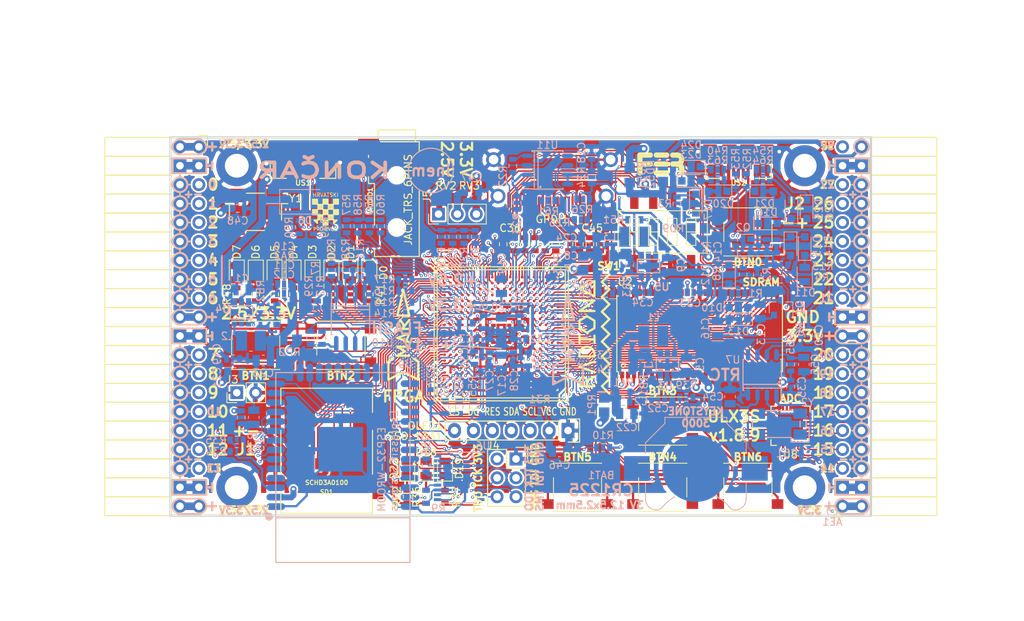
<source format=kicad_pcb>
(kicad_pcb (version 20171130) (host pcbnew 5.0.0-rc2+dfsg1-2)
  (layers (0 F.Cu signal) (1 In1.Cu signal) (2 In2.Cu signal) (31 B.Cu signal) (34 B.Paste user) (35 F.Paste user) (36 B.SilkS user) (37 F.SilkS user) (38 B.Mask user) (39 F.Mask user) (44 Edge.Cuts user))
  (net 0 "")
  (net 1 GND)
  (net 2 +5V)
  (net 3 /gpio/IN5V)
  (net 4 /gpio/OUT5V)
  (net 5 +3V3)
  (net 6 BTN_D)
  (net 7 BTN_F1)
  (net 8 BTN_F2)
  (net 9 BTN_L)
  (net 10 BTN_R)
  (net 11 BTN_U)
  (net 12 /power/FB1)
  (net 13 +2V5)
  (net 14 /power/PWREN)
  (net 15 /power/FB3)
  (net 16 /power/FB2)
  (net 17 /power/VBAT)
  (net 18 JTAG_TDI)
  (net 19 JTAG_TCK)
  (net 20 JTAG_TMS)
  (net 21 JTAG_TDO)
  (net 22 /power/WAKEUPn)
  (net 23 /power/WKUP)
  (net 24 /power/SHUT)
  (net 25 /power/WAKE)
  (net 26 /power/HOLD)
  (net 27 /power/WKn)
  (net 28 /power/OSCI_32k)
  (net 29 /power/OSCO_32k)
  (net 30 SHUTDOWN)
  (net 31 /analog/AUDIO_L)
  (net 32 /analog/AUDIO_R)
  (net 33 GPDI_SDA)
  (net 34 GPDI_SCL)
  (net 35 /gpdi/VREF2)
  (net 36 SD_CMD)
  (net 37 SD_CLK)
  (net 38 SD_D0)
  (net 39 SD_D1)
  (net 40 USB5V)
  (net 41 GPDI_CEC)
  (net 42 nRESET)
  (net 43 FTDI_nDTR)
  (net 44 SDRAM_CKE)
  (net 45 SDRAM_A7)
  (net 46 SDRAM_D15)
  (net 47 SDRAM_BA1)
  (net 48 SDRAM_D7)
  (net 49 SDRAM_A6)
  (net 50 SDRAM_CLK)
  (net 51 SDRAM_D13)
  (net 52 SDRAM_BA0)
  (net 53 SDRAM_D6)
  (net 54 SDRAM_A5)
  (net 55 SDRAM_D14)
  (net 56 SDRAM_A11)
  (net 57 SDRAM_D12)
  (net 58 SDRAM_D5)
  (net 59 SDRAM_A4)
  (net 60 SDRAM_A10)
  (net 61 SDRAM_D11)
  (net 62 SDRAM_A3)
  (net 63 SDRAM_D4)
  (net 64 SDRAM_D10)
  (net 65 SDRAM_D9)
  (net 66 SDRAM_A9)
  (net 67 SDRAM_D3)
  (net 68 SDRAM_D8)
  (net 69 SDRAM_A8)
  (net 70 SDRAM_A2)
  (net 71 SDRAM_A1)
  (net 72 SDRAM_A0)
  (net 73 SDRAM_D2)
  (net 74 SDRAM_D1)
  (net 75 SDRAM_D0)
  (net 76 SDRAM_DQM0)
  (net 77 SDRAM_nCS)
  (net 78 SDRAM_nRAS)
  (net 79 SDRAM_DQM1)
  (net 80 SDRAM_nCAS)
  (net 81 SDRAM_nWE)
  (net 82 /flash/FLASH_nWP)
  (net 83 /flash/FLASH_nHOLD)
  (net 84 /flash/FLASH_MOSI)
  (net 85 /flash/FLASH_MISO)
  (net 86 /flash/FLASH_SCK)
  (net 87 /flash/FLASH_nCS)
  (net 88 /flash/FPGA_PROGRAMN)
  (net 89 /flash/FPGA_DONE)
  (net 90 /flash/FPGA_INITN)
  (net 91 OLED_RES)
  (net 92 OLED_DC)
  (net 93 OLED_CS)
  (net 94 WIFI_EN)
  (net 95 FTDI_nRTS)
  (net 96 FTDI_TXD)
  (net 97 FTDI_RXD)
  (net 98 WIFI_RXD)
  (net 99 WIFI_GPIO0)
  (net 100 WIFI_TXD)
  (net 101 USB_FTDI_D+)
  (net 102 USB_FTDI_D-)
  (net 103 SD_D3)
  (net 104 AUDIO_L3)
  (net 105 AUDIO_L2)
  (net 106 AUDIO_L1)
  (net 107 AUDIO_L0)
  (net 108 AUDIO_R3)
  (net 109 AUDIO_R2)
  (net 110 AUDIO_R1)
  (net 111 AUDIO_R0)
  (net 112 OLED_CLK)
  (net 113 OLED_MOSI)
  (net 114 LED0)
  (net 115 LED1)
  (net 116 LED2)
  (net 117 LED3)
  (net 118 LED4)
  (net 119 LED5)
  (net 120 LED6)
  (net 121 LED7)
  (net 122 BTN_PWRn)
  (net 123 FTDI_nTXLED)
  (net 124 FTDI_nSLEEP)
  (net 125 /blinkey/LED_PWREN)
  (net 126 /blinkey/LED_TXLED)
  (net 127 /sdcard/SD3V3)
  (net 128 SD_D2)
  (net 129 CLK_25MHz)
  (net 130 /blinkey/BTNPUL)
  (net 131 /blinkey/BTNPUR)
  (net 132 USB_FPGA_D+)
  (net 133 /power/FTDI_nSUSPEND)
  (net 134 /blinkey/ALED0)
  (net 135 /blinkey/ALED1)
  (net 136 /blinkey/ALED2)
  (net 137 /blinkey/ALED3)
  (net 138 /blinkey/ALED4)
  (net 139 /blinkey/ALED5)
  (net 140 /blinkey/ALED6)
  (net 141 /blinkey/ALED7)
  (net 142 /usb/FTD-)
  (net 143 /usb/FTD+)
  (net 144 ADC_MISO)
  (net 145 ADC_MOSI)
  (net 146 ADC_CSn)
  (net 147 ADC_SCLK)
  (net 148 SW3)
  (net 149 SW2)
  (net 150 SW1)
  (net 151 USB_FPGA_D-)
  (net 152 /usb/FPD+)
  (net 153 /usb/FPD-)
  (net 154 WIFI_GPIO16)
  (net 155 /usb/ANT_433MHz)
  (net 156 /power/PWRBTn)
  (net 157 PROG_DONE)
  (net 158 /power/P3V3)
  (net 159 /power/P2V5)
  (net 160 /power/L1)
  (net 161 /power/L3)
  (net 162 /power/L2)
  (net 163 FTDI_TXDEN)
  (net 164 SDRAM_A12)
  (net 165 /analog/AUDIO_V)
  (net 166 AUDIO_V3)
  (net 167 AUDIO_V2)
  (net 168 AUDIO_V1)
  (net 169 AUDIO_V0)
  (net 170 /blinkey/LED_WIFI)
  (net 171 /power/P1V1)
  (net 172 +1V1)
  (net 173 SW4)
  (net 174 /blinkey/SWPU)
  (net 175 /wifi/WIFIEN)
  (net 176 FT2V5)
  (net 177 GN0)
  (net 178 GP0)
  (net 179 GN1)
  (net 180 GP1)
  (net 181 GN2)
  (net 182 GP2)
  (net 183 GN3)
  (net 184 GP3)
  (net 185 GN4)
  (net 186 GP4)
  (net 187 GN5)
  (net 188 GP5)
  (net 189 GN6)
  (net 190 GP6)
  (net 191 GN14)
  (net 192 GP14)
  (net 193 GN15)
  (net 194 GP15)
  (net 195 GN16)
  (net 196 GP16)
  (net 197 GN17)
  (net 198 GP17)
  (net 199 GN18)
  (net 200 GP18)
  (net 201 GN19)
  (net 202 GP19)
  (net 203 GN20)
  (net 204 GP20)
  (net 205 GN21)
  (net 206 GP21)
  (net 207 GN22)
  (net 208 GP22)
  (net 209 GN23)
  (net 210 GP23)
  (net 211 GN24)
  (net 212 GP24)
  (net 213 GN25)
  (net 214 GP25)
  (net 215 GN26)
  (net 216 GP26)
  (net 217 GN27)
  (net 218 GP27)
  (net 219 GN7)
  (net 220 GP7)
  (net 221 GN8)
  (net 222 GP8)
  (net 223 GN9)
  (net 224 GP9)
  (net 225 GN10)
  (net 226 GP10)
  (net 227 GN11)
  (net 228 GP11)
  (net 229 GN12)
  (net 230 GP12)
  (net 231 GN13)
  (net 232 GP13)
  (net 233 WIFI_GPIO5)
  (net 234 WIFI_GPIO17)
  (net 235 USB_FPGA_PULL_D+)
  (net 236 USB_FPGA_PULL_D-)
  (net 237 "Net-(D23-Pad2)")
  (net 238 "Net-(D24-Pad1)")
  (net 239 "Net-(D25-Pad2)")
  (net 240 "Net-(D26-Pad1)")
  (net 241 /gpdi/GPDI_ETH+)
  (net 242 FPDI_ETH+)
  (net 243 /gpdi/GPDI_ETH-)
  (net 244 FPDI_ETH-)
  (net 245 /gpdi/GPDI_D2-)
  (net 246 FPDI_D2-)
  (net 247 /gpdi/GPDI_D1-)
  (net 248 FPDI_D1-)
  (net 249 /gpdi/GPDI_D0-)
  (net 250 FPDI_D0-)
  (net 251 /gpdi/GPDI_CLK-)
  (net 252 FPDI_CLK-)
  (net 253 /gpdi/GPDI_D2+)
  (net 254 FPDI_D2+)
  (net 255 /gpdi/GPDI_D1+)
  (net 256 FPDI_D1+)
  (net 257 /gpdi/GPDI_D0+)
  (net 258 FPDI_D0+)
  (net 259 /gpdi/GPDI_CLK+)
  (net 260 FPDI_CLK+)
  (net 261 FPDI_SDA)
  (net 262 FPDI_SCL)
  (net 263 /gpdi/FPDI_CEC)
  (net 264 2V5_3V3)
  (net 265 "Net-(AUDIO1-Pad5)")
  (net 266 "Net-(AUDIO1-Pad6)")
  (net 267 "Net-(U1-PadA15)")
  (net 268 "Net-(U1-PadC9)")
  (net 269 "Net-(U1-PadD9)")
  (net 270 "Net-(U1-PadD10)")
  (net 271 "Net-(U1-PadD11)")
  (net 272 "Net-(U1-PadD12)")
  (net 273 "Net-(U1-PadE6)")
  (net 274 "Net-(U1-PadE9)")
  (net 275 "Net-(U1-PadE10)")
  (net 276 "Net-(U1-PadE11)")
  (net 277 "Net-(U1-PadJ4)")
  (net 278 "Net-(U1-PadJ5)")
  (net 279 "Net-(U1-PadK5)")
  (net 280 "Net-(U1-PadL5)")
  (net 281 "Net-(U1-PadM4)")
  (net 282 "Net-(U1-PadM5)")
  (net 283 SD_CD)
  (net 284 SD_WP)
  (net 285 "Net-(U1-PadR3)")
  (net 286 "Net-(U1-PadT16)")
  (net 287 "Net-(U1-PadW4)")
  (net 288 "Net-(U1-PadW5)")
  (net 289 "Net-(U1-PadW8)")
  (net 290 "Net-(U1-PadW9)")
  (net 291 "Net-(U1-PadW13)")
  (net 292 "Net-(U1-PadW14)")
  (net 293 "Net-(U1-PadW17)")
  (net 294 "Net-(U1-PadW18)")
  (net 295 FTDI_nRXLED)
  (net 296 "Net-(U8-Pad12)")
  (net 297 "Net-(U8-Pad25)")
  (net 298 "Net-(U9-Pad32)")
  (net 299 "Net-(U9-Pad22)")
  (net 300 "Net-(U9-Pad21)")
  (net 301 "Net-(U9-Pad20)")
  (net 302 "Net-(U9-Pad19)")
  (net 303 "Net-(U9-Pad18)")
  (net 304 "Net-(U9-Pad17)")
  (net 305 "Net-(U9-Pad12)")
  (net 306 "Net-(U9-Pad5)")
  (net 307 "Net-(U9-Pad4)")
  (net 308 "Net-(US1-Pad4)")
  (net 309 "Net-(US2-Pad4)")
  (net 310 "Net-(Y2-Pad3)")
  (net 311 "Net-(Y2-Pad2)")
  (net 312 "Net-(U1-PadK16)")
  (net 313 "Net-(U1-PadK17)")
  (net 314 /usb/US2VBUS)
  (net 315 /power/SHD)
  (net 316 /power/RTCVDD)
  (module SOA008-150mil:SOA008-150-208mil (layer B.Cu) (at 118.245 85.822 270)
    (fp_text reference U10 (at 3.175 -4.318) (layer B.SilkS) (effects (justify mirror)))
    (fp_text value IS25LP128F-JBLE)
    (pad 1 smd rect (at -3.302 1.905 270) (size 2.1 0.6) (layers B.Cu B.Paste B.Mask) (net 87 /flash/FLASH_nCS))
    (pad 2 smd oval (at -3.302 0.635 270) (size 2.1 0.6) (layers B.Cu B.Paste B.Mask) (net 85 /flash/FLASH_MISO))
    (pad 3 smd oval (at -3.302 -0.635 270) (size 2.1 0.6) (layers B.Cu B.Paste B.Mask) (net 82 /flash/FLASH_nWP))
    (pad 4 smd oval (at -3.302 -1.905 270) (size 2.1 0.6) (layers B.Cu B.Paste B.Mask) (net 1 GND))
    (pad 5 smd oval (at 3.302 -1.905 270) (size 2.1 0.6) (layers B.Cu B.Paste B.Mask) (net 84 /flash/FLASH_MOSI))
    (pad 6 smd oval (at 3.302 -0.635 270) (size 2.1 0.6) (layers B.Cu B.Paste B.Mask) (net 86 /flash/FLASH_SCK))
    (pad 7 smd oval (at 3.302 0.635 270) (size 2.1 0.6) (layers B.Cu B.Paste B.Mask) (net 83 /flash/FLASH_nHOLD))
    (pad 8 smd oval (at 3.302 1.905 270) (size 2.1 0.6) (layers B.Cu B.Paste B.Mask) (net 5 +3V3))
  )
  (module inem:inem (layer B.Cu) (at 129.04 65.883)
    (fp_text reference REF** hide)
    (fp_text value inem hide)
    (fp_text user inem (at 0 0) (layer B.SilkS) (effects (font (size 1.5 1.5) (thickness 0.3)) (justify mirror)))
  )
  (module Socket_Strips:Socket_Strip_Angled_2x20 (layer F.Cu) (at 97.91 62.69 270)
    (fp_text reference J1 (at 40.64 -6.35) (layer F.SilkS) (effects (font (size 1.5 1.5) (thickness 0.3))))
    (fp_text value CONN_02X20 hide)
    (pad 1 thru_hole oval (at 0 0 270) (size 1.7272 1.7272) (drill 1.016) (layers *.Cu *.Mask) (net 264 2V5_3V3))
    (pad 2 thru_hole oval (at 0 2.54 270) (size 1.7272 1.7272) (drill 1.016) (layers *.Cu *.Mask) (net 264 2V5_3V3))
    (pad 3 thru_hole rect (at 2.54 0 270) (size 1.7272 1.7272) (drill 1.016) (layers *.Cu *.Mask) (net 1 GND))
    (pad 4 thru_hole rect (at 2.54 2.54 270) (size 1.7272 1.7272) (drill 1.016) (layers *.Cu *.Mask) (net 1 GND))
    (pad 5 thru_hole oval (at 5.08 0 270) (size 1.7272 1.7272) (drill 1.016) (layers *.Cu *.Mask) (net 177 GN0))
    (pad 6 thru_hole oval (at 5.08 2.54 270) (size 1.7272 1.7272) (drill 1.016) (layers *.Cu *.Mask) (net 178 GP0))
    (pad 7 thru_hole oval (at 7.62 0 270) (size 1.7272 1.7272) (drill 1.016) (layers *.Cu *.Mask) (net 179 GN1))
    (pad 8 thru_hole oval (at 7.62 2.54 270) (size 1.7272 1.7272) (drill 1.016) (layers *.Cu *.Mask) (net 180 GP1))
    (pad 9 thru_hole oval (at 10.16 0 270) (size 1.7272 1.7272) (drill 1.016) (layers *.Cu *.Mask) (net 181 GN2))
    (pad 10 thru_hole oval (at 10.16 2.54 270) (size 1.7272 1.7272) (drill 1.016) (layers *.Cu *.Mask) (net 182 GP2))
    (pad 11 thru_hole oval (at 12.7 0 270) (size 1.7272 1.7272) (drill 1.016) (layers *.Cu *.Mask) (net 183 GN3))
    (pad 12 thru_hole oval (at 12.7 2.54 270) (size 1.7272 1.7272) (drill 1.016) (layers *.Cu *.Mask) (net 184 GP3))
    (pad 13 thru_hole oval (at 15.24 0 270) (size 1.7272 1.7272) (drill 1.016) (layers *.Cu *.Mask) (net 185 GN4))
    (pad 14 thru_hole oval (at 15.24 2.54 270) (size 1.7272 1.7272) (drill 1.016) (layers *.Cu *.Mask) (net 186 GP4))
    (pad 15 thru_hole oval (at 17.78 0 270) (size 1.7272 1.7272) (drill 1.016) (layers *.Cu *.Mask) (net 187 GN5))
    (pad 16 thru_hole oval (at 17.78 2.54 270) (size 1.7272 1.7272) (drill 1.016) (layers *.Cu *.Mask) (net 188 GP5))
    (pad 17 thru_hole oval (at 20.32 0 270) (size 1.7272 1.7272) (drill 1.016) (layers *.Cu *.Mask) (net 189 GN6))
    (pad 18 thru_hole oval (at 20.32 2.54 270) (size 1.7272 1.7272) (drill 1.016) (layers *.Cu *.Mask) (net 190 GP6))
    (pad 19 thru_hole oval (at 22.86 0 270) (size 1.7272 1.7272) (drill 1.016) (layers *.Cu *.Mask) (net 264 2V5_3V3))
    (pad 20 thru_hole oval (at 22.86 2.54 270) (size 1.7272 1.7272) (drill 1.016) (layers *.Cu *.Mask) (net 264 2V5_3V3))
    (pad 21 thru_hole rect (at 25.4 0 270) (size 1.7272 1.7272) (drill 1.016) (layers *.Cu *.Mask) (net 1 GND))
    (pad 22 thru_hole rect (at 25.4 2.54 270) (size 1.7272 1.7272) (drill 1.016) (layers *.Cu *.Mask) (net 1 GND))
    (pad 23 thru_hole oval (at 27.94 0 270) (size 1.7272 1.7272) (drill 1.016) (layers *.Cu *.Mask) (net 219 GN7))
    (pad 24 thru_hole oval (at 27.94 2.54 270) (size 1.7272 1.7272) (drill 1.016) (layers *.Cu *.Mask) (net 220 GP7))
    (pad 25 thru_hole oval (at 30.48 0 270) (size 1.7272 1.7272) (drill 1.016) (layers *.Cu *.Mask) (net 221 GN8))
    (pad 26 thru_hole oval (at 30.48 2.54 270) (size 1.7272 1.7272) (drill 1.016) (layers *.Cu *.Mask) (net 222 GP8))
    (pad 27 thru_hole oval (at 33.02 0 270) (size 1.7272 1.7272) (drill 1.016) (layers *.Cu *.Mask) (net 223 GN9))
    (pad 28 thru_hole oval (at 33.02 2.54 270) (size 1.7272 1.7272) (drill 1.016) (layers *.Cu *.Mask) (net 224 GP9))
    (pad 29 thru_hole oval (at 35.56 0 270) (size 1.7272 1.7272) (drill 1.016) (layers *.Cu *.Mask) (net 225 GN10))
    (pad 30 thru_hole oval (at 35.56 2.54 270) (size 1.7272 1.7272) (drill 1.016) (layers *.Cu *.Mask) (net 226 GP10))
    (pad 31 thru_hole oval (at 38.1 0 270) (size 1.7272 1.7272) (drill 1.016) (layers *.Cu *.Mask) (net 227 GN11))
    (pad 32 thru_hole oval (at 38.1 2.54 270) (size 1.7272 1.7272) (drill 1.016) (layers *.Cu *.Mask) (net 228 GP11))
    (pad 33 thru_hole oval (at 40.64 0 270) (size 1.7272 1.7272) (drill 1.016) (layers *.Cu *.Mask) (net 229 GN12))
    (pad 34 thru_hole oval (at 40.64 2.54 270) (size 1.7272 1.7272) (drill 1.016) (layers *.Cu *.Mask) (net 230 GP12))
    (pad 35 thru_hole oval (at 43.18 0 270) (size 1.7272 1.7272) (drill 1.016) (layers *.Cu *.Mask) (net 231 GN13))
    (pad 36 thru_hole oval (at 43.18 2.54 270) (size 1.7272 1.7272) (drill 1.016) (layers *.Cu *.Mask) (net 232 GP13))
    (pad 37 thru_hole rect (at 45.72 0 270) (size 1.7272 1.7272) (drill 1.016) (layers *.Cu *.Mask) (net 1 GND))
    (pad 38 thru_hole rect (at 45.72 2.54 270) (size 1.7272 1.7272) (drill 1.016) (layers *.Cu *.Mask) (net 1 GND))
    (pad 39 thru_hole oval (at 48.26 0 270) (size 1.7272 1.7272) (drill 1.016) (layers *.Cu *.Mask) (net 264 2V5_3V3))
    (pad 40 thru_hole oval (at 48.26 2.54 270) (size 1.7272 1.7272) (drill 1.016) (layers *.Cu *.Mask) (net 264 2V5_3V3))
  )
  (module TSOT-25:TSOT-25 (layer B.Cu) (at 160.775 91.9)
    (fp_text reference U3 (at -0.295 2.9) (layer B.SilkS) (effects (font (thickness 0.2)) (justify mirror)))
    (fp_text value TLV62569DBV)
    (pad 1 smd rect (at -0.95 -1.3) (size 0.7 1.2) (layers B.Cu B.Paste B.Mask) (net 14 /power/PWREN))
    (pad 2 smd rect (at 0 -1.3) (size 0.7 1.2) (layers B.Cu B.Paste B.Mask) (net 1 GND))
    (pad 3 smd rect (at 0.95 -1.3) (size 0.7 1.2) (layers B.Cu B.Paste B.Mask) (net 160 /power/L1))
    (pad 4 smd rect (at 0.95 1.3) (size 0.7 1.2) (layers B.Cu B.Paste B.Mask) (net 2 +5V))
    (pad 5 smd rect (at -0.95 1.3) (size 0.7 1.2) (layers B.Cu B.Paste B.Mask) (net 12 /power/FB1))
  )
  (module TSOT-25:TSOT-25 (layer B.Cu) (at 103.625 84.915 180)
    (fp_text reference U4 (at 2.525 0.4265 180) (layer B.SilkS) (effects (font (thickness 0.2)) (justify mirror)))
    (fp_text value TLV62569DBV)
    (pad 1 smd rect (at -0.95 -1.3 180) (size 0.7 1.2) (layers B.Cu B.Paste B.Mask) (net 14 /power/PWREN))
    (pad 2 smd rect (at 0 -1.3 180) (size 0.7 1.2) (layers B.Cu B.Paste B.Mask) (net 1 GND))
    (pad 3 smd rect (at 0.95 -1.3 180) (size 0.7 1.2) (layers B.Cu B.Paste B.Mask) (net 162 /power/L2))
    (pad 4 smd rect (at 0.95 1.3 180) (size 0.7 1.2) (layers B.Cu B.Paste B.Mask) (net 2 +5V))
    (pad 5 smd rect (at -0.95 1.3 180) (size 0.7 1.2) (layers B.Cu B.Paste B.Mask) (net 16 /power/FB2))
  )
  (module TSOT-25:TSOT-25 (layer B.Cu) (at 158.235 78.692)
    (fp_text reference U5 (at 1.793 2.812) (layer B.SilkS) (effects (font (thickness 0.2)) (justify mirror)))
    (fp_text value TLV62569DBV)
    (pad 1 smd rect (at -0.95 -1.3) (size 0.7 1.2) (layers B.Cu B.Paste B.Mask) (net 14 /power/PWREN))
    (pad 2 smd rect (at 0 -1.3) (size 0.7 1.2) (layers B.Cu B.Paste B.Mask) (net 1 GND))
    (pad 3 smd rect (at 0.95 -1.3) (size 0.7 1.2) (layers B.Cu B.Paste B.Mask) (net 161 /power/L3))
    (pad 4 smd rect (at 0.95 1.3) (size 0.7 1.2) (layers B.Cu B.Paste B.Mask) (net 2 +5V))
    (pad 5 smd rect (at -0.95 1.3) (size 0.7 1.2) (layers B.Cu B.Paste B.Mask) (net 15 /power/FB3))
  )
  (module Socket_Strips:Socket_Strip_Angled_2x20 (layer F.Cu) (at 184.27 110.95 90)
    (fp_text reference J2 (at 40.64 -6.35 180) (layer F.SilkS) (effects (font (size 1.5 1.5) (thickness 0.3))))
    (fp_text value CONN_02X20 hide)
    (pad 1 thru_hole oval (at 0 0 90) (size 1.7272 1.7272) (drill 1.016) (layers *.Cu *.Mask) (net 5 +3V3))
    (pad 2 thru_hole oval (at 0 2.54 90) (size 1.7272 1.7272) (drill 1.016) (layers *.Cu *.Mask) (net 5 +3V3))
    (pad 3 thru_hole rect (at 2.54 0 90) (size 1.7272 1.7272) (drill 1.016) (layers *.Cu *.Mask) (net 1 GND))
    (pad 4 thru_hole rect (at 2.54 2.54 90) (size 1.7272 1.7272) (drill 1.016) (layers *.Cu *.Mask) (net 1 GND))
    (pad 5 thru_hole oval (at 5.08 0 90) (size 1.7272 1.7272) (drill 1.016) (layers *.Cu *.Mask) (net 191 GN14))
    (pad 6 thru_hole oval (at 5.08 2.54 90) (size 1.7272 1.7272) (drill 1.016) (layers *.Cu *.Mask) (net 192 GP14))
    (pad 7 thru_hole oval (at 7.62 0 90) (size 1.7272 1.7272) (drill 1.016) (layers *.Cu *.Mask) (net 193 GN15))
    (pad 8 thru_hole oval (at 7.62 2.54 90) (size 1.7272 1.7272) (drill 1.016) (layers *.Cu *.Mask) (net 194 GP15))
    (pad 9 thru_hole oval (at 10.16 0 90) (size 1.7272 1.7272) (drill 1.016) (layers *.Cu *.Mask) (net 195 GN16))
    (pad 10 thru_hole oval (at 10.16 2.54 90) (size 1.7272 1.7272) (drill 1.016) (layers *.Cu *.Mask) (net 196 GP16))
    (pad 11 thru_hole oval (at 12.7 0 90) (size 1.7272 1.7272) (drill 1.016) (layers *.Cu *.Mask) (net 197 GN17))
    (pad 12 thru_hole oval (at 12.7 2.54 90) (size 1.7272 1.7272) (drill 1.016) (layers *.Cu *.Mask) (net 198 GP17))
    (pad 13 thru_hole oval (at 15.24 0 90) (size 1.7272 1.7272) (drill 1.016) (layers *.Cu *.Mask) (net 199 GN18))
    (pad 14 thru_hole oval (at 15.24 2.54 90) (size 1.7272 1.7272) (drill 1.016) (layers *.Cu *.Mask) (net 200 GP18))
    (pad 15 thru_hole oval (at 17.78 0 90) (size 1.7272 1.7272) (drill 1.016) (layers *.Cu *.Mask) (net 201 GN19))
    (pad 16 thru_hole oval (at 17.78 2.54 90) (size 1.7272 1.7272) (drill 1.016) (layers *.Cu *.Mask) (net 202 GP19))
    (pad 17 thru_hole oval (at 20.32 0 90) (size 1.7272 1.7272) (drill 1.016) (layers *.Cu *.Mask) (net 203 GN20))
    (pad 18 thru_hole oval (at 20.32 2.54 90) (size 1.7272 1.7272) (drill 1.016) (layers *.Cu *.Mask) (net 204 GP20))
    (pad 19 thru_hole oval (at 22.86 0 90) (size 1.7272 1.7272) (drill 1.016) (layers *.Cu *.Mask) (net 5 +3V3))
    (pad 20 thru_hole oval (at 22.86 2.54 90) (size 1.7272 1.7272) (drill 1.016) (layers *.Cu *.Mask) (net 5 +3V3))
    (pad 21 thru_hole rect (at 25.4 0 90) (size 1.7272 1.7272) (drill 1.016) (layers *.Cu *.Mask) (net 1 GND))
    (pad 22 thru_hole rect (at 25.4 2.54 90) (size 1.7272 1.7272) (drill 1.016) (layers *.Cu *.Mask) (net 1 GND))
    (pad 23 thru_hole oval (at 27.94 0 90) (size 1.7272 1.7272) (drill 1.016) (layers *.Cu *.Mask) (net 205 GN21))
    (pad 24 thru_hole oval (at 27.94 2.54 90) (size 1.7272 1.7272) (drill 1.016) (layers *.Cu *.Mask) (net 206 GP21))
    (pad 25 thru_hole oval (at 30.48 0 90) (size 1.7272 1.7272) (drill 1.016) (layers *.Cu *.Mask) (net 207 GN22))
    (pad 26 thru_hole oval (at 30.48 2.54 90) (size 1.7272 1.7272) (drill 1.016) (layers *.Cu *.Mask) (net 208 GP22))
    (pad 27 thru_hole oval (at 33.02 0 90) (size 1.7272 1.7272) (drill 1.016) (layers *.Cu *.Mask) (net 209 GN23))
    (pad 28 thru_hole oval (at 33.02 2.54 90) (size 1.7272 1.7272) (drill 1.016) (layers *.Cu *.Mask) (net 210 GP23))
    (pad 29 thru_hole oval (at 35.56 0 90) (size 1.7272 1.7272) (drill 1.016) (layers *.Cu *.Mask) (net 211 GN24))
    (pad 30 thru_hole oval (at 35.56 2.54 90) (size 1.7272 1.7272) (drill 1.016) (layers *.Cu *.Mask) (net 212 GP24))
    (pad 31 thru_hole oval (at 38.1 0 90) (size 1.7272 1.7272) (drill 1.016) (layers *.Cu *.Mask) (net 213 GN25))
    (pad 32 thru_hole oval (at 38.1 2.54 90) (size 1.7272 1.7272) (drill 1.016) (layers *.Cu *.Mask) (net 214 GP25))
    (pad 33 thru_hole oval (at 40.64 0 90) (size 1.7272 1.7272) (drill 1.016) (layers *.Cu *.Mask) (net 215 GN26))
    (pad 34 thru_hole oval (at 40.64 2.54 90) (size 1.7272 1.7272) (drill 1.016) (layers *.Cu *.Mask) (net 216 GP26))
    (pad 35 thru_hole oval (at 43.18 0 90) (size 1.7272 1.7272) (drill 1.016) (layers *.Cu *.Mask) (net 217 GN27))
    (pad 36 thru_hole oval (at 43.18 2.54 90) (size 1.7272 1.7272) (drill 1.016) (layers *.Cu *.Mask) (net 218 GP27))
    (pad 37 thru_hole rect (at 45.72 0 90) (size 1.7272 1.7272) (drill 1.016) (layers *.Cu *.Mask) (net 1 GND))
    (pad 38 thru_hole rect (at 45.72 2.54 90) (size 1.7272 1.7272) (drill 1.016) (layers *.Cu *.Mask) (net 1 GND))
    (pad 39 thru_hole oval (at 48.26 0 90) (size 1.7272 1.7272) (drill 1.016) (layers *.Cu *.Mask) (net 3 /gpio/IN5V))
    (pad 40 thru_hole oval (at 48.26 2.54 90) (size 1.7272 1.7272) (drill 1.016) (layers *.Cu *.Mask) (net 4 /gpio/OUT5V))
  )
  (module Mounting_Holes:MountingHole_3.2mm_M3_ISO14580_Pad (layer F.Cu) (at 102.99 108.41)
    (fp_text reference H1 hide)
    (fp_text value HOLE hide)
    (pad 1 thru_hole circle (at 0 0) (size 5.5 5.5) (drill 3.2) (layers *.Cu *.Mask) (net 1 GND))
  )
  (module Mounting_Holes:MountingHole_3.2mm_M3_ISO14580_Pad (layer F.Cu) (at 179.19 108.41)
    (fp_text reference H2 hide)
    (fp_text value HOLE hide)
    (pad 1 thru_hole circle (at 0 0) (size 5.5 5.5) (drill 3.2) (layers *.Cu *.Mask) (net 1 GND))
  )
  (module Mounting_Holes:MountingHole_3.2mm_M3_ISO14580_Pad (layer F.Cu) (at 179.19 65.23)
    (fp_text reference H3 hide)
    (fp_text value HOLE hide)
    (pad 1 thru_hole circle (at 0 0) (size 5.5 5.5) (drill 3.2) (layers *.Cu *.Mask) (net 1 GND))
  )
  (module Mounting_Holes:MountingHole_3.2mm_M3_ISO14580_Pad (layer F.Cu) (at 102.99 65.23)
    (fp_text reference H4 hide)
    (fp_text value HOLE hide)
    (pad 1 thru_hole circle (at 0 0) (size 5.5 5.5) (drill 3.2) (layers *.Cu *.Mask) (net 1 GND))
  )
  (module Housings_SSOP:SSOP-20_4.4x6.5mm_Pitch0.65mm (layer B.Cu) (at 132.835 107.14 180)
    (fp_text reference U6 (at -3.175 4.318 180) (layer B.SilkS) (effects (justify mirror)))
    (fp_text value FT231XS)
    (pad 1 smd rect (at -2.9 2.925 180) (size 1 0.4) (layers B.Cu B.Paste B.Mask) (net 43 FTDI_nDTR))
    (pad 2 smd rect (at -2.9 2.275 180) (size 1 0.4) (layers B.Cu B.Paste B.Mask) (net 95 FTDI_nRTS))
    (pad 3 smd rect (at -2.9 1.625 180) (size 1 0.4) (layers B.Cu B.Paste B.Mask) (net 176 FT2V5))
    (pad 4 smd rect (at -2.9 0.975 180) (size 1 0.4) (layers B.Cu B.Paste B.Mask) (net 97 FTDI_RXD))
    (pad 5 smd rect (at -2.9 0.325 180) (size 1 0.4) (layers B.Cu B.Paste B.Mask) (net 18 JTAG_TDI))
    (pad 6 smd rect (at -2.9 -0.325 180) (size 1 0.4) (layers B.Cu B.Paste B.Mask) (net 1 GND))
    (pad 7 smd rect (at -2.9 -0.975 180) (size 1 0.4) (layers B.Cu B.Paste B.Mask) (net 19 JTAG_TCK))
    (pad 8 smd rect (at -2.9 -1.625 180) (size 1 0.4) (layers B.Cu B.Paste B.Mask) (net 20 JTAG_TMS))
    (pad 9 smd rect (at -2.9 -2.275 180) (size 1 0.4) (layers B.Cu B.Paste B.Mask) (net 21 JTAG_TDO))
    (pad 10 smd rect (at -2.9 -2.925 180) (size 1 0.4) (layers B.Cu B.Paste B.Mask) (net 123 FTDI_nTXLED))
    (pad 11 smd rect (at 2.9 -2.925 180) (size 1 0.4) (layers B.Cu B.Paste B.Mask) (net 101 USB_FTDI_D+))
    (pad 12 smd rect (at 2.9 -2.275 180) (size 1 0.4) (layers B.Cu B.Paste B.Mask) (net 102 USB_FTDI_D-))
    (pad 13 smd rect (at 2.9 -1.625 180) (size 1 0.4) (layers B.Cu B.Paste B.Mask) (net 176 FT2V5))
    (pad 14 smd rect (at 2.9 -0.975 180) (size 1 0.4) (layers B.Cu B.Paste B.Mask) (net 42 nRESET))
    (pad 15 smd rect (at 2.9 -0.325 180) (size 1 0.4) (layers B.Cu B.Paste B.Mask) (net 40 USB5V))
    (pad 16 smd rect (at 2.9 0.325 180) (size 1 0.4) (layers B.Cu B.Paste B.Mask) (net 1 GND))
    (pad 17 smd rect (at 2.9 0.975 180) (size 1 0.4) (layers B.Cu B.Paste B.Mask) (net 295 FTDI_nRXLED))
    (pad 18 smd rect (at 2.9 1.625 180) (size 1 0.4) (layers B.Cu B.Paste B.Mask) (net 163 FTDI_TXDEN))
    (pad 19 smd rect (at 2.9 2.275 180) (size 1 0.4) (layers B.Cu B.Paste B.Mask) (net 124 FTDI_nSLEEP))
    (pad 20 smd rect (at 2.9 2.925 180) (size 1 0.4) (layers B.Cu B.Paste B.Mask) (net 96 FTDI_TXD))
  )
  (module Socket_Strips:Socket_Strip_Straight_2x03 (layer F.Cu) (at 140.455 104.6 270)
    (fp_text reference J4 (at -1.778 3.048) (layer F.SilkS))
    (fp_text value CONN_02X03 hide)
    (pad 1 thru_hole rect (at 0 0 270) (size 1.7272 1.7272) (drill 1.016) (layers *.Cu *.Mask) (net 1 GND))
    (pad 2 thru_hole oval (at 0 2.54 270) (size 1.7272 1.7272) (drill 1.016) (layers *.Cu *.Mask) (net 5 +3V3))
    (pad 3 thru_hole oval (at 2.54 0 270) (size 1.7272 1.7272) (drill 1.016) (layers *.Cu *.Mask) (net 18 JTAG_TDI))
    (pad 4 thru_hole oval (at 2.54 2.54 270) (size 1.7272 1.7272) (drill 1.016) (layers *.Cu *.Mask) (net 19 JTAG_TCK))
    (pad 5 thru_hole oval (at 5.08 0 270) (size 1.7272 1.7272) (drill 1.016) (layers *.Cu *.Mask) (net 20 JTAG_TMS))
    (pad 6 thru_hole oval (at 5.08 2.54 270) (size 1.7272 1.7272) (drill 1.016) (layers *.Cu *.Mask) (net 21 JTAG_TDO))
  )
  (module Housings_DFN_QFN:QFN-28-1EP_5x5mm_Pitch0.5mm (layer F.Cu) (at 177.285 100.155 180)
    (fp_text reference U8 (at 0 -3.875 180) (layer F.SilkS))
    (fp_text value MAX11125)
    (pad 1 smd oval (at -2.45 -1.5 180) (size 0.85 0.3) (layers F.Cu F.Paste F.Mask) (net 194 GP15))
    (pad 2 smd oval (at -2.45 -1 180) (size 0.85 0.3) (layers F.Cu F.Paste F.Mask) (net 195 GN16))
    (pad 3 smd oval (at -2.45 -0.5 180) (size 0.85 0.3) (layers F.Cu F.Paste F.Mask) (net 196 GP16))
    (pad 4 smd oval (at -2.45 0 180) (size 0.85 0.3) (layers F.Cu F.Paste F.Mask) (net 197 GN17))
    (pad 5 smd oval (at -2.45 0.5 180) (size 0.85 0.3) (layers F.Cu F.Paste F.Mask) (net 198 GP17))
    (pad 6 smd oval (at -2.45 1 180) (size 0.85 0.3) (layers F.Cu F.Paste F.Mask) (net 1 GND))
    (pad 7 smd oval (at -2.45 1.5 180) (size 0.85 0.3) (layers F.Cu F.Paste F.Mask) (net 1 GND))
    (pad 8 smd oval (at -1.5 2.45 270) (size 0.85 0.3) (layers F.Cu F.Paste F.Mask) (net 1 GND))
    (pad 9 smd oval (at -1 2.45 270) (size 0.85 0.3) (layers F.Cu F.Paste F.Mask) (net 1 GND))
    (pad 10 smd oval (at -0.5 2.45 270) (size 0.85 0.3) (layers F.Cu F.Paste F.Mask) (net 1 GND))
    (pad 11 smd oval (at 0 2.45 270) (size 0.85 0.3) (layers F.Cu F.Paste F.Mask) (net 1 GND))
    (pad 12 smd oval (at 0.5 2.45 270) (size 0.85 0.3) (layers F.Cu F.Paste F.Mask) (net 296 "Net-(U8-Pad12)"))
    (pad 13 smd oval (at 1 2.45 270) (size 0.85 0.3) (layers F.Cu F.Paste F.Mask) (net 1 GND))
    (pad 14 smd oval (at 1.5 2.45 270) (size 0.85 0.3) (layers F.Cu F.Paste F.Mask) (net 1 GND))
    (pad 15 smd oval (at 2.45 1.5 180) (size 0.85 0.3) (layers F.Cu F.Paste F.Mask) (net 5 +3V3))
    (pad 16 smd oval (at 2.45 1 180) (size 0.85 0.3) (layers F.Cu F.Paste F.Mask) (net 1 GND))
    (pad 17 smd oval (at 2.45 0.5 180) (size 0.85 0.3) (layers F.Cu F.Paste F.Mask) (net 5 +3V3))
    (pad 18 smd oval (at 2.45 0 180) (size 0.85 0.3) (layers F.Cu F.Paste F.Mask) (net 5 +3V3))
    (pad 19 smd oval (at 2.45 -0.5 180) (size 0.85 0.3) (layers F.Cu F.Paste F.Mask) (net 147 ADC_SCLK))
    (pad 20 smd oval (at 2.45 -1 180) (size 0.85 0.3) (layers F.Cu F.Paste F.Mask) (net 146 ADC_CSn))
    (pad 21 smd oval (at 2.45 -1.5 180) (size 0.85 0.3) (layers F.Cu F.Paste F.Mask) (net 145 ADC_MOSI))
    (pad 22 smd oval (at 1.5 -2.45 270) (size 0.85 0.3) (layers F.Cu F.Paste F.Mask) (net 1 GND))
    (pad 23 smd oval (at 1 -2.45 270) (size 0.85 0.3) (layers F.Cu F.Paste F.Mask) (net 5 +3V3))
    (pad 24 smd oval (at 0.5 -2.45 270) (size 0.85 0.3) (layers F.Cu F.Paste F.Mask) (net 144 ADC_MISO))
    (pad 25 smd oval (at 0 -2.45 270) (size 0.85 0.3) (layers F.Cu F.Paste F.Mask) (net 297 "Net-(U8-Pad25)"))
    (pad 26 smd oval (at -0.5 -2.45 270) (size 0.85 0.3) (layers F.Cu F.Paste F.Mask) (net 191 GN14))
    (pad 27 smd oval (at -1 -2.45 270) (size 0.85 0.3) (layers F.Cu F.Paste F.Mask) (net 192 GP14))
    (pad 28 smd oval (at -1.5 -2.45 270) (size 0.85 0.3) (layers F.Cu F.Paste F.Mask) (net 193 GN15))
    (pad 29 smd rect (at 0.8375 0.8375 180) (size 1.675 1.675) (layers F.Cu F.Paste F.Mask) (net 1 GND))
    (pad 29 smd rect (at 0.8375 -0.8375 180) (size 1.675 1.675) (layers F.Cu F.Paste F.Mask) (net 1 GND))
    (pad 29 smd rect (at -0.8375 0.8375 180) (size 1.675 1.675) (layers F.Cu F.Paste F.Mask) (net 1 GND))
    (pad 29 smd rect (at -0.8375 -0.8375 180) (size 1.675 1.675) (layers F.Cu F.Paste F.Mask) (net 1 GND))
  )
  (module oled:oled_13xx (layer F.Cu) (at 139.82 100.79 180)
    (fp_text reference OLED1 (at 11.557 0.635 180) (layer F.SilkS))
    (fp_text value SSD_1331 (at 12.954 -0.762 180) (layer F.SilkS))
    (fp_text user CS (at 7.62 2.54 180) (layer F.SilkS) (effects (font (size 1 0.75))))
    (fp_text user DC (at 5.08 2.54 180) (layer F.SilkS) (effects (font (size 1 0.75))))
    (fp_text user RES (at 2.54 2.54 180) (layer F.SilkS) (effects (font (size 1 0.75))))
    (fp_text user SDA (at 0 2.54 180) (layer F.SilkS) (effects (font (size 1 0.75))))
    (fp_text user SCL (at -2.54 2.54 180) (layer F.SilkS) (effects (font (size 1 0.75))))
    (fp_text user VCC (at -5.08 2.54 180) (layer F.SilkS) (effects (font (size 1 0.75))))
    (fp_text user GND (at -7.62 2.54 180) (layer F.SilkS) (effects (font (size 1 0.75))))
    (pad 1 thru_hole rect (at -7.62 0 180) (size 1.7272 2.032) (drill 1.016) (layers *.Cu *.Mask) (net 1 GND))
    (pad 2 thru_hole oval (at -5.08 0 180) (size 1.7272 2.032) (drill 1.016) (layers *.Cu *.Mask) (net 5 +3V3))
    (pad 3 thru_hole oval (at -2.54 0 180) (size 1.7272 2.032) (drill 1.016) (layers *.Cu *.Mask) (net 112 OLED_CLK))
    (pad 4 thru_hole oval (at 0 0 180) (size 1.7272 2.032) (drill 1.016) (layers *.Cu *.Mask) (net 113 OLED_MOSI))
    (pad 5 thru_hole oval (at 2.54 0 180) (size 1.7272 2.032) (drill 1.016) (layers *.Cu *.Mask) (net 91 OLED_RES))
    (pad 6 thru_hole oval (at 5.08 0 180) (size 1.7272 2.032) (drill 1.016) (layers *.Cu *.Mask) (net 92 OLED_DC))
    (pad 7 thru_hole oval (at 7.62 0 180) (size 1.7272 2.032) (drill 1.016) (layers *.Cu *.Mask) (net 93 OLED_CS))
  )
  (module Buttons_Switches_SMD:SW_SPST_PTS645 (layer F.Cu) (at 171.57 74.12 180)
    (fp_text reference BTN0 (at 0 -4.05 180) (layer F.SilkS) (effects (font (thickness 0.25))))
    (fp_text value PTS645)
    (pad 2 smd rect (at -3.98 2.25 180) (size 1.55 1.3) (layers F.Cu F.Paste F.Mask) (net 1 GND))
    (pad 1 smd rect (at -3.98 -2.25 180) (size 1.55 1.3) (layers F.Cu F.Paste F.Mask) (net 156 /power/PWRBTn))
    (pad 1 smd rect (at 3.98 -2.25 180) (size 1.55 1.3) (layers F.Cu F.Paste F.Mask) (net 156 /power/PWRBTn))
    (pad 2 smd rect (at 3.98 2.25 180) (size 1.55 1.3) (layers F.Cu F.Paste F.Mask) (net 1 GND))
  )
  (module Buttons_Switches_SMD:SW_SPST_PTS645 (layer F.Cu) (at 105.53 89.36)
    (fp_text reference BTN1 (at 0 4.064) (layer F.SilkS) (effects (font (thickness 0.25))))
    (fp_text value PTS645)
    (pad 2 smd rect (at -3.98 2.25) (size 1.55 1.3) (layers F.Cu F.Paste F.Mask) (net 7 BTN_F1))
    (pad 1 smd rect (at -3.98 -2.25) (size 1.55 1.3) (layers F.Cu F.Paste F.Mask) (net 130 /blinkey/BTNPUL))
    (pad 1 smd rect (at 3.98 -2.25) (size 1.55 1.3) (layers F.Cu F.Paste F.Mask) (net 130 /blinkey/BTNPUL))
    (pad 2 smd rect (at 3.98 2.25) (size 1.55 1.3) (layers F.Cu F.Paste F.Mask) (net 7 BTN_F1))
  )
  (module Buttons_Switches_SMD:SW_SPST_PTS645 (layer F.Cu) (at 116.96 89.36)
    (fp_text reference BTN2 (at 0 4.064) (layer F.SilkS) (effects (font (thickness 0.25))))
    (fp_text value PTS645)
    (pad 2 smd rect (at -3.98 2.25) (size 1.55 1.3) (layers F.Cu F.Paste F.Mask) (net 8 BTN_F2))
    (pad 1 smd rect (at -3.98 -2.25) (size 1.55 1.3) (layers F.Cu F.Paste F.Mask) (net 130 /blinkey/BTNPUL))
    (pad 1 smd rect (at 3.98 -2.25) (size 1.55 1.3) (layers F.Cu F.Paste F.Mask) (net 130 /blinkey/BTNPUL))
    (pad 2 smd rect (at 3.98 2.25) (size 1.55 1.3) (layers F.Cu F.Paste F.Mask) (net 8 BTN_F2))
  )
  (module Buttons_Switches_SMD:SW_SPST_PTS645 (layer F.Cu) (at 160.14 99.52)
    (fp_text reference BTN3 (at 0 -4.05) (layer F.SilkS) (effects (font (thickness 0.25))))
    (fp_text value PTS645)
    (pad 2 smd rect (at -3.98 2.25) (size 1.55 1.3) (layers F.Cu F.Paste F.Mask) (net 11 BTN_U))
    (pad 1 smd rect (at -3.98 -2.25) (size 1.55 1.3) (layers F.Cu F.Paste F.Mask) (net 131 /blinkey/BTNPUR))
    (pad 1 smd rect (at 3.98 -2.25) (size 1.55 1.3) (layers F.Cu F.Paste F.Mask) (net 131 /blinkey/BTNPUR))
    (pad 2 smd rect (at 3.98 2.25) (size 1.55 1.3) (layers F.Cu F.Paste F.Mask) (net 11 BTN_U))
  )
  (module Buttons_Switches_SMD:SW_SPST_PTS645 (layer F.Cu) (at 160.14 108.41 180)
    (fp_text reference BTN4 (at 0 4.064 180) (layer F.SilkS) (effects (font (thickness 0.25))))
    (fp_text value PTS645)
    (pad 2 smd rect (at -3.98 2.25 180) (size 1.55 1.3) (layers F.Cu F.Paste F.Mask) (net 6 BTN_D))
    (pad 1 smd rect (at -3.98 -2.25 180) (size 1.55 1.3) (layers F.Cu F.Paste F.Mask) (net 131 /blinkey/BTNPUR))
    (pad 1 smd rect (at 3.98 -2.25 180) (size 1.55 1.3) (layers F.Cu F.Paste F.Mask) (net 131 /blinkey/BTNPUR))
    (pad 2 smd rect (at 3.98 2.25 180) (size 1.55 1.3) (layers F.Cu F.Paste F.Mask) (net 6 BTN_D))
  )
  (module Buttons_Switches_SMD:SW_SPST_PTS645 (layer F.Cu) (at 148.71 108.41 180)
    (fp_text reference BTN5 (at 0 4.064 180) (layer F.SilkS) (effects (font (thickness 0.25))))
    (fp_text value PTS645)
    (pad 2 smd rect (at -3.98 2.25 180) (size 1.55 1.3) (layers F.Cu F.Paste F.Mask) (net 9 BTN_L))
    (pad 1 smd rect (at -3.98 -2.25 180) (size 1.55 1.3) (layers F.Cu F.Paste F.Mask) (net 131 /blinkey/BTNPUR))
    (pad 1 smd rect (at 3.98 -2.25 180) (size 1.55 1.3) (layers F.Cu F.Paste F.Mask) (net 131 /blinkey/BTNPUR))
    (pad 2 smd rect (at 3.98 2.25 180) (size 1.55 1.3) (layers F.Cu F.Paste F.Mask) (net 9 BTN_L))
  )
  (module Buttons_Switches_SMD:SW_SPST_PTS645 (layer F.Cu) (at 171.57 108.41 180)
    (fp_text reference BTN6 (at 0 4.064 180) (layer F.SilkS) (effects (font (thickness 0.25))))
    (fp_text value PTS645)
    (pad 2 smd rect (at -3.98 2.25 180) (size 1.55 1.3) (layers F.Cu F.Paste F.Mask) (net 10 BTN_R))
    (pad 1 smd rect (at -3.98 -2.25 180) (size 1.55 1.3) (layers F.Cu F.Paste F.Mask) (net 131 /blinkey/BTNPUR))
    (pad 1 smd rect (at 3.98 -2.25 180) (size 1.55 1.3) (layers F.Cu F.Paste F.Mask) (net 131 /blinkey/BTNPUR))
    (pad 2 smd rect (at 3.98 2.25 180) (size 1.55 1.3) (layers F.Cu F.Paste F.Mask) (net 10 BTN_R))
  )
  (module Buttons_Switches_SMD:SW_DIP_x4_W8.61mm_Slide_LowProfile (layer F.Cu) (at 160.14 74.12 90)
    (fp_text reference SW1 (at -4.59 -7.224) (layer F.SilkS) (effects (font (thickness 0.25))))
    (fp_text value DIPSW)
    (pad 1 smd rect (at -4.305 -3.81 90) (size 2.44 1.12) (layers F.Cu F.Mask) (net 174 /blinkey/SWPU))
    (pad 5 smd rect (at 4.305 3.81 90) (size 2.44 1.12) (layers F.Cu F.Mask) (net 173 SW4))
    (pad 2 smd rect (at -4.305 -1.27 90) (size 2.44 1.12) (layers F.Cu F.Mask) (net 174 /blinkey/SWPU))
    (pad 6 smd rect (at 4.305 1.27 90) (size 2.44 1.12) (layers F.Cu F.Mask) (net 148 SW3))
    (pad 3 smd rect (at -4.305 1.27 90) (size 2.44 1.12) (layers F.Cu F.Mask) (net 174 /blinkey/SWPU))
    (pad 7 smd rect (at 4.305 -1.27 90) (size 2.44 1.12) (layers F.Cu F.Mask) (net 149 SW2))
    (pad 4 smd rect (at -4.305 3.81 90) (size 2.44 1.12) (layers F.Cu F.Mask) (net 174 /blinkey/SWPU))
    (pad 8 smd rect (at 4.305 -3.81 90) (size 2.44 1.12) (layers F.Cu F.Mask) (net 150 SW1))
  )
  (module lfe5bg381:BGA-381_pitch0.8mm_dia0.4mm (layer F.Cu) (at 138.48 87.8)
    (fp_text reference U1 (at -8.2 -9.8) (layer F.SilkS))
    (fp_text value LFE5U-85F-6BG381C)
    (pad A2 smd circle (at -6.8 -7.6) (size 0.35 0.35) (layers F.Cu F.Paste F.Mask) (net 224 GP9))
    (pad A3 smd circle (at -6 -7.6) (size 0.35 0.35) (layers F.Cu F.Paste F.Mask) (net 111 AUDIO_R0))
    (pad A4 smd circle (at -5.2 -7.6) (size 0.35 0.35) (layers F.Cu F.Paste F.Mask) (net 222 GP8))
    (pad A5 smd circle (at -4.4 -7.6) (size 0.35 0.35) (layers F.Cu F.Paste F.Mask) (net 221 GN8))
    (pad A6 smd circle (at -3.6 -7.6) (size 0.35 0.35) (layers F.Cu F.Paste F.Mask) (net 220 GP7))
    (pad A7 smd circle (at -2.8 -7.6) (size 0.35 0.35) (layers F.Cu F.Paste F.Mask) (net 186 GP4))
    (pad A8 smd circle (at -2 -7.6) (size 0.35 0.35) (layers F.Cu F.Paste F.Mask) (net 185 GN4))
    (pad A9 smd circle (at -1.2 -7.6) (size 0.35 0.35) (layers F.Cu F.Paste F.Mask) (net 182 GP2))
    (pad A10 smd circle (at -0.4 -7.6) (size 0.35 0.35) (layers F.Cu F.Paste F.Mask) (net 180 GP1))
    (pad A11 smd circle (at 0.4 -7.6) (size 0.35 0.35) (layers F.Cu F.Paste F.Mask) (net 179 GN1))
    (pad A12 smd circle (at 1.2 -7.6) (size 0.35 0.35) (layers F.Cu F.Paste F.Mask) (net 254 FPDI_D2+))
    (pad A13 smd circle (at 2 -7.6) (size 0.35 0.35) (layers F.Cu F.Paste F.Mask) (net 246 FPDI_D2-))
    (pad A14 smd circle (at 2.8 -7.6) (size 0.35 0.35) (layers F.Cu F.Paste F.Mask) (net 256 FPDI_D1+))
    (pad A15 smd circle (at 3.6 -7.6) (size 0.35 0.35) (layers F.Cu F.Paste F.Mask) (net 267 "Net-(U1-PadA15)"))
    (pad A16 smd circle (at 4.4 -7.6) (size 0.35 0.35) (layers F.Cu F.Paste F.Mask) (net 258 FPDI_D0+))
    (pad A17 smd circle (at 5.2 -7.6) (size 0.35 0.35) (layers F.Cu F.Paste F.Mask) (net 260 FPDI_CLK+))
    (pad A18 smd circle (at 6 -7.6) (size 0.35 0.35) (layers F.Cu F.Paste F.Mask) (net 263 /gpdi/FPDI_CEC))
    (pad A19 smd circle (at 6.8 -7.6) (size 0.35 0.35) (layers F.Cu F.Paste F.Mask) (net 242 FPDI_ETH+))
    (pad B1 smd circle (at -7.6 -6.8) (size 0.35 0.35) (layers F.Cu F.Paste F.Mask) (net 223 GN9))
    (pad B2 smd circle (at -6.8 -6.8) (size 0.35 0.35) (layers F.Cu F.Paste F.Mask) (net 114 LED0))
    (pad B3 smd circle (at -6 -6.8) (size 0.35 0.35) (layers F.Cu F.Paste F.Mask) (net 104 AUDIO_L3))
    (pad B4 smd circle (at -5.2 -6.8) (size 0.35 0.35) (layers F.Cu F.Paste F.Mask) (net 225 GN10))
    (pad B5 smd circle (at -4.4 -6.8) (size 0.35 0.35) (layers F.Cu F.Paste F.Mask) (net 110 AUDIO_R1))
    (pad B6 smd circle (at -3.6 -6.8) (size 0.35 0.35) (layers F.Cu F.Paste F.Mask) (net 219 GN7))
    (pad B7 smd circle (at -2.8 -6.8) (size 0.35 0.35) (layers F.Cu F.Paste F.Mask) (net 1 GND))
    (pad B8 smd circle (at -2 -6.8) (size 0.35 0.35) (layers F.Cu F.Paste F.Mask) (net 187 GN5))
    (pad B9 smd circle (at -1.2 -6.8) (size 0.35 0.35) (layers F.Cu F.Paste F.Mask) (net 184 GP3))
    (pad B10 smd circle (at -0.4 -6.8) (size 0.35 0.35) (layers F.Cu F.Paste F.Mask) (net 181 GN2))
    (pad B11 smd circle (at 0.4 -6.8) (size 0.35 0.35) (layers F.Cu F.Paste F.Mask) (net 178 GP0))
    (pad B12 smd circle (at 1.2 -6.8) (size 0.35 0.35) (layers F.Cu F.Paste F.Mask) (net 235 USB_FPGA_PULL_D+))
    (pad B13 smd circle (at 2 -6.8) (size 0.35 0.35) (layers F.Cu F.Paste F.Mask) (net 216 GP26))
    (pad B14 smd circle (at 2.8 -6.8) (size 0.35 0.35) (layers F.Cu F.Paste F.Mask) (net 1 GND))
    (pad B15 smd circle (at 3.6 -6.8) (size 0.35 0.35) (layers F.Cu F.Paste F.Mask) (net 208 GP22))
    (pad B16 smd circle (at 4.4 -6.8) (size 0.35 0.35) (layers F.Cu F.Paste F.Mask) (net 250 FPDI_D0-))
    (pad B17 smd circle (at 5.2 -6.8) (size 0.35 0.35) (layers F.Cu F.Paste F.Mask) (net 210 GP23))
    (pad B18 smd circle (at 6 -6.8) (size 0.35 0.35) (layers F.Cu F.Paste F.Mask) (net 252 FPDI_CLK-))
    (pad B19 smd circle (at 6.8 -6.8) (size 0.35 0.35) (layers F.Cu F.Paste F.Mask) (net 261 FPDI_SDA))
    (pad B20 smd circle (at 7.6 -6.8) (size 0.35 0.35) (layers F.Cu F.Paste F.Mask) (net 244 FPDI_ETH-))
    (pad C1 smd circle (at -7.6 -6) (size 0.35 0.35) (layers F.Cu F.Paste F.Mask) (net 116 LED2))
    (pad C2 smd circle (at -6.8 -6) (size 0.35 0.35) (layers F.Cu F.Paste F.Mask) (net 115 LED1))
    (pad C3 smd circle (at -6 -6) (size 0.35 0.35) (layers F.Cu F.Paste F.Mask) (net 105 AUDIO_L2))
    (pad C4 smd circle (at -5.2 -6) (size 0.35 0.35) (layers F.Cu F.Paste F.Mask) (net 226 GP10))
    (pad C5 smd circle (at -4.4 -6) (size 0.35 0.35) (layers F.Cu F.Paste F.Mask) (net 108 AUDIO_R3))
    (pad C6 smd circle (at -3.6 -6) (size 0.35 0.35) (layers F.Cu F.Paste F.Mask) (net 190 GP6))
    (pad C7 smd circle (at -2.8 -6) (size 0.35 0.35) (layers F.Cu F.Paste F.Mask) (net 189 GN6))
    (pad C8 smd circle (at -2 -6) (size 0.35 0.35) (layers F.Cu F.Paste F.Mask) (net 188 GP5))
    (pad C9 smd circle (at -1.2 -6) (size 0.35 0.35) (layers F.Cu F.Paste F.Mask) (net 268 "Net-(U1-PadC9)"))
    (pad C10 smd circle (at -0.4 -6) (size 0.35 0.35) (layers F.Cu F.Paste F.Mask) (net 183 GN3))
    (pad C11 smd circle (at 0.4 -6) (size 0.35 0.35) (layers F.Cu F.Paste F.Mask) (net 177 GN0))
    (pad C12 smd circle (at 1.2 -6) (size 0.35 0.35) (layers F.Cu F.Paste F.Mask) (net 236 USB_FPGA_PULL_D-))
    (pad C13 smd circle (at 2 -6) (size 0.35 0.35) (layers F.Cu F.Paste F.Mask) (net 215 GN26))
    (pad C14 smd circle (at 2.8 -6) (size 0.35 0.35) (layers F.Cu F.Paste F.Mask) (net 248 FPDI_D1-))
    (pad C15 smd circle (at 3.6 -6) (size 0.35 0.35) (layers F.Cu F.Paste F.Mask) (net 207 GN22))
    (pad C16 smd circle (at 4.4 -6) (size 0.35 0.35) (layers F.Cu F.Paste F.Mask) (net 212 GP24))
    (pad C17 smd circle (at 5.2 -6) (size 0.35 0.35) (layers F.Cu F.Paste F.Mask) (net 209 GN23))
    (pad C18 smd circle (at 6 -6) (size 0.35 0.35) (layers F.Cu F.Paste F.Mask) (net 206 GP21))
    (pad C19 smd circle (at 6.8 -6) (size 0.35 0.35) (layers F.Cu F.Paste F.Mask) (net 1 GND))
    (pad C20 smd circle (at 7.6 -6) (size 0.35 0.35) (layers F.Cu F.Paste F.Mask) (net 61 SDRAM_D11))
    (pad D1 smd circle (at -7.6 -5.2) (size 0.35 0.35) (layers F.Cu F.Paste F.Mask) (net 118 LED4))
    (pad D2 smd circle (at -6.8 -5.2) (size 0.35 0.35) (layers F.Cu F.Paste F.Mask) (net 117 LED3))
    (pad D3 smd circle (at -6 -5.2) (size 0.35 0.35) (layers F.Cu F.Paste F.Mask) (net 106 AUDIO_L1))
    (pad D4 smd circle (at -5.2 -5.2) (size 0.35 0.35) (layers F.Cu F.Paste F.Mask) (net 1 GND))
    (pad D5 smd circle (at -4.4 -5.2) (size 0.35 0.35) (layers F.Cu F.Paste F.Mask) (net 109 AUDIO_R2))
    (pad D6 smd circle (at -3.6 -5.2) (size 0.35 0.35) (layers F.Cu F.Paste F.Mask) (net 122 BTN_PWRn))
    (pad D7 smd circle (at -2.8 -5.2) (size 0.35 0.35) (layers F.Cu F.Paste F.Mask) (net 148 SW3))
    (pad D8 smd circle (at -2 -5.2) (size 0.35 0.35) (layers F.Cu F.Paste F.Mask) (net 149 SW2))
    (pad D9 smd circle (at -1.2 -5.2) (size 0.35 0.35) (layers F.Cu F.Paste F.Mask) (net 269 "Net-(U1-PadD9)"))
    (pad D10 smd circle (at -0.4 -5.2) (size 0.35 0.35) (layers F.Cu F.Paste F.Mask) (net 270 "Net-(U1-PadD10)"))
    (pad D11 smd circle (at 0.4 -5.2) (size 0.35 0.35) (layers F.Cu F.Paste F.Mask) (net 271 "Net-(U1-PadD11)"))
    (pad D12 smd circle (at 1.2 -5.2) (size 0.35 0.35) (layers F.Cu F.Paste F.Mask) (net 272 "Net-(U1-PadD12)"))
    (pad D13 smd circle (at 2 -5.2) (size 0.35 0.35) (layers F.Cu F.Paste F.Mask) (net 218 GP27))
    (pad D14 smd circle (at 2.8 -5.2) (size 0.35 0.35) (layers F.Cu F.Paste F.Mask) (net 214 GP25))
    (pad D15 smd circle (at 3.6 -5.2) (size 0.35 0.35) (layers F.Cu F.Paste F.Mask) (net 132 USB_FPGA_D+))
    (pad D16 smd circle (at 4.4 -5.2) (size 0.35 0.35) (layers F.Cu F.Paste F.Mask) (net 211 GN24))
    (pad D17 smd circle (at 5.2 -5.2) (size 0.35 0.35) (layers F.Cu F.Paste F.Mask) (net 205 GN21))
    (pad D18 smd circle (at 6 -5.2) (size 0.35 0.35) (layers F.Cu F.Paste F.Mask) (net 204 GP20))
    (pad D19 smd circle (at 6.8 -5.2) (size 0.35 0.35) (layers F.Cu F.Paste F.Mask) (net 64 SDRAM_D10))
    (pad D20 smd circle (at 7.6 -5.2) (size 0.35 0.35) (layers F.Cu F.Paste F.Mask) (net 65 SDRAM_D9))
    (pad E1 smd circle (at -7.6 -4.4) (size 0.35 0.35) (layers F.Cu F.Paste F.Mask) (net 120 LED6))
    (pad E2 smd circle (at -6.8 -4.4) (size 0.35 0.35) (layers F.Cu F.Paste F.Mask) (net 119 LED5))
    (pad E3 smd circle (at -6 -4.4) (size 0.35 0.35) (layers F.Cu F.Paste F.Mask) (net 227 GN11))
    (pad E4 smd circle (at -5.2 -4.4) (size 0.35 0.35) (layers F.Cu F.Paste F.Mask) (net 107 AUDIO_L0))
    (pad E5 smd circle (at -4.4 -4.4) (size 0.35 0.35) (layers F.Cu F.Paste F.Mask) (net 166 AUDIO_V3))
    (pad E6 smd circle (at -3.6 -4.4) (size 0.35 0.35) (layers F.Cu F.Paste F.Mask) (net 273 "Net-(U1-PadE6)"))
    (pad E7 smd circle (at -2.8 -4.4) (size 0.35 0.35) (layers F.Cu F.Paste F.Mask) (net 173 SW4))
    (pad E8 smd circle (at -2 -4.4) (size 0.35 0.35) (layers F.Cu F.Paste F.Mask) (net 150 SW1))
    (pad E9 smd circle (at -1.2 -4.4) (size 0.35 0.35) (layers F.Cu F.Paste F.Mask) (net 274 "Net-(U1-PadE9)"))
    (pad E10 smd circle (at -0.4 -4.4) (size 0.35 0.35) (layers F.Cu F.Paste F.Mask) (net 275 "Net-(U1-PadE10)"))
    (pad E11 smd circle (at 0.4 -4.4) (size 0.35 0.35) (layers F.Cu F.Paste F.Mask) (net 276 "Net-(U1-PadE11)"))
    (pad E12 smd circle (at 1.2 -4.4) (size 0.35 0.35) (layers F.Cu F.Paste F.Mask) (net 262 FPDI_SCL))
    (pad E13 smd circle (at 2 -4.4) (size 0.35 0.35) (layers F.Cu F.Paste F.Mask) (net 217 GN27))
    (pad E14 smd circle (at 2.8 -4.4) (size 0.35 0.35) (layers F.Cu F.Paste F.Mask) (net 213 GN25))
    (pad E15 smd circle (at 3.6 -4.4) (size 0.35 0.35) (layers F.Cu F.Paste F.Mask) (net 151 USB_FPGA_D-))
    (pad E16 smd circle (at 4.4 -4.4) (size 0.35 0.35) (layers F.Cu F.Paste F.Mask) (net 132 USB_FPGA_D+))
    (pad E17 smd circle (at 5.2 -4.4) (size 0.35 0.35) (layers F.Cu F.Paste F.Mask) (net 203 GN20))
    (pad E18 smd circle (at 6 -4.4) (size 0.35 0.35) (layers F.Cu F.Paste F.Mask) (net 57 SDRAM_D12))
    (pad E19 smd circle (at 6.8 -4.4) (size 0.35 0.35) (layers F.Cu F.Paste F.Mask) (net 68 SDRAM_D8))
    (pad E20 smd circle (at 7.6 -4.4) (size 0.35 0.35) (layers F.Cu F.Paste F.Mask) (net 79 SDRAM_DQM1))
    (pad F1 smd circle (at -7.6 -3.6) (size 0.35 0.35) (layers F.Cu F.Paste F.Mask) (net 94 WIFI_EN))
    (pad F2 smd circle (at -6.8 -3.6) (size 0.35 0.35) (layers F.Cu F.Paste F.Mask) (net 168 AUDIO_V1))
    (pad F3 smd circle (at -6 -3.6) (size 0.35 0.35) (layers F.Cu F.Paste F.Mask) (net 229 GN12))
    (pad F4 smd circle (at -5.2 -3.6) (size 0.35 0.35) (layers F.Cu F.Paste F.Mask) (net 228 GP11))
    (pad F5 smd circle (at -4.4 -3.6) (size 0.35 0.35) (layers F.Cu F.Paste F.Mask) (net 167 AUDIO_V2))
    (pad F6 smd circle (at -3.6 -3.6) (size 0.35 0.35) (layers F.Cu F.Paste F.Mask) (net 13 +2V5))
    (pad F7 smd circle (at -2.8 -3.6) (size 0.35 0.35) (layers F.Cu F.Paste F.Mask) (net 1 GND))
    (pad F8 smd circle (at -2 -3.6) (size 0.35 0.35) (layers F.Cu F.Paste F.Mask) (net 1 GND))
    (pad F9 smd circle (at -1.2 -3.6) (size 0.35 0.35) (layers F.Cu F.Paste F.Mask) (net 264 2V5_3V3))
    (pad F10 smd circle (at -0.4 -3.6) (size 0.35 0.35) (layers F.Cu F.Paste F.Mask) (net 264 2V5_3V3))
    (pad F11 smd circle (at 0.4 -3.6) (size 0.35 0.35) (layers F.Cu F.Paste F.Mask) (net 5 +3V3))
    (pad F12 smd circle (at 1.2 -3.6) (size 0.35 0.35) (layers F.Cu F.Paste F.Mask) (net 5 +3V3))
    (pad F13 smd circle (at 2 -3.6) (size 0.35 0.35) (layers F.Cu F.Paste F.Mask) (net 1 GND))
    (pad F14 smd circle (at 2.8 -3.6) (size 0.35 0.35) (layers F.Cu F.Paste F.Mask) (net 1 GND))
    (pad F15 smd circle (at 3.6 -3.6) (size 0.35 0.35) (layers F.Cu F.Paste F.Mask) (net 13 +2V5))
    (pad F16 smd circle (at 4.4 -3.6) (size 0.35 0.35) (layers F.Cu F.Paste F.Mask) (net 151 USB_FPGA_D-))
    (pad F17 smd circle (at 5.2 -3.6) (size 0.35 0.35) (layers F.Cu F.Paste F.Mask) (net 202 GP19))
    (pad F18 smd circle (at 6 -3.6) (size 0.35 0.35) (layers F.Cu F.Paste F.Mask) (net 51 SDRAM_D13))
    (pad F19 smd circle (at 6.8 -3.6) (size 0.35 0.35) (layers F.Cu F.Paste F.Mask) (net 50 SDRAM_CLK))
    (pad F20 smd circle (at 7.6 -3.6) (size 0.35 0.35) (layers F.Cu F.Paste F.Mask) (net 44 SDRAM_CKE))
    (pad G1 smd circle (at -7.6 -2.8) (size 0.35 0.35) (layers F.Cu F.Paste F.Mask) (net 155 /usb/ANT_433MHz))
    (pad G2 smd circle (at -6.8 -2.8) (size 0.35 0.35) (layers F.Cu F.Paste F.Mask) (net 129 CLK_25MHz))
    (pad G3 smd circle (at -6 -2.8) (size 0.35 0.35) (layers F.Cu F.Paste F.Mask) (net 230 GP12))
    (pad G4 smd circle (at -5.2 -2.8) (size 0.35 0.35) (layers F.Cu F.Paste F.Mask) (net 1 GND))
    (pad G5 smd circle (at -4.4 -2.8) (size 0.35 0.35) (layers F.Cu F.Paste F.Mask) (net 231 GN13))
    (pad G6 smd circle (at -3.6 -2.8) (size 0.35 0.35) (layers F.Cu F.Paste F.Mask) (net 1 GND))
    (pad G7 smd circle (at -2.8 -2.8) (size 0.35 0.35) (layers F.Cu F.Paste F.Mask) (net 1 GND))
    (pad G8 smd circle (at -2 -2.8) (size 0.35 0.35) (layers F.Cu F.Paste F.Mask) (net 1 GND))
    (pad G9 smd circle (at -1.2 -2.8) (size 0.35 0.35) (layers F.Cu F.Paste F.Mask) (net 1 GND))
    (pad G10 smd circle (at -0.4 -2.8) (size 0.35 0.35) (layers F.Cu F.Paste F.Mask) (net 1 GND))
    (pad G11 smd circle (at 0.4 -2.8) (size 0.35 0.35) (layers F.Cu F.Paste F.Mask) (net 1 GND))
    (pad G12 smd circle (at 1.2 -2.8) (size 0.35 0.35) (layers F.Cu F.Paste F.Mask) (net 1 GND))
    (pad G13 smd circle (at 2 -2.8) (size 0.35 0.35) (layers F.Cu F.Paste F.Mask) (net 1 GND))
    (pad G14 smd circle (at 2.8 -2.8) (size 0.35 0.35) (layers F.Cu F.Paste F.Mask) (net 1 GND))
    (pad G15 smd circle (at 3.6 -2.8) (size 0.35 0.35) (layers F.Cu F.Paste F.Mask) (net 1 GND))
    (pad G16 smd circle (at 4.4 -2.8) (size 0.35 0.35) (layers F.Cu F.Paste F.Mask) (net 30 SHUTDOWN))
    (pad G17 smd circle (at 5.2 -2.8) (size 0.35 0.35) (layers F.Cu F.Paste F.Mask) (net 1 GND))
    (pad G18 smd circle (at 6 -2.8) (size 0.35 0.35) (layers F.Cu F.Paste F.Mask) (net 201 GN19))
    (pad G19 smd circle (at 6.8 -2.8) (size 0.35 0.35) (layers F.Cu F.Paste F.Mask) (net 164 SDRAM_A12))
    (pad G20 smd circle (at 7.6 -2.8) (size 0.35 0.35) (layers F.Cu F.Paste F.Mask) (net 56 SDRAM_A11))
    (pad H1 smd circle (at -7.6 -2) (size 0.35 0.35) (layers F.Cu F.Paste F.Mask) (net 39 SD_D1))
    (pad H2 smd circle (at -6.8 -2) (size 0.35 0.35) (layers F.Cu F.Paste F.Mask) (net 37 SD_CLK))
    (pad H3 smd circle (at -6 -2) (size 0.35 0.35) (layers F.Cu F.Paste F.Mask) (net 121 LED7))
    (pad H4 smd circle (at -5.2 -2) (size 0.35 0.35) (layers F.Cu F.Paste F.Mask) (net 232 GP13))
    (pad H5 smd circle (at -4.4 -2) (size 0.35 0.35) (layers F.Cu F.Paste F.Mask) (net 169 AUDIO_V0))
    (pad H6 smd circle (at -3.6 -2) (size 0.35 0.35) (layers F.Cu F.Paste F.Mask) (net 264 2V5_3V3))
    (pad H7 smd circle (at -2.8 -2) (size 0.35 0.35) (layers F.Cu F.Paste F.Mask) (net 264 2V5_3V3))
    (pad H8 smd circle (at -2 -2) (size 0.35 0.35) (layers F.Cu F.Paste F.Mask) (net 172 +1V1))
    (pad H9 smd circle (at -1.2 -2) (size 0.35 0.35) (layers F.Cu F.Paste F.Mask) (net 172 +1V1))
    (pad H10 smd circle (at -0.4 -2) (size 0.35 0.35) (layers F.Cu F.Paste F.Mask) (net 172 +1V1))
    (pad H11 smd circle (at 0.4 -2) (size 0.35 0.35) (layers F.Cu F.Paste F.Mask) (net 172 +1V1))
    (pad H12 smd circle (at 1.2 -2) (size 0.35 0.35) (layers F.Cu F.Paste F.Mask) (net 172 +1V1))
    (pad H13 smd circle (at 2 -2) (size 0.35 0.35) (layers F.Cu F.Paste F.Mask) (net 172 +1V1))
    (pad H14 smd circle (at 2.8 -2) (size 0.35 0.35) (layers F.Cu F.Paste F.Mask) (net 5 +3V3))
    (pad H15 smd circle (at 3.6 -2) (size 0.35 0.35) (layers F.Cu F.Paste F.Mask) (net 5 +3V3))
    (pad H16 smd circle (at 4.4 -2) (size 0.35 0.35) (layers F.Cu F.Paste F.Mask) (net 10 BTN_R))
    (pad H17 smd circle (at 5.2 -2) (size 0.35 0.35) (layers F.Cu F.Paste F.Mask) (net 199 GN18))
    (pad H18 smd circle (at 6 -2) (size 0.35 0.35) (layers F.Cu F.Paste F.Mask) (net 200 GP18))
    (pad H19 smd circle (at 6.8 -2) (size 0.35 0.35) (layers F.Cu F.Paste F.Mask) (net 1 GND))
    (pad H20 smd circle (at 7.6 -2) (size 0.35 0.35) (layers F.Cu F.Paste F.Mask) (net 66 SDRAM_A9))
    (pad J1 smd circle (at -7.6 -1.2) (size 0.35 0.35) (layers F.Cu F.Paste F.Mask) (net 36 SD_CMD))
    (pad J2 smd circle (at -6.8 -1.2) (size 0.35 0.35) (layers F.Cu F.Paste F.Mask) (net 1 GND))
    (pad J3 smd circle (at -6 -1.2) (size 0.35 0.35) (layers F.Cu F.Paste F.Mask) (net 38 SD_D0))
    (pad J4 smd circle (at -5.2 -1.2) (size 0.35 0.35) (layers F.Cu F.Paste F.Mask) (net 277 "Net-(U1-PadJ4)"))
    (pad J5 smd circle (at -4.4 -1.2) (size 0.35 0.35) (layers F.Cu F.Paste F.Mask) (net 278 "Net-(U1-PadJ5)"))
    (pad J6 smd circle (at -3.6 -1.2) (size 0.35 0.35) (layers F.Cu F.Paste F.Mask) (net 264 2V5_3V3))
    (pad J7 smd circle (at -2.8 -1.2) (size 0.35 0.35) (layers F.Cu F.Paste F.Mask) (net 1 GND))
    (pad J8 smd circle (at -2 -1.2) (size 0.35 0.35) (layers F.Cu F.Paste F.Mask) (net 172 +1V1))
    (pad J9 smd circle (at -1.2 -1.2) (size 0.35 0.35) (layers F.Cu F.Paste F.Mask) (net 1 GND))
    (pad J10 smd circle (at -0.4 -1.2) (size 0.35 0.35) (layers F.Cu F.Paste F.Mask) (net 1 GND))
    (pad J11 smd circle (at 0.4 -1.2) (size 0.35 0.35) (layers F.Cu F.Paste F.Mask) (net 1 GND))
    (pad J12 smd circle (at 1.2 -1.2) (size 0.35 0.35) (layers F.Cu F.Paste F.Mask) (net 1 GND))
    (pad J13 smd circle (at 2 -1.2) (size 0.35 0.35) (layers F.Cu F.Paste F.Mask) (net 172 +1V1))
    (pad J14 smd circle (at 2.8 -1.2) (size 0.35 0.35) (layers F.Cu F.Paste F.Mask) (net 1 GND))
    (pad J15 smd circle (at 3.6 -1.2) (size 0.35 0.35) (layers F.Cu F.Paste F.Mask) (net 5 +3V3))
    (pad J16 smd circle (at 4.4 -1.2) (size 0.35 0.35) (layers F.Cu F.Paste F.Mask) (net 75 SDRAM_D0))
    (pad J17 smd circle (at 5.2 -1.2) (size 0.35 0.35) (layers F.Cu F.Paste F.Mask) (net 46 SDRAM_D15))
    (pad J18 smd circle (at 6 -1.2) (size 0.35 0.35) (layers F.Cu F.Paste F.Mask) (net 55 SDRAM_D14))
    (pad J19 smd circle (at 6.8 -1.2) (size 0.35 0.35) (layers F.Cu F.Paste F.Mask) (net 69 SDRAM_A8))
    (pad J20 smd circle (at 7.6 -1.2) (size 0.35 0.35) (layers F.Cu F.Paste F.Mask) (net 45 SDRAM_A7))
    (pad K1 smd circle (at -7.6 -0.4) (size 0.35 0.35) (layers F.Cu F.Paste F.Mask) (net 128 SD_D2))
    (pad K2 smd circle (at -6.8 -0.4) (size 0.35 0.35) (layers F.Cu F.Paste F.Mask) (net 103 SD_D3))
    (pad K3 smd circle (at -6 -0.4) (size 0.35 0.35) (layers F.Cu F.Paste F.Mask) (net 98 WIFI_RXD))
    (pad K4 smd circle (at -5.2 -0.4) (size 0.35 0.35) (layers F.Cu F.Paste F.Mask) (net 100 WIFI_TXD))
    (pad K5 smd circle (at -4.4 -0.4) (size 0.35 0.35) (layers F.Cu F.Paste F.Mask) (net 279 "Net-(U1-PadK5)"))
    (pad K6 smd circle (at -3.6 -0.4) (size 0.35 0.35) (layers F.Cu F.Paste F.Mask) (net 1 GND))
    (pad K7 smd circle (at -2.8 -0.4) (size 0.35 0.35) (layers F.Cu F.Paste F.Mask) (net 1 GND))
    (pad K8 smd circle (at -2 -0.4) (size 0.35 0.35) (layers F.Cu F.Paste F.Mask) (net 172 +1V1))
    (pad K9 smd circle (at -1.2 -0.4) (size 0.35 0.35) (layers F.Cu F.Paste F.Mask) (net 1 GND))
    (pad K10 smd circle (at -0.4 -0.4) (size 0.35 0.35) (layers F.Cu F.Paste F.Mask) (net 1 GND))
    (pad K11 smd circle (at 0.4 -0.4) (size 0.35 0.35) (layers F.Cu F.Paste F.Mask) (net 1 GND))
    (pad K12 smd circle (at 1.2 -0.4) (size 0.35 0.35) (layers F.Cu F.Paste F.Mask) (net 1 GND))
    (pad K13 smd circle (at 2 -0.4) (size 0.35 0.35) (layers F.Cu F.Paste F.Mask) (net 172 +1V1))
    (pad K14 smd circle (at 2.8 -0.4) (size 0.35 0.35) (layers F.Cu F.Paste F.Mask) (net 1 GND))
    (pad K15 smd circle (at 3.6 -0.4) (size 0.35 0.35) (layers F.Cu F.Paste F.Mask) (net 1 GND))
    (pad K16 smd circle (at 4.4 -0.4) (size 0.35 0.35) (layers F.Cu F.Paste F.Mask) (net 312 "Net-(U1-PadK16)"))
    (pad K17 smd circle (at 5.2 -0.4) (size 0.35 0.35) (layers F.Cu F.Paste F.Mask) (net 313 "Net-(U1-PadK17)"))
    (pad K18 smd circle (at 6 -0.4) (size 0.35 0.35) (layers F.Cu F.Paste F.Mask) (net 49 SDRAM_A6))
    (pad K19 smd circle (at 6.8 -0.4) (size 0.35 0.35) (layers F.Cu F.Paste F.Mask) (net 54 SDRAM_A5))
    (pad K20 smd circle (at 7.6 -0.4) (size 0.35 0.35) (layers F.Cu F.Paste F.Mask) (net 59 SDRAM_A4))
    (pad L1 smd circle (at -7.6 0.4) (size 0.35 0.35) (layers F.Cu F.Paste F.Mask) (net 154 WIFI_GPIO16))
    (pad L2 smd circle (at -6.8 0.4) (size 0.35 0.35) (layers F.Cu F.Paste F.Mask) (net 99 WIFI_GPIO0))
    (pad L3 smd circle (at -6 0.4) (size 0.35 0.35) (layers F.Cu F.Paste F.Mask) (net 163 FTDI_TXDEN))
    (pad L4 smd circle (at -5.2 0.4) (size 0.35 0.35) (layers F.Cu F.Paste F.Mask) (net 97 FTDI_RXD))
    (pad L5 smd circle (at -4.4 0.4) (size 0.35 0.35) (layers F.Cu F.Paste F.Mask) (net 280 "Net-(U1-PadL5)"))
    (pad L6 smd circle (at -3.6 0.4) (size 0.35 0.35) (layers F.Cu F.Paste F.Mask) (net 5 +3V3))
    (pad L7 smd circle (at -2.8 0.4) (size 0.35 0.35) (layers F.Cu F.Paste F.Mask) (net 5 +3V3))
    (pad L8 smd circle (at -2 0.4) (size 0.35 0.35) (layers F.Cu F.Paste F.Mask) (net 172 +1V1))
    (pad L9 smd circle (at -1.2 0.4) (size 0.35 0.35) (layers F.Cu F.Paste F.Mask) (net 1 GND))
    (pad L10 smd circle (at -0.4 0.4) (size 0.35 0.35) (layers F.Cu F.Paste F.Mask) (net 1 GND))
    (pad L11 smd circle (at 0.4 0.4) (size 0.35 0.35) (layers F.Cu F.Paste F.Mask) (net 1 GND))
    (pad L12 smd circle (at 1.2 0.4) (size 0.35 0.35) (layers F.Cu F.Paste F.Mask) (net 1 GND))
    (pad L13 smd circle (at 2 0.4) (size 0.35 0.35) (layers F.Cu F.Paste F.Mask) (net 172 +1V1))
    (pad L14 smd circle (at 2.8 0.4) (size 0.35 0.35) (layers F.Cu F.Paste F.Mask) (net 5 +3V3))
    (pad L15 smd circle (at 3.6 0.4) (size 0.35 0.35) (layers F.Cu F.Paste F.Mask) (net 5 +3V3))
    (pad L16 smd circle (at 4.4 0.4) (size 0.35 0.35) (layers F.Cu F.Paste F.Mask) (net 198 GP17))
    (pad L17 smd circle (at 5.2 0.4) (size 0.35 0.35) (layers F.Cu F.Paste F.Mask) (net 197 GN17))
    (pad L18 smd circle (at 6 0.4) (size 0.35 0.35) (layers F.Cu F.Paste F.Mask) (net 74 SDRAM_D1))
    (pad L19 smd circle (at 6.8 0.4) (size 0.35 0.35) (layers F.Cu F.Paste F.Mask) (net 62 SDRAM_A3))
    (pad L20 smd circle (at 7.6 0.4) (size 0.35 0.35) (layers F.Cu F.Paste F.Mask) (net 70 SDRAM_A2))
    (pad M1 smd circle (at -7.6 1.2) (size 0.35 0.35) (layers F.Cu F.Paste F.Mask) (net 96 FTDI_TXD))
    (pad M2 smd circle (at -6.8 1.2) (size 0.35 0.35) (layers F.Cu F.Paste F.Mask) (net 1 GND))
    (pad M3 smd circle (at -6 1.2) (size 0.35 0.35) (layers F.Cu F.Paste F.Mask) (net 95 FTDI_nRTS))
    (pad M4 smd circle (at -5.2 1.2) (size 0.35 0.35) (layers F.Cu F.Paste F.Mask) (net 281 "Net-(U1-PadM4)"))
    (pad M5 smd circle (at -4.4 1.2) (size 0.35 0.35) (layers F.Cu F.Paste F.Mask) (net 282 "Net-(U1-PadM5)"))
    (pad M6 smd circle (at -3.6 1.2) (size 0.35 0.35) (layers F.Cu F.Paste F.Mask) (net 5 +3V3))
    (pad M7 smd circle (at -2.8 1.2) (size 0.35 0.35) (layers F.Cu F.Paste F.Mask) (net 1 GND))
    (pad M8 smd circle (at -2 1.2) (size 0.35 0.35) (layers F.Cu F.Paste F.Mask) (net 172 +1V1))
    (pad M9 smd circle (at -1.2 1.2) (size 0.35 0.35) (layers F.Cu F.Paste F.Mask) (net 1 GND))
    (pad M10 smd circle (at -0.4 1.2) (size 0.35 0.35) (layers F.Cu F.Paste F.Mask) (net 1 GND))
    (pad M11 smd circle (at 0.4 1.2) (size 0.35 0.35) (layers F.Cu F.Paste F.Mask) (net 1 GND))
    (pad M12 smd circle (at 1.2 1.2) (size 0.35 0.35) (layers F.Cu F.Paste F.Mask) (net 1 GND))
    (pad M13 smd circle (at 2 1.2) (size 0.35 0.35) (layers F.Cu F.Paste F.Mask) (net 172 +1V1))
    (pad M14 smd circle (at 2.8 1.2) (size 0.35 0.35) (layers F.Cu F.Paste F.Mask) (net 1 GND))
    (pad M15 smd circle (at 3.6 1.2) (size 0.35 0.35) (layers F.Cu F.Paste F.Mask) (net 5 +3V3))
    (pad M16 smd circle (at 4.4 1.2) (size 0.35 0.35) (layers F.Cu F.Paste F.Mask) (net 1 GND))
    (pad M17 smd circle (at 5.2 1.2) (size 0.35 0.35) (layers F.Cu F.Paste F.Mask) (net 195 GN16))
    (pad M18 smd circle (at 6 1.2) (size 0.35 0.35) (layers F.Cu F.Paste F.Mask) (net 73 SDRAM_D2))
    (pad M19 smd circle (at 6.8 1.2) (size 0.35 0.35) (layers F.Cu F.Paste F.Mask) (net 71 SDRAM_A1))
    (pad M20 smd circle (at 7.6 1.2) (size 0.35 0.35) (layers F.Cu F.Paste F.Mask) (net 72 SDRAM_A0))
    (pad N1 smd circle (at -7.6 2) (size 0.35 0.35) (layers F.Cu F.Paste F.Mask) (net 43 FTDI_nDTR))
    (pad N2 smd circle (at -6.8 2) (size 0.35 0.35) (layers F.Cu F.Paste F.Mask) (net 93 OLED_CS))
    (pad N3 smd circle (at -6 2) (size 0.35 0.35) (layers F.Cu F.Paste F.Mask) (net 234 WIFI_GPIO17))
    (pad N4 smd circle (at -5.2 2) (size 0.35 0.35) (layers F.Cu F.Paste F.Mask) (net 233 WIFI_GPIO5))
    (pad N5 smd circle (at -4.4 2) (size 0.35 0.35) (layers F.Cu F.Paste F.Mask) (net 283 SD_CD))
    (pad N6 smd circle (at -3.6 2) (size 0.35 0.35) (layers F.Cu F.Paste F.Mask) (net 1 GND))
    (pad N7 smd circle (at -2.8 2) (size 0.35 0.35) (layers F.Cu F.Paste F.Mask) (net 1 GND))
    (pad N8 smd circle (at -2 2) (size 0.35 0.35) (layers F.Cu F.Paste F.Mask) (net 172 +1V1))
    (pad N9 smd circle (at -1.2 2) (size 0.35 0.35) (layers F.Cu F.Paste F.Mask) (net 172 +1V1))
    (pad N10 smd circle (at -0.4 2) (size 0.35 0.35) (layers F.Cu F.Paste F.Mask) (net 172 +1V1))
    (pad N11 smd circle (at 0.4 2) (size 0.35 0.35) (layers F.Cu F.Paste F.Mask) (net 172 +1V1))
    (pad N12 smd circle (at 1.2 2) (size 0.35 0.35) (layers F.Cu F.Paste F.Mask) (net 172 +1V1))
    (pad N13 smd circle (at 2 2) (size 0.35 0.35) (layers F.Cu F.Paste F.Mask) (net 172 +1V1))
    (pad N14 smd circle (at 2.8 2) (size 0.35 0.35) (layers F.Cu F.Paste F.Mask) (net 1 GND))
    (pad N15 smd circle (at 3.6 2) (size 0.35 0.35) (layers F.Cu F.Paste F.Mask) (net 1 GND))
    (pad N16 smd circle (at 4.4 2) (size 0.35 0.35) (layers F.Cu F.Paste F.Mask) (net 196 GP16))
    (pad N17 smd circle (at 5.2 2) (size 0.35 0.35) (layers F.Cu F.Paste F.Mask) (net 194 GP15))
    (pad N18 smd circle (at 6 2) (size 0.35 0.35) (layers F.Cu F.Paste F.Mask) (net 67 SDRAM_D3))
    (pad N19 smd circle (at 6.8 2) (size 0.35 0.35) (layers F.Cu F.Paste F.Mask) (net 60 SDRAM_A10))
    (pad N20 smd circle (at 7.6 2) (size 0.35 0.35) (layers F.Cu F.Paste F.Mask) (net 47 SDRAM_BA1))
    (pad P1 smd circle (at -7.6 2.8) (size 0.35 0.35) (layers F.Cu F.Paste F.Mask) (net 92 OLED_DC))
    (pad P2 smd circle (at -6.8 2.8) (size 0.35 0.35) (layers F.Cu F.Paste F.Mask) (net 91 OLED_RES))
    (pad P3 smd circle (at -6 2.8) (size 0.35 0.35) (layers F.Cu F.Paste F.Mask) (net 113 OLED_MOSI))
    (pad P4 smd circle (at -5.2 2.8) (size 0.35 0.35) (layers F.Cu F.Paste F.Mask) (net 112 OLED_CLK))
    (pad P5 smd circle (at -4.4 2.8) (size 0.35 0.35) (layers F.Cu F.Paste F.Mask) (net 284 SD_WP))
    (pad P6 smd circle (at -3.6 2.8) (size 0.35 0.35) (layers F.Cu F.Paste F.Mask) (net 13 +2V5))
    (pad P7 smd circle (at -2.8 2.8) (size 0.35 0.35) (layers F.Cu F.Paste F.Mask) (net 1 GND))
    (pad P8 smd circle (at -2 2.8) (size 0.35 0.35) (layers F.Cu F.Paste F.Mask) (net 1 GND))
    (pad P9 smd circle (at -1.2 2.8) (size 0.35 0.35) (layers F.Cu F.Paste F.Mask) (net 5 +3V3))
    (pad P10 smd circle (at -0.4 2.8) (size 0.35 0.35) (layers F.Cu F.Paste F.Mask) (net 5 +3V3))
    (pad P11 smd circle (at 0.4 2.8) (size 0.35 0.35) (layers F.Cu F.Paste F.Mask) (net 1 GND))
    (pad P12 smd circle (at 1.2 2.8) (size 0.35 0.35) (layers F.Cu F.Paste F.Mask) (net 1 GND))
    (pad P13 smd circle (at 2 2.8) (size 0.35 0.35) (layers F.Cu F.Paste F.Mask) (net 1 GND))
    (pad P14 smd circle (at 2.8 2.8) (size 0.35 0.35) (layers F.Cu F.Paste F.Mask) (net 1 GND))
    (pad P15 smd circle (at 3.6 2.8) (size 0.35 0.35) (layers F.Cu F.Paste F.Mask) (net 13 +2V5))
    (pad P16 smd circle (at 4.4 2.8) (size 0.35 0.35) (layers F.Cu F.Paste F.Mask) (net 193 GN15))
    (pad P17 smd circle (at 5.2 2.8) (size 0.35 0.35) (layers F.Cu F.Paste F.Mask) (net 147 ADC_SCLK))
    (pad P18 smd circle (at 6 2.8) (size 0.35 0.35) (layers F.Cu F.Paste F.Mask) (net 63 SDRAM_D4))
    (pad P19 smd circle (at 6.8 2.8) (size 0.35 0.35) (layers F.Cu F.Paste F.Mask) (net 52 SDRAM_BA0))
    (pad P20 smd circle (at 7.6 2.8) (size 0.35 0.35) (layers F.Cu F.Paste F.Mask) (net 77 SDRAM_nCS))
    (pad R1 smd circle (at -7.6 3.6) (size 0.35 0.35) (layers F.Cu F.Paste F.Mask) (net 7 BTN_F1))
    (pad R2 smd circle (at -6.8 3.6) (size 0.35 0.35) (layers F.Cu F.Paste F.Mask) (net 87 /flash/FLASH_nCS))
    (pad R3 smd circle (at -6 3.6) (size 0.35 0.35) (layers F.Cu F.Paste F.Mask) (net 285 "Net-(U1-PadR3)"))
    (pad R4 smd circle (at -5.2 3.6) (size 0.35 0.35) (layers F.Cu F.Paste F.Mask) (net 1 GND))
    (pad R5 smd circle (at -4.4 3.6) (size 0.35 0.35) (layers F.Cu F.Paste F.Mask) (net 18 JTAG_TDI))
    (pad R16 smd circle (at 4.4 3.6) (size 0.35 0.35) (layers F.Cu F.Paste F.Mask) (net 145 ADC_MOSI))
    (pad R17 smd circle (at 5.2 3.6) (size 0.35 0.35) (layers F.Cu F.Paste F.Mask) (net 146 ADC_CSn))
    (pad R18 smd circle (at 6 3.6) (size 0.35 0.35) (layers F.Cu F.Paste F.Mask) (net 11 BTN_U))
    (pad R19 smd circle (at 6.8 3.6) (size 0.35 0.35) (layers F.Cu F.Paste F.Mask) (net 1 GND))
    (pad R20 smd circle (at 7.6 3.6) (size 0.35 0.35) (layers F.Cu F.Paste F.Mask) (net 78 SDRAM_nRAS))
    (pad T1 smd circle (at -7.6 4.4) (size 0.35 0.35) (layers F.Cu F.Paste F.Mask) (net 8 BTN_F2))
    (pad T2 smd circle (at -6.8 4.4) (size 0.35 0.35) (layers F.Cu F.Paste F.Mask) (net 5 +3V3))
    (pad T3 smd circle (at -6 4.4) (size 0.35 0.35) (layers F.Cu F.Paste F.Mask) (net 5 +3V3))
    (pad T4 smd circle (at -5.2 4.4) (size 0.35 0.35) (layers F.Cu F.Paste F.Mask) (net 5 +3V3))
    (pad T5 smd circle (at -4.4 4.4) (size 0.35 0.35) (layers F.Cu F.Paste F.Mask) (net 19 JTAG_TCK))
    (pad T6 smd circle (at -3.6 4.4) (size 0.35 0.35) (layers F.Cu F.Paste F.Mask) (net 1 GND))
    (pad T7 smd circle (at -2.8 4.4) (size 0.35 0.35) (layers F.Cu F.Paste F.Mask) (net 1 GND))
    (pad T8 smd circle (at -2 4.4) (size 0.35 0.35) (layers F.Cu F.Paste F.Mask) (net 1 GND))
    (pad T9 smd circle (at -1.2 4.4) (size 0.35 0.35) (layers F.Cu F.Paste F.Mask) (net 1 GND))
    (pad T10 smd circle (at -0.4 4.4) (size 0.35 0.35) (layers F.Cu F.Paste F.Mask) (net 1 GND))
    (pad T11 smd circle (at 0.4 4.4) (size 0.35 0.35) (layers F.Cu F.Paste F.Mask) (net 1 GND))
    (pad T12 smd circle (at 1.2 4.4) (size 0.35 0.35) (layers F.Cu F.Paste F.Mask) (net 1 GND))
    (pad T13 smd circle (at 2 4.4) (size 0.35 0.35) (layers F.Cu F.Paste F.Mask) (net 1 GND))
    (pad T14 smd circle (at 2.8 4.4) (size 0.35 0.35) (layers F.Cu F.Paste F.Mask) (net 1 GND))
    (pad T15 smd circle (at 3.6 4.4) (size 0.35 0.35) (layers F.Cu F.Paste F.Mask) (net 1 GND))
    (pad T16 smd circle (at 4.4 4.4) (size 0.35 0.35) (layers F.Cu F.Paste F.Mask) (net 286 "Net-(U1-PadT16)"))
    (pad T17 smd circle (at 5.2 4.4) (size 0.35 0.35) (layers F.Cu F.Paste F.Mask) (net 53 SDRAM_D6))
    (pad T18 smd circle (at 6 4.4) (size 0.35 0.35) (layers F.Cu F.Paste F.Mask) (net 58 SDRAM_D5))
    (pad T19 smd circle (at 6.8 4.4) (size 0.35 0.35) (layers F.Cu F.Paste F.Mask) (net 80 SDRAM_nCAS))
    (pad T20 smd circle (at 7.6 4.4) (size 0.35 0.35) (layers F.Cu F.Paste F.Mask) (net 81 SDRAM_nWE))
    (pad U1 smd circle (at -7.6 5.2) (size 0.35 0.35) (layers F.Cu F.Paste F.Mask) (net 9 BTN_L))
    (pad U2 smd circle (at -6.8 5.2) (size 0.35 0.35) (layers F.Cu F.Paste F.Mask) (net 5 +3V3))
    (pad U3 smd circle (at -6 5.2) (size 0.35 0.35) (layers F.Cu F.Paste F.Mask) (net 86 /flash/FLASH_SCK))
    (pad U4 smd circle (at -5.2 5.2) (size 0.35 0.35) (layers F.Cu F.Paste F.Mask) (net 1 GND))
    (pad U5 smd circle (at -4.4 5.2) (size 0.35 0.35) (layers F.Cu F.Paste F.Mask) (net 20 JTAG_TMS))
    (pad U6 smd circle (at -3.6 5.2) (size 0.35 0.35) (layers F.Cu F.Paste F.Mask) (net 1 GND))
    (pad U7 smd circle (at -2.8 5.2) (size 0.35 0.35) (layers F.Cu F.Paste F.Mask) (net 1 GND))
    (pad U8 smd circle (at -2 5.2) (size 0.35 0.35) (layers F.Cu F.Paste F.Mask) (net 1 GND))
    (pad U9 smd circle (at -1.2 5.2) (size 0.35 0.35) (layers F.Cu F.Paste F.Mask) (net 1 GND))
    (pad U10 smd circle (at -0.4 5.2) (size 0.35 0.35) (layers F.Cu F.Paste F.Mask) (net 1 GND))
    (pad U11 smd circle (at 0.4 5.2) (size 0.35 0.35) (layers F.Cu F.Paste F.Mask) (net 1 GND))
    (pad U12 smd circle (at 1.2 5.2) (size 0.35 0.35) (layers F.Cu F.Paste F.Mask) (net 1 GND))
    (pad U13 smd circle (at 2 5.2) (size 0.35 0.35) (layers F.Cu F.Paste F.Mask) (net 1 GND))
    (pad U14 smd circle (at 2.8 5.2) (size 0.35 0.35) (layers F.Cu F.Paste F.Mask) (net 1 GND))
    (pad U15 smd circle (at 3.6 5.2) (size 0.35 0.35) (layers F.Cu F.Paste F.Mask) (net 1 GND))
    (pad U16 smd circle (at 4.4 5.2) (size 0.35 0.35) (layers F.Cu F.Paste F.Mask) (net 144 ADC_MISO))
    (pad U17 smd circle (at 5.2 5.2) (size 0.35 0.35) (layers F.Cu F.Paste F.Mask) (net 191 GN14))
    (pad U18 smd circle (at 6 5.2) (size 0.35 0.35) (layers F.Cu F.Paste F.Mask) (net 192 GP14))
    (pad U19 smd circle (at 6.8 5.2) (size 0.35 0.35) (layers F.Cu F.Paste F.Mask) (net 76 SDRAM_DQM0))
    (pad U20 smd circle (at 7.6 5.2) (size 0.35 0.35) (layers F.Cu F.Paste F.Mask) (net 48 SDRAM_D7))
    (pad V1 smd circle (at -7.6 6) (size 0.35 0.35) (layers F.Cu F.Paste F.Mask) (net 6 BTN_D))
    (pad V2 smd circle (at -6.8 6) (size 0.35 0.35) (layers F.Cu F.Paste F.Mask) (net 85 /flash/FLASH_MISO))
    (pad V3 smd circle (at -6 6) (size 0.35 0.35) (layers F.Cu F.Paste F.Mask) (net 90 /flash/FPGA_INITN))
    (pad V4 smd circle (at -5.2 6) (size 0.35 0.35) (layers F.Cu F.Paste F.Mask) (net 21 JTAG_TDO))
    (pad V5 smd circle (at -4.4 6) (size 0.35 0.35) (layers F.Cu F.Paste F.Mask) (net 1 GND))
    (pad V6 smd circle (at -3.6 6) (size 0.35 0.35) (layers F.Cu F.Paste F.Mask) (net 1 GND))
    (pad V7 smd circle (at -2.8 6) (size 0.35 0.35) (layers F.Cu F.Paste F.Mask) (net 1 GND))
    (pad V8 smd circle (at -2 6) (size 0.35 0.35) (layers F.Cu F.Paste F.Mask) (net 1 GND))
    (pad V9 smd circle (at -1.2 6) (size 0.35 0.35) (layers F.Cu F.Paste F.Mask) (net 1 GND))
    (pad V10 smd circle (at -0.4 6) (size 0.35 0.35) (layers F.Cu F.Paste F.Mask) (net 1 GND))
    (pad V11 smd circle (at 0.4 6) (size 0.35 0.35) (layers F.Cu F.Paste F.Mask) (net 1 GND))
    (pad V12 smd circle (at 1.2 6) (size 0.35 0.35) (layers F.Cu F.Paste F.Mask) (net 1 GND))
    (pad V13 smd circle (at 2 6) (size 0.35 0.35) (layers F.Cu F.Paste F.Mask) (net 1 GND))
    (pad V14 smd circle (at 2.8 6) (size 0.35 0.35) (layers F.Cu F.Paste F.Mask) (net 1 GND))
    (pad V15 smd circle (at 3.6 6) (size 0.35 0.35) (layers F.Cu F.Paste F.Mask) (net 1 GND))
    (pad V16 smd circle (at 4.4 6) (size 0.35 0.35) (layers F.Cu F.Paste F.Mask) (net 1 GND))
    (pad V17 smd circle (at 5.2 6) (size 0.35 0.35) (layers F.Cu F.Paste F.Mask) (net 1 GND))
    (pad V18 smd circle (at 6 6) (size 0.35 0.35) (layers F.Cu F.Paste F.Mask) (net 1 GND))
    (pad V19 smd circle (at 6.8 6) (size 0.35 0.35) (layers F.Cu F.Paste F.Mask) (net 1 GND))
    (pad V20 smd circle (at 7.6 6) (size 0.35 0.35) (layers F.Cu F.Paste F.Mask) (net 1 GND))
    (pad W1 smd circle (at -7.6 6.8) (size 0.35 0.35) (layers F.Cu F.Paste F.Mask) (net 83 /flash/FLASH_nHOLD))
    (pad W2 smd circle (at -6.8 6.8) (size 0.35 0.35) (layers F.Cu F.Paste F.Mask) (net 84 /flash/FLASH_MOSI))
    (pad W3 smd circle (at -6 6.8) (size 0.35 0.35) (layers F.Cu F.Paste F.Mask) (net 88 /flash/FPGA_PROGRAMN))
    (pad W4 smd circle (at -5.2 6.8) (size 0.35 0.35) (layers F.Cu F.Paste F.Mask) (net 287 "Net-(U1-PadW4)"))
    (pad W5 smd circle (at -4.4 6.8) (size 0.35 0.35) (layers F.Cu F.Paste F.Mask) (net 288 "Net-(U1-PadW5)"))
    (pad W6 smd circle (at -3.6 6.8) (size 0.35 0.35) (layers F.Cu F.Paste F.Mask) (net 1 GND))
    (pad W7 smd circle (at -2.8 6.8) (size 0.35 0.35) (layers F.Cu F.Paste F.Mask) (net 1 GND))
    (pad W8 smd circle (at -2 6.8) (size 0.35 0.35) (layers F.Cu F.Paste F.Mask) (net 289 "Net-(U1-PadW8)"))
    (pad W9 smd circle (at -1.2 6.8) (size 0.35 0.35) (layers F.Cu F.Paste F.Mask) (net 290 "Net-(U1-PadW9)"))
    (pad W10 smd circle (at -0.4 6.8) (size 0.35 0.35) (layers F.Cu F.Paste F.Mask))
    (pad W11 smd circle (at 0.4 6.8) (size 0.35 0.35) (layers F.Cu F.Paste F.Mask))
    (pad W12 smd circle (at 1.2 6.8) (size 0.35 0.35) (layers F.Cu F.Paste F.Mask) (net 1 GND))
    (pad W13 smd circle (at 2 6.8) (size 0.35 0.35) (layers F.Cu F.Paste F.Mask) (net 291 "Net-(U1-PadW13)"))
    (pad W14 smd circle (at 2.8 6.8) (size 0.35 0.35) (layers F.Cu F.Paste F.Mask) (net 292 "Net-(U1-PadW14)"))
    (pad W15 smd circle (at 3.6 6.8) (size 0.35 0.35) (layers F.Cu F.Paste F.Mask) (net 1 GND))
    (pad W16 smd circle (at 4.4 6.8) (size 0.35 0.35) (layers F.Cu F.Paste F.Mask) (net 1 GND))
    (pad W17 smd circle (at 5.2 6.8) (size 0.35 0.35) (layers F.Cu F.Paste F.Mask) (net 293 "Net-(U1-PadW17)"))
    (pad W18 smd circle (at 6 6.8) (size 0.35 0.35) (layers F.Cu F.Paste F.Mask) (net 294 "Net-(U1-PadW18)"))
    (pad W19 smd circle (at 6.8 6.8) (size 0.35 0.35) (layers F.Cu F.Paste F.Mask) (net 1 GND))
    (pad W20 smd circle (at 7.6 6.8) (size 0.35 0.35) (layers F.Cu F.Paste F.Mask) (net 1 GND))
    (pad Y2 smd circle (at -6.8 7.6) (size 0.35 0.35) (layers F.Cu F.Paste F.Mask) (net 82 /flash/FLASH_nWP))
    (pad Y3 smd circle (at -6 7.6) (size 0.35 0.35) (layers F.Cu F.Paste F.Mask) (net 89 /flash/FPGA_DONE))
    (pad Y5 smd circle (at -4.4 7.6) (size 0.35 0.35) (layers F.Cu F.Paste F.Mask) (net 1 GND))
    (pad Y6 smd circle (at -3.6 7.6) (size 0.35 0.35) (layers F.Cu F.Paste F.Mask) (net 1 GND))
    (pad Y7 smd circle (at -2.8 7.6) (size 0.35 0.35) (layers F.Cu F.Paste F.Mask) (net 1 GND))
    (pad Y8 smd circle (at -2 7.6) (size 0.35 0.35) (layers F.Cu F.Paste F.Mask) (net 1 GND))
    (pad Y11 smd circle (at 0.4 7.6) (size 0.35 0.35) (layers F.Cu F.Paste F.Mask) (net 1 GND))
    (pad Y12 smd circle (at 1.2 7.6) (size 0.35 0.35) (layers F.Cu F.Paste F.Mask) (net 1 GND))
    (pad Y14 smd circle (at 2.8 7.6) (size 0.35 0.35) (layers F.Cu F.Paste F.Mask) (net 1 GND))
    (pad Y15 smd circle (at 3.6 7.6) (size 0.35 0.35) (layers F.Cu F.Paste F.Mask) (net 1 GND))
    (pad Y16 smd circle (at 4.4 7.6) (size 0.35 0.35) (layers F.Cu F.Paste F.Mask) (net 1 GND))
    (pad Y17 smd circle (at 5.2 7.6) (size 0.35 0.35) (layers F.Cu F.Paste F.Mask) (net 1 GND))
    (pad Y19 smd circle (at 6.8 7.6) (size 0.35 0.35) (layers F.Cu F.Paste F.Mask) (net 1 GND))
  )
  (module radiona:radiona (layer F.Cu) (at 149.98 87.836 90)
    (fp_text reference radiona hide)
    (fp_text value radiona hide)
  )
  (module fer:fer (layer F.Cu) (at 159.88 65)
    (fp_text reference fer hide)
    (fp_text value fer hide)
  )
  (module Keystone_3000_1x12mm-CoinCell:Keystone_3000_1x12mm-CoinCell (layer B.Cu) (at 164.585 105.87 180)
    (fp_text reference BAT1 (at 12.705 -0.93 180) (layer B.SilkS) (effects (justify mirror)))
    (fp_text value CR1225)
    (pad 1 smd rect (at -7.9 0 180) (size 3.5 3.3) (layers B.Cu B.Paste B.Mask) (net 17 /power/VBAT) (clearance 0.5))
    (pad 1 smd rect (at 7.9 0 180) (size 3.5 3.3) (layers B.Cu B.Paste B.Mask) (net 17 /power/VBAT) (clearance 0.5))
    (pad 2 smd circle (at 0 0 180) (size 9 9) (layers B.Cu B.Mask) (net 1 GND))
  )
  (module audio-jack:CUI_SJ-43516-SMT (layer F.Cu) (at 124.468 69.518)
    (fp_text reference AUDIO1 (at -3.560502 0.28335 270) (layer F.SilkS) (effects (font (size 0.6096 0.6096) (thickness 0.1524))))
    (fp_text value JACK_TRS_6PINS (at 1.519498 0.28335 270) (layer F.SilkS))
    (pad 1 smd rect (at -3.8 -6.9 270) (size 2 2.8) (layers F.Cu F.Paste F.Mask) (net 1 GND))
    (pad 4 smd rect (at -3.8 -4.1 270) (size 2.2 2.8) (layers F.Cu F.Paste F.Mask) (net 165 /analog/AUDIO_V))
    (pad 2 smd rect (at -3.8 5.3 270) (size 2.8 2.8) (layers F.Cu F.Paste F.Mask) (net 31 /analog/AUDIO_L))
    (pad 5 smd rect (at 0.75 9.4 270) (size 2.8 2.8) (layers F.Cu F.Paste F.Mask) (net 265 "Net-(AUDIO1-Pad5)"))
    (pad 3 smd rect (at 3.8 -2.2 270) (size 2.2 2.8) (layers F.Cu F.Paste F.Mask) (net 32 /analog/AUDIO_R))
    (pad 6 smd rect (at 3.8 -5 270) (size 2 2.8) (layers F.Cu F.Paste F.Mask) (net 266 "Net-(AUDIO1-Pad6)"))
    (pad "" np_thru_hole circle (at 0 -3 270) (size 1.7 1.7) (drill 1.7) (layers *.Cu *.Mask F.SilkS) (clearance 0.4))
    (pad "" np_thru_hole circle (at 0 4 270) (size 1.7 1.7) (drill 1.7) (layers *.Cu *.Mask F.SilkS) (clearance 0.4))
  )
  (module SOT96-1:SOT96-1 (layer B.Cu) (at 173.49 93.315 90)
    (fp_text reference U7 (at 2.032 -3.937 180) (layer B.SilkS) (effects (justify mirror)))
    (fp_text value PCF8523)
    (pad 1 smd rect (at -2.7 1.905 90) (size 1.55 0.6) (layers B.Cu B.Paste B.Mask) (net 28 /power/OSCI_32k))
    (pad 2 smd oval (at -2.7 0.635 90) (size 1.55 0.6) (layers B.Cu B.Paste B.Mask) (net 29 /power/OSCO_32k))
    (pad 3 smd oval (at -2.7 -0.635 90) (size 1.55 0.6) (layers B.Cu B.Paste B.Mask) (net 17 /power/VBAT))
    (pad 4 smd oval (at -2.7 -1.905 90) (size 1.55 0.6) (layers B.Cu B.Paste B.Mask) (net 1 GND))
    (pad 5 smd oval (at 2.7 -1.905 90) (size 1.55 0.6) (layers B.Cu B.Paste B.Mask) (net 261 FPDI_SDA))
    (pad 6 smd oval (at 2.7 -0.635 90) (size 1.55 0.6) (layers B.Cu B.Paste B.Mask) (net 262 FPDI_SCL))
    (pad 7 smd oval (at 2.7 0.635 90) (size 1.55 0.6) (layers B.Cu B.Paste B.Mask) (net 22 /power/WAKEUPn))
    (pad 8 smd oval (at 2.7 1.905 90) (size 1.55 0.6) (layers B.Cu B.Paste B.Mask) (net 316 /power/RTCVDD))
  )
  (module ESP32:ESP32-WROOM (layer B.Cu) (at 117.23 105.75 180)
    (fp_text reference U9 (at -8.366 13.85 180) (layer B.SilkS) (effects (justify mirror)))
    (fp_text value ESP-WROOM-32)
    (fp_text user "Espressif Systems" (at -6.858 0.889 90) (layer B.SilkS) (effects (justify mirror)))
    (fp_text user ESP32-WROOM (at -5.207 -0.254 90) (layer B.SilkS) (effects (justify mirror)))
    (pad 38 smd oval (at -9 -5.25 180) (size 2.5 0.9) (layers B.Cu B.Paste B.Mask) (net 1 GND))
    (pad 37 smd oval (at -9 -3.98 180) (size 2.5 0.9) (layers B.Cu B.Paste B.Mask) (net 18 JTAG_TDI))
    (pad 36 smd oval (at -9 -2.71 180) (size 2.5 0.9) (layers B.Cu B.Paste B.Mask) (net 157 PROG_DONE))
    (pad 35 smd oval (at -9 -1.44 180) (size 2.5 0.9) (layers B.Cu B.Paste B.Mask) (net 100 WIFI_TXD))
    (pad 34 smd oval (at -9 -0.17 180) (size 2.5 0.9) (layers B.Cu B.Paste B.Mask) (net 98 WIFI_RXD))
    (pad 33 smd oval (at -9 1.1 180) (size 2.5 0.9) (layers B.Cu B.Paste B.Mask) (net 20 JTAG_TMS))
    (pad 32 smd oval (at -9 2.37 180) (size 2.5 0.9) (layers B.Cu B.Paste B.Mask) (net 298 "Net-(U9-Pad32)"))
    (pad 31 smd oval (at -9 3.64 180) (size 2.5 0.9) (layers B.Cu B.Paste B.Mask) (net 21 JTAG_TDO))
    (pad 30 smd oval (at -9 4.91 180) (size 2.5 0.9) (layers B.Cu B.Paste B.Mask) (net 19 JTAG_TCK))
    (pad 29 smd oval (at -9 6.18 180) (size 2.5 0.9) (layers B.Cu B.Paste B.Mask) (net 233 WIFI_GPIO5))
    (pad 28 smd oval (at -9 7.45 180) (size 2.5 0.9) (layers B.Cu B.Paste B.Mask) (net 234 WIFI_GPIO17))
    (pad 27 smd oval (at -9 8.72 180) (size 2.5 0.9) (layers B.Cu B.Paste B.Mask) (net 154 WIFI_GPIO16))
    (pad 26 smd oval (at -9 9.99 180) (size 2.5 0.9) (layers B.Cu B.Paste B.Mask) (net 39 SD_D1))
    (pad 25 smd oval (at -9 11.26 180) (size 2.5 0.9) (layers B.Cu B.Paste B.Mask) (net 99 WIFI_GPIO0))
    (pad 24 smd oval (at -5.715 12.75 180) (size 0.9 2.5) (layers B.Cu B.Paste B.Mask) (net 38 SD_D0))
    (pad 23 smd oval (at -4.445 12.75 180) (size 0.9 2.5) (layers B.Cu B.Paste B.Mask) (net 36 SD_CMD))
    (pad 22 smd oval (at -3.175 12.75 180) (size 0.9 2.5) (layers B.Cu B.Paste B.Mask) (net 299 "Net-(U9-Pad22)"))
    (pad 21 smd oval (at -1.905 12.75 180) (size 0.9 2.5) (layers B.Cu B.Paste B.Mask) (net 300 "Net-(U9-Pad21)"))
    (pad 20 smd oval (at -0.635 12.75 180) (size 0.9 2.5) (layers B.Cu B.Paste B.Mask) (net 301 "Net-(U9-Pad20)"))
    (pad 19 smd oval (at 0.635 12.75 180) (size 0.9 2.5) (layers B.Cu B.Paste B.Mask) (net 302 "Net-(U9-Pad19)"))
    (pad 18 smd oval (at 1.905 12.75 180) (size 0.9 2.5) (layers B.Cu B.Paste B.Mask) (net 303 "Net-(U9-Pad18)"))
    (pad 17 smd oval (at 3.175 12.75 180) (size 0.9 2.5) (layers B.Cu B.Paste B.Mask) (net 304 "Net-(U9-Pad17)"))
    (pad 16 smd oval (at 4.445 12.75 180) (size 0.9 2.5) (layers B.Cu B.Paste B.Mask) (net 103 SD_D3))
    (pad 15 smd oval (at 5.715 12.75 180) (size 0.9 2.5) (layers B.Cu B.Paste B.Mask) (net 1 GND))
    (pad 14 smd oval (at 9 11.26 180) (size 2.5 0.9) (layers B.Cu B.Paste B.Mask) (net 128 SD_D2))
    (pad 13 smd oval (at 9 9.99 180) (size 2.5 0.9) (layers B.Cu B.Paste B.Mask) (net 37 SD_CLK))
    (pad 12 smd oval (at 9 8.72 180) (size 2.5 0.9) (layers B.Cu B.Paste B.Mask) (net 305 "Net-(U9-Pad12)"))
    (pad 11 smd oval (at 9 7.45 180) (size 2.5 0.9) (layers B.Cu B.Paste B.Mask) (net 227 GN11))
    (pad 10 smd oval (at 9 6.18 180) (size 2.5 0.9) (layers B.Cu B.Paste B.Mask) (net 228 GP11))
    (pad 9 smd oval (at 9 4.91 180) (size 2.5 0.9) (layers B.Cu B.Paste B.Mask) (net 229 GN12))
    (pad 8 smd oval (at 9 3.64 180) (size 2.5 0.9) (layers B.Cu B.Paste B.Mask) (net 230 GP12))
    (pad 7 smd oval (at 9 2.37 180) (size 2.5 0.9) (layers B.Cu B.Paste B.Mask) (net 231 GN13))
    (pad 6 smd oval (at 9 1.1 180) (size 2.5 0.9) (layers B.Cu B.Paste B.Mask) (net 232 GP13))
    (pad 5 smd oval (at 9 -0.17 180) (size 2.5 0.9) (layers B.Cu B.Paste B.Mask) (net 306 "Net-(U9-Pad5)"))
    (pad 4 smd oval (at 9 -1.44 180) (size 2.5 0.9) (layers B.Cu B.Paste B.Mask) (net 307 "Net-(U9-Pad4)"))
    (pad 3 smd oval (at 9 -2.71 180) (size 2.5 0.9) (layers B.Cu B.Paste B.Mask) (net 175 /wifi/WIFIEN))
    (pad 2 smd oval (at 9 -3.98 180) (size 2.5 0.9) (layers B.Cu B.Paste B.Mask) (net 5 +3V3))
    (pad 1 smd oval (at 9 -5.25 180) (size 2.5 0.9) (layers B.Cu B.Paste B.Mask) (net 1 GND))
    (pad 39 smd rect (at 0.3 2.45 180) (size 6 6) (layers B.Cu B.Paste B.Mask) (net 1 GND))
  )
  (module abs25:Crystal_SMD_ABS25 (layer B.Cu) (at 175.776 99.922 180)
    (fp_text reference Y2 (at -3.81 2.924 180) (layer B.SilkS) (effects (justify mirror)))
    (fp_text value 32768Hz)
    (pad 4 smd rect (at -2.8 1.4 180) (size 1.8 1.4) (layers B.Cu B.Paste B.Mask) (net 29 /power/OSCO_32k))
    (pad 3 smd rect (at 2.8 1.4 180) (size 1.8 1.4) (layers B.Cu B.Paste B.Mask) (net 310 "Net-(Y2-Pad3)"))
    (pad 2 smd rect (at 2.8 -1.4 180) (size 1.8 1.4) (layers B.Cu B.Paste B.Mask) (net 311 "Net-(Y2-Pad2)"))
    (pad 1 smd rect (at -2.8 -1.4 180) (size 1.8 1.4) (layers B.Cu B.Paste B.Mask) (net 28 /power/OSCI_32k))
  )
  (module micro-sd-schd3a0100:SCHD3A100 (layer F.Cu) (at 115.05 103.5 270)
    (fp_text reference SD1 (at 5.55 0) (layer F.SilkS) (effects (font (size 0.59944 0.59944) (thickness 0.12446))))
    (fp_text value SCHD3A0100 (at 4.28 0) (layer F.SilkS) (effects (font (size 0.59944 0.59944) (thickness 0.12446))))
    (pad 1 smd rect (at 1.75 -3.2) (size 0.7 1.5) (layers F.Cu F.Paste F.Mask) (net 128 SD_D2))
    (pad 2 smd rect (at 1.75 -2.1) (size 0.7 1.5) (layers F.Cu F.Paste F.Mask) (net 103 SD_D3))
    (pad 3 smd rect (at 1.75 -1) (size 0.7 1.5) (layers F.Cu F.Paste F.Mask) (net 36 SD_CMD))
    (pad 4 smd rect (at 1.75 0.1) (size 0.7 1.5) (layers F.Cu F.Paste F.Mask) (net 127 /sdcard/SD3V3))
    (pad 5 smd rect (at 1.75 1.2) (size 0.7 1.5) (layers F.Cu F.Paste F.Mask) (net 37 SD_CLK))
    (pad 6 smd rect (at 1.75 2.3) (size 0.7 1.5) (layers F.Cu F.Paste F.Mask) (net 1 GND))
    (pad 7 smd rect (at 1.75 3.4) (size 0.7 1.5) (layers F.Cu F.Paste F.Mask) (net 38 SD_D0))
    (pad 8 smd rect (at 1.75 4.5) (size 0.7 1.5) (layers F.Cu F.Paste F.Mask) (net 39 SD_D1))
    (pad 10 smd rect (at 6.05 -6.875) (size 1.45 0.9) (layers F.Cu F.Paste F.Mask) (net 1 GND))
    (pad 11 smd rect (at -5.65 6.875 90) (size 0.9 1.45) (layers F.Cu F.Paste F.Mask) (net 1 GND))
    (pad 9 smd rect (at 4.35 6.875) (size 1.45 2) (layers F.Cu F.Paste F.Mask) (net 1 GND))
    (pad 9 smd rect (at 4.35 -6.875) (size 1.45 2) (layers F.Cu F.Paste F.Mask) (net 1 GND))
    (pad 9 smd rect (at -3.95 -6.875) (size 1.45 2) (layers F.Cu F.Paste F.Mask) (net 1 GND))
    (pad 9 smd rect (at -3.95 6.875) (size 1.45 2) (layers F.Cu F.Paste F.Mask) (net 1 GND))
  )
  (module oscxo:Crystal_SMD_7050_4Pads (layer F.Cu) (at 105.5 71.42 180)
    (fp_text reference Y1 (at -5.4 1.8 180) (layer F.SilkS))
    (fp_text value FNETHE025 hide)
    (pad 1 smd rect (at -2.54 2.2 180) (size 2.2 1.8) (layers F.Cu F.Paste F.Mask) (net 5 +3V3))
    (pad 2 smd rect (at 2.54 2.2 180) (size 2.2 1.8) (layers F.Cu F.Paste F.Mask) (net 1 GND))
    (pad 3 smd rect (at 2.54 -2.2 180) (size 2.2 1.8) (layers F.Cu F.Paste F.Mask) (net 129 CLK_25MHz))
    (pad 4 smd rect (at -2.54 -2.2 180) (size 2.2 1.8) (layers F.Cu F.Paste F.Mask) (net 5 +3V3))
  )
  (module emard:emard12mm (layer B.Cu) (at 147.44 88.979 90)
    (fp_text reference REF** hide)
    (fp_text value emard12mm hide)
  )
  (module TSOP54:TSOP54 (layer F.Cu) (at 165.093 87.8 90)
    (fp_text reference U2 (at 6.98 -9.993 180) (layer F.SilkS))
    (fp_text value MT48LC16M16A2TG)
    (pad 28 smd rect (at 5.53 10.4 90) (size 0.9 0.56) (layers F.Cu F.Paste F.Mask) (net 1 GND))
    (pad 1 smd rect (at -5.53 -10.4 90) (size 0.9 0.56) (layers F.Cu F.Paste F.Mask) (net 5 +3V3))
    (pad 2 smd rect (at -5.53 -9.6 90) (size 0.9 0.56) (layers F.Cu F.Paste F.Mask) (net 75 SDRAM_D0))
    (pad 3 smd rect (at -5.53 -8.8 90) (size 0.9 0.56) (layers F.Cu F.Paste F.Mask) (net 5 +3V3))
    (pad 4 smd rect (at -5.53 -8 90) (size 0.9 0.56) (layers F.Cu F.Paste F.Mask) (net 74 SDRAM_D1))
    (pad 5 smd rect (at -5.53 -7.2 90) (size 0.9 0.56) (layers F.Cu F.Paste F.Mask) (net 73 SDRAM_D2))
    (pad 6 smd rect (at -5.53 -6.4 90) (size 0.9 0.56) (layers F.Cu F.Paste F.Mask) (net 1 GND))
    (pad 7 smd rect (at -5.53 -5.6 90) (size 0.9 0.56) (layers F.Cu F.Paste F.Mask) (net 67 SDRAM_D3))
    (pad 8 smd rect (at -5.53 -4.8 90) (size 0.9 0.56) (layers F.Cu F.Paste F.Mask) (net 63 SDRAM_D4))
    (pad 9 smd rect (at -5.53 -4 90) (size 0.9 0.56) (layers F.Cu F.Paste F.Mask) (net 5 +3V3))
    (pad 10 smd rect (at -5.53 -3.2 90) (size 0.9 0.56) (layers F.Cu F.Paste F.Mask) (net 58 SDRAM_D5))
    (pad 11 smd rect (at -5.53 -2.4 90) (size 0.9 0.56) (layers F.Cu F.Paste F.Mask) (net 53 SDRAM_D6))
    (pad 12 smd rect (at -5.53 -1.6 90) (size 0.9 0.56) (layers F.Cu F.Paste F.Mask) (net 1 GND))
    (pad 13 smd rect (at -5.53 -0.8 90) (size 0.9 0.56) (layers F.Cu F.Paste F.Mask) (net 48 SDRAM_D7))
    (pad 14 smd rect (at -5.53 0 90) (size 0.9 0.56) (layers F.Cu F.Paste F.Mask) (net 5 +3V3))
    (pad 15 smd rect (at -5.53 0.8 90) (size 0.9 0.56) (layers F.Cu F.Paste F.Mask) (net 76 SDRAM_DQM0))
    (pad 16 smd rect (at -5.53 1.6 90) (size 0.9 0.56) (layers F.Cu F.Paste F.Mask) (net 81 SDRAM_nWE))
    (pad 17 smd rect (at -5.53 2.4 90) (size 0.9 0.56) (layers F.Cu F.Paste F.Mask) (net 80 SDRAM_nCAS))
    (pad 18 smd rect (at -5.53 3.2 90) (size 0.9 0.56) (layers F.Cu F.Paste F.Mask) (net 78 SDRAM_nRAS))
    (pad 19 smd rect (at -5.53 4 90) (size 0.9 0.56) (layers F.Cu F.Paste F.Mask) (net 77 SDRAM_nCS))
    (pad 20 smd rect (at -5.53 4.8 90) (size 0.9 0.56) (layers F.Cu F.Paste F.Mask) (net 52 SDRAM_BA0))
    (pad 21 smd rect (at -5.53 5.6 90) (size 0.9 0.56) (layers F.Cu F.Paste F.Mask) (net 47 SDRAM_BA1))
    (pad 22 smd rect (at -5.53 6.4 90) (size 0.9 0.56) (layers F.Cu F.Paste F.Mask) (net 60 SDRAM_A10))
    (pad 23 smd rect (at -5.53 7.2 90) (size 0.9 0.56) (layers F.Cu F.Paste F.Mask) (net 72 SDRAM_A0))
    (pad 24 smd rect (at -5.53 8 90) (size 0.9 0.56) (layers F.Cu F.Paste F.Mask) (net 71 SDRAM_A1))
    (pad 25 smd rect (at -5.53 8.8 90) (size 0.9 0.56) (layers F.Cu F.Paste F.Mask) (net 70 SDRAM_A2))
    (pad 26 smd rect (at -5.53 9.6 90) (size 0.9 0.56) (layers F.Cu F.Paste F.Mask) (net 62 SDRAM_A3))
    (pad 27 smd rect (at -5.53 10.4 90) (size 0.9 0.56) (layers F.Cu F.Paste F.Mask) (net 5 +3V3))
    (pad 29 smd rect (at 5.53 9.6 90) (size 0.9 0.56) (layers F.Cu F.Paste F.Mask) (net 59 SDRAM_A4))
    (pad 30 smd rect (at 5.53 8.8 90) (size 0.9 0.56) (layers F.Cu F.Paste F.Mask) (net 54 SDRAM_A5))
    (pad 31 smd rect (at 5.53 8 90) (size 0.9 0.56) (layers F.Cu F.Paste F.Mask) (net 49 SDRAM_A6))
    (pad 32 smd rect (at 5.53 7.2 90) (size 0.9 0.56) (layers F.Cu F.Paste F.Mask) (net 45 SDRAM_A7))
    (pad 33 smd rect (at 5.53 6.4 90) (size 0.9 0.56) (layers F.Cu F.Paste F.Mask) (net 69 SDRAM_A8))
    (pad 34 smd rect (at 5.53 5.6 90) (size 0.9 0.56) (layers F.Cu F.Paste F.Mask) (net 66 SDRAM_A9))
    (pad 35 smd rect (at 5.53 4.8 90) (size 0.9 0.56) (layers F.Cu F.Paste F.Mask) (net 56 SDRAM_A11))
    (pad 36 smd rect (at 5.53 4 90) (size 0.9 0.56) (layers F.Cu F.Paste F.Mask) (net 164 SDRAM_A12))
    (pad 37 smd rect (at 5.53 3.2 90) (size 0.9 0.56) (layers F.Cu F.Paste F.Mask) (net 44 SDRAM_CKE))
    (pad 38 smd rect (at 5.53 2.4 90) (size 0.9 0.56) (layers F.Cu F.Paste F.Mask) (net 50 SDRAM_CLK))
    (pad 39 smd rect (at 5.53 1.6 90) (size 0.9 0.56) (layers F.Cu F.Paste F.Mask) (net 79 SDRAM_DQM1))
    (pad 40 smd rect (at 5.53 0.8 90) (size 0.9 0.56) (layers F.Cu F.Paste F.Mask))
    (pad 41 smd rect (at 5.53 0 90) (size 0.9 0.56) (layers F.Cu F.Paste F.Mask) (net 1 GND))
    (pad 42 smd rect (at 5.53 -0.8 90) (size 0.9 0.56) (layers F.Cu F.Paste F.Mask) (net 68 SDRAM_D8))
    (pad 43 smd rect (at 5.53 -1.6 90) (size 0.9 0.56) (layers F.Cu F.Paste F.Mask) (net 5 +3V3))
    (pad 44 smd rect (at 5.53 -2.4 90) (size 0.9 0.56) (layers F.Cu F.Paste F.Mask) (net 65 SDRAM_D9))
    (pad 45 smd rect (at 5.53 -3.2 90) (size 0.9 0.56) (layers F.Cu F.Paste F.Mask) (net 64 SDRAM_D10))
    (pad 46 smd rect (at 5.53 -4 90) (size 0.9 0.56) (layers F.Cu F.Paste F.Mask) (net 1 GND))
    (pad 47 smd rect (at 5.53 -4.8 90) (size 0.9 0.56) (layers F.Cu F.Paste F.Mask) (net 61 SDRAM_D11))
    (pad 48 smd rect (at 5.53 -5.6 90) (size 0.9 0.56) (layers F.Cu F.Paste F.Mask) (net 57 SDRAM_D12))
    (pad 49 smd rect (at 5.53 -6.4 90) (size 0.9 0.56) (layers F.Cu F.Paste F.Mask) (net 5 +3V3))
    (pad 50 smd rect (at 5.53 -7.2 90) (size 0.9 0.56) (layers F.Cu F.Paste F.Mask) (net 51 SDRAM_D13))
    (pad 51 smd rect (at 5.53 -8 90) (size 0.9 0.56) (layers F.Cu F.Paste F.Mask) (net 55 SDRAM_D14))
    (pad 52 smd rect (at 5.53 -8.8 90) (size 0.9 0.56) (layers F.Cu F.Paste F.Mask) (net 1 GND))
    (pad 53 smd rect (at 5.53 -9.6 90) (size 0.9 0.56) (layers F.Cu F.Paste F.Mask) (net 46 SDRAM_D15))
    (pad 54 smd rect (at 5.53 -10.4 90) (size 0.9 0.56) (layers F.Cu F.Paste F.Mask) (net 1 GND))
  )
  (module emard:emard12mm (layer F.Cu) (at 125.342 88.344 90)
    (fp_text reference REF** hide)
    (fp_text value emard12mm hide)
  )
  (module hrvatski_proizvod_veci:hrvatski (layer F.Cu) (at 114.9 71.453)
    (fp_text reference HR hide)
    (fp_text value HR hide)
    (fp_text user PROIZVOD (at 0 2.3) (layer F.SilkS) (effects (font (size 0.45 0.45) (thickness 0.075))))
    (fp_text user HRVATSKI (at 0 -2.3) (layer F.SilkS) (effects (font (size 0.5 0.5) (thickness 0.075))))
  )
  (module Capacitor_SMD:C_0805_2012Metric (layer B.Cu) (at 134.501 68.55)
    (fp_text reference C47 (at 0 -1.778) (layer B.SilkS) (effects (justify mirror)))
    (fp_text value 2.2uF)
    (pad 1 smd rect (at -0.955 0) (size 0.97 1.5) (layers B.Cu B.Paste B.Mask) (net 264 2V5_3V3))
    (pad 2 smd rect (at 0.955 0) (size 0.97 1.5) (layers B.Cu B.Paste B.Mask) (net 1 GND))
  )
  (module Capacitor_SMD:C_0805_2012Metric (layer B.Cu) (at 103.7035 81.885)
    (fp_text reference C1 (at -0.0635 -1.524) (layer B.SilkS) (effects (justify mirror)))
    (fp_text value 22uF)
    (pad 1 smd rect (at -0.955 0) (size 0.97 1.5) (layers B.Cu B.Paste B.Mask) (net 2 +5V))
    (pad 2 smd rect (at 0.955 0) (size 0.97 1.5) (layers B.Cu B.Paste B.Mask) (net 1 GND))
  )
  (module Capacitor_SMD:C_0603_1608Metric (layer B.Cu) (at 154.86 96.91)
    (fp_text reference C2 (at 2.374 -0.039) (layer B.SilkS) (effects (justify mirror)))
    (fp_text value 470pF)
    (pad 1 smd rect (at -0.875 0) (size 0.67 1) (layers B.Cu B.Paste B.Mask) (net 171 /power/P1V1))
    (pad 2 smd rect (at 0.875 0) (size 0.67 1) (layers B.Cu B.Paste B.Mask) (net 12 /power/FB1))
  )
  (module Capacitor_SMD:C_0805_2012Metric (layer B.Cu) (at 155.06 90.63)
    (fp_text reference C3 (at -2.78 0.018) (layer B.SilkS) (effects (justify mirror)))
    (fp_text value 22uF)
    (pad 2 smd rect (at 0.955 0) (size 0.97 1.5) (layers B.Cu B.Paste B.Mask) (net 1 GND))
    (pad 1 smd rect (at -0.955 0) (size 0.97 1.5) (layers B.Cu B.Paste B.Mask) (net 171 /power/P1V1))
  )
  (module Capacitor_SMD:C_0805_2012Metric (layer B.Cu) (at 155.06 92.535)
    (fp_text reference C4 (at -2.78 0.065) (layer B.SilkS) (effects (justify mirror)))
    (fp_text value 22uF)
    (pad 1 smd rect (at -0.955 0) (size 0.97 1.5) (layers B.Cu B.Paste B.Mask) (net 171 /power/P1V1))
    (pad 2 smd rect (at 0.955 0) (size 0.97 1.5) (layers B.Cu B.Paste B.Mask) (net 1 GND))
  )
  (module Capacitor_SMD:C_0805_2012Metric (layer B.Cu) (at 163.315 91.9 90)
    (fp_text reference C5 (at 0 1.85 90) (layer B.SilkS) (effects (justify mirror)))
    (fp_text value 22uF)
    (pad 2 smd rect (at 0.955 0 90) (size 0.97 1.5) (layers B.Cu B.Paste B.Mask) (net 1 GND))
    (pad 1 smd rect (at -0.955 0 90) (size 0.97 1.5) (layers B.Cu B.Paste B.Mask) (net 2 +5V))
  )
  (module Capacitor_SMD:C_0603_1608Metric (layer B.Cu) (at 152.52 82.375)
    (fp_text reference C6 (at -2.779 0.018) (layer B.SilkS) (effects (justify mirror)))
    (fp_text value 470pF)
    (pad 1 smd rect (at -0.875 0) (size 0.67 1) (layers B.Cu B.Paste B.Mask) (net 158 /power/P3V3))
    (pad 2 smd rect (at 0.875 0) (size 0.67 1) (layers B.Cu B.Paste B.Mask) (net 15 /power/FB3))
  )
  (module Capacitor_SMD:C_0805_2012Metric (layer B.Cu) (at 152.52 79.2)
    (fp_text reference C7 (at -4.684 -0.109) (layer B.SilkS) (effects (justify mirror)))
    (fp_text value 22uF)
    (pad 2 smd rect (at 0.955 0) (size 0.97 1.5) (layers B.Cu B.Paste B.Mask) (net 1 GND))
    (pad 1 smd rect (at -0.955 0) (size 0.97 1.5) (layers B.Cu B.Paste B.Mask) (net 158 /power/P3V3))
  )
  (module Capacitor_SMD:C_0805_2012Metric (layer B.Cu) (at 152.52 77.295)
    (fp_text reference C8 (at -4.684 0.018) (layer B.SilkS) (effects (justify mirror)))
    (fp_text value 22uF)
    (pad 2 smd rect (at 0.955 0) (size 0.97 1.5) (layers B.Cu B.Paste B.Mask) (net 1 GND))
    (pad 1 smd rect (at -0.955 0) (size 0.97 1.5) (layers B.Cu B.Paste B.Mask) (net 158 /power/P3V3))
  )
  (module Capacitor_SMD:C_0805_2012Metric (layer B.Cu) (at 160.775 78.565 90)
    (fp_text reference C9 (at 0 1.85 90) (layer B.SilkS) (effects (justify mirror)))
    (fp_text value 22uF)
    (pad 1 smd rect (at -0.955 0 90) (size 0.97 1.5) (layers B.Cu B.Paste B.Mask) (net 2 +5V))
    (pad 2 smd rect (at 0.955 0 90) (size 0.97 1.5) (layers B.Cu B.Paste B.Mask) (net 1 GND))
  )
  (module Capacitor_SMD:C_0603_1608Metric (layer B.Cu) (at 109.34 81.105 180)
    (fp_text reference C10 (at -0.015 5.062 180) (layer B.SilkS) (effects (justify mirror)))
    (fp_text value 470pF)
    (pad 2 smd rect (at 0.875 0 180) (size 0.67 1) (layers B.Cu B.Paste B.Mask) (net 16 /power/FB2))
    (pad 1 smd rect (at -0.875 0 180) (size 0.67 1) (layers B.Cu B.Paste B.Mask) (net 159 /power/P2V5))
  )
  (module Capacitor_SMD:C_0805_2012Metric (layer B.Cu) (at 109.34 84.28 180)
    (fp_text reference C11 (at -0.015 5.697 180) (layer B.SilkS) (effects (justify mirror)))
    (fp_text value 22uF)
    (pad 2 smd rect (at 0.955 0 180) (size 0.97 1.5) (layers B.Cu B.Paste B.Mask) (net 1 GND))
    (pad 1 smd rect (at -0.955 0 180) (size 0.97 1.5) (layers B.Cu B.Paste B.Mask) (net 159 /power/P2V5))
  )
  (module Capacitor_SMD:C_0805_2012Metric (layer B.Cu) (at 109.34 86.185 180)
    (fp_text reference C12 (at -0.015 6.332 180) (layer B.SilkS) (effects (justify mirror)))
    (fp_text value 22uF)
    (pad 1 smd rect (at -0.955 0 180) (size 0.97 1.5) (layers B.Cu B.Paste B.Mask) (net 159 /power/P2V5))
    (pad 2 smd rect (at 0.955 0 180) (size 0.97 1.5) (layers B.Cu B.Paste B.Mask) (net 1 GND))
  )
  (module Capacitor_SMD:C_0805_2012Metric (layer B.Cu) (at 173.221 84.788 90)
    (fp_text reference C13 (at -3.066 0.142 90) (layer B.SilkS) (effects (justify mirror)))
    (fp_text value 2.2uF)
    (pad 2 smd rect (at 0.955 0 90) (size 0.97 1.5) (layers B.Cu B.Paste B.Mask) (net 23 /power/WKUP))
    (pad 1 smd rect (at -0.955 0 90) (size 0.97 1.5) (layers B.Cu B.Paste B.Mask) (net 2 +5V))
  )
  (module Capacitor_SMD:C_0603_1608Metric (layer B.Cu) (at 175.38 76.025 270)
    (fp_text reference C14 (at 0.78 7.859 270) (layer B.SilkS) (effects (justify mirror)))
    (fp_text value 220nF)
    (pad 2 smd rect (at 0.875 0 270) (size 0.67 1) (layers B.Cu B.Paste B.Mask) (net 1 GND))
    (pad 1 smd rect (at -0.875 0 270) (size 0.67 1) (layers B.Cu B.Paste B.Mask) (net 24 /power/SHUT))
  )
  (module Capacitor_SMD:C_0805_2012Metric (layer B.Cu) (at 105.276 99.012 90)
    (fp_text reference C15 (at -3.193 0.904 90) (layer B.SilkS) (effects (justify mirror)))
    (fp_text value 22uF)
    (pad 1 smd rect (at -0.955 0 90) (size 0.97 1.5) (layers B.Cu B.Paste B.Mask) (net 127 /sdcard/SD3V3))
    (pad 2 smd rect (at 0.955 0 90) (size 0.97 1.5) (layers B.Cu B.Paste B.Mask) (net 1 GND))
  )
  (module Capacitor_SMD:C_0805_2012Metric (layer B.Cu) (at 167.506 87.074 90)
    (fp_text reference C16 (at 0 -1.636 90) (layer B.SilkS) (effects (justify mirror)))
    (fp_text value 2.2uF)
    (pad 1 smd rect (at -0.955 0 90) (size 0.97 1.5) (layers B.Cu B.Paste B.Mask) (net 5 +3V3))
    (pad 2 smd rect (at 0.955 0 90) (size 0.97 1.5) (layers B.Cu B.Paste B.Mask) (net 1 GND))
  )
  (module Capacitor_SMD:C_0805_2012Metric (layer B.Cu) (at 138.5 91.62 270)
    (fp_text reference C17 (at 3.092 -0.065 270) (layer B.SilkS) (effects (justify mirror)))
    (fp_text value 2.2uF)
    (pad 1 smd rect (at -0.955 0 270) (size 0.97 1.5) (layers B.Cu B.Paste B.Mask) (net 172 +1V1))
    (pad 2 smd rect (at 0.955 0 270) (size 0.97 1.5) (layers B.Cu B.Paste B.Mask) (net 1 GND))
  )
  (module Capacitor_SMD:C_0603_1608Metric (layer B.Cu) (at 150.5896 63.484 90)
    (fp_text reference C18 (at 0.014 -1.3566 90) (layer B.SilkS) (effects (justify mirror)))
    (fp_text value 470pF)
    (pad 1 smd rect (at -0.875 0 90) (size 0.67 1) (layers B.Cu B.Paste B.Mask) (net 35 /gpdi/VREF2))
    (pad 2 smd rect (at 0.875 0 90) (size 0.67 1) (layers B.Cu B.Paste B.Mask) (net 1 GND))
  )
  (module Capacitor_SMD:C_0805_2012Metric (layer B.Cu) (at 138.5 81.42 90)
    (fp_text reference C19 (at 3.091 0.065 90) (layer B.SilkS) (effects (justify mirror)))
    (fp_text value 2.2uF)
    (pad 1 smd rect (at -0.955 0 90) (size 0.97 1.5) (layers B.Cu B.Paste B.Mask) (net 13 +2V5))
    (pad 2 smd rect (at 0.955 0 90) (size 0.97 1.5) (layers B.Cu B.Paste B.Mask) (net 1 GND))
  )
  (module Capacitor_SMD:C_0805_2012Metric (layer B.Cu) (at 138.5 86.62 270)
    (fp_text reference C20 (at -2.449 -0.065) (layer B.SilkS) (effects (justify mirror)))
    (fp_text value 2.2uF)
    (pad 2 smd rect (at 0.955 0 270) (size 0.97 1.5) (layers B.Cu B.Paste B.Mask) (net 1 GND))
    (pad 1 smd rect (at -0.955 0 270) (size 0.97 1.5) (layers B.Cu B.Paste B.Mask) (net 5 +3V3))
  )
  (module Capacitor_SMD:C_0805_2012Metric (layer B.Cu) (at 102.751 93.061)
    (fp_text reference C21 (at -2.413 0.635 90) (layer B.SilkS) (effects (justify mirror)))
    (fp_text value 22uF)
    (pad 2 smd rect (at 0.955 0) (size 0.97 1.5) (layers B.Cu B.Paste B.Mask) (net 1 GND))
    (pad 1 smd rect (at -0.955 0) (size 0.97 1.5) (layers B.Cu B.Paste B.Mask) (net 5 +3V3))
  )
  (module Capacitor_SMD:C_0805_2012Metric (layer B.Cu) (at 155.314 98.504)
    (fp_text reference C22 (at 0 1.85) (layer B.SilkS) (effects (justify mirror)))
    (fp_text value 2.2uF)
    (pad 1 smd rect (at -0.955 0) (size 0.97 1.5) (layers B.Cu B.Paste B.Mask) (net 171 /power/P1V1))
    (pad 2 smd rect (at 0.955 0) (size 0.97 1.5) (layers B.Cu B.Paste B.Mask) (net 1 GND))
  )
  (module Capacitor_SMD:C_0805_2012Metric (layer B.Cu) (at 106.546 91.392 180)
    (fp_text reference C23 (at 0 -1.669 180) (layer B.SilkS) (effects (justify mirror)))
    (fp_text value 2.2uF)
    (pad 2 smd rect (at 0.955 0 180) (size 0.97 1.5) (layers B.Cu B.Paste B.Mask) (net 1 GND))
    (pad 1 smd rect (at -0.955 0 180) (size 0.97 1.5) (layers B.Cu B.Paste B.Mask) (net 159 /power/P2V5))
  )
  (module Capacitor_SMD:C_0805_2012Metric (layer B.Cu) (at 150.234 74.882 180)
    (fp_text reference C24 (at 2.9822 -0.018 180) (layer B.SilkS) (effects (justify mirror)))
    (fp_text value 2.2uF)
    (pad 1 smd rect (at -0.955 0 180) (size 0.97 1.5) (layers B.Cu B.Paste B.Mask) (net 158 /power/P3V3))
    (pad 2 smd rect (at 0.955 0 180) (size 0.97 1.5) (layers B.Cu B.Paste B.Mask) (net 1 GND))
  )
  (module Capacitor_SMD:C_0603_1608Metric (layer B.Cu) (at 140.9 86.22 270)
    (fp_text reference C25 (at -2.938 -0.078 270) (layer B.SilkS) (effects (justify mirror)))
    (fp_text value 22nF)
    (pad 2 smd rect (at 0.875 0 270) (size 0.67 1) (layers B.Cu B.Paste B.Mask) (net 1 GND))
    (pad 1 smd rect (at -0.875 0 270) (size 0.67 1) (layers B.Cu B.Paste B.Mask) (net 5 +3V3))
  )
  (module Capacitor_SMD:C_0603_1608Metric (layer B.Cu) (at 136.1 86.22 270)
    (fp_text reference C26 (at -3.065 -0.052 270) (layer B.SilkS) (effects (justify mirror)))
    (fp_text value 22nF)
    (pad 2 smd rect (at 0.875 0 270) (size 0.67 1) (layers B.Cu B.Paste B.Mask) (net 1 GND))
    (pad 1 smd rect (at -0.875 0 270) (size 0.67 1) (layers B.Cu B.Paste B.Mask) (net 264 2V5_3V3))
  )
  (module Capacitor_SMD:C_0603_1608Metric (layer B.Cu) (at 136.9 91.22 270)
    (fp_text reference C27 (at 2.857 -0.014 270) (layer B.SilkS) (effects (justify mirror)))
    (fp_text value 22nF)
    (pad 2 smd rect (at 0.875 0 270) (size 0.67 1) (layers B.Cu B.Paste B.Mask) (net 1 GND))
    (pad 1 smd rect (at -0.875 0 270) (size 0.67 1) (layers B.Cu B.Paste B.Mask) (net 172 +1V1))
  )
  (module Capacitor_SMD:C_0603_1608Metric (layer B.Cu) (at 140.1 91.22 270)
    (fp_text reference C28 (at 2.857 -0.116 270) (layer B.SilkS) (effects (justify mirror)))
    (fp_text value 22nF)
    (pad 1 smd rect (at -0.875 0 270) (size 0.67 1) (layers B.Cu B.Paste B.Mask) (net 172 +1V1))
    (pad 2 smd rect (at 0.875 0 270) (size 0.67 1) (layers B.Cu B.Paste B.Mask) (net 1 GND))
  )
  (module Capacitor_SMD:C_0603_1608Metric (layer B.Cu) (at 142.1 91.22 270)
    (fp_text reference C29 (at 0.063 -1.291 270) (layer B.SilkS) (effects (justify mirror)))
    (fp_text value 22nF)
    (pad 2 smd rect (at 0.875 0 270) (size 0.67 1) (layers B.Cu B.Paste B.Mask) (net 1 GND))
    (pad 1 smd rect (at -0.875 0 270) (size 0.67 1) (layers B.Cu B.Paste B.Mask) (net 13 +2V5))
  )
  (module Capacitor_SMD:C_0603_1608Metric (layer B.Cu) (at 134.9 91.02 270)
    (fp_text reference C30 (at 0.009 1.288 270) (layer B.SilkS) (effects (justify mirror)))
    (fp_text value 22nF)
    (pad 1 smd rect (at -0.875 0 270) (size 0.67 1) (layers B.Cu B.Paste B.Mask) (net 13 +2V5))
    (pad 2 smd rect (at 0.875 0 270) (size 0.67 1) (layers B.Cu B.Paste B.Mask) (net 1 GND))
  )
  (module Capacitor_SMD:C_0603_1608Metric (layer B.Cu) (at 136.1 88.42)
    (fp_text reference C31 (at -2.869 0.069) (layer B.SilkS) (effects (justify mirror)))
    (fp_text value 22nF)
    (pad 1 smd rect (at -0.875 0) (size 0.67 1) (layers B.Cu B.Paste B.Mask) (net 5 +3V3))
    (pad 2 smd rect (at 0.875 0) (size 0.67 1) (layers B.Cu B.Paste B.Mask) (net 1 GND))
  )
  (module Capacitor_SMD:C_0603_1608Metric (layer B.Cu) (at 140.9 88.42 180)
    (fp_text reference C32 (at -2.872 -0.069 180) (layer B.SilkS) (effects (justify mirror)))
    (fp_text value 22nF)
    (pad 2 smd rect (at 0.875 0 180) (size 0.67 1) (layers B.Cu B.Paste B.Mask) (net 1 GND))
    (pad 1 smd rect (at -0.875 0 180) (size 0.67 1) (layers B.Cu B.Paste B.Mask) (net 5 +3V3))
  )
  (module Capacitor_SMD:C_0603_1608Metric (layer B.Cu) (at 164.3 82.22)
    (fp_text reference C33 (at -0.462 1.443) (layer B.SilkS) (effects (justify mirror)))
    (fp_text value 22nF)
    (pad 1 smd rect (at -0.875 0) (size 0.67 1) (layers B.Cu B.Paste B.Mask) (net 5 +3V3))
    (pad 2 smd rect (at 0.875 0) (size 0.67 1) (layers B.Cu B.Paste B.Mask) (net 1 GND))
  )
  (module Capacitor_SMD:C_0603_1608Metric (layer B.Cu) (at 157.5 82.22 180)
    (fp_text reference C34 (at 0.02 -1.38 180) (layer B.SilkS) (effects (justify mirror)))
    (fp_text value 22nF)
    (pad 1 smd rect (at -0.875 0 180) (size 0.67 1) (layers B.Cu B.Paste B.Mask) (net 5 +3V3))
    (pad 2 smd rect (at 0.875 0 180) (size 0.67 1) (layers B.Cu B.Paste B.Mask) (net 1 GND))
  )
  (module Capacitor_SMD:C_0603_1608Metric (layer B.Cu) (at 177.3 94.9 270)
    (fp_text reference C35 (at 0.066 -1.524 270) (layer B.SilkS) (effects (justify mirror)))
    (fp_text value 22nF)
    (pad 1 smd rect (at -0.875 0 270) (size 0.67 1) (layers B.Cu B.Paste B.Mask) (net 5 +3V3))
    (pad 2 smd rect (at 0.875 0 270) (size 0.67 1) (layers B.Cu B.Paste B.Mask) (net 1 GND))
  )
  (module Capacitor_SMD:C_0603_1608Metric (layer F.Cu) (at 150.361 75.771 90)
    (fp_text reference C36 (at 2.171 -10.681 180) (layer F.SilkS))
    (fp_text value 220nF)
    (pad 1 smd rect (at -0.875 0 90) (size 0.67 1) (layers F.Cu F.Paste F.Mask) (net 242 FPDI_ETH+))
    (pad 2 smd rect (at 0.875 0 90) (size 0.67 1) (layers F.Cu F.Paste F.Mask) (net 241 /gpdi/GPDI_ETH+))
  )
  (module Capacitor_SMD:C_0603_1608Metric (layer F.Cu) (at 151.758 75.771 90)
    (fp_text reference C37 hide)
    (fp_text value 220nF)
    (pad 2 smd rect (at 0.875 0 90) (size 0.67 1) (layers F.Cu F.Paste F.Mask) (net 243 /gpdi/GPDI_ETH-))
    (pad 1 smd rect (at -0.875 0 90) (size 0.67 1) (layers F.Cu F.Paste F.Mask) (net 244 FPDI_ETH-))
  )
  (module Capacitor_SMD:C_0603_1608Metric (layer F.Cu) (at 140.201 75.771 90)
    (fp_text reference C38 hide)
    (fp_text value 220nF)
    (pad 2 smd rect (at 0.875 0 90) (size 0.67 1) (layers F.Cu F.Paste F.Mask) (net 245 /gpdi/GPDI_D2-))
    (pad 1 smd rect (at -0.875 0 90) (size 0.67 1) (layers F.Cu F.Paste F.Mask) (net 246 FPDI_D2-))
  )
  (module Capacitor_SMD:C_0603_1608Metric (layer F.Cu) (at 142.995 75.771 90)
    (fp_text reference C39 hide)
    (fp_text value 220nF)
    (pad 1 smd rect (at -0.875 0 90) (size 0.67 1) (layers F.Cu F.Paste F.Mask) (net 248 FPDI_D1-))
    (pad 2 smd rect (at 0.875 0 90) (size 0.67 1) (layers F.Cu F.Paste F.Mask) (net 247 /gpdi/GPDI_D1-))
  )
  (module Capacitor_SMD:C_0603_1608Metric (layer F.Cu) (at 145.789 75.771 90)
    (fp_text reference C40 hide)
    (fp_text value 220nF)
    (pad 1 smd rect (at -0.875 0 90) (size 0.67 1) (layers F.Cu F.Paste F.Mask) (net 250 FPDI_D0-))
    (pad 2 smd rect (at 0.875 0 90) (size 0.67 1) (layers F.Cu F.Paste F.Mask) (net 249 /gpdi/GPDI_D0-))
  )
  (module Capacitor_SMD:C_0603_1608Metric (layer F.Cu) (at 148.964 75.771 90)
    (fp_text reference C41 hide)
    (fp_text value 220nF)
    (pad 2 smd rect (at 0.875 0 90) (size 0.67 1) (layers F.Cu F.Paste F.Mask) (net 251 /gpdi/GPDI_CLK-))
    (pad 1 smd rect (at -0.875 0 90) (size 0.67 1) (layers F.Cu F.Paste F.Mask) (net 252 FPDI_CLK-))
  )
  (module Capacitor_SMD:C_0603_1608Metric (layer F.Cu) (at 138.7428 75.7636 90)
    (fp_text reference C42 hide)
    (fp_text value 220nF)
    (pad 1 smd rect (at -0.875 0 90) (size 0.67 1) (layers F.Cu F.Paste F.Mask) (net 254 FPDI_D2+))
    (pad 2 smd rect (at 0.875 0 90) (size 0.67 1) (layers F.Cu F.Paste F.Mask) (net 253 /gpdi/GPDI_D2+))
  )
  (module Capacitor_SMD:C_0603_1608Metric (layer F.Cu) (at 141.598 75.771 90)
    (fp_text reference C43 hide)
    (fp_text value 220nF)
    (pad 2 smd rect (at 0.875 0 90) (size 0.67 1) (layers F.Cu F.Paste F.Mask) (net 255 /gpdi/GPDI_D1+))
    (pad 1 smd rect (at -0.875 0 90) (size 0.67 1) (layers F.Cu F.Paste F.Mask) (net 256 FPDI_D1+))
  )
  (module Capacitor_SMD:C_0603_1608Metric (layer F.Cu) (at 144.392 75.771 90)
    (fp_text reference C44 hide)
    (fp_text value 220nF)
    (pad 2 smd rect (at 0.875 0 90) (size 0.67 1) (layers F.Cu F.Paste F.Mask) (net 257 /gpdi/GPDI_D0+))
    (pad 1 smd rect (at -0.875 0 90) (size 0.67 1) (layers F.Cu F.Paste F.Mask) (net 258 FPDI_D0+))
  )
  (module Capacitor_SMD:C_0603_1608Metric (layer F.Cu) (at 147.567 75.759 90)
    (fp_text reference C45 (at 2.159 3.113 180) (layer F.SilkS))
    (fp_text value 220nF)
    (pad 1 smd rect (at -0.875 0 90) (size 0.67 1) (layers F.Cu F.Paste F.Mask) (net 260 FPDI_CLK+))
    (pad 2 smd rect (at 0.875 0 90) (size 0.67 1) (layers F.Cu F.Paste F.Mask) (net 259 /gpdi/GPDI_CLK+))
  )
  (module Capacitor_SMD:C_0805_2012Metric (layer B.Cu) (at 146.297 103.584)
    (fp_text reference C46 (at 0 1.85) (layer B.SilkS) (effects (justify mirror)))
    (fp_text value 2.2uF)
    (pad 1 smd rect (at -0.955 0) (size 0.97 1.5) (layers B.Cu B.Paste B.Mask) (net 5 +3V3))
    (pad 2 smd rect (at 0.955 0) (size 0.97 1.5) (layers B.Cu B.Paste B.Mask) (net 1 GND))
  )
  (module Capacitor_SMD:C_0603_1608Metric (layer B.Cu) (at 103.12 70.963)
    (fp_text reference C48 (at 0 1.65) (layer B.SilkS) (effects (justify mirror)))
    (fp_text value 22nF)
    (pad 2 smd rect (at 0.875 0) (size 0.67 1) (layers B.Cu B.Paste B.Mask) (net 1 GND))
    (pad 1 smd rect (at -0.875 0) (size 0.67 1) (layers B.Cu B.Paste B.Mask) (net 264 2V5_3V3))
  )
  (module Capacitor_SMD:C_0603_1608Metric (layer B.Cu) (at 102.497 91.156)
    (fp_text reference C49 (at -2.159 -0.635 90) (layer B.SilkS) (effects (justify mirror)))
    (fp_text value 22nF)
    (pad 2 smd rect (at 0.875 0) (size 0.67 1) (layers B.Cu B.Paste B.Mask) (net 1 GND))
    (pad 1 smd rect (at -0.875 0) (size 0.67 1) (layers B.Cu B.Paste B.Mask) (net 264 2V5_3V3))
  )
  (module Capacitor_SMD:C_0603_1608Metric (layer B.Cu) (at 179.713 87.981 90)
    (fp_text reference C50 (at 0 1.397 90) (layer B.SilkS) (effects (justify mirror)))
    (fp_text value 22nF)
    (pad 1 smd rect (at -0.875 0 90) (size 0.67 1) (layers B.Cu B.Paste B.Mask) (net 5 +3V3))
    (pad 2 smd rect (at 0.875 0 90) (size 0.67 1) (layers B.Cu B.Paste B.Mask) (net 1 GND))
  )
  (module Capacitor_SMD:C_0603_1608Metric (layer B.Cu) (at 179.598 103.856 180)
    (fp_text reference C51 (at 2.806 0 180) (layer B.SilkS) (effects (justify mirror)))
    (fp_text value 22nF)
    (pad 1 smd rect (at -0.875 0 180) (size 0.67 1) (layers B.Cu B.Paste B.Mask) (net 5 +3V3))
    (pad 2 smd rect (at 0.875 0 180) (size 0.67 1) (layers B.Cu B.Paste B.Mask) (net 1 GND))
  )
  (module Capacitor_SMD:C_0603_1608Metric (layer B.Cu) (at 159.52 96.49 180)
    (fp_text reference C52 (at 0 -1.31 180) (layer B.SilkS) (effects (justify mirror)))
    (fp_text value 22nF)
    (pad 2 smd rect (at 0.875 0 180) (size 0.67 1) (layers B.Cu B.Paste B.Mask) (net 1 GND))
    (pad 1 smd rect (at -0.875 0 180) (size 0.67 1) (layers B.Cu B.Paste B.Mask) (net 5 +3V3))
  )
  (module Capacitor_SMD:C_0603_1608Metric (layer B.Cu) (at 133.7022 86.33 180)
    (fp_text reference C53 (at 2.8842 0 180) (layer B.SilkS) (effects (justify mirror)))
    (fp_text value 22nF)
    (pad 2 smd rect (at 0.875 0 180) (size 0.67 1) (layers B.Cu B.Paste B.Mask) (net 1 GND))
    (pad 1 smd rect (at -0.875 0 180) (size 0.67 1) (layers B.Cu B.Paste B.Mask) (net 264 2V5_3V3))
  )
  (module Capacitor_SMD:C_0805_2012Metric (layer B.Cu) (at 169.172 96.236 90)
    (fp_text reference C54 (at 0 -2.286 180) (layer B.SilkS) (effects (justify mirror)))
    (fp_text value 22uF)
    (pad 2 smd rect (at 0.955 0 90) (size 0.97 1.5) (layers B.Cu B.Paste B.Mask) (net 1 GND))
    (pad 1 smd rect (at -0.955 0 90) (size 0.97 1.5) (layers B.Cu B.Paste B.Mask) (net 17 /power/VBAT))
  )
  (module LED_SMD:LED_0805_2012Metric (layer F.Cu) (at 130.93 105.87 90)
    (fp_text reference D19 (at 0 1.92 90) (layer F.SilkS))
    (fp_text value RED)
    (pad 1 smd rect (at -0.955 0 90) (size 0.97 1.5) (layers F.Cu F.Paste F.Mask) (net 126 /blinkey/LED_TXLED))
    (pad 2 smd rect (at 0.955 0 90) (size 0.97 1.5) (layers F.Cu F.Paste F.Mask) (net 176 FT2V5))
  )
  (module LED_SMD:LED_0805_2012Metric (layer F.Cu) (at 120.77 79.599 270)
    (fp_text reference D0 (at 0 -1.92 270) (layer F.SilkS))
    (fp_text value RED)
    (pad 1 smd rect (at -0.955 0 270) (size 0.97 1.5) (layers F.Cu F.Paste F.Mask) (net 1 GND))
    (pad 2 smd rect (at 0.955 0 270) (size 0.97 1.5) (layers F.Cu F.Paste F.Mask) (net 134 /blinkey/ALED0))
  )
  (module LED_SMD:LED_0805_2012Metric (layer F.Cu) (at 118.23 79.599 270)
    (fp_text reference D1 (at -2.794 -0.015 270) (layer F.SilkS))
    (fp_text value ORANGE)
    (pad 2 smd rect (at 0.955 0 270) (size 0.97 1.5) (layers F.Cu F.Paste F.Mask) (net 135 /blinkey/ALED1))
    (pad 1 smd rect (at -0.955 0 270) (size 0.97 1.5) (layers F.Cu F.Paste F.Mask) (net 1 GND))
  )
  (module LED_SMD:LED_0805_2012Metric (layer F.Cu) (at 115.69 79.599 270)
    (fp_text reference D2 (at -2.794 -0.015 270) (layer F.SilkS))
    (fp_text value GREEN)
    (pad 1 smd rect (at -0.955 0 270) (size 0.97 1.5) (layers F.Cu F.Paste F.Mask) (net 1 GND))
    (pad 2 smd rect (at 0.955 0 270) (size 0.97 1.5) (layers F.Cu F.Paste F.Mask) (net 136 /blinkey/ALED2))
  )
  (module LED_SMD:LED_0805_2012Metric (layer F.Cu) (at 113.15 79.599 270)
    (fp_text reference D3 (at -2.794 -0.015 270) (layer F.SilkS))
    (fp_text value BLUE)
    (pad 1 smd rect (at -0.955 0 270) (size 0.97 1.5) (layers F.Cu F.Paste F.Mask) (net 1 GND))
    (pad 2 smd rect (at 0.955 0 270) (size 0.97 1.5) (layers F.Cu F.Paste F.Mask) (net 137 /blinkey/ALED3))
  )
  (module LED_SMD:LED_0805_2012Metric (layer F.Cu) (at 110.61 79.599 270)
    (fp_text reference D4 (at -2.794 -0.015 270) (layer F.SilkS))
    (fp_text value RED)
    (pad 2 smd rect (at 0.955 0 270) (size 0.97 1.5) (layers F.Cu F.Paste F.Mask) (net 138 /blinkey/ALED4))
    (pad 1 smd rect (at -0.955 0 270) (size 0.97 1.5) (layers F.Cu F.Paste F.Mask) (net 1 GND))
  )
  (module LED_SMD:LED_0805_2012Metric (layer F.Cu) (at 108.07 79.599 270)
    (fp_text reference D5 (at -2.794 -0.015 270) (layer F.SilkS))
    (fp_text value ORANGE)
    (pad 2 smd rect (at 0.955 0 270) (size 0.97 1.5) (layers F.Cu F.Paste F.Mask) (net 139 /blinkey/ALED5))
    (pad 1 smd rect (at -0.955 0 270) (size 0.97 1.5) (layers F.Cu F.Paste F.Mask) (net 1 GND))
  )
  (module LED_SMD:LED_0805_2012Metric (layer F.Cu) (at 105.545 79.599 270)
    (fp_text reference D6 (at -2.794 0 270) (layer F.SilkS))
    (fp_text value GREEN)
    (pad 1 smd rect (at -0.955 0 270) (size 0.97 1.5) (layers F.Cu F.Paste F.Mask) (net 1 GND))
    (pad 2 smd rect (at 0.955 0 270) (size 0.97 1.5) (layers F.Cu F.Paste F.Mask) (net 140 /blinkey/ALED6))
  )
  (module LED_SMD:LED_0805_2012Metric (layer F.Cu) (at 102.99 79.599 270)
    (fp_text reference D7 (at -2.794 -0.015 270) (layer F.SilkS))
    (fp_text value BLUE)
    (pad 2 smd rect (at 0.955 0 270) (size 0.97 1.5) (layers F.Cu F.Paste F.Mask) (net 141 /blinkey/ALED7))
    (pad 1 smd rect (at -0.955 0 270) (size 0.97 1.5) (layers F.Cu F.Paste F.Mask) (net 1 GND))
  )
  (module LED_SMD:LED_0805_2012Metric (layer B.Cu) (at 179.19 79.835 90)
    (fp_text reference D11 (at -2.431 0.015 180) (layer B.SilkS) (effects (justify mirror)))
    (fp_text value RED)
    (pad 1 smd rect (at -0.955 0 90) (size 0.97 1.5) (layers B.Cu B.Paste B.Mask) (net 26 /power/HOLD))
    (pad 2 smd rect (at 0.955 0 90) (size 0.97 1.5) (layers B.Cu B.Paste B.Mask) (net 5 +3V3))
  )
  (module LED_SMD:LED_0805_2012Metric (layer F.Cu) (at 128.39 105.87 90)
    (fp_text reference D18 (at 2.141 0.015 180) (layer F.SilkS))
    (fp_text value GREEN)
    (pad 1 smd rect (at -0.955 0 90) (size 0.97 1.5) (layers F.Cu F.Paste F.Mask) (net 125 /blinkey/LED_PWREN))
    (pad 2 smd rect (at 0.955 0 90) (size 0.97 1.5) (layers F.Cu F.Paste F.Mask) (net 124 FTDI_nSLEEP))
  )
  (module LED_SMD:LED_0805_2012Metric (layer F.Cu) (at 125.85 105.87 90)
    (fp_text reference D22 (at -0.018 -1.763 90) (layer F.SilkS))
    (fp_text value BLUE)
    (pad 2 smd rect (at 0.955 0 90) (size 0.97 1.5) (layers F.Cu F.Paste F.Mask) (net 233 WIFI_GPIO5))
    (pad 1 smd rect (at -0.955 0 90) (size 0.97 1.5) (layers F.Cu F.Paste F.Mask) (net 170 /blinkey/LED_WIFI))
  )
  (module conn-fci:CONN-10029449-111RLF (layer F.Cu) (at 145.296 69.312 180)
    (fp_text reference GPDI1 (at 0 -3.1115 180) (layer F.SilkS))
    (fp_text value GPDI-D)
    (pad 19 smd rect (at -4.25 -1 180) (size 0.3 1.9) (layers F.Cu F.Paste F.Mask) (net 243 /gpdi/GPDI_ETH-))
    (pad 18 smd rect (at -3.75 -1 180) (size 0.3 1.9) (layers F.Cu F.Paste F.Mask) (net 2 +5V))
    (pad 17 smd rect (at -3.25 -1 180) (size 0.3 1.9) (layers F.Cu F.Paste F.Mask) (net 1 GND))
    (pad 16 smd rect (at -2.75 -1 180) (size 0.3 1.9) (layers F.Cu F.Paste F.Mask) (net 33 GPDI_SDA))
    (pad 15 smd rect (at -2.25 -1 180) (size 0.3 1.9) (layers F.Cu F.Paste F.Mask) (net 34 GPDI_SCL))
    (pad 14 smd rect (at -1.75 -1 180) (size 0.3 1.9) (layers F.Cu F.Paste F.Mask) (net 241 /gpdi/GPDI_ETH+))
    (pad 13 smd rect (at -1.25 -1 180) (size 0.3 1.9) (layers F.Cu F.Paste F.Mask) (net 41 GPDI_CEC))
    (pad 12 smd rect (at -0.75 -1 180) (size 0.3 1.9) (layers F.Cu F.Paste F.Mask) (net 251 /gpdi/GPDI_CLK-))
    (pad 11 smd rect (at -0.25 -1 180) (size 0.3 1.9) (layers F.Cu F.Paste F.Mask) (net 1 GND))
    (pad 10 smd rect (at 0.25 -1 180) (size 0.3 1.9) (layers F.Cu F.Paste F.Mask) (net 259 /gpdi/GPDI_CLK+))
    (pad 9 smd rect (at 0.75 -1 180) (size 0.3 1.9) (layers F.Cu F.Paste F.Mask) (net 249 /gpdi/GPDI_D0-))
    (pad 8 smd rect (at 1.25 -1 180) (size 0.3 1.9) (layers F.Cu F.Paste F.Mask) (net 1 GND))
    (pad 7 smd rect (at 1.75 -1 180) (size 0.3 1.9) (layers F.Cu F.Paste F.Mask) (net 257 /gpdi/GPDI_D0+))
    (pad 6 smd rect (at 2.25 -1 180) (size 0.3 1.9) (layers F.Cu F.Paste F.Mask) (net 247 /gpdi/GPDI_D1-))
    (pad 5 smd rect (at 2.75 -1 180) (size 0.3 1.9) (layers F.Cu F.Paste F.Mask) (net 1 GND))
    (pad 4 smd rect (at 3.25 -1 180) (size 0.3 1.9) (layers F.Cu F.Paste F.Mask) (net 255 /gpdi/GPDI_D1+))
    (pad 3 smd rect (at 3.75 -1 180) (size 0.3 1.9) (layers F.Cu F.Paste F.Mask) (net 245 /gpdi/GPDI_D2-))
    (pad 2 smd rect (at 4.25 -1 180) (size 0.3 1.9) (layers F.Cu F.Paste F.Mask) (net 1 GND))
    (pad 1 smd rect (at 4.75 -1 180) (size 0.3 1.9) (layers F.Cu F.Paste F.Mask) (net 253 /gpdi/GPDI_D2+))
    (pad 0 thru_hole circle (at -7.25 0 180) (size 2 2) (drill 1.3) (layers *.Cu *.Mask) (net 1 GND))
    (pad 0 thru_hole circle (at 7.25 0 180) (size 2 2) (drill 1.3) (layers *.Cu *.Mask) (net 1 GND))
    (pad 0 thru_hole circle (at -7.85 4.9 180) (size 2 2) (drill 1.3) (layers *.Cu *.Mask) (net 1 GND))
    (pad 0 thru_hole circle (at 7.85 4.9 180) (size 2 2) (drill 1.3) (layers *.Cu *.Mask) (net 1 GND))
  )
  (module Resistor_SMD:R_0603_1608Metric (layer F.Cu) (at 120.77 82.502 90)
    (fp_text reference R41 (at 0 1.539 90) (layer F.SilkS))
    (fp_text value 680)
    (pad 1 smd rect (at -0.875 0 90) (size 0.67 1) (layers F.Cu F.Paste F.Mask) (net 114 LED0))
    (pad 2 smd rect (at 0.875 0 90) (size 0.67 1) (layers F.Cu F.Paste F.Mask) (net 134 /blinkey/ALED0))
  )
  (module Resistor_SMD:R_0603_1608Metric (layer F.Cu) (at 118.23 82.502 90)
    (fp_text reference R42 hide)
    (fp_text value 680)
    (pad 2 smd rect (at 0.875 0 90) (size 0.67 1) (layers F.Cu F.Paste F.Mask) (net 135 /blinkey/ALED1))
    (pad 1 smd rect (at -0.875 0 90) (size 0.67 1) (layers F.Cu F.Paste F.Mask) (net 115 LED1))
  )
  (module Resistor_SMD:R_0603_1608Metric (layer F.Cu) (at 115.69 82.502 90)
    (fp_text reference R43 hide)
    (fp_text value 680)
    (pad 1 smd rect (at -0.875 0 90) (size 0.67 1) (layers F.Cu F.Paste F.Mask) (net 116 LED2))
    (pad 2 smd rect (at 0.875 0 90) (size 0.67 1) (layers F.Cu F.Paste F.Mask) (net 136 /blinkey/ALED2))
  )
  (module Resistor_SMD:R_0603_1608Metric (layer F.Cu) (at 113.15 82.502 90)
    (fp_text reference R44 hide)
    (fp_text value 680)
    (pad 2 smd rect (at 0.875 0 90) (size 0.67 1) (layers F.Cu F.Paste F.Mask) (net 137 /blinkey/ALED3))
    (pad 1 smd rect (at -0.875 0 90) (size 0.67 1) (layers F.Cu F.Paste F.Mask) (net 117 LED3))
  )
  (module Resistor_SMD:R_0603_1608Metric (layer F.Cu) (at 110.61 82.502 90)
    (fp_text reference R45 hide)
    (fp_text value 680)
    (pad 2 smd rect (at 0.875 0 90) (size 0.67 1) (layers F.Cu F.Paste F.Mask) (net 138 /blinkey/ALED4))
    (pad 1 smd rect (at -0.875 0 90) (size 0.67 1) (layers F.Cu F.Paste F.Mask) (net 118 LED4))
  )
  (module Resistor_SMD:R_0603_1608Metric (layer F.Cu) (at 108.07 82.502 90)
    (fp_text reference R46 hide)
    (fp_text value 680)
    (pad 1 smd rect (at -0.875 0 90) (size 0.67 1) (layers F.Cu F.Paste F.Mask) (net 119 LED5))
    (pad 2 smd rect (at 0.875 0 90) (size 0.67 1) (layers F.Cu F.Paste F.Mask) (net 139 /blinkey/ALED5))
  )
  (module Resistor_SMD:R_0603_1608Metric (layer F.Cu) (at 105.53 82.502 90)
    (fp_text reference R47 hide)
    (fp_text value 680)
    (pad 2 smd rect (at 0.875 0 90) (size 0.67 1) (layers F.Cu F.Paste F.Mask) (net 140 /blinkey/ALED6))
    (pad 1 smd rect (at -0.875 0 90) (size 0.67 1) (layers F.Cu F.Paste F.Mask) (net 120 LED6))
  )
  (module Resistor_SMD:R_0603_1608Metric (layer F.Cu) (at 102.99 82.502 90)
    (fp_text reference R48 (at 0 -1.31 90) (layer F.SilkS))
    (fp_text value 680)
    (pad 1 smd rect (at -0.875 0 90) (size 0.67 1) (layers F.Cu F.Paste F.Mask) (net 121 LED7))
    (pad 2 smd rect (at 0.875 0 90) (size 0.67 1) (layers F.Cu F.Paste F.Mask) (net 141 /blinkey/ALED7))
  )
  (module Resistor_SMD:R_0603_1608Metric (layer F.Cu) (at 128.39 109.68 270)
    (fp_text reference R36 (at 0.018 1.255 90) (layer F.SilkS))
    (fp_text value 680)
    (pad 2 smd rect (at 0.875 0 270) (size 0.67 1) (layers F.Cu F.Paste F.Mask) (net 1 GND))
    (pad 1 smd rect (at -0.875 0 270) (size 0.67 1) (layers F.Cu F.Paste F.Mask) (net 125 /blinkey/LED_PWREN))
  )
  (module Resistor_SMD:R_0603_1608Metric (layer F.Cu) (at 130.93 109.68 90)
    (fp_text reference R37 (at 0 1.539 90) (layer F.SilkS))
    (fp_text value 680)
    (pad 1 smd rect (at -0.875 0 90) (size 0.67 1) (layers F.Cu F.Paste F.Mask) (net 123 FTDI_nTXLED))
    (pad 2 smd rect (at 0.875 0 90) (size 0.67 1) (layers F.Cu F.Paste F.Mask) (net 126 /blinkey/LED_TXLED))
  )
  (module Resistor_SMD:R_0603_1608Metric (layer F.Cu) (at 125.85 109.68 270)
    (fp_text reference R62 (at 0.018 1.382 270) (layer F.SilkS))
    (fp_text value 680)
    (pad 1 smd rect (at -0.875 0 270) (size 0.67 1) (layers F.Cu F.Paste F.Mask) (net 170 /blinkey/LED_WIFI))
    (pad 2 smd rect (at 0.875 0 270) (size 0.67 1) (layers F.Cu F.Paste F.Mask) (net 1 GND))
  )
  (module Diode_SMD:D_SOD-323_HandSoldering (layer B.Cu) (at 170.3 84.28)
    (fp_text reference D10 (at -3.541 0) (layer B.SilkS) (effects (justify mirror)))
    (fp_text value 1N4148)
    (pad 1 smd rect (at -1.25 0) (size 1 1) (layers B.Cu B.Paste B.Mask) (net 25 /power/WAKE))
    (pad 2 smd rect (at 1.25 0) (size 1 1) (layers B.Cu B.Paste B.Mask) (net 23 /power/WKUP))
  )
  (module Diode_SMD:D_SOD-323_HandSoldering (layer B.Cu) (at 169.03 79.835 90)
    (fp_text reference D12 (at -0.018 -3.16 90) (layer B.SilkS) (effects (justify mirror)))
    (fp_text value BAT54W)
    (pad 2 smd rect (at 1.25 0 90) (size 1 1) (layers B.Cu B.Paste B.Mask) (net 133 /power/FTDI_nSUSPEND))
    (pad 1 smd rect (at -1.25 0 90) (size 1 1) (layers B.Cu B.Paste B.Mask) (net 14 /power/PWREN))
  )
  (module Diode_SMD:D_SOD-323_HandSoldering (layer B.Cu) (at 170.3 85.804 180)
    (fp_text reference D13 (at 0 -1.651 180) (layer B.SilkS) (effects (justify mirror)))
    (fp_text value 1N4148)
    (pad 1 smd rect (at -1.25 0 180) (size 1 1) (layers B.Cu B.Paste B.Mask) (net 23 /power/WKUP))
    (pad 2 smd rect (at 1.25 0 180) (size 1 1) (layers B.Cu B.Paste B.Mask) (net 1 GND))
  )
  (module Diode_SMD:D_SOD-323_HandSoldering (layer B.Cu) (at 179.19 76.025 90)
    (fp_text reference D14 (at -0.018 3.19 270) (layer B.SilkS) (effects (justify mirror)))
    (fp_text value 1N4148)
    (pad 2 smd rect (at 1.25 0 90) (size 1 1) (layers B.Cu B.Paste B.Mask) (net 24 /power/SHUT))
    (pad 1 smd rect (at -1.25 0 90) (size 1 1) (layers B.Cu B.Paste B.Mask) (net 5 +3V3))
  )
  (module Diode_SMD:D_SOD-323_HandSoldering (layer B.Cu) (at 177.285 76.025 270)
    (fp_text reference D15 (at 0.018 -3.571 90) (layer B.SilkS) (effects (justify mirror)))
    (fp_text value BAT54W)
    (pad 2 smd rect (at 1.25 0 270) (size 1 1) (layers B.Cu B.Paste B.Mask) (net 30 SHUTDOWN))
    (pad 1 smd rect (at -1.25 0 270) (size 1 1) (layers B.Cu B.Paste B.Mask) (net 24 /power/SHUT))
  )
  (module Diode_SMD:D_SOD-323_HandSoldering (layer B.Cu) (at 174.237 72.977)
    (fp_text reference D16 (at -0.112 -1.506) (layer B.SilkS) (effects (justify mirror)))
    (fp_text value 1N4148)
    (pad 1 smd rect (at -1.25 0) (size 1 1) (layers B.Cu B.Paste B.Mask) (net 156 /power/PWRBTn))
    (pad 2 smd rect (at 1.25 0) (size 1 1) (layers B.Cu B.Paste B.Mask) (net 22 /power/WAKEUPn))
  )
  (module Diode_SMD:D_SOD-323_HandSoldering (layer B.Cu) (at 164.585 70.31 270)
    (fp_text reference D17 (at 0.78 -1.666 270) (layer B.SilkS) (effects (justify mirror)))
    (fp_text value 1N4148)
    (pad 1 smd rect (at -1.25 0 270) (size 1 1) (layers B.Cu B.Paste B.Mask) (net 156 /power/PWRBTn))
    (pad 2 smd rect (at 1.25 0 270) (size 1 1) (layers B.Cu B.Paste B.Mask) (net 122 BTN_PWRn))
  )
  (module Diode_SMD:D_SOD-323_HandSoldering (layer B.Cu) (at 167.506 68.659 180)
    (fp_text reference D20 (at -0.777 -1.669) (layer B.SilkS) (effects (justify mirror)))
    (fp_text value 3.6V)
    (pad 1 smd rect (at -1.25 0 180) (size 1 1) (layers B.Cu B.Paste B.Mask) (net 132 USB_FPGA_D+))
    (pad 2 smd rect (at 1.25 0 180) (size 1 1) (layers B.Cu B.Paste B.Mask) (net 1 GND))
  )
  (module Diode_SMD:D_SOD-323_HandSoldering (layer B.Cu) (at 173.729 68.659)
    (fp_text reference D21 (at 0.015 1.651 180) (layer B.SilkS) (effects (justify mirror)))
    (fp_text value 3.6V)
    (pad 2 smd rect (at 1.25 0) (size 1 1) (layers B.Cu B.Paste B.Mask) (net 1 GND))
    (pad 1 smd rect (at -1.25 0) (size 1 1) (layers B.Cu B.Paste B.Mask) (net 151 USB_FPGA_D-))
  )
  (module Diode_SMD:D_SOD-323_HandSoldering (layer B.Cu) (at 163.95 67.262)
    (fp_text reference D23 (at 0 -3.538) (layer B.SilkS) (effects (justify mirror)))
    (fp_text value 1N4148)
    (pad 2 smd rect (at 1.25 0) (size 1 1) (layers B.Cu B.Paste B.Mask) (net 237 "Net-(D23-Pad2)"))
    (pad 1 smd rect (at -1.25 0) (size 1 1) (layers B.Cu B.Paste B.Mask) (net 235 USB_FPGA_PULL_D+))
  )
  (module Diode_SMD:D_SOD-323_HandSoldering (layer B.Cu) (at 163.95 65.357 180)
    (fp_text reference D24 (at 0 2.903 180) (layer B.SilkS) (effects (justify mirror)))
    (fp_text value 1N4148)
    (pad 2 smd rect (at 1.25 0 180) (size 1 1) (layers B.Cu B.Paste B.Mask) (net 235 USB_FPGA_PULL_D+))
    (pad 1 smd rect (at -1.25 0 180) (size 1 1) (layers B.Cu B.Paste B.Mask) (net 238 "Net-(D24-Pad1)"))
  )
  (module Diode_SMD:D_SOD-323_HandSoldering (layer B.Cu) (at 177.412 71.072 90)
    (fp_text reference D25 (at -0.018 3.698 270) (layer B.SilkS) (effects (justify mirror)))
    (fp_text value 1N4148)
    (pad 1 smd rect (at -1.25 0 90) (size 1 1) (layers B.Cu B.Paste B.Mask) (net 236 USB_FPGA_PULL_D-))
    (pad 2 smd rect (at 1.25 0 90) (size 1 1) (layers B.Cu B.Paste B.Mask) (net 239 "Net-(D25-Pad2)"))
  )
  (module Diode_SMD:D_SOD-323_HandSoldering (layer B.Cu) (at 179.444 71.072 270)
    (fp_text reference D26 (at 0.018 -3.063 90) (layer B.SilkS) (effects (justify mirror)))
    (fp_text value 1N4148)
    (pad 1 smd rect (at -1.25 0 270) (size 1 1) (layers B.Cu B.Paste B.Mask) (net 240 "Net-(D26-Pad1)"))
    (pad 2 smd rect (at 1.25 0 270) (size 1 1) (layers B.Cu B.Paste B.Mask) (net 236 USB_FPGA_PULL_D-))
  )
  (module TestPoint:TestPoint_Pad_D1.0mm (layer B.Cu) (at 182.888 111.603)
    (fp_text reference AE1 (at 0 1.448) (layer B.SilkS) (effects (justify mirror)))
    (fp_text value 433MHz)
    (pad 1 smd circle (at 0 0) (size 0.3 0.3) (layers B.Cu B.Mask) (net 155 /usb/ANT_433MHz))
  )
  (module Resistor_SMD:R_0603_1608Metric (layer B.Cu) (at 113.277 73.485 90)
    (fp_text reference R49 (at -0.018 1.539 90) (layer B.SilkS) (effects (justify mirror)))
    (fp_text value 27)
    (pad 1 smd rect (at -0.875 0 90) (size 0.67 1) (layers B.Cu B.Paste B.Mask) (net 102 USB_FTDI_D-))
    (pad 2 smd rect (at 0.875 0 90) (size 0.67 1) (layers B.Cu B.Paste B.Mask) (net 142 /usb/FTD-))
  )
  (module Resistor_SMD:R_0603_1608Metric (layer B.Cu) (at 111.372 73.485 90)
    (fp_text reference R50 (at -0.018 -1.382 90) (layer B.SilkS) (effects (justify mirror)))
    (fp_text value 27)
    (pad 2 smd rect (at 0.875 0 90) (size 0.67 1) (layers B.Cu B.Paste B.Mask) (net 143 /usb/FTD+))
    (pad 1 smd rect (at -0.875 0 90) (size 0.67 1) (layers B.Cu B.Paste B.Mask) (net 101 USB_FTDI_D+))
  )
  (module Resistor_SMD:R_0603_1608Metric (layer B.Cu) (at 156.33 72.487 180)
    (fp_text reference R51 (at 2.779 0 180) (layer B.SilkS) (effects (justify mirror)))
    (fp_text value 150)
    (pad 2 smd rect (at 0.875 0 180) (size 0.67 1) (layers B.Cu B.Paste B.Mask) (net 174 /blinkey/SWPU))
    (pad 1 smd rect (at -0.875 0 180) (size 0.67 1) (layers B.Cu B.Paste B.Mask) (net 264 2V5_3V3))
  )
  (module Resistor_SMD:R_0603_1608Metric (layer B.Cu) (at 171.331 67.153 90)
    (fp_text reference R52 (at 2.86 0.142 90) (layer B.SilkS) (effects (justify mirror)))
    (fp_text value 27)
    (pad 2 smd rect (at 0.875 0 90) (size 0.67 1) (layers B.Cu B.Paste B.Mask) (net 153 /usb/FPD-))
    (pad 1 smd rect (at -0.875 0 90) (size 0.67 1) (layers B.Cu B.Paste B.Mask) (net 151 USB_FPGA_D-))
  )
  (module Resistor_SMD:R_0603_1608Metric (layer B.Cu) (at 169.919 67.153 90)
    (fp_text reference R53 (at 2.86 0.015 90) (layer B.SilkS) (effects (justify mirror)))
    (fp_text value 27)
    (pad 1 smd rect (at -0.875 0 90) (size 0.67 1) (layers B.Cu B.Paste B.Mask) (net 132 USB_FPGA_D+))
    (pad 2 smd rect (at 0.875 0 90) (size 0.67 1) (layers B.Cu B.Paste B.Mask) (net 152 /usb/FPD+))
  )
  (module Resistor_SMD:R_0603_1608Metric (layer B.Cu) (at 173.602 65.738)
    (fp_text reference R54 (at 0 -2.522) (layer B.SilkS) (effects (justify mirror)))
    (fp_text value 1.2k)
    (pad 2 smd rect (at 0.875 0) (size 0.67 1) (layers B.Cu B.Paste B.Mask) (net 240 "Net-(D26-Pad1)"))
    (pad 1 smd rect (at -0.875 0) (size 0.67 1) (layers B.Cu B.Paste B.Mask) (net 151 USB_FPGA_D-))
  )
  (module Resistor_SMD:R_0603_1608Metric (layer B.Cu) (at 128.39 105.446 90)
    (fp_text reference R56 (at 2.733 0.015 90) (layer B.SilkS) (effects (justify mirror)))
    (fp_text value 0)
    (pad 1 smd rect (at -0.875 0 90) (size 0.67 1) (layers B.Cu B.Paste B.Mask) (net 1 GND))
    (pad 2 smd rect (at 0.875 0 90) (size 0.67 1) (layers B.Cu B.Paste B.Mask) (net 163 FTDI_TXDEN))
  )
  (module Resistor_SMD:R_0603_1608Metric (layer B.Cu) (at 117.722 73.358 90)
    (fp_text reference R57 (at 2.903 0.015 90) (layer B.SilkS) (effects (justify mirror)))
    (fp_text value 1.2k)
    (pad 2 smd rect (at 0.875 0 90) (size 0.67 1) (layers B.Cu B.Paste B.Mask) (net 165 /analog/AUDIO_V))
    (pad 1 smd rect (at -0.875 0 90) (size 0.67 1) (layers B.Cu B.Paste B.Mask) (net 169 AUDIO_V0))
  )
  (module Resistor_SMD:R_0603_1608Metric (layer B.Cu) (at 119.246 73.358 90)
    (fp_text reference R58 (at 2.903 0.015 90) (layer B.SilkS) (effects (justify mirror)))
    (fp_text value 680)
    (pad 1 smd rect (at -0.875 0 90) (size 0.67 1) (layers B.Cu B.Paste B.Mask) (net 168 AUDIO_V1))
    (pad 2 smd rect (at 0.875 0 90) (size 0.67 1) (layers B.Cu B.Paste B.Mask) (net 165 /analog/AUDIO_V))
  )
  (module Resistor_SMD:R_0603_1608Metric (layer B.Cu) (at 120.77 73.358 90)
    (fp_text reference R59 (at 2.903 0.015 90) (layer B.SilkS) (effects (justify mirror)))
    (fp_text value 330)
    (pad 2 smd rect (at 0.875 0 90) (size 0.67 1) (layers B.Cu B.Paste B.Mask) (net 165 /analog/AUDIO_V))
    (pad 1 smd rect (at -0.875 0 90) (size 0.67 1) (layers B.Cu B.Paste B.Mask) (net 167 AUDIO_V2))
  )
  (module Resistor_SMD:R_0603_1608Metric (layer B.Cu) (at 122.294 73.358 90)
    (fp_text reference R60 (at 2.903 0.015 90) (layer B.SilkS) (effects (justify mirror)))
    (fp_text value 150)
    (pad 1 smd rect (at -0.875 0 90) (size 0.67 1) (layers B.Cu B.Paste B.Mask) (net 166 AUDIO_V3))
    (pad 2 smd rect (at 0.875 0 90) (size 0.67 1) (layers B.Cu B.Paste B.Mask) (net 165 /analog/AUDIO_V))
  )
  (module Resistor_SMD:R_0603_1608Metric (layer B.Cu) (at 144.78 69.9 180)
    (fp_text reference R61 (at -0.008 -1.444 180) (layer B.SilkS) (effects (justify mirror)))
    (fp_text value 680)
    (pad 1 smd rect (at -0.875 0 180) (size 0.67 1) (layers B.Cu B.Paste B.Mask) (net 41 GPDI_CEC))
    (pad 2 smd rect (at 0.875 0 180) (size 0.67 1) (layers B.Cu B.Paste B.Mask) (net 263 /gpdi/FPDI_CEC))
  )
  (module Connector_PinHeader_2.54mm:PinHeader_1x02_P2.54mm_Vertical (layer F.Cu) (at 102.99 95.71 90)
    (fp_text reference J3 (at 1.76 -0.62 180) (layer F.SilkS))
    (fp_text value WIFI_OFF)
    (pad 1 thru_hole rect (at 0 0 90) (size 1.7 1.7) (drill 1) (layers *.Cu *.Mask) (net 175 /wifi/WIFIEN))
    (pad 2 thru_hole oval (at 0 2.54 90) (size 1.7 1.7) (drill 1) (layers *.Cu *.Mask) (net 1 GND))
  )
  (module Connector_PinHeader_2.54mm:PinHeader_1x03_P2.54mm_Vertical (layer F.Cu) (at 130.056 71.725 90)
    (fp_text reference J5 (at 2.3495 -1.524 90) (layer F.SilkS))
    (fp_text value VJ1)
    (pad 1 thru_hole rect (at 0 0 90) (size 1.7 1.7) (drill 1) (layers *.Cu *.Mask) (net 13 +2V5))
    (pad 2 thru_hole oval (at 0 2.54 90) (size 1.7 1.7) (drill 1) (layers *.Cu *.Mask) (net 264 2V5_3V3))
    (pad 3 thru_hole oval (at 0 5.08 90) (size 1.7 1.7) (drill 1) (layers *.Cu *.Mask) (net 5 +3V3))
  )
  (module Resistor_SMD:R_0603_1608Metric (layer B.Cu) (at 167.506 65.738)
    (fp_text reference R40 (at 0.015 -2.522) (layer B.SilkS) (effects (justify mirror)))
    (fp_text value 1.2k)
    (pad 1 smd rect (at -0.875 0) (size 0.67 1) (layers B.Cu B.Paste B.Mask) (net 238 "Net-(D24-Pad1)"))
    (pad 2 smd rect (at 0.875 0) (size 0.67 1) (layers B.Cu B.Paste B.Mask) (net 132 USB_FPGA_D+))
  )
  (module Resistor_SMD:R_0603_1608Metric (layer B.Cu) (at 134.74 97.615 270)
    (fp_text reference R55 (at -2.776 0.112 270) (layer B.SilkS) (effects (justify mirror)))
    (fp_text value 15k)
    (pad 1 smd rect (at -0.875 0 270) (size 0.67 1) (layers B.Cu B.Paste B.Mask) (net 89 /flash/FPGA_DONE))
    (pad 2 smd rect (at 0.875 0 270) (size 0.67 1) (layers B.Cu B.Paste B.Mask) (net 157 PROG_DONE))
  )
  (module SM8:SM8 (layer B.Cu) (at 144.68 65.8015 90)
    (fp_text reference U11 (at 3.3475 -0.019 -180) (layer B.SilkS) (effects (justify mirror)))
    (fp_text value PCA9306D)
    (pad 1 smd rect (at -1.905 -2.7) (size 1.55 0.6) (layers B.Cu B.Paste B.Mask) (net 1 GND))
    (pad 2 smd oval (at -0.635 -2.7) (size 1.55 0.6) (layers B.Cu B.Paste B.Mask) (net 5 +3V3))
    (pad 3 smd oval (at 0.635 -2.7) (size 1.55 0.6) (layers B.Cu B.Paste B.Mask) (net 262 FPDI_SCL))
    (pad 4 smd oval (at 1.905 -2.7) (size 1.55 0.6) (layers B.Cu B.Paste B.Mask) (net 261 FPDI_SDA))
    (pad 5 smd oval (at 1.905 2.7) (size 1.55 0.6) (layers B.Cu B.Paste B.Mask) (net 33 GPDI_SDA))
    (pad 6 smd oval (at 0.635 2.7) (size 1.55 0.6) (layers B.Cu B.Paste B.Mask) (net 34 GPDI_SCL))
    (pad 7 smd oval (at -0.635 2.7) (size 1.55 0.6) (layers B.Cu B.Paste B.Mask) (net 35 /gpdi/VREF2))
    (pad 8 smd oval (at -1.905 2.7) (size 1.55 0.6) (layers B.Cu B.Paste B.Mask) (net 35 /gpdi/VREF2))
  )
  (module Capacitor_SMD:C_0805_2012Metric (layer B.Cu) (at 179.078 91.918 270)
    (fp_text reference C55 (at 0 -1.524 270) (layer B.SilkS) (effects (justify mirror)))
    (fp_text value 22uF)
    (pad 1 smd rect (at -0.955 0 270) (size 0.97 1.5) (layers B.Cu B.Paste B.Mask) (net 316 /power/RTCVDD))
    (pad 2 smd rect (at 0.955 0 270) (size 0.97 1.5) (layers B.Cu B.Paste B.Mask) (net 1 GND))
  )
  (module Resistor_SMD:R_0603_1608Metric (layer B.Cu) (at 177.3 91.918 90)
    (fp_text reference R65 (at 2.794 0 90) (layer B.SilkS) (effects (justify mirror)))
    (fp_text value 680)
    (pad 1 smd rect (at -0.875 0 90) (size 0.67 1) (layers B.Cu B.Paste B.Mask) (net 5 +3V3))
    (pad 2 smd rect (at 0.875 0 90) (size 0.67 1) (layers B.Cu B.Paste B.Mask) (net 316 /power/RTCVDD))
  )
  (module L_1008_1210:L_1008_1210 (layer B.Cu) (at 158.87 88.09 180)
    (fp_text reference L1 (at 0 2.5 180) (layer B.SilkS) (effects (justify mirror)))
    (fp_text value 2.2uH)
    (pad 1 smd rect (at -1.27 0 180) (size 1.5 2.7) (layers B.Cu B.Paste B.Mask) (net 160 /power/L1))
    (pad 2 smd rect (at 1.27 0 180) (size 1.5 2.7) (layers B.Cu B.Paste B.Mask) (net 171 /power/P1V1))
  )
  (module L_1008_1210:L_1008_1210 (layer B.Cu) (at 104.895 88.725)
    (fp_text reference L2 (at -3.16 -0.617) (layer B.SilkS) (effects (justify mirror)))
    (fp_text value 2.2uH)
    (pad 1 smd rect (at -1.27 0) (size 1.5 2.7) (layers B.Cu B.Paste B.Mask) (net 162 /power/L2))
    (pad 2 smd rect (at 1.27 0) (size 1.5 2.7) (layers B.Cu B.Paste B.Mask) (net 159 /power/P2V5))
  )
  (module L_1008_1210:L_1008_1210 (layer B.Cu) (at 156.33 74.755 180)
    (fp_text reference L3 (at 3.287 -0.018 180) (layer B.SilkS) (effects (justify mirror)))
    (fp_text value 2.2uH)
    (pad 2 smd rect (at 1.27 0 180) (size 1.5 2.7) (layers B.Cu B.Paste B.Mask) (net 158 /power/P3V3))
    (pad 1 smd rect (at -1.27 0 180) (size 1.5 2.7) (layers B.Cu B.Paste B.Mask) (net 161 /power/L3))
  )
  (module Resistor_SMD:R_0603_1608Metric (layer B.Cu) (at 170.3 82.375)
    (fp_text reference R1 (at 2.301 0.018) (layer B.SilkS) (effects (justify mirror)))
    (fp_text value 4.7k)
    (pad 2 smd rect (at 0.875 0) (size 0.67 1) (layers B.Cu B.Paste B.Mask) (net 14 /power/PWREN))
    (pad 1 smd rect (at -0.875 0) (size 0.67 1) (layers B.Cu B.Paste B.Mask) (net 25 /power/WAKE))
  )
  (module Resistor_SMD:R_0603_1608Metric (layer B.Cu) (at 172.84 79.835 90)
    (fp_text reference R2 (at 0 1.285 90) (layer B.SilkS) (effects (justify mirror)))
    (fp_text value 18k)
    (pad 2 smd rect (at 0.875 0 90) (size 0.67 1) (layers B.Cu B.Paste B.Mask) (net 1 GND))
    (pad 1 smd rect (at -0.875 0 90) (size 0.67 1) (layers B.Cu B.Paste B.Mask) (net 14 /power/PWREN))
  )
  (module Resistor_SMD:R_0603_1608Metric (layer B.Cu) (at 162.045 70.31 90)
    (fp_text reference R3 (at -0.018 -1.636) (layer B.SilkS) (effects (justify mirror)))
    (fp_text value 4.7k)
    (pad 1 smd rect (at -0.875 0 90) (size 0.67 1) (layers B.Cu B.Paste B.Mask) (net 2 +5V))
    (pad 2 smd rect (at 0.875 0 90) (size 0.67 1) (layers B.Cu B.Paste B.Mask) (net 156 /power/PWRBTn))
  )
  (module Resistor_SMD:R_0603_1608Metric (layer B.Cu) (at 176.015 80.47 180)
    (fp_text reference R4 (at -5.476 0.236 180) (layer B.SilkS) (effects (justify mirror)))
    (fp_text value 4.7k)
    (pad 1 smd rect (at -0.875 0 180) (size 0.67 1) (layers B.Cu B.Paste B.Mask) (net 26 /power/HOLD))
    (pad 2 smd rect (at 0.875 0 180) (size 0.67 1) (layers B.Cu B.Paste B.Mask) (net 14 /power/PWREN))
  )
  (module Resistor_SMD:R_0603_1608Metric (layer B.Cu) (at 174.11 76.025 270)
    (fp_text reference R5 (at 0.272 7.986 270) (layer B.SilkS) (effects (justify mirror)))
    (fp_text value 2.2M)
    (pad 1 smd rect (at -0.875 0 270) (size 0.67 1) (layers B.Cu B.Paste B.Mask) (net 24 /power/SHUT))
    (pad 2 smd rect (at 0.875 0 270) (size 0.67 1) (layers B.Cu B.Paste B.Mask) (net 1 GND))
  )
  (module Resistor_SMD:R_0603_1608Metric (layer B.Cu) (at 178.555 84.915 270)
    (fp_text reference R6 (at 2.304 -0.015 270) (layer B.SilkS) (effects (justify mirror)))
    (fp_text value 1.2k)
    (pad 2 smd rect (at 0.875 0 270) (size 0.67 1) (layers B.Cu B.Paste B.Mask) (net 22 /power/WAKEUPn))
    (pad 1 smd rect (at -0.875 0 270) (size 0.67 1) (layers B.Cu B.Paste B.Mask) (net 27 /power/WKn))
  )
  (module Resistor_SMD:R_0603_1608Metric (layer B.Cu) (at 113.785 84.28 270)
    (fp_text reference R7 (at -5.316 0.239 270) (layer B.SilkS) (effects (justify mirror)))
    (fp_text value 150)
    (pad 2 smd rect (at 0.875 0 270) (size 0.67 1) (layers B.Cu B.Paste B.Mask) (net 130 /blinkey/BTNPUL))
    (pad 1 smd rect (at -0.875 0 270) (size 0.67 1) (layers B.Cu B.Paste B.Mask) (net 5 +3V3))
  )
  (module Resistor_SMD:R_0603_1608Metric (layer B.Cu) (at 170.935 79.835 90)
    (fp_text reference R8 (at 0.109 -3.541 90) (layer B.SilkS) (effects (justify mirror)))
    (fp_text value 1.2k)
    (pad 1 smd rect (at -0.875 0 90) (size 0.67 1) (layers B.Cu B.Paste B.Mask) (net 14 /power/PWREN))
    (pad 2 smd rect (at 0.875 0 90) (size 0.67 1) (layers B.Cu B.Paste B.Mask) (net 315 /power/SHD))
  )
  (module Resistor_SMD:R_0603_1608Metric (layer B.Cu) (at 128.39 109.68 270)
    (fp_text reference R9 (at 1.542 -1.666) (layer B.SilkS) (effects (justify mirror)))
    (fp_text value 15k)
    (pad 2 smd rect (at 0.875 0 270) (size 0.67 1) (layers B.Cu B.Paste B.Mask) (net 176 FT2V5))
    (pad 1 smd rect (at -0.875 0 270) (size 0.67 1) (layers B.Cu B.Paste B.Mask) (net 42 nRESET))
  )
  (module Resistor_SMD:R_0603_1608Metric (layer B.Cu) (at 152.139 103.076 180)
    (fp_text reference R10 (at 0 1.65 180) (layer B.SilkS) (effects (justify mirror)))
    (fp_text value 150)
    (pad 2 smd rect (at 0.875 0 180) (size 0.67 1) (layers B.Cu B.Paste B.Mask) (net 124 FTDI_nSLEEP))
    (pad 1 smd rect (at -0.875 0 180) (size 0.67 1) (layers B.Cu B.Paste B.Mask) (net 133 /power/FTDI_nSUSPEND))
  )
  (module Resistor_SMD:R_0603_1608Metric (layer B.Cu) (at 119.515 79.218 270)
    (fp_text reference R11 (at -2.776 -0.015 270) (layer B.SilkS) (effects (justify mirror)))
    (fp_text value 15k)
    (pad 2 smd rect (at 0.875 0 270) (size 0.67 1) (layers B.Cu B.Paste B.Mask) (net 82 /flash/FLASH_nWP))
    (pad 1 smd rect (at -0.875 0 270) (size 0.67 1) (layers B.Cu B.Paste B.Mask) (net 5 +3V3))
  )
  (module Resistor_SMD:R_0603_1608Metric (layer B.Cu) (at 114.42 88.344 90)
    (fp_text reference R12 (at 6.967 -0.1755 90) (layer B.SilkS) (effects (justify mirror)))
    (fp_text value 15k)
    (pad 1 smd rect (at -0.875 0 90) (size 0.67 1) (layers B.Cu B.Paste B.Mask) (net 5 +3V3))
    (pad 2 smd rect (at 0.875 0 90) (size 0.67 1) (layers B.Cu B.Paste B.Mask) (net 83 /flash/FLASH_nHOLD))
  )
  (module Resistor_SMD:R_0603_1608Metric (layer B.Cu) (at 176.015 78.565 180)
    (fp_text reference R13 (at -5.603 -0.145 180) (layer B.SilkS) (effects (justify mirror)))
    (fp_text value 15k)
    (pad 2 smd rect (at 0.875 0 180) (size 0.67 1) (layers B.Cu B.Paste B.Mask) (net 1 GND))
    (pad 1 smd rect (at -0.875 0 180) (size 0.67 1) (layers B.Cu B.Paste B.Mask) (net 30 SHUTDOWN))
  )
  (module Resistor_SMD:R_0603_1608Metric (layer B.Cu) (at 125.596 85.06 180)
    (fp_text reference R14 (at 2.779 0 180) (layer B.SilkS) (effects (justify mirror)))
    (fp_text value 1.2k)
    (pad 2 smd rect (at 0.875 0 180) (size 0.67 1) (layers B.Cu B.Paste B.Mask) (net 31 /analog/AUDIO_L))
    (pad 1 smd rect (at -0.875 0 180) (size 0.67 1) (layers B.Cu B.Paste B.Mask) (net 107 AUDIO_L0))
  )
  (module Resistor_SMD:R_0603_1608Metric (layer B.Cu) (at 125.596 83.536 180)
    (fp_text reference R15 (at 2.779 0 180) (layer B.SilkS) (effects (justify mirror)))
    (fp_text value 680)
    (pad 1 smd rect (at -0.875 0 180) (size 0.67 1) (layers B.Cu B.Paste B.Mask) (net 106 AUDIO_L1))
    (pad 2 smd rect (at 0.875 0 180) (size 0.67 1) (layers B.Cu B.Paste B.Mask) (net 31 /analog/AUDIO_L))
  )
  (module Resistor_SMD:R_0603_1608Metric (layer B.Cu) (at 125.596 82.012 180)
    (fp_text reference R16 (at 2.779 0 180) (layer B.SilkS) (effects (justify mirror)))
    (fp_text value 330)
    (pad 2 smd rect (at 0.875 0 180) (size 0.67 1) (layers B.Cu B.Paste B.Mask) (net 31 /analog/AUDIO_L))
    (pad 1 smd rect (at -0.875 0 180) (size 0.67 1) (layers B.Cu B.Paste B.Mask) (net 105 AUDIO_L2))
  )
  (module Resistor_SMD:R_0603_1608Metric (layer B.Cu) (at 125.596 80.47 180)
    (fp_text reference R17 (at 2.779 -0.018 180) (layer B.SilkS) (effects (justify mirror)))
    (fp_text value 150)
    (pad 1 smd rect (at -0.875 0 180) (size 0.67 1) (layers B.Cu B.Paste B.Mask) (net 104 AUDIO_L3))
    (pad 2 smd rect (at 0.875 0 180) (size 0.67 1) (layers B.Cu B.Paste B.Mask) (net 31 /analog/AUDIO_L))
  )
  (module Resistor_SMD:R_0603_1608Metric (layer B.Cu) (at 130.422 74.773 90)
    (fp_text reference R18 (at -2.794 0.015 90) (layer B.SilkS) (effects (justify mirror)))
    (fp_text value 1.2k)
    (pad 2 smd rect (at 0.875 0 90) (size 0.67 1) (layers B.Cu B.Paste B.Mask) (net 32 /analog/AUDIO_R))
    (pad 1 smd rect (at -0.875 0 90) (size 0.67 1) (layers B.Cu B.Paste B.Mask) (net 111 AUDIO_R0))
  )
  (module Resistor_SMD:R_0603_1608Metric (layer B.Cu) (at 131.961 74.773 90)
    (fp_text reference R19 (at -2.794 0 90) (layer B.SilkS) (effects (justify mirror)))
    (fp_text value 680)
    (pad 2 smd rect (at 0.875 0 90) (size 0.67 1) (layers B.Cu B.Paste B.Mask) (net 32 /analog/AUDIO_R))
    (pad 1 smd rect (at -0.875 0 90) (size 0.67 1) (layers B.Cu B.Paste B.Mask) (net 110 AUDIO_R1))
  )
  (module Resistor_SMD:R_0603_1608Metric (layer B.Cu) (at 133.485 74.773 90)
    (fp_text reference R20 (at -2.794 0 90) (layer B.SilkS) (effects (justify mirror)))
    (fp_text value 330)
    (pad 2 smd rect (at 0.875 0 90) (size 0.67 1) (layers B.Cu B.Paste B.Mask) (net 32 /analog/AUDIO_R))
    (pad 1 smd rect (at -0.875 0 90) (size 0.67 1) (layers B.Cu B.Paste B.Mask) (net 109 AUDIO_R2))
  )
  (module Resistor_SMD:R_0603_1608Metric (layer B.Cu) (at 135.009 74.773 90)
    (fp_text reference R21 (at -2.794 0.127 90) (layer B.SilkS) (effects (justify mirror)))
    (fp_text value 150)
    (pad 1 smd rect (at -0.875 0 90) (size 0.67 1) (layers B.Cu B.Paste B.Mask) (net 108 AUDIO_R3))
    (pad 2 smd rect (at 0.875 0 90) (size 0.67 1) (layers B.Cu B.Paste B.Mask) (net 32 /analog/AUDIO_R))
  )
  (module Resistor_SMD:R_0603_1608Metric (layer B.Cu) (at 140.0255 65.23 90)
    (fp_text reference R22 (at -1.415 -1.3335 90) (layer B.SilkS) (effects (justify mirror)))
    (fp_text value 3.3k)
    (pad 1 smd rect (at -0.875 0 90) (size 0.67 1) (layers B.Cu B.Paste B.Mask) (net 5 +3V3))
    (pad 2 smd rect (at 0.875 0 90) (size 0.67 1) (layers B.Cu B.Paste B.Mask) (net 261 FPDI_SDA))
  )
  (module Resistor_SMD:R_0603_1608Metric (layer B.Cu) (at 140.597 70.201 270)
    (fp_text reference R23 (at 2.794 0 270) (layer B.SilkS) (effects (justify mirror)))
    (fp_text value 3.3k)
    (pad 2 smd rect (at 0.875 0 270) (size 0.67 1) (layers B.Cu B.Paste B.Mask) (net 262 FPDI_SCL))
    (pad 1 smd rect (at -0.875 0 270) (size 0.67 1) (layers B.Cu B.Paste B.Mask) (net 5 +3V3))
  )
  (module Resistor_SMD:R_0603_1608Metric (layer B.Cu) (at 150.615 66.772 90)
    (fp_text reference R24 (at 0 -1.382 90) (layer B.SilkS) (effects (justify mirror)))
    (fp_text value 100k)
    (pad 1 smd rect (at -0.875 0 90) (size 0.67 1) (layers B.Cu B.Paste B.Mask) (net 2 +5V))
    (pad 2 smd rect (at 0.875 0 90) (size 0.67 1) (layers B.Cu B.Paste B.Mask) (net 35 /gpdi/VREF2))
  )
  (module Resistor_SMD:R_0603_1608Metric (layer B.Cu) (at 149.175 72.487 180)
    (fp_text reference R25 (at 2.863 -0.381 180) (layer B.SilkS) (effects (justify mirror)))
    (fp_text value 4.7k)
    (pad 2 smd rect (at 0.875 0 180) (size 0.67 1) (layers B.Cu B.Paste B.Mask) (net 34 GPDI_SCL))
    (pad 1 smd rect (at -0.875 0 180) (size 0.67 1) (layers B.Cu B.Paste B.Mask) (net 2 +5V))
  )
  (module Resistor_SMD:R_0603_1608Metric (layer B.Cu) (at 149.487 69.693 180)
    (fp_text reference R26 (at 0.127 -1.397 180) (layer B.SilkS) (effects (justify mirror)))
    (fp_text value 4.7k)
    (pad 1 smd rect (at -0.875 0 180) (size 0.67 1) (layers B.Cu B.Paste B.Mask) (net 2 +5V))
    (pad 2 smd rect (at 0.875 0 180) (size 0.67 1) (layers B.Cu B.Paste B.Mask) (net 33 GPDI_SDA))
  )
  (module Resistor_SMD:R_0603_1608Metric (layer B.Cu) (at 129.025 96.175 90)
    (fp_text reference R27 (at 2.86 0.015 90) (layer B.SilkS) (effects (justify mirror)))
    (fp_text value 15k)
    (pad 2 smd rect (at 0.875 0 90) (size 0.67 1) (layers B.Cu B.Paste B.Mask) (net 84 /flash/FLASH_MOSI))
    (pad 1 smd rect (at -0.875 0 90) (size 0.67 1) (layers B.Cu B.Paste B.Mask) (net 5 +3V3))
  )
  (module Resistor_SMD:R_0603_1608Metric (layer B.Cu) (at 117.595 79.218 270)
    (fp_text reference R28 (at -2.776 -0.015 270) (layer B.SilkS) (effects (justify mirror)))
    (fp_text value 15k)
    (pad 1 smd rect (at -0.875 0 270) (size 0.67 1) (layers B.Cu B.Paste B.Mask) (net 5 +3V3))
    (pad 2 smd rect (at 0.875 0 270) (size 0.67 1) (layers B.Cu B.Paste B.Mask) (net 85 /flash/FLASH_MISO))
  )
  (module Resistor_SMD:R_0603_1608Metric (layer B.Cu) (at 112.896 88.344 90)
    (fp_text reference R29 (at 6.967 -0.239 90) (layer B.SilkS) (effects (justify mirror)))
    (fp_text value 1.2k)
    (pad 1 smd rect (at -0.875 0 90) (size 0.67 1) (layers B.Cu B.Paste B.Mask) (net 5 +3V3))
    (pad 2 smd rect (at 0.875 0 90) (size 0.67 1) (layers B.Cu B.Paste B.Mask) (net 86 /flash/FLASH_SCK))
  )
  (module Resistor_SMD:R_0603_1608Metric (layer B.Cu) (at 115.69 79.218 270)
    (fp_text reference R30 (at -2.776 -0.015 270) (layer B.SilkS) (effects (justify mirror)))
    (fp_text value 4.7k)
    (pad 1 smd rect (at -0.875 0 270) (size 0.67 1) (layers B.Cu B.Paste B.Mask) (net 5 +3V3))
    (pad 2 smd rect (at 0.875 0 270) (size 0.67 1) (layers B.Cu B.Paste B.Mask) (net 87 /flash/FLASH_nCS))
  )
  (module Resistor_SMD:R_0603_1608Metric (layer B.Cu) (at 143.63 98.25 180)
    (fp_text reference R31 (at 0 1.65 180) (layer B.SilkS) (effects (justify mirror)))
    (fp_text value 15k)
    (pad 2 smd rect (at 0.875 0 180) (size 0.67 1) (layers B.Cu B.Paste B.Mask) (net 88 /flash/FPGA_PROGRAMN))
    (pad 1 smd rect (at -0.875 0 180) (size 0.67 1) (layers B.Cu B.Paste B.Mask) (net 5 +3V3))
  )
  (module Resistor_SMD:R_0603_1608Metric (layer B.Cu) (at 132.835 97.615 90)
    (fp_text reference R32 (at 2.776 0.015 90) (layer B.SilkS) (effects (justify mirror)))
    (fp_text value 15k)
    (pad 1 smd rect (at -0.875 0 90) (size 0.67 1) (layers B.Cu B.Paste B.Mask) (net 5 +3V3))
    (pad 2 smd rect (at 0.875 0 90) (size 0.67 1) (layers B.Cu B.Paste B.Mask) (net 89 /flash/FPGA_DONE))
  )
  (module Resistor_SMD:R_0603_1608Metric (layer B.Cu) (at 130.93 97.615 90)
    (fp_text reference R33 (at 2.776 0.015 90) (layer B.SilkS) (effects (justify mirror)))
    (fp_text value 15k)
    (pad 2 smd rect (at 0.875 0 90) (size 0.67 1) (layers B.Cu B.Paste B.Mask) (net 90 /flash/FPGA_INITN))
    (pad 1 smd rect (at -0.875 0 90) (size 0.67 1) (layers B.Cu B.Paste B.Mask) (net 5 +3V3))
  )
  (module Resistor_SMD:R_0603_1608Metric (layer B.Cu) (at 102.99 103.6)
    (fp_text reference R34 (at -2.779 0.002) (layer B.SilkS) (effects (justify mirror)))
    (fp_text value 15k)
    (pad 1 smd rect (at -0.875 0) (size 0.67 1) (layers B.Cu B.Paste B.Mask) (net 5 +3V3))
    (pad 2 smd rect (at 0.875 0) (size 0.67 1) (layers B.Cu B.Paste B.Mask) (net 94 WIFI_EN))
  )
  (module Resistor_SMD:R_0603_1608Metric (layer B.Cu) (at 102.99 102.06 180)
    (fp_text reference R35 (at 2.779 -0.018 180) (layer B.SilkS) (effects (justify mirror)))
    (fp_text value 680)
    (pad 2 smd rect (at 0.875 0 180) (size 0.67 1) (layers B.Cu B.Paste B.Mask) (net 175 /wifi/WIFIEN))
    (pad 1 smd rect (at -0.875 0 180) (size 0.67 1) (layers B.Cu B.Paste B.Mask) (net 94 WIFI_EN))
  )
  (module Resistor_SMD:R_0603_1608Metric (layer B.Cu) (at 103.5765 99.03 90)
    (fp_text reference R38 (at -3.447 1.4755 90) (layer B.SilkS) (effects (justify mirror)))
    (fp_text value 0.47)
    (pad 1 smd rect (at -0.875 0 90) (size 0.67 1) (layers B.Cu B.Paste B.Mask) (net 127 /sdcard/SD3V3))
    (pad 2 smd rect (at 0.875 0 90) (size 0.67 1) (layers B.Cu B.Paste B.Mask) (net 5 +3V3))
  )
  (module Resistor_SMD:R_0603_1608Metric (layer B.Cu) (at 163.315 96.345 180)
    (fp_text reference R39 (at 0 1.65 180) (layer B.SilkS) (effects (justify mirror)))
    (fp_text value 150)
    (pad 1 smd rect (at -0.875 0 180) (size 0.67 1) (layers B.Cu B.Paste B.Mask) (net 5 +3V3))
    (pad 2 smd rect (at 0.875 0 180) (size 0.67 1) (layers B.Cu B.Paste B.Mask) (net 131 /blinkey/BTNPUR))
  )
  (module Resistor_SMD:R_0603_1608Metric (layer B.Cu) (at 167.506 67.135)
    (fp_text reference R63 (at 0.015 -2.649) (layer B.SilkS) (effects (justify mirror)))
    (fp_text value 15k)
    (pad 2 smd rect (at 0.875 0) (size 0.67 1) (layers B.Cu B.Paste B.Mask) (net 132 USB_FPGA_D+))
    (pad 1 smd rect (at -0.875 0) (size 0.67 1) (layers B.Cu B.Paste B.Mask) (net 237 "Net-(D23-Pad2)"))
  )
  (module Resistor_SMD:R_0603_1608Metric (layer B.Cu) (at 173.6 67.12 180)
    (fp_text reference R64 (at 0 2.634 180) (layer B.SilkS) (effects (justify mirror)))
    (fp_text value 15k)
    (pad 1 smd rect (at -0.875 0 180) (size 0.67 1) (layers B.Cu B.Paste B.Mask) (net 239 "Net-(D25-Pad2)"))
    (pad 2 smd rect (at 0.875 0 180) (size 0.67 1) (layers B.Cu B.Paste B.Mask) (net 151 USB_FPGA_D-))
  )
  (module Resistor_SMD:R_0603_1608Metric (layer B.Cu) (at 154.86 95.64)
    (fp_text reference RA1 (at 0 -1.309) (layer B.SilkS) (effects (justify mirror)))
    (fp_text value 15k)
    (pad 1 smd rect (at -0.875 0) (size 0.67 1) (layers B.Cu B.Paste B.Mask) (net 171 /power/P1V1))
    (pad 2 smd rect (at 0.875 0) (size 0.67 1) (layers B.Cu B.Paste B.Mask) (net 12 /power/FB1))
  )
  (module Resistor_SMD:R_0603_1608Metric (layer B.Cu) (at 109.34 82.375 180)
    (fp_text reference RA2 (at -0.015 5.062 180) (layer B.SilkS) (effects (justify mirror)))
    (fp_text value 15k)
    (pad 1 smd rect (at -0.875 0 180) (size 0.67 1) (layers B.Cu B.Paste B.Mask) (net 159 /power/P2V5))
    (pad 2 smd rect (at 0.875 0 180) (size 0.67 1) (layers B.Cu B.Paste B.Mask) (net 16 /power/FB2))
  )
  (module Resistor_SMD:R_0603_1608Metric (layer B.Cu) (at 152.52 81.105)
    (fp_text reference RA3 (at -3.16 0.018) (layer B.SilkS) (effects (justify mirror)))
    (fp_text value 15k)
    (pad 1 smd rect (at -0.875 0) (size 0.67 1) (layers B.Cu B.Paste B.Mask) (net 158 /power/P3V3))
    (pad 2 smd rect (at 0.875 0) (size 0.67 1) (layers B.Cu B.Paste B.Mask) (net 15 /power/FB3))
  )
  (module Resistor_SMD:R_0603_1608Metric (layer B.Cu) (at 158.235 91.9 270)
    (fp_text reference RB1 (at 2.812 0.62 270) (layer B.SilkS) (effects (justify mirror)))
    (fp_text value 18k)
    (pad 2 smd rect (at 0.875 0 270) (size 0.67 1) (layers B.Cu B.Paste B.Mask) (net 12 /power/FB1))
    (pad 1 smd rect (at -0.875 0 270) (size 0.67 1) (layers B.Cu B.Paste B.Mask) (net 1 GND))
  )
  (module Resistor_SMD:R_0603_1608Metric (layer B.Cu) (at 106.165 84.915 90)
    (fp_text reference RB2 (at 2.903 0.015 90) (layer B.SilkS) (effects (justify mirror)))
    (fp_text value 4.7k)
    (pad 1 smd rect (at -0.875 0 90) (size 0.67 1) (layers B.Cu B.Paste B.Mask) (net 1 GND))
    (pad 2 smd rect (at 0.875 0 90) (size 0.67 1) (layers B.Cu B.Paste B.Mask) (net 16 /power/FB2))
  )
  (module Resistor_SMD:R_0603_1608Metric (layer B.Cu) (at 155.695 78.565 270)
    (fp_text reference RB3 (at 2.812 0.366 270) (layer B.SilkS) (effects (justify mirror)))
    (fp_text value 3.3k)
    (pad 2 smd rect (at 0.875 0 270) (size 0.67 1) (layers B.Cu B.Paste B.Mask) (net 15 /power/FB3))
    (pad 1 smd rect (at -0.875 0 270) (size 0.67 1) (layers B.Cu B.Paste B.Mask) (net 1 GND))
  )
  (module Resistor_SMD:R_0805_2012Metric_Pad1.29x1.40mm_HandSolder (layer B.Cu) (at 164.854 73.63 180)
    (fp_text reference RD9 (at 3.302 0 180) (layer B.SilkS) (effects (justify mirror)))
    (fp_text value 0)
    (pad 1 smd rect (at -0.9675 0 180) (size 1.295 1.4) (layers B.Cu B.Paste B.Mask) (net 314 /usb/US2VBUS))
    (pad 2 smd rect (at 0.9675 0 180) (size 1.295 1.4) (layers B.Cu B.Paste B.Mask) (net 2 +5V))
  )
  (module Resistor_SMD:R_0805_2012Metric_Pad1.29x1.40mm_HandSolder (layer B.Cu) (at 155.71 66.518 90)
    (fp_text reference RD51 (at 0 1.65 90) (layer B.SilkS) (effects (justify mirror)))
    (fp_text value 0)
    (pad 2 smd rect (at 0.9675 0 90) (size 1.295 1.4) (layers B.Cu B.Paste B.Mask) (net 3 /gpio/IN5V))
    (pad 1 smd rect (at -0.9675 0 90) (size 1.295 1.4) (layers B.Cu B.Paste B.Mask) (net 2 +5V))
  )
  (module Resistor_SMD:R_0805_2012Metric_Pad1.29x1.40mm_HandSolder (layer B.Cu) (at 160.155 66.391 270)
    (fp_text reference RD52 (at 0 1.65 270) (layer B.SilkS) (effects (justify mirror)))
    (fp_text value 0)
    (pad 2 smd rect (at 0.9675 0 270) (size 1.295 1.4) (layers B.Cu B.Paste B.Mask) (net 2 +5V))
    (pad 1 smd rect (at -0.9675 0 270) (size 1.295 1.4) (layers B.Cu B.Paste B.Mask) (net 4 /gpio/OUT5V))
  )
  (module Resistor_SMD:R_0805_2012Metric_Pad1.29x1.40mm_HandSolder (layer B.Cu) (at 152.281 97.361 270)
    (fp_text reference RP1 (at 0 1.65 270) (layer B.SilkS) (effects (justify mirror)))
    (fp_text value 0)
    (pad 1 smd rect (at -0.9675 0 270) (size 1.295 1.4) (layers B.Cu B.Paste B.Mask) (net 171 /power/P1V1))
    (pad 2 smd rect (at 0.9675 0 270) (size 1.295 1.4) (layers B.Cu B.Paste B.Mask) (net 172 +1V1))
  )
  (module Resistor_SMD:R_0805_2012Metric_Pad1.29x1.40mm_HandSolder (layer B.Cu) (at 110.102 88.598)
    (fp_text reference RP2 (at 0 1.65) (layer B.SilkS) (effects (justify mirror)))
    (fp_text value 0)
    (pad 2 smd rect (at 0.9675 0) (size 1.295 1.4) (layers B.Cu B.Paste B.Mask) (net 13 +2V5))
    (pad 1 smd rect (at -0.9675 0) (size 1.295 1.4) (layers B.Cu B.Paste B.Mask) (net 159 /power/P2V5))
  )
  (module Resistor_SMD:R_0805_2012Metric_Pad1.29x1.40mm_HandSolder (layer B.Cu) (at 149.472 78.311 270)
    (fp_text reference RP3 (at 0 3.414 270) (layer B.SilkS) (effects (justify mirror)))
    (fp_text value 0)
    (pad 1 smd rect (at -0.9675 0 270) (size 1.295 1.4) (layers B.Cu B.Paste B.Mask) (net 158 /power/P3V3))
    (pad 2 smd rect (at 0.9675 0 270) (size 1.295 1.4) (layers B.Cu B.Paste B.Mask) (net 5 +3V3))
  )
  (module Resistor_SMD:R_0805_2012Metric_Pad1.29x1.40mm_HandSolder (layer F.Cu) (at 130.818 69.566)
    (fp_text reference RV2 (at 0.254 -1.65) (layer F.SilkS))
    (fp_text value 0)
    (pad 2 smd rect (at 0.9675 0) (size 1.295 1.4) (layers F.Cu F.Paste F.Mask) (net 264 2V5_3V3))
    (pad 1 smd rect (at -0.9675 0) (size 1.295 1.4) (layers F.Cu F.Paste F.Mask) (net 13 +2V5))
  )
  (module Resistor_SMD:R_0805_2012Metric_Pad1.29x1.40mm_HandSolder (layer F.Cu) (at 134.1985 69.566)
    (fp_text reference RV3 (at 0 -1.65) (layer F.SilkS))
    (fp_text value 0)
    (pad 1 smd rect (at -0.9675 0) (size 1.295 1.4) (layers F.Cu F.Paste F.Mask) (net 264 2V5_3V3))
    (pad 2 smd rect (at 0.9675 0) (size 1.295 1.4) (layers F.Cu F.Paste F.Mask) (net 5 +3V3))
  )
  (module Diode_SMD:D_SMA (layer B.Cu) (at 112.149 70.074)
    (fp_text reference D8 (at 0 2.5) (layer B.SilkS) (effects (justify mirror)))
    (fp_text value STPS2L30AF)
    (pad 1 smd rect (at -2 0) (size 2.5 1.8) (layers B.Cu B.Paste B.Mask) (net 2 +5V))
    (pad 2 smd rect (at 2 0) (size 2.5 1.8) (layers B.Cu B.Paste B.Mask) (net 40 USB5V))
  )
  (module Package_TO_SOT_SMD:SOT-23 (layer B.Cu) (at 176.015 84.28 90)
    (fp_text reference Q1 (at 0 2.5 90) (layer B.SilkS) (effects (justify mirror)))
    (fp_text value BC857)
    (pad 3 smd rect (at 1 0 90) (size 0.9 0.8) (layers B.Cu B.Paste B.Mask) (net 23 /power/WKUP))
    (pad 2 smd rect (at -1 -0.95 90) (size 0.9 0.8) (layers B.Cu B.Paste B.Mask) (net 2 +5V))
    (pad 1 smd rect (at -1 0.95 90) (size 0.9 0.8) (layers B.Cu B.Paste B.Mask) (net 27 /power/WKn))
  )
  (module Package_TO_SOT_SMD:SOT-23 (layer B.Cu) (at 170.935 76.025 180)
    (fp_text reference Q2 (at 0 2.5 180) (layer B.SilkS) (effects (justify mirror)))
    (fp_text value 2N7002)
    (pad 1 smd rect (at -1 0.95 180) (size 0.9 0.8) (layers B.Cu B.Paste B.Mask) (net 24 /power/SHUT))
    (pad 2 smd rect (at -1 -0.95 180) (size 0.9 0.8) (layers B.Cu B.Paste B.Mask) (net 1 GND))
    (pad 3 smd rect (at 1 0 180) (size 0.9 0.8) (layers B.Cu B.Paste B.Mask) (net 315 /power/SHD))
  )
  (module usb_otg:USB-MICRO-B-FCI-10118192-0001LF (layer F.Cu) (at 111.88 63.325 180)
    (fp_text reference US1 (at 0 -4.2 180) (layer F.SilkS) (effects (font (size 0.7 0.7))))
    (fp_text value MICRO_USB hide)
    (pad 6 smd rect (at -3.1 -2.55 180) (size 2.1 1.6) (layers F.Cu F.Paste F.Mask) (net 1 GND))
    (pad 6 smd rect (at 3.1 -2.55 180) (size 2.1 1.6) (layers F.Cu F.Paste F.Mask) (net 1 GND))
    (pad 6 smd rect (at -1.2 0 180) (size 1.9 1.9) (layers F.Cu F.Paste F.Mask) (net 1 GND))
    (pad 6 smd rect (at 1.2 0 180) (size 1.9 1.9) (layers F.Cu F.Paste F.Mask) (net 1 GND))
    (pad 1 smd rect (at -1.3 -2.675 180) (size 0.4 1.35) (layers F.Cu F.Paste F.Mask) (net 40 USB5V))
    (pad 2 smd rect (at -0.65 -2.675 180) (size 0.4 1.35) (layers F.Cu F.Paste F.Mask) (net 142 /usb/FTD-))
    (pad 3 smd rect (at 0 -2.675 180) (size 0.4 1.35) (layers F.Cu F.Paste F.Mask) (net 143 /usb/FTD+))
    (pad 4 smd rect (at 0.65 -2.675 180) (size 0.4 1.35) (layers F.Cu F.Paste F.Mask) (net 308 "Net-(US1-Pad4)"))
    (pad 5 smd rect (at 1.3 -2.675 180) (size 0.4 1.35) (layers F.Cu F.Paste F.Mask) (net 1 GND))
    (pad 6 smd rect (at -3.8 0 180) (size 1.8 1.9) (layers F.Cu F.Paste F.Mask) (net 1 GND))
    (pad 6 smd rect (at 3.8 0 180) (size 1.8 1.9) (layers F.Cu F.Paste F.Mask) (net 1 GND))
  )
  (module usb_otg:USB-MICRO-B-FCI-10118192-0001LF (layer F.Cu) (at 170.3 63.325 180)
    (fp_text reference US2 (at 0 -4.2 180) (layer F.SilkS) (effects (font (size 0.7 0.7))))
    (fp_text value MICRO_USB hide)
    (pad 6 smd rect (at 3.8 0 180) (size 1.8 1.9) (layers F.Cu F.Paste F.Mask) (net 1 GND))
    (pad 6 smd rect (at -3.8 0 180) (size 1.8 1.9) (layers F.Cu F.Paste F.Mask) (net 1 GND))
    (pad 5 smd rect (at 1.3 -2.675 180) (size 0.4 1.35) (layers F.Cu F.Paste F.Mask) (net 1 GND))
    (pad 4 smd rect (at 0.65 -2.675 180) (size 0.4 1.35) (layers F.Cu F.Paste F.Mask) (net 309 "Net-(US2-Pad4)"))
    (pad 3 smd rect (at 0 -2.675 180) (size 0.4 1.35) (layers F.Cu F.Paste F.Mask) (net 152 /usb/FPD+))
    (pad 2 smd rect (at -0.65 -2.675 180) (size 0.4 1.35) (layers F.Cu F.Paste F.Mask) (net 153 /usb/FPD-))
    (pad 1 smd rect (at -1.3 -2.675 180) (size 0.4 1.35) (layers F.Cu F.Paste F.Mask) (net 314 /usb/US2VBUS))
    (pad 6 smd rect (at 1.2 0 180) (size 1.9 1.9) (layers F.Cu F.Paste F.Mask) (net 1 GND))
    (pad 6 smd rect (at -1.2 0 180) (size 1.9 1.9) (layers F.Cu F.Paste F.Mask) (net 1 GND))
    (pad 6 smd rect (at 3.1 -2.55 180) (size 2.1 1.6) (layers F.Cu F.Paste F.Mask) (net 1 GND))
    (pad 6 smd rect (at -3.1 -2.55 180) (size 2.1 1.6) (layers F.Cu F.Paste F.Mask) (net 1 GND))
  )
  (gr_text KONČAR (at 114.689 65.883) (layer B.SilkS) (effects (font (size 2 3) (thickness 0.5)) (justify mirror)))
  (gr_text 21 (at 182.126 83.028) (layer B.SilkS) (effects (font (size 1 1) (thickness 0.25)) (justify mirror)))
  (gr_text 20 (at 182.126 90.648) (layer B.SilkS) (effects (font (size 1 1) (thickness 0.25)) (justify mirror)))
  (gr_text 19 (at 182.126 93.188) (layer B.SilkS) (effects (font (size 1 1) (thickness 0.25)) (justify mirror)))
  (gr_text 18 (at 182.126 95.728) (layer B.SilkS) (effects (font (size 1 1) (thickness 0.25)) (justify mirror)))
  (gr_line (start 104.148 100.808) (end 103.64 100.554) (layer B.SilkS) (width 0.2))
  (gr_text FLASH (at 124.468 87.092) (layer B.SilkS) (effects (font (size 1.5 1.5) (thickness 0.3)) (justify mirror)))
  (gr_text "3V 12.5x2.5mm" (at 151.68 110.8) (layer B.SilkS) (effects (font (size 1 1) (thickness 0.25)) (justify mirror)))
  (gr_circle (center 134.628 104.237) (end 134.755 104.237) (layer B.SilkS) (width 0.2))
  (gr_text 3.3V (at 133.739 64.359 270) (layer F.SilkS) (effects (font (size 1.5 1.5) (thickness 0.3))))
  (gr_text 2.5V (at 131.199 64.359 270) (layer F.SilkS) (effects (font (size 1.5 1.5) (thickness 0.3))))
  (gr_text +- (at 104.26 100.79) (layer F.SilkS) (effects (font (size 1.5 1.5) (thickness 0.3))))
  (gr_text v1.8.9 (at 169.807 101.443) (layer F.SilkS) (effects (font (size 1.5 1.5) (thickness 0.3))))
  (gr_line (start 135.39 80.869) (end 137.422 82.393) (layer B.SilkS) (width 0.2))
  (gr_line (start 135.136 84.425) (end 137.549 84.933) (layer B.SilkS) (width 0.2))
  (gr_line (start 132.215 89.378) (end 138.438 89.759) (layer B.SilkS) (width 0.2))
  (gr_text "KEYSTONE\n3000" (at 164.585 99) (layer B.SilkS) (effects (font (size 1 1) (thickness 0.25)) (justify mirror)))
  (gr_line (start 182.492 87.582) (end 182.492 88.598) (layer F.SilkS) (width 0.3))
  (gr_line (start 181.984 88.09) (end 183.254 88.09) (layer F.SilkS) (width 0.3))
  (gr_line (start 182.492 87.582) (end 182.492 88.598) (layer B.SilkS) (width 0.3))
  (gr_line (start 183.254 88.09) (end 181.984 88.09) (layer B.SilkS) (width 0.3))
  (gr_line (start 182.492 110.442) (end 182.492 111.458) (layer B.SilkS) (width 0.3))
  (gr_line (start 183.254 110.95) (end 181.984 110.95) (layer B.SilkS) (width 0.3))
  (gr_line (start 182.492 110.442) (end 182.492 111.458) (layer F.SilkS) (width 0.3))
  (gr_line (start 183.254 110.95) (end 181.984 110.95) (layer F.SilkS) (width 0.3))
  (gr_line (start 99.688 110.442) (end 99.688 111.458) (layer F.SilkS) (width 0.3))
  (gr_line (start 98.926 110.95) (end 100.196 110.95) (layer F.SilkS) (width 0.3))
  (gr_line (start 99.688 62.182) (end 99.688 63.198) (layer B.SilkS) (width 0.3))
  (gr_line (start 98.926 62.69) (end 100.196 62.69) (layer B.SilkS) (width 0.3))
  (gr_line (start 99.688 110.442) (end 99.688 111.458) (layer B.SilkS) (width 0.3))
  (gr_line (start 98.926 110.95) (end 100.196 110.95) (layer B.SilkS) (width 0.3))
  (gr_line (start 99.688 85.042) (end 99.688 86.058) (layer B.SilkS) (width 0.3))
  (gr_line (start 98.926 85.55) (end 100.196 85.55) (layer B.SilkS) (width 0.3))
  (gr_line (start 99.688 62.182) (end 99.688 63.198) (layer F.SilkS) (width 0.3))
  (gr_line (start 98.926 62.69) (end 100.196 62.69) (layer F.SilkS) (width 0.3))
  (gr_line (start 99.688 85.042) (end 99.688 86.058) (layer F.SilkS) (width 0.3))
  (gr_line (start 98.926 85.55) (end 100.196 85.55) (layer F.SilkS) (width 0.3))
  (gr_arc (start 97.91 62.69) (end 97.91 61.674) (angle 180) (layer F.SilkS) (width 0.2))
  (gr_circle (center 186.81 62.69) (end 186.81 63.706) (layer B.SilkS) (width 0.2))
  (gr_line (start 184.27 87.074) (end 186.81 87.074) (layer B.SilkS) (width 0.2))
  (gr_line (start 184.27 89.106) (end 186.81 89.106) (layer B.SilkS) (width 0.2))
  (gr_arc (start 184.27 88.09) (end 184.27 89.106) (angle 180) (layer B.SilkS) (width 0.2))
  (gr_arc (start 186.81 88.09) (end 186.81 87.074) (angle 180) (layer B.SilkS) (width 0.2))
  (gr_arc (start 184.27 110.95) (end 184.27 111.966) (angle 180) (layer F.SilkS) (width 0.2))
  (gr_line (start 184.27 111.966) (end 186.81 111.966) (layer B.SilkS) (width 0.2))
  (gr_line (start 184.27 109.934) (end 186.81 109.934) (layer B.SilkS) (width 0.2))
  (gr_arc (start 184.27 110.95) (end 184.27 111.966) (angle 180) (layer B.SilkS) (width 0.2))
  (gr_arc (start 186.81 110.95) (end 186.81 109.934) (angle 180) (layer B.SilkS) (width 0.2))
  (gr_arc (start 97.91 62.69) (end 97.91 61.674) (angle 180) (layer B.SilkS) (width 0.2))
  (gr_line (start 95.37 61.674) (end 97.91 61.674) (layer B.SilkS) (width 0.2))
  (gr_line (start 95.37 63.706) (end 97.91 63.706) (layer B.SilkS) (width 0.2))
  (gr_arc (start 95.37 62.69) (end 95.37 63.706) (angle 180) (layer B.SilkS) (width 0.2))
  (gr_line (start 95.37 86.566) (end 97.91 86.566) (layer B.SilkS) (width 0.2))
  (gr_line (start 95.37 84.534) (end 97.91 84.534) (layer B.SilkS) (width 0.2))
  (gr_arc (start 95.37 85.55) (end 95.37 86.566) (angle 180) (layer B.SilkS) (width 0.2))
  (gr_arc (start 97.91 85.55) (end 97.91 84.534) (angle 180) (layer B.SilkS) (width 0.2))
  (gr_line (start 95.37 111.966) (end 97.91 111.966) (layer B.SilkS) (width 0.2))
  (gr_line (start 95.37 109.934) (end 97.91 109.934) (layer B.SilkS) (width 0.2))
  (gr_arc (start 95.37 110.95) (end 95.37 111.966) (angle 180) (layer B.SilkS) (width 0.2))
  (gr_arc (start 97.91 110.95) (end 97.91 109.934) (angle 180) (layer B.SilkS) (width 0.2))
  (gr_line (start 95.37 111.966) (end 97.91 111.966) (layer F.SilkS) (width 0.2))
  (gr_line (start 95.37 109.934) (end 97.91 109.934) (layer F.SilkS) (width 0.2))
  (gr_arc (start 97.91 110.95) (end 97.91 109.934) (angle 180) (layer F.SilkS) (width 0.2))
  (gr_arc (start 95.37 110.95) (end 95.37 111.966) (angle 180) (layer F.SilkS) (width 0.2))
  (gr_line (start 95.37 61.674) (end 97.91 61.674) (layer F.SilkS) (width 0.2))
  (gr_line (start 95.37 63.706) (end 97.91 63.706) (layer F.SilkS) (width 0.2))
  (gr_arc (start 95.37 62.69) (end 95.37 63.706) (angle 180) (layer F.SilkS) (width 0.2))
  (gr_line (start 95.37 84.534) (end 97.91 84.534) (layer F.SilkS) (width 0.2))
  (gr_line (start 95.37 86.566) (end 97.91 86.566) (layer F.SilkS) (width 0.2))
  (gr_arc (start 95.37 85.55) (end 95.37 86.566) (angle 180) (layer F.SilkS) (width 0.2))
  (gr_arc (start 97.91 85.55) (end 97.91 84.534) (angle 180) (layer F.SilkS) (width 0.2))
  (gr_circle (center 186.81 62.69) (end 187.826 62.69) (layer F.SilkS) (width 0.2))
  (gr_line (start 184.27 89.106) (end 186.81 89.106) (layer F.SilkS) (width 0.2))
  (gr_line (start 184.27 87.074) (end 186.81 87.074) (layer F.SilkS) (width 0.2))
  (gr_arc (start 184.27 88.09) (end 184.27 89.106) (angle 180) (layer F.SilkS) (width 0.2))
  (gr_arc (start 186.81 88.09) (end 186.81 87.074) (angle 180) (layer F.SilkS) (width 0.2))
  (gr_line (start 186.81 111.966) (end 184.27 111.966) (layer F.SilkS) (width 0.2))
  (gr_line (start 186.81 109.934) (end 184.27 109.934) (layer F.SilkS) (width 0.2))
  (gr_arc (start 186.81 110.95) (end 186.81 109.934) (angle 180) (layer F.SilkS) (width 0.2))
  (gr_line (start 98.926 107.394) (end 94.354 107.394) (layer B.SilkS) (width 0.2))
  (gr_line (start 98.926 109.426) (end 98.926 107.394) (layer B.SilkS) (width 0.2))
  (gr_line (start 94.354 109.426) (end 98.926 109.426) (layer B.SilkS) (width 0.2))
  (gr_line (start 94.354 107.394) (end 94.354 109.426) (layer B.SilkS) (width 0.2))
  (gr_line (start 187.826 107.394) (end 183.254 107.394) (layer B.SilkS) (width 0.2))
  (gr_line (start 187.826 109.426) (end 187.826 107.394) (layer B.SilkS) (width 0.2))
  (gr_line (start 183.254 109.426) (end 187.826 109.426) (layer B.SilkS) (width 0.2))
  (gr_line (start 183.254 107.394) (end 183.254 109.426) (layer B.SilkS) (width 0.2))
  (gr_line (start 187.826 84.534) (end 183.254 84.534) (layer B.SilkS) (width 0.2))
  (gr_line (start 187.826 86.566) (end 187.826 84.534) (layer B.SilkS) (width 0.2))
  (gr_line (start 183.254 86.566) (end 187.826 86.566) (layer B.SilkS) (width 0.2))
  (gr_line (start 183.254 84.534) (end 183.254 86.566) (layer B.SilkS) (width 0.2))
  (gr_line (start 187.826 64.214) (end 183.254 64.214) (layer B.SilkS) (width 0.2))
  (gr_line (start 187.826 66.246) (end 187.826 64.214) (layer B.SilkS) (width 0.2))
  (gr_line (start 183.254 66.246) (end 187.826 66.246) (layer B.SilkS) (width 0.2))
  (gr_line (start 183.254 64.214) (end 183.254 66.246) (layer B.SilkS) (width 0.2))
  (gr_line (start 98.926 64.214) (end 94.354 64.214) (layer B.SilkS) (width 0.2))
  (gr_line (start 98.926 66.246) (end 98.926 64.214) (layer B.SilkS) (width 0.2))
  (gr_line (start 94.354 66.246) (end 98.926 66.246) (layer B.SilkS) (width 0.2))
  (gr_line (start 94.354 64.214) (end 94.354 66.246) (layer B.SilkS) (width 0.2))
  (gr_line (start 98.926 87.074) (end 94.354 87.074) (layer B.SilkS) (width 0.2))
  (gr_line (start 98.926 89.106) (end 98.926 87.074) (layer B.SilkS) (width 0.2))
  (gr_line (start 94.354 89.106) (end 98.926 89.106) (layer B.SilkS) (width 0.2))
  (gr_line (start 94.354 87.074) (end 94.354 89.106) (layer B.SilkS) (width 0.2))
  (gr_line (start 94.354 66.246) (end 94.354 64.214) (layer F.SilkS) (width 0.2))
  (gr_line (start 98.926 66.246) (end 94.354 66.246) (layer F.SilkS) (width 0.2))
  (gr_line (start 98.926 64.214) (end 98.926 66.246) (layer F.SilkS) (width 0.2))
  (gr_line (start 94.354 64.214) (end 98.926 64.214) (layer F.SilkS) (width 0.2))
  (gr_line (start 94.354 87.074) (end 98.926 87.074) (layer F.SilkS) (width 0.2))
  (gr_line (start 94.354 89.106) (end 94.354 87.074) (layer F.SilkS) (width 0.2))
  (gr_line (start 98.926 89.106) (end 94.354 89.106) (layer F.SilkS) (width 0.2))
  (gr_line (start 98.926 87.074) (end 98.926 89.106) (layer F.SilkS) (width 0.2))
  (gr_line (start 94.354 109.426) (end 98.926 109.426) (layer F.SilkS) (width 0.2))
  (gr_line (start 94.354 107.394) (end 94.354 109.426) (layer F.SilkS) (width 0.2))
  (gr_line (start 98.926 107.394) (end 94.354 107.394) (layer F.SilkS) (width 0.2))
  (gr_line (start 98.926 109.426) (end 98.926 107.394) (layer F.SilkS) (width 0.2))
  (gr_line (start 183.254 109.426) (end 187.826 109.426) (layer F.SilkS) (width 0.2))
  (gr_line (start 183.254 107.394) (end 183.254 109.426) (layer F.SilkS) (width 0.2))
  (gr_line (start 187.826 107.394) (end 187.826 109.426) (layer F.SilkS) (width 0.2))
  (gr_line (start 183.254 107.394) (end 187.826 107.394) (layer F.SilkS) (width 0.2))
  (gr_line (start 183.254 66.246) (end 187.826 66.246) (layer F.SilkS) (width 0.2))
  (gr_line (start 183.254 64.214) (end 183.254 66.246) (layer F.SilkS) (width 0.2))
  (gr_line (start 187.826 64.214) (end 183.254 64.214) (layer F.SilkS) (width 0.2))
  (gr_line (start 187.826 66.246) (end 187.826 64.214) (layer F.SilkS) (width 0.2))
  (gr_line (start 183.254 84.534) (end 187.826 84.534) (layer F.SilkS) (width 0.2))
  (gr_line (start 183.254 86.566) (end 183.254 84.534) (layer F.SilkS) (width 0.2))
  (gr_line (start 187.826 86.566) (end 183.254 86.566) (layer F.SilkS) (width 0.2))
  (gr_line (start 187.826 84.534) (end 187.826 86.566) (layer F.SilkS) (width 0.2))
  (gr_text +- (at 185.032 91.9) (layer B.SilkS) (effects (font (size 1 1) (thickness 0.25)) (justify mirror)))
  (gr_text +- (at 185.032 69.04) (layer B.SilkS) (effects (font (size 1 1) (thickness 0.25)) (justify mirror)))
  (gr_text +- (at 185.032 81.74) (layer B.SilkS) (effects (font (size 1 1) (thickness 0.25)) (justify mirror)))
  (gr_text +- (at 185.032 104.6) (layer B.SilkS) (effects (font (size 1 1) (thickness 0.25)) (justify mirror)))
  (gr_text -+ (at 97.148 104.6) (layer B.SilkS) (effects (font (size 1 1) (thickness 0.25)) (justify mirror)))
  (gr_text -+ (at 97.148 91.9) (layer B.SilkS) (effects (font (size 1 1) (thickness 0.25)) (justify mirror)))
  (gr_text -+ (at 97.148 81.74) (layer B.SilkS) (effects (font (size 1 1) (thickness 0.25)) (justify mirror)))
  (gr_text -+ (at 97.148 69.04) (layer B.SilkS) (effects (font (size 1 1) (thickness 0.25)) (justify mirror)))
  (gr_text +- (at 97.148 69.04) (layer F.SilkS) (effects (font (size 1 1) (thickness 0.25))))
  (gr_text +- (at 97.148 81.74) (layer F.SilkS) (effects (font (size 1 1) (thickness 0.25))))
  (gr_text +- (at 97.148 91.9) (layer F.SilkS) (effects (font (size 1 1) (thickness 0.25))))
  (gr_text +- (at 97.148 104.6) (layer F.SilkS) (effects (font (size 1 1) (thickness 0.25))))
  (gr_text -+ (at 185.032 104.6) (layer F.SilkS) (effects (font (size 1 1) (thickness 0.25))))
  (gr_text -+ (at 185.032 91.9) (layer F.SilkS) (effects (font (size 1 1) (thickness 0.25))))
  (gr_text -+ (at 185.032 81.74) (layer F.SilkS) (effects (font (size 1 1) (thickness 0.25))))
  (gr_text -+ (at 185.032 69.04) (layer F.SilkS) (effects (font (size 1 1) (thickness 0.25))))
  (gr_line (start 182.492 107.902) (end 182.492 108.918) (layer B.SilkS) (width 0.3))
  (gr_line (start 183.254 108.41) (end 182.492 108.41) (layer B.SilkS) (width 0.3))
  (gr_line (start 95.37 96.726) (end 95.37 97.234) (layer B.SilkS) (width 0.2))
  (gr_line (start 96.386 95.71) (end 96.64 95.71) (layer B.SilkS) (width 0.2))
  (gr_line (start 94.354 95.71) (end 94.1 95.71) (layer B.SilkS) (width 0.2))
  (gr_line (start 187.826 98.25) (end 188.08 98.25) (layer B.SilkS) (width 0.2))
  (gr_line (start 187.826 83.01) (end 188.08 83.01) (layer B.SilkS) (width 0.2))
  (gr_text -+ (at 177.92 72.85) (layer F.SilkS) (effects (font (size 1.5 1.5) (thickness 0.3))))
  (gr_line (start 95.37 107.14) (end 95.37 106.886) (layer B.SilkS) (width 0.2))
  (gr_line (start 96.386 105.87) (end 96.64 105.87) (layer B.SilkS) (width 0.2))
  (gr_line (start 94.354 105.87) (end 94.1 105.87) (layer B.SilkS) (width 0.2))
  (gr_line (start 94.354 103.33) (end 94.1 103.33) (layer B.SilkS) (width 0.2))
  (gr_line (start 95.37 104.346) (end 95.37 104.854) (layer B.SilkS) (width 0.2))
  (gr_line (start 96.386 103.33) (end 96.64 103.33) (layer B.SilkS) (width 0.2))
  (gr_line (start 94.354 100.79) (end 94.1 100.79) (layer B.SilkS) (width 0.2))
  (gr_line (start 95.37 102.314) (end 95.37 101.806) (layer B.SilkS) (width 0.2))
  (gr_line (start 96.386 100.79) (end 96.64 100.79) (layer B.SilkS) (width 0.2))
  (gr_line (start 95.37 99.266) (end 95.37 99.774) (layer B.SilkS) (width 0.2))
  (gr_line (start 94.354 98.25) (end 94.1 98.25) (layer B.SilkS) (width 0.2))
  (gr_line (start 96.386 98.25) (end 96.64 98.25) (layer B.SilkS) (width 0.2))
  (gr_line (start 95.37 94.186) (end 95.37 94.694) (layer B.SilkS) (width 0.2))
  (gr_line (start 96.386 93.17) (end 96.64 93.17) (layer B.SilkS) (width 0.2))
  (gr_line (start 94.354 93.17) (end 94.1 93.17) (layer B.SilkS) (width 0.2))
  (gr_line (start 94.354 90.63) (end 94.1 90.63) (layer B.SilkS) (width 0.2))
  (gr_line (start 95.37 91.646) (end 95.37 92.154) (layer B.SilkS) (width 0.2))
  (gr_line (start 96.64 90.63) (end 96.386 90.63) (layer B.SilkS) (width 0.2))
  (gr_line (start 95.37 89.36) (end 95.37 89.614) (layer B.SilkS) (width 0.2))
  (gr_line (start 94.354 83.01) (end 94.1 83.01) (layer B.SilkS) (width 0.2))
  (gr_line (start 95.37 84.28) (end 95.37 84.026) (layer B.SilkS) (width 0.2))
  (gr_line (start 96.386 83.01) (end 96.64 83.01) (layer B.SilkS) (width 0.2))
  (gr_line (start 95.37 81.486) (end 95.37 81.994) (layer B.SilkS) (width 0.2))
  (gr_line (start 94.354 80.47) (end 94.1 80.47) (layer B.SilkS) (width 0.2))
  (gr_line (start 96.64 80.47) (end 96.386 80.47) (layer B.SilkS) (width 0.2))
  (gr_line (start 95.37 78.946) (end 95.37 79.454) (layer B.SilkS) (width 0.2))
  (gr_line (start 96.386 77.93) (end 96.64 77.93) (layer B.SilkS) (width 0.2))
  (gr_line (start 94.354 77.93) (end 94.1 77.93) (layer B.SilkS) (width 0.2))
  (gr_line (start 95.37 76.406) (end 95.37 76.914) (layer B.SilkS) (width 0.2))
  (gr_line (start 94.354 75.39) (end 94.1 75.39) (layer B.SilkS) (width 0.2))
  (gr_line (start 96.386 75.39) (end 96.64 75.39) (layer B.SilkS) (width 0.2))
  (gr_line (start 95.37 73.866) (end 95.37 74.374) (layer B.SilkS) (width 0.2))
  (gr_line (start 96.386 72.85) (end 96.64 72.85) (layer B.SilkS) (width 0.2))
  (gr_line (start 94.1 72.85) (end 94.354 72.85) (layer B.SilkS) (width 0.2))
  (gr_line (start 94.354 70.31) (end 94.1 70.31) (layer B.SilkS) (width 0.2))
  (gr_line (start 96.64 70.31) (end 96.386 70.31) (layer B.SilkS) (width 0.2))
  (gr_line (start 95.37 71.326) (end 95.37 71.834) (layer B.SilkS) (width 0.2))
  (gr_line (start 95.37 68.786) (end 95.37 69.294) (layer B.SilkS) (width 0.2))
  (gr_line (start 96.386 67.77) (end 96.64 67.77) (layer B.SilkS) (width 0.2))
  (gr_line (start 94.354 67.77) (end 94.1 67.77) (layer B.SilkS) (width 0.2))
  (gr_line (start 95.37 66.5) (end 95.37 66.754) (layer B.SilkS) (width 0.2))
  (gr_line (start 187.826 105.87) (end 188.08 105.87) (layer B.SilkS) (width 0.2))
  (gr_line (start 186.81 107.14) (end 186.81 106.886) (layer B.SilkS) (width 0.2))
  (gr_line (start 185.54 105.87) (end 185.794 105.87) (layer B.SilkS) (width 0.2))
  (gr_line (start 186.81 104.346) (end 186.81 104.854) (layer B.SilkS) (width 0.2))
  (gr_line (start 187.826 103.33) (end 188.08 103.33) (layer B.SilkS) (width 0.2))
  (gr_line (start 185.54 103.33) (end 185.794 103.33) (layer B.SilkS) (width 0.2))
  (gr_line (start 186.81 101.806) (end 186.81 102.314) (layer B.SilkS) (width 0.2))
  (gr_line (start 187.826 100.79) (end 188.08 100.79) (layer B.SilkS) (width 0.2))
  (gr_line (start 185.54 100.79) (end 185.794 100.79) (layer B.SilkS) (width 0.2))
  (gr_line (start 186.81 99.266) (end 186.81 99.774) (layer B.SilkS) (width 0.2))
  (gr_line (start 185.54 98.25) (end 185.794 98.25) (layer B.SilkS) (width 0.2))
  (gr_line (start 186.81 97.234) (end 186.81 96.726) (layer B.SilkS) (width 0.2))
  (gr_line (start 187.826 95.71) (end 188.08 95.71) (layer B.SilkS) (width 0.2))
  (gr_line (start 185.54 95.71) (end 185.794 95.71) (layer B.SilkS) (width 0.2))
  (gr_line (start 186.81 94.694) (end 186.81 94.186) (layer B.SilkS) (width 0.2))
  (gr_line (start 187.826 93.17) (end 188.08 93.17) (layer B.SilkS) (width 0.2))
  (gr_line (start 185.54 93.17) (end 185.794 93.17) (layer B.SilkS) (width 0.2))
  (gr_line (start 186.81 92.154) (end 186.81 91.646) (layer B.SilkS) (width 0.2))
  (gr_line (start 187.826 90.63) (end 188.08 90.63) (layer B.SilkS) (width 0.2))
  (gr_line (start 185.54 90.63) (end 185.794 90.63) (layer B.SilkS) (width 0.2))
  (gr_line (start 186.81 89.36) (end 186.81 89.614) (layer B.SilkS) (width 0.2))
  (gr_line (start 186.81 84.28) (end 186.81 84.026) (layer B.SilkS) (width 0.2))
  (gr_line (start 185.54 83.01) (end 185.794 83.01) (layer B.SilkS) (width 0.2))
  (gr_line (start 186.81 81.994) (end 186.81 81.486) (layer B.SilkS) (width 0.2))
  (gr_line (start 185.794 80.47) (end 185.54 80.47) (layer B.SilkS) (width 0.2))
  (gr_line (start 187.826 80.47) (end 188.08 80.47) (layer B.SilkS) (width 0.2))
  (gr_line (start 186.81 78.946) (end 186.81 79.454) (layer B.SilkS) (width 0.2))
  (gr_line (start 185.794 77.93) (end 185.54 77.93) (layer B.SilkS) (width 0.2))
  (gr_line (start 187.826 77.93) (end 188.08 77.93) (layer B.SilkS) (width 0.2))
  (gr_line (start 186.81 76.406) (end 186.81 76.914) (layer B.SilkS) (width 0.2))
  (gr_line (start 186.81 73.866) (end 186.81 74.374) (layer B.SilkS) (width 0.2))
  (gr_line (start 185.794 75.39) (end 185.54 75.39) (layer B.SilkS) (width 0.2))
  (gr_line (start 187.826 75.39) (end 188.08 75.39) (layer B.SilkS) (width 0.2))
  (gr_line (start 187.826 72.85) (end 188.08 72.85) (layer B.SilkS) (width 0.2))
  (gr_line (start 185.54 72.85) (end 185.794 72.85) (layer B.SilkS) (width 0.2))
  (gr_line (start 186.81 71.834) (end 186.81 71.326) (layer B.SilkS) (width 0.2))
  (gr_line (start 187.826 70.31) (end 188.08 70.31) (layer B.SilkS) (width 0.2))
  (gr_line (start 185.54 70.31) (end 185.794 70.31) (layer B.SilkS) (width 0.2))
  (gr_line (start 187.826 67.77) (end 188.08 67.77) (layer B.SilkS) (width 0.2))
  (gr_line (start 186.81 68.786) (end 186.81 69.294) (layer B.SilkS) (width 0.2))
  (gr_line (start 185.54 67.77) (end 185.794 67.77) (layer B.SilkS) (width 0.2))
  (gr_line (start 186.81 66.5) (end 186.81 66.754) (layer B.SilkS) (width 0.2))
  (gr_circle (center 186.81 67.77) (end 187.826 67.77) (layer B.SilkS) (width 0.2))
  (gr_circle (center 186.81 70.31) (end 187.826 70.31) (layer B.SilkS) (width 0.2))
  (gr_circle (center 186.81 72.85) (end 187.826 72.85) (layer B.SilkS) (width 0.2))
  (gr_circle (center 186.81 75.39) (end 187.826 75.39) (layer B.SilkS) (width 0.2))
  (gr_circle (center 186.81 77.93) (end 187.826 77.93) (layer B.SilkS) (width 0.2))
  (gr_circle (center 186.81 80.47) (end 187.826 80.47) (layer B.SilkS) (width 0.2))
  (gr_circle (center 186.81 83.01) (end 187.826 83.01) (layer B.SilkS) (width 0.2))
  (gr_circle (center 186.81 90.63) (end 187.826 90.63) (layer B.SilkS) (width 0.2))
  (gr_circle (center 186.81 93.17) (end 187.826 93.17) (layer B.SilkS) (width 0.2))
  (gr_circle (center 186.81 95.71) (end 187.826 95.71) (layer B.SilkS) (width 0.2))
  (gr_circle (center 186.81 98.25) (end 187.826 98.25) (layer B.SilkS) (width 0.2))
  (gr_circle (center 186.81 100.79) (end 187.826 100.79) (layer B.SilkS) (width 0.2))
  (gr_circle (center 186.81 103.33) (end 187.826 103.33) (layer B.SilkS) (width 0.2))
  (gr_circle (center 186.81 105.87) (end 187.826 105.87) (layer B.SilkS) (width 0.2))
  (gr_circle (center 186.81 67.77) (end 187.826 67.77) (layer F.SilkS) (width 0.2))
  (gr_circle (center 186.81 70.31) (end 187.826 70.31) (layer F.SilkS) (width 0.2))
  (gr_circle (center 186.81 72.85) (end 187.826 72.85) (layer F.SilkS) (width 0.2))
  (gr_circle (center 186.81 75.39) (end 187.826 75.39) (layer F.SilkS) (width 0.2))
  (gr_circle (center 186.81 77.93) (end 187.826 77.93) (layer F.SilkS) (width 0.2))
  (gr_circle (center 186.81 80.47) (end 187.826 80.47) (layer F.SilkS) (width 0.2))
  (gr_circle (center 186.81 83.01) (end 187.826 83.01) (layer F.SilkS) (width 0.2))
  (gr_circle (center 186.81 90.63) (end 187.826 90.63) (layer F.SilkS) (width 0.2))
  (gr_circle (center 186.81 93.17) (end 187.826 93.17) (layer F.SilkS) (width 0.2))
  (gr_circle (center 186.81 95.71) (end 187.826 95.71) (layer F.SilkS) (width 0.2))
  (gr_circle (center 186.81 98.25) (end 187.826 98.25) (layer F.SilkS) (width 0.2))
  (gr_circle (center 186.81 100.79) (end 187.826 100.79) (layer F.SilkS) (width 0.2))
  (gr_circle (center 186.81 103.33) (end 187.826 103.33) (layer F.SilkS) (width 0.2))
  (gr_circle (center 186.81 105.87) (end 187.826 105.87) (layer F.SilkS) (width 0.2))
  (gr_circle (center 95.37 105.87) (end 96.386 105.87) (layer F.SilkS) (width 0.2))
  (gr_circle (center 95.37 103.33) (end 96.386 103.33) (layer F.SilkS) (width 0.2))
  (gr_circle (center 95.37 100.79) (end 96.386 100.79) (layer F.SilkS) (width 0.2))
  (gr_circle (center 95.37 98.25) (end 96.386 98.25) (layer F.SilkS) (width 0.2))
  (gr_circle (center 95.37 95.71) (end 96.386 95.71) (layer F.SilkS) (width 0.2))
  (gr_circle (center 95.37 93.17) (end 96.386 93.17) (layer F.SilkS) (width 0.2))
  (gr_circle (center 95.37 90.63) (end 96.386 90.63) (layer F.SilkS) (width 0.2))
  (gr_circle (center 95.37 83.01) (end 96.386 83.01) (layer F.SilkS) (width 0.2))
  (gr_circle (center 95.37 80.47) (end 96.386 80.47) (layer F.SilkS) (width 0.2))
  (gr_circle (center 95.37 77.93) (end 96.386 77.93) (layer F.SilkS) (width 0.2))
  (gr_circle (center 95.37 75.39) (end 96.386 75.39) (layer F.SilkS) (width 0.2))
  (gr_circle (center 95.37 72.85) (end 96.386 72.85) (layer F.SilkS) (width 0.2))
  (gr_circle (center 95.37 70.31) (end 96.386 70.31) (layer F.SilkS) (width 0.2))
  (gr_circle (center 95.37 67.77) (end 96.386 67.77) (layer F.SilkS) (width 0.2))
  (gr_circle (center 95.37 105.87) (end 96.386 105.87) (layer B.SilkS) (width 0.2))
  (gr_circle (center 95.37 103.33) (end 96.386 103.33) (layer B.SilkS) (width 0.2))
  (gr_circle (center 95.37 100.79) (end 96.386 100.79) (layer B.SilkS) (width 0.2))
  (gr_circle (center 95.37 98.25) (end 96.386 98.25) (layer B.SilkS) (width 0.2))
  (gr_circle (center 95.37 95.71) (end 96.386 95.71) (layer B.SilkS) (width 0.2))
  (gr_circle (center 95.37 93.17) (end 96.386 93.17) (layer B.SilkS) (width 0.2))
  (gr_circle (center 95.37 90.63) (end 96.386 90.63) (layer B.SilkS) (width 0.2))
  (gr_circle (center 95.37 83.01) (end 96.386 83.01) (layer B.SilkS) (width 0.2))
  (gr_circle (center 95.37 80.47) (end 96.386 80.47) (layer B.SilkS) (width 0.2))
  (gr_circle (center 95.37 77.93) (end 96.386 77.93) (layer B.SilkS) (width 0.2))
  (gr_circle (center 95.37 75.39) (end 96.386 75.39) (layer B.SilkS) (width 0.2))
  (gr_circle (center 95.37 72.85) (end 96.386 72.85) (layer B.SilkS) (width 0.2))
  (gr_circle (center 95.37 70.31) (end 96.386 70.31) (layer B.SilkS) (width 0.2))
  (gr_circle (center 95.37 67.77) (end 96.386 67.77) (layer B.SilkS) (width 0.2))
  (gr_text 5V (at 182.238 62.563) (layer B.SilkS) (effects (font (size 1 1) (thickness 0.25)) (justify mirror)))
  (gr_line (start 182.492 64.722) (end 182.492 65.738) (layer B.SilkS) (width 0.3))
  (gr_line (start 183.254 65.23) (end 182.492 65.23) (layer B.SilkS) (width 0.3))
  (gr_text 27 (at 182.238 67.77) (layer B.SilkS) (effects (font (size 1 1) (thickness 0.25)) (justify mirror)))
  (gr_line (start 182.492 85.042) (end 182.492 86.058) (layer B.SilkS) (width 0.3))
  (gr_line (start 183.254 85.55) (end 182.492 85.55) (layer B.SilkS) (width 0.3))
  (gr_text 17 (at 182.238 98.25) (layer B.SilkS) (effects (font (size 1 1) (thickness 0.25)) (justify mirror)))
  (gr_text 16 (at 182.238 100.79) (layer B.SilkS) (effects (font (size 1 1) (thickness 0.25)) (justify mirror)))
  (gr_text 15 (at 182.238 103.33) (layer B.SilkS) (effects (font (size 1 1) (thickness 0.25)) (justify mirror)))
  (gr_text 14 (at 182.238 105.87) (layer B.SilkS) (effects (font (size 1 1) (thickness 0.25)) (justify mirror)))
  (gr_text 3.3V (at 181.618 111.476) (layer B.SilkS) (effects (font (size 1 1) (thickness 0.25)) (justify left mirror)))
  (gr_line (start 99.688 108.918) (end 99.688 107.902) (layer B.SilkS) (width 0.3))
  (gr_line (start 98.926 108.41) (end 99.688 108.41) (layer B.SilkS) (width 0.3))
  (gr_line (start 99.688 88.598) (end 99.688 87.582) (layer B.SilkS) (width 0.3))
  (gr_line (start 98.926 88.09) (end 99.688 88.09) (layer B.SilkS) (width 0.3))
  (gr_line (start 99.688 64.722) (end 99.688 65.738) (layer B.SilkS) (width 0.3))
  (gr_line (start 98.926 65.23) (end 99.688 65.23) (layer B.SilkS) (width 0.3))
  (gr_text 2.5/3.3V (at 100.465 111.476) (layer B.SilkS) (effects (font (size 1 1) (thickness 0.25)) (justify right mirror)))
  (gr_text 13 (at 99.942 105.87) (layer B.SilkS) (effects (font (size 1 1) (thickness 0.25)) (justify mirror)))
  (gr_text 10 (at 99.957 98.268) (layer B.SilkS) (effects (font (size 1 1) (thickness 0.25)) (justify mirror)))
  (gr_text 6 (at 99.703 83.01) (layer B.SilkS) (effects (font (size 1 1) (thickness 0.25)) (justify mirror)))
  (gr_text 5 (at 99.703 80.47) (layer B.SilkS) (effects (font (size 1 1) (thickness 0.25)) (justify mirror)))
  (gr_text 4 (at 99.703 77.93) (layer B.SilkS) (effects (font (size 1 1) (thickness 0.25)) (justify mirror)))
  (gr_text 3 (at 99.688 75.39) (layer B.SilkS) (effects (font (size 1 1) (thickness 0.25)) (justify mirror)))
  (gr_text 2 (at 99.688 72.85) (layer B.SilkS) (effects (font (size 1 1) (thickness 0.25)) (justify mirror)))
  (gr_text 1 (at 99.688 70.31) (layer B.SilkS) (effects (font (size 1 1) (thickness 0.25)) (justify mirror)))
  (gr_text 0 (at 99.703 67.77) (layer B.SilkS) (effects (font (size 1 1) (thickness 0.25)) (justify mirror)))
  (gr_text 2.5/3.3V (at 100.465 62.327) (layer B.SilkS) (effects (font (size 1 1) (thickness 0.25)) (justify right mirror)))
  (gr_text GND (at 178.936 85.55) (layer F.SilkS) (effects (font (size 1.5 1.5) (thickness 0.3))))
  (gr_line (start 182.492 86.058) (end 182.492 85.042) (layer F.SilkS) (width 0.3))
  (gr_line (start 183.254 85.55) (end 182.492 85.55) (layer F.SilkS) (width 0.3))
  (gr_line (start 182.492 107.902) (end 182.492 108.918) (layer F.SilkS) (width 0.3))
  (gr_line (start 182.492 108.41) (end 183.254 108.41) (layer F.SilkS) (width 0.3))
  (gr_text 14 (at 182.238 105.87) (layer F.SilkS) (effects (font (size 1 1) (thickness 0.25))))
  (gr_text 27 (at 182.238 67.77) (layer F.SilkS) (effects (font (size 1 1) (thickness 0.25))))
  (gr_line (start 182.492 64.722) (end 182.492 65.738) (layer F.SilkS) (width 0.3))
  (gr_line (start 182.492 65.23) (end 183.254 65.23) (layer F.SilkS) (width 0.3))
  (gr_line (start 99.688 107.902) (end 99.688 108.918) (layer F.SilkS) (width 0.3))
  (gr_line (start 98.926 108.41) (end 99.688 108.41) (layer F.SilkS) (width 0.3))
  (gr_text 3 (at 99.815 75.39) (layer F.SilkS) (effects (font (size 1.5 1.5) (thickness 0.3))))
  (gr_text 4 (at 99.815 77.93) (layer F.SilkS) (effects (font (size 1.5 1.5) (thickness 0.3))))
  (gr_text 5 (at 99.815 80.47) (layer F.SilkS) (effects (font (size 1.5 1.5) (thickness 0.3))))
  (gr_text 13 (at 99.942 105.87) (layer F.SilkS) (effects (font (size 1 1) (thickness 0.25))))
  (gr_text 7 (at 99.815 90.63) (layer F.SilkS) (effects (font (size 1.5 1.5) (thickness 0.3))))
  (gr_line (start 99.688 87.582) (end 99.688 88.598) (layer F.SilkS) (width 0.3))
  (gr_line (start 98.926 88.09) (end 99.688 88.09) (layer F.SilkS) (width 0.3))
  (gr_line (start 99.688 64.722) (end 99.688 65.738) (layer F.SilkS) (width 0.3))
  (gr_line (start 98.926 65.23) (end 99.688 65.23) (layer F.SilkS) (width 0.3))
  (gr_text 2.5/3.3V (at 100.465 62.327) (layer F.SilkS) (effects (font (size 1 1) (thickness 0.25)) (justify left)))
  (gr_text 3.3V (at 181.618 111.458) (layer F.SilkS) (effects (font (size 1 1) (thickness 0.25)) (justify right)))
  (gr_text 2.5/3.3V (at 100.719 85.06) (layer F.SilkS) (effects (font (size 1.5 1.5) (thickness 0.3)) (justify left)))
  (gr_text 2.5/3.3V (at 100.465 111.476) (layer F.SilkS) (effects (font (size 1 1) (thickness 0.25)) (justify left)))
  (gr_text 5V (at 182.238 62.563) (layer F.SilkS) (effects (font (size 1 1) (thickness 0.25))))
  (gr_text 26 (at 181.73 70.31) (layer F.SilkS) (effects (font (size 1.5 1.5) (thickness 0.3))))
  (gr_text 25 (at 181.73 72.85) (layer F.SilkS) (effects (font (size 1.5 1.5) (thickness 0.3))))
  (gr_text 24 (at 181.73 75.39) (layer F.SilkS) (effects (font (size 1.5 1.5) (thickness 0.3))))
  (gr_text 23 (at 181.73 77.93) (layer F.SilkS) (effects (font (size 1.5 1.5) (thickness 0.3))))
  (gr_text 22 (at 181.73 80.47) (layer F.SilkS) (effects (font (size 1.5 1.5) (thickness 0.3))))
  (gr_text 21 (at 181.73 83.01) (layer F.SilkS) (effects (font (size 1.5 1.5) (thickness 0.3))))
  (gr_text 3.3V (at 179.19 88.09) (layer F.SilkS) (effects (font (size 1.5 1.5) (thickness 0.3))))
  (gr_text 20 (at 181.73 90.63) (layer F.SilkS) (effects (font (size 1.5 1.5) (thickness 0.3))))
  (gr_text 19 (at 181.73 93.17) (layer F.SilkS) (effects (font (size 1.5 1.5) (thickness 0.3))))
  (gr_text 18 (at 181.73 95.71) (layer F.SilkS) (effects (font (size 1.5 1.5) (thickness 0.3))))
  (gr_text 17 (at 181.73 98.25) (layer F.SilkS) (effects (font (size 1.5 1.5) (thickness 0.3))))
  (gr_text 16 (at 181.73 100.79) (layer F.SilkS) (effects (font (size 1.5 1.5) (thickness 0.3))))
  (gr_text 15 (at 181.73 103.33) (layer F.SilkS) (effects (font (size 1.5 1.5) (thickness 0.3))))
  (gr_line (start 186.81 66.5) (end 186.81 66.754) (layer F.SilkS) (width 0.2))
  (gr_line (start 187.826 67.77) (end 188.08 67.77) (layer F.SilkS) (width 0.2))
  (gr_line (start 185.54 67.77) (end 185.794 67.77) (layer F.SilkS) (width 0.2))
  (gr_line (start 186.81 69.294) (end 186.81 68.786) (layer F.SilkS) (width 0.2))
  (gr_line (start 187.826 70.31) (end 188.08 70.31) (layer F.SilkS) (width 0.2))
  (gr_line (start 185.54 70.31) (end 185.794 70.31) (layer F.SilkS) (width 0.2))
  (gr_line (start 186.81 71.326) (end 186.81 71.834) (layer F.SilkS) (width 0.2))
  (gr_line (start 187.826 72.85) (end 188.08 72.85) (layer F.SilkS) (width 0.2))
  (gr_line (start 185.54 72.85) (end 185.794 72.85) (layer F.SilkS) (width 0.2))
  (gr_line (start 186.81 73.866) (end 186.81 74.374) (layer F.SilkS) (width 0.2))
  (gr_line (start 187.826 75.39) (end 188.08 75.39) (layer F.SilkS) (width 0.2))
  (gr_line (start 185.54 75.39) (end 185.794 75.39) (layer F.SilkS) (width 0.2))
  (gr_line (start 186.81 76.406) (end 186.81 76.914) (layer F.SilkS) (width 0.2))
  (gr_line (start 187.826 77.93) (end 188.08 77.93) (layer F.SilkS) (width 0.2))
  (gr_line (start 185.54 77.93) (end 185.794 77.93) (layer F.SilkS) (width 0.2))
  (gr_line (start 186.81 79.454) (end 186.81 78.946) (layer F.SilkS) (width 0.2))
  (gr_line (start 187.826 80.47) (end 188.08 80.47) (layer F.SilkS) (width 0.2))
  (gr_line (start 185.54 80.47) (end 185.794 80.47) (layer F.SilkS) (width 0.2))
  (gr_line (start 186.81 81.994) (end 186.81 81.486) (layer F.SilkS) (width 0.2))
  (gr_line (start 187.826 83.01) (end 188.08 83.01) (layer F.SilkS) (width 0.2))
  (gr_line (start 185.54 83.01) (end 185.794 83.01) (layer F.SilkS) (width 0.2))
  (gr_line (start 186.81 84.026) (end 186.81 84.28) (layer F.SilkS) (width 0.2))
  (gr_line (start 186.81 89.36) (end 186.81 89.614) (layer F.SilkS) (width 0.2))
  (gr_line (start 187.826 90.63) (end 188.08 90.63) (layer F.SilkS) (width 0.2))
  (gr_line (start 185.54 90.63) (end 185.794 90.63) (layer F.SilkS) (width 0.2))
  (gr_line (start 186.81 91.646) (end 186.81 92.154) (layer F.SilkS) (width 0.2))
  (gr_line (start 187.826 93.17) (end 188.08 93.17) (layer F.SilkS) (width 0.2))
  (gr_line (start 185.54 93.17) (end 185.794 93.17) (layer F.SilkS) (width 0.2))
  (gr_line (start 186.81 94.186) (end 186.81 94.694) (layer F.SilkS) (width 0.2))
  (gr_line (start 187.826 95.71) (end 188.08 95.71) (layer F.SilkS) (width 0.2))
  (gr_line (start 185.54 95.71) (end 185.794 95.71) (layer F.SilkS) (width 0.2))
  (gr_line (start 186.81 97.234) (end 186.81 96.726) (layer F.SilkS) (width 0.2))
  (gr_line (start 187.826 98.25) (end 188.08 98.25) (layer F.SilkS) (width 0.2))
  (gr_line (start 185.54 98.25) (end 185.794 98.25) (layer F.SilkS) (width 0.2))
  (gr_line (start 187.826 100.79) (end 188.08 100.79) (layer F.SilkS) (width 0.2))
  (gr_line (start 185.54 100.79) (end 185.794 100.79) (layer F.SilkS) (width 0.2))
  (gr_line (start 186.81 99.266) (end 186.81 99.774) (layer F.SilkS) (width 0.2))
  (gr_line (start 186.81 102.314) (end 186.81 101.806) (layer F.SilkS) (width 0.2))
  (gr_line (start 187.826 103.33) (end 188.08 103.33) (layer F.SilkS) (width 0.2))
  (gr_line (start 185.54 103.33) (end 185.794 103.33) (layer F.SilkS) (width 0.2))
  (gr_line (start 186.81 104.346) (end 186.81 104.854) (layer F.SilkS) (width 0.2))
  (gr_line (start 185.54 105.87) (end 185.794 105.87) (layer F.SilkS) (width 0.2))
  (gr_line (start 187.826 105.87) (end 188.08 105.87) (layer F.SilkS) (width 0.2))
  (gr_line (start 186.81 106.886) (end 186.81 107.14) (layer F.SilkS) (width 0.2))
  (gr_line (start 95.37 66.754) (end 95.37 66.5) (layer F.SilkS) (width 0.2))
  (gr_line (start 96.386 67.77) (end 96.64 67.77) (layer F.SilkS) (width 0.2))
  (gr_line (start 94.1 67.77) (end 94.354 67.77) (layer F.SilkS) (width 0.2))
  (gr_line (start 95.37 68.786) (end 95.37 69.294) (layer F.SilkS) (width 0.2))
  (gr_line (start 96.386 70.31) (end 96.64 70.31) (layer F.SilkS) (width 0.2))
  (gr_line (start 94.1 70.31) (end 94.354 70.31) (layer F.SilkS) (width 0.2))
  (gr_line (start 95.37 71.326) (end 95.37 71.834) (layer F.SilkS) (width 0.2))
  (gr_line (start 96.386 72.85) (end 96.64 72.85) (layer F.SilkS) (width 0.2))
  (gr_line (start 94.1 72.85) (end 94.354 72.85) (layer F.SilkS) (width 0.2))
  (gr_line (start 95.37 73.866) (end 95.37 74.374) (layer F.SilkS) (width 0.2))
  (gr_line (start 96.386 75.39) (end 96.64 75.39) (layer F.SilkS) (width 0.2))
  (gr_line (start 95.37 76.406) (end 95.37 76.914) (layer F.SilkS) (width 0.2))
  (gr_line (start 96.386 77.93) (end 96.64 77.93) (layer F.SilkS) (width 0.2))
  (gr_line (start 94.1 77.93) (end 94.354 77.93) (layer F.SilkS) (width 0.2))
  (gr_line (start 95.37 79.454) (end 95.37 78.946) (layer F.SilkS) (width 0.2))
  (gr_line (start 96.386 80.47) (end 96.64 80.47) (layer F.SilkS) (width 0.2))
  (gr_line (start 94.1 80.47) (end 94.354 80.47) (layer F.SilkS) (width 0.2))
  (gr_line (start 95.37 81.486) (end 95.37 81.994) (layer F.SilkS) (width 0.2))
  (gr_line (start 96.386 83.01) (end 96.64 83.01) (layer F.SilkS) (width 0.2))
  (gr_line (start 95.37 84.026) (end 95.37 84.28) (layer F.SilkS) (width 0.2))
  (gr_line (start 94.1 83.01) (end 94.354 83.01) (layer F.SilkS) (width 0.2))
  (gr_line (start 95.37 106.886) (end 95.37 107.14) (layer F.SilkS) (width 0.2))
  (gr_line (start 95.37 89.36) (end 95.37 89.614) (layer F.SilkS) (width 0.2))
  (gr_line (start 96.386 93.17) (end 96.64 93.17) (layer F.SilkS) (width 0.2))
  (gr_line (start 94.1 93.17) (end 94.354 93.17) (layer F.SilkS) (width 0.2))
  (gr_line (start 95.37 94.186) (end 95.37 94.694) (layer F.SilkS) (width 0.2))
  (gr_line (start 94.1 90.63) (end 94.354 90.63) (layer F.SilkS) (width 0.2))
  (gr_line (start 96.386 90.63) (end 96.64 90.63) (layer F.SilkS) (width 0.2))
  (gr_line (start 95.37 92.154) (end 95.37 91.646) (layer F.SilkS) (width 0.2))
  (gr_line (start 96.386 95.71) (end 96.64 95.71) (layer F.SilkS) (width 0.2))
  (gr_line (start 94.1 95.71) (end 94.354 95.71) (layer F.SilkS) (width 0.2))
  (gr_line (start 96.386 98.25) (end 96.64 98.25) (layer F.SilkS) (width 0.2))
  (gr_line (start 94.354 98.25) (end 94.1 98.25) (layer F.SilkS) (width 0.2))
  (gr_line (start 95.37 96.726) (end 95.37 97.234) (layer F.SilkS) (width 0.2))
  (gr_line (start 95.37 99.266) (end 95.37 99.774) (layer F.SilkS) (width 0.2))
  (gr_line (start 94.1 100.79) (end 94.354 100.79) (layer F.SilkS) (width 0.2))
  (gr_line (start 96.386 100.79) (end 96.64 100.79) (layer F.SilkS) (width 0.2))
  (gr_line (start 94.1 103.33) (end 94.354 103.33) (layer F.SilkS) (width 0.2))
  (gr_line (start 96.386 103.33) (end 96.64 103.33) (layer F.SilkS) (width 0.2))
  (gr_line (start 95.37 101.806) (end 95.37 102.314) (layer F.SilkS) (width 0.2))
  (gr_line (start 95.37 104.346) (end 95.37 104.854) (layer F.SilkS) (width 0.2))
  (gr_line (start 96.386 105.87) (end 96.64 105.87) (layer F.SilkS) (width 0.2))
  (gr_line (start 94.1 105.87) (end 94.354 105.87) (layer F.SilkS) (width 0.2))
  (gr_text 12 (at 100.45 103.33) (layer F.SilkS) (effects (font (size 1.5 1.5) (thickness 0.3))))
  (gr_text 11 (at 100.45 100.79) (layer F.SilkS) (effects (font (size 1.5 1.5) (thickness 0.3))))
  (gr_text 10 (at 100.45 98.25) (layer F.SilkS) (effects (font (size 1.5 1.5) (thickness 0.3))))
  (gr_text 9 (at 99.815 95.71) (layer F.SilkS) (effects (font (size 1.5 1.5) (thickness 0.3))))
  (gr_text 8 (at 99.815 93.17) (layer F.SilkS) (effects (font (size 1.5 1.5) (thickness 0.3))))
  (gr_text 6 (at 99.815 83.01) (layer F.SilkS) (effects (font (size 1.5 1.5) (thickness 0.3))))
  (gr_text 2 (at 99.815 72.85) (layer F.SilkS) (effects (font (size 1.5 1.5) (thickness 0.3))))
  (gr_text 1 (at 99.815 70.31) (layer F.SilkS) (effects (font (size 1.5 1.5) (thickness 0.3))))
  (gr_text 0 (at 99.815 67.77) (layer F.SilkS) (effects (font (size 1.5 1.5) (thickness 0.3))))
  (gr_text CR1225 (at 151.885 108.8) (layer B.SilkS) (effects (font (size 1.5 1.5) (thickness 0.3)) (justify mirror)))
  (gr_text +2.5V (at 131.961 80.615) (layer B.SilkS) (effects (font (size 1.5 1.5) (thickness 0.3)) (justify mirror)))
  (gr_text +3.3V (at 131.946 83.917) (layer B.SilkS) (effects (font (size 1.5 1.5) (thickness 0.3)) (justify mirror)))
  (gr_text +1.1V (at 128.659 89.251) (layer B.SilkS) (effects (font (size 1.5 1.5) (thickness 0.3)) (justify mirror)))
  (gr_text TCK (at 142.233 107.14 90) (layer B.SilkS) (effects (font (size 1 1) (thickness 0.25)) (justify mirror)))
  (gr_text 3V3 (at 142.233 103.965 90) (layer B.SilkS) (effects (font (size 1 1) (thickness 0.25)) (justify mirror)))
  (gr_text TDO (at 142.233 110.188 90) (layer B.SilkS) (effects (font (size 1 1) (thickness 0.25)) (justify mirror)))
  (gr_text GND (at 143.63 103.838 90) (layer B.SilkS) (effects (font (size 1 1) (thickness 0.25)) (justify mirror)))
  (gr_text TDI (at 143.63 107.14 90) (layer B.SilkS) (effects (font (size 1 1) (thickness 0.25)) (justify mirror)))
  (gr_text TMS (at 143.63 110.188 90) (layer B.SilkS) (effects (font (size 1 1) (thickness 0.25)) (justify mirror)))
  (gr_text RTC (at 168.537 93.315) (layer B.SilkS) (effects (font (size 1.5 1.5) (thickness 0.3)) (justify mirror)))
  (gr_text ULX3S (at 169.68 98.903) (layer F.SilkS) (effects (font (size 1.5 1.5) (thickness 0.3))))
  (gr_text FPGA (at 125.342 96.218) (layer F.SilkS) (effects (font (size 1.5 1.5) (thickness 0.3))))
  (gr_text SDRAM (at 173.363 80.869) (layer F.SilkS) (effects (font (size 1 1) (thickness 0.25))))
  (gr_text ADC (at 177.3 96.49) (layer F.SilkS) (effects (font (size 1 1) (thickness 0.25))))
  (gr_text TMS (at 142.995 110.188 90) (layer F.SilkS) (effects (font (size 1 1) (thickness 0.25))))
  (gr_text TDI (at 142.995 107.14 90) (layer F.SilkS) (effects (font (size 1 1) (thickness 0.25))))
  (gr_text GND (at 142.995 103.965 90) (layer F.SilkS) (effects (font (size 1 1) (thickness 0.25))))
  (gr_text TDO (at 135.375 110.315 90) (layer F.SilkS) (effects (font (size 1 1) (thickness 0.25))))
  (gr_text TCK (at 135.375 107.14 90) (layer F.SilkS) (effects (font (size 1 1) (thickness 0.25))))
  (gr_text 3V3 (at 135.375 103.965 90) (layer F.SilkS) (effects (font (size 1 1) (thickness 0.25))))
  (gr_line (start 94.1 61.42) (end 94.1 112.22) (layer Edge.Cuts) (width 0.3))
  (gr_line (start 188.08 61.42) (end 94.1 61.42) (layer Edge.Cuts) (width 0.3))
  (gr_line (start 188.08 112.22) (end 188.08 61.42) (layer Edge.Cuts) (width 0.3))
  (gr_line (start 94.1 112.22) (end 188.08 112.22) (layer Edge.Cuts) (width 0.3))
  (via (at 124.632693 93.120351) (size 0.4) (drill 0.2) (layers F.Cu B.Cu) (net 0))
  (segment (start 112.75 102.874) (end 112.784 102.84) (width 0.7) (layer F.Cu) (net 1))
  (segment (start 112.75 105.25) (end 112.75 102.874) (width 0.7) (layer F.Cu) (net 1))
  (via (at 112.784 102.84) (size 0.7) (drill 0.3) (layers F.Cu B.Cu) (net 1))
  (segment (start 153.146 64.412) (end 152.146001 65.411999) (width 0.3) (layer F.Cu) (net 1))
  (segment (start 152.146001 65.411999) (end 151.809999 65.411999) (width 0.3) (layer F.Cu) (net 1))
  (segment (start 153.146 64.412) (end 151.466 64.412) (width 0.3) (layer F.Cu) (net 1))
  (segment (start 151.466 64.412) (end 151.392 64.486) (width 0.3) (layer F.Cu) (net 1))
  (segment (start 125.85 110.555) (end 125.02 110.555) (width 0.3) (layer F.Cu) (net 1))
  (segment (start 125.02 110.555) (end 123.437 108.972) (width 0.3) (layer F.Cu) (net 1))
  (segment (start 128.39 110.555) (end 125.85 110.555) (width 0.3) (layer F.Cu) (net 1))
  (segment (start 118.23 78.644) (end 120.77 78.644) (width 0.3) (layer F.Cu) (net 1))
  (segment (start 115.69 78.644) (end 118.23 78.644) (width 0.3) (layer F.Cu) (net 1))
  (segment (start 113.15 78.644) (end 115.69 78.644) (width 0.3) (layer F.Cu) (net 1))
  (segment (start 110.61 78.644) (end 113.15 78.644) (width 0.3) (layer F.Cu) (net 1))
  (segment (start 108.07 78.644) (end 110.61 78.644) (width 0.3) (layer F.Cu) (net 1))
  (segment (start 105.545 78.644) (end 108.07 78.644) (width 0.3) (layer F.Cu) (net 1))
  (segment (start 102.99 78.644) (end 105.545 78.644) (width 0.3) (layer F.Cu) (net 1))
  (segment (start 141.046 69.062) (end 141.069639 69.038361) (width 0.3) (layer F.Cu) (net 1))
  (segment (start 141.069639 69.038361) (end 141.460005 69.038361) (width 0.3) (layer F.Cu) (net 1))
  (segment (start 141.460005 69.038361) (end 141.742847 69.038361) (width 0.3) (layer F.Cu) (net 1))
  (segment (start 141.046 70.312) (end 141.046 69.062) (width 0.3) (layer F.Cu) (net 1))
  (via (at 141.742847 69.038361) (size 0.4) (drill 0.2) (layers F.Cu B.Cu) (net 1))
  (segment (start 141.105001 89.174999) (end 141.28 89) (width 0.3) (layer F.Cu) (net 1))
  (segment (start 141.105001 89.425001) (end 141.105001 89.174999) (width 0.3) (layer F.Cu) (net 1))
  (segment (start 142.08 89.8) (end 142.211038 89.8) (width 0.3) (layer F.Cu) (net 1))
  (segment (start 142.705001 89.306037) (end 142.705001 89.174999) (width 0.3) (layer F.Cu) (net 1))
  (segment (start 142.705001 89.174999) (end 142.88 89) (width 0.3) (layer F.Cu) (net 1))
  (segment (start 141.48 89.8) (end 141.105001 89.425001) (width 0.3) (layer F.Cu) (net 1))
  (segment (start 142.211038 89.8) (end 142.705001 89.306037) (width 0.3) (layer F.Cu) (net 1))
  (segment (start 152.154 69.704) (end 152.154 70.610213) (width 0.3) (layer B.Cu) (net 1))
  (segment (start 152.154 70.610213) (end 152.408 70.864213) (width 0.3) (layer B.Cu) (net 1))
  (segment (start 152.408 70.864213) (end 152.408 72.1695) (width 0.3) (layer B.Cu) (net 1))
  (via (at 152.408 72.1695) (size 0.4) (drill 0.2) (layers F.Cu B.Cu) (net 1))
  (segment (start 152.546 69.312) (end 151.546001 68.312001) (width 0.3) (layer F.Cu) (net 1))
  (segment (start 151.546001 68.312001) (end 148.835999 68.312001) (width 0.3) (layer F.Cu) (net 1))
  (segment (start 148.835999 68.312001) (end 148.598 68.55) (width 0.3) (layer F.Cu) (net 1))
  (segment (start 148.454999 68.312001) (end 148.4075 68.3595) (width 0.3) (layer F.Cu) (net 1))
  (segment (start 146.058 68.3595) (end 148.4075 68.3595) (width 0.3) (layer F.Cu) (net 1))
  (segment (start 148.4075 68.3595) (end 148.598 68.55) (width 0.3) (layer F.Cu) (net 1))
  (segment (start 148.598 68.55) (end 148.598 69.01) (width 0.3) (layer F.Cu) (net 1))
  (segment (start 145.546 68.8715) (end 146.058 68.3595) (width 0.3) (layer F.Cu) (net 1))
  (segment (start 145.546 69.062) (end 145.546 68.8715) (width 0.3) (layer F.Cu) (net 1))
  (segment (start 148.546 70.312) (end 148.546 69.062) (width 0.3) (layer F.Cu) (net 1))
  (segment (start 148.546 69.062) (end 148.598 69.01) (width 0.3) (layer F.Cu) (net 1))
  (segment (start 144.046 70.312) (end 144.046 68.951) (width 0.3) (layer F.Cu) (net 1))
  (segment (start 145.546 70.312) (end 145.546 69.062) (width 0.3) (layer F.Cu) (net 1))
  (segment (start 145.546 69.062) (end 145.55 69.058) (width 0.3) (layer F.Cu) (net 1))
  (segment (start 142.5655 69.3755) (end 142.5655 69.058) (width 0.3) (layer F.Cu) (net 1))
  (segment (start 142.546 70.312) (end 142.546 69.395) (width 0.3) (layer F.Cu) (net 1))
  (segment (start 142.546 69.395) (end 142.5655 69.3755) (width 0.3) (layer F.Cu) (net 1))
  (segment (start 152.903398 83.282) (end 152.510125 82.888727) (width 0.3) (layer B.Cu) (net 1))
  (segment (start 154.588 83.282) (end 152.903398 83.282) (width 0.3) (layer B.Cu) (net 1))
  (segment (start 152.510125 82.888727) (end 152.510125 82.119493) (width 0.3) (layer B.Cu) (net 1))
  (segment (start 155.65 82.22) (end 154.588 83.282) (width 0.3) (layer B.Cu) (net 1))
  (segment (start 156.262773 81.349374) (end 156.262773 81.932773) (width 0.3) (layer B.Cu) (net 1))
  (segment (start 156.55 82.22) (end 155.65 82.22) (width 0.3) (layer B.Cu) (net 1))
  (segment (start 156.262773 81.932773) (end 156.55 82.22) (width 0.3) (layer B.Cu) (net 1))
  (segment (start 152.510125 82.119493) (end 152.510125 81.695229) (width 0.3) (layer B.Cu) (net 1))
  (segment (start 169.172 95.1935) (end 170.7635 95.1935) (width 0.3) (layer B.Cu) (net 1))
  (segment (start 170.7635 95.1935) (end 171.585 96.015) (width 0.3) (layer B.Cu) (net 1))
  (via (at 138.48 92.6) (size 0.4) (drill 0.2) (layers F.Cu B.Cu) (net 1))
  (segment (start 138.48 92.2) (end 138.88 92.2) (width 0.3) (layer F.Cu) (net 1))
  (segment (start 138.08 92.2) (end 138.48 92.2) (width 0.3) (layer F.Cu) (net 1))
  (segment (start 138.48 92.2) (end 138.48 92.6) (width 0.3) (layer F.Cu) (net 1))
  (via (at 140.08 92.6) (size 0.4) (drill 0.2) (layers F.Cu B.Cu) (net 1))
  (segment (start 140.08 92.2) (end 140.48 92.2) (width 0.3) (layer F.Cu) (net 1))
  (segment (start 139.68 92.2) (end 140.08 92.2) (width 0.3) (layer F.Cu) (net 1))
  (segment (start 140.08 92.2) (end 140.08 92.6) (width 0.3) (layer F.Cu) (net 1))
  (segment (start 139.68 95.4) (end 141.28 95.4) (width 0.3) (layer F.Cu) (net 1))
  (segment (start 136.48 95.4) (end 138.88 95.4) (width 0.3) (layer F.Cu) (net 1))
  (segment (start 136.188509 87.050148) (end 136.609374 87.050148) (width 0.5) (layer B.Cu) (net 1))
  (segment (start 136.609374 87.050148) (end 136.85 87.290774) (width 0.5) (layer B.Cu) (net 1))
  (segment (start 136.85 87.290774) (end 136.85 88.027041) (width 0.5) (layer B.Cu) (net 1))
  (segment (start 140.48 92.2) (end 140.48 91.827547) (width 0.3) (layer F.Cu) (net 1))
  (segment (start 140.48 91.827547) (end 140.874194 91.433353) (width 0.3) (layer F.Cu) (net 1))
  (segment (start 141.28 92.2) (end 141.28 91.839159) (width 0.3) (layer F.Cu) (net 1))
  (segment (start 141.28 91.839159) (end 140.874194 91.433353) (width 0.3) (layer F.Cu) (net 1))
  (segment (start 139.68 92.2) (end 139.68 92.030569) (width 0.3) (layer F.Cu) (net 1))
  (segment (start 139.68 92.030569) (end 139.264636 91.615205) (width 0.3) (layer F.Cu) (net 1))
  (segment (start 138.88 92.2) (end 138.88 91.999841) (width 0.3) (layer F.Cu) (net 1))
  (segment (start 138.88 91.999841) (end 139.264636 91.615205) (width 0.3) (layer F.Cu) (net 1))
  (segment (start 139.68 90.6) (end 139.68 92.2) (width 0.3) (layer F.Cu) (net 1))
  (segment (start 135.68 90.6) (end 135.68 92.2) (width 0.3) (layer F.Cu) (net 1))
  (segment (start 135.342764 89.38163) (end 135.342764 89.462764) (width 0.3) (layer F.Cu) (net 1))
  (segment (start 135.342764 89.462764) (end 135.68 89.8) (width 0.3) (layer F.Cu) (net 1))
  (segment (start 135.342764 89.38163) (end 135.342764 89.337236) (width 0.3) (layer F.Cu) (net 1))
  (segment (start 135.342764 89.337236) (end 135.68 89) (width 0.3) (layer F.Cu) (net 1))
  (segment (start 135.342764 89.38163) (end 135.29837 89.38163) (width 0.3) (layer F.Cu) (net 1))
  (segment (start 135.29837 89.38163) (end 134.88 89.8) (width 0.3) (layer F.Cu) (net 1))
  (segment (start 135.68 89.8) (end 135.28 89.8) (width 0.3) (layer F.Cu) (net 1))
  (segment (start 135.28 89.8) (end 134.88 89.8) (width 0.3) (layer F.Cu) (net 1))
  (segment (start 135.28 89.727236) (end 135.28 89.8) (width 0.3) (layer F.Cu) (net 1))
  (segment (start 135.342764 89.38163) (end 135.342764 89.664472) (width 0.3) (layer F.Cu) (net 1))
  (segment (start 135.342764 89.664472) (end 135.28 89.727236) (width 0.3) (layer F.Cu) (net 1))
  (segment (start 135.28 87) (end 136.07 87) (width 0.3) (layer B.Cu) (net 1))
  (segment (start 136.07 87) (end 136.1 86.97) (width 0.3) (layer B.Cu) (net 1))
  (segment (start 135.28 87) (end 135.68 86.6) (width 0.3) (layer F.Cu) (net 1))
  (segment (start 135.28 87) (end 134.88 87.4) (width 0.3) (layer F.Cu) (net 1))
  (via (at 135.28 87) (size 0.4) (drill 0.2) (layers F.Cu B.Cu) (net 1))
  (segment (start 135.68 87) (end 135.68 87.4) (width 0.3) (layer F.Cu) (net 1))
  (segment (start 135.68 86.6) (end 135.68 87) (width 0.3) (layer F.Cu) (net 1))
  (segment (start 135.68 87) (end 135.28 87) (width 0.3) (layer F.Cu) (net 1))
  (segment (start 139.68 90.6) (end 139.830784 90.750784) (width 0.3) (layer F.Cu) (net 1))
  (segment (start 139.830784 90.750784) (end 140.329216 90.750784) (width 0.3) (layer F.Cu) (net 1))
  (segment (start 140.329216 90.750784) (end 140.48 90.6) (width 0.3) (layer F.Cu) (net 1))
  (segment (start 145.683354 90.996646) (end 145.687392 90.996646) (width 0.3) (layer F.Cu) (net 1))
  (segment (start 145.28 91.4) (end 145.683354 90.996646) (width 0.3) (layer F.Cu) (net 1))
  (via (at 145.687392 90.996646) (size 0.4) (drill 0.2) (layers F.Cu B.Cu) (net 1))
  (segment (start 141.675979 86.986521) (end 141.675979 87.004021) (width 0.3) (layer F.Cu) (net 1))
  (segment (start 141.675979 87.004021) (end 141.28 87.4) (width 0.3) (layer F.Cu) (net 1))
  (segment (start 141.675979 86.986521) (end 141.675979 86.995979) (width 0.3) (layer F.Cu) (net 1))
  (segment (start 141.675979 86.995979) (end 142.08 87.4) (width 0.3) (layer F.Cu) (net 1))
  (segment (start 141.666521 86.986521) (end 141.675979 86.986521) (width 0.3) (layer F.Cu) (net 1))
  (segment (start 141.28 86.6) (end 141.666521 86.986521) (width 0.3) (layer F.Cu) (net 1))
  (segment (start 141.6625 87) (end 141.675979 86.986521) (width 0.3) (layer B.Cu) (net 1))
  (segment (start 139.28 87) (end 141.6625 87) (width 0.3) (layer B.Cu) (net 1))
  (segment (start 141.354953 86.986521) (end 141.675979 86.986521) (width 0.3) (layer B.Cu) (net 1))
  (segment (start 140.773938 86.994997) (end 140.782414 86.986521) (width 0.3) (layer B.Cu) (net 1))
  (segment (start 140.782414 86.986521) (end 141.354953 86.986521) (width 0.3) (layer B.Cu) (net 1))
  (via (at 141.675979 86.986521) (size 0.454) (drill 0.254) (layers F.Cu B.Cu) (net 1))
  (segment (start 140.927464 84.552536) (end 140.876932 84.552536) (width 0.3) (layer F.Cu) (net 1))
  (segment (start 141.28 84.2) (end 140.927464 84.552536) (width 0.3) (layer F.Cu) (net 1))
  (via (at 140.876932 84.552536) (size 0.4) (drill 0.2) (layers F.Cu B.Cu) (net 1))
  (segment (start 133.28 85) (end 132.915369 84.635369) (width 0.3) (layer F.Cu) (net 1))
  (segment (start 132.915369 84.635369) (end 132.882184 84.635369) (width 0.3) (layer F.Cu) (net 1))
  (via (at 132.882184 84.635369) (size 0.4) (drill 0.2) (layers F.Cu B.Cu) (net 1))
  (segment (start 133.28 82.6) (end 132.879996 82.199996) (width 0.3) (layer F.Cu) (net 1))
  (segment (start 132.879996 82.199996) (end 132.879996 82.103336) (width 0.3) (layer F.Cu) (net 1))
  (via (at 132.879996 82.103336) (size 0.4) (drill 0.2) (layers F.Cu B.Cu) (net 1))
  (segment (start 133.68 91) (end 132.88 91.8) (width 0.3) (layer B.Cu) (net 1))
  (segment (start 134.45 91.77) (end 133.68 91) (width 0.3) (layer B.Cu) (net 1))
  (segment (start 134.9 91.77) (end 134.45 91.77) (width 0.3) (layer B.Cu) (net 1))
  (via (at 140.922639 81.447441) (size 0.4) (drill 0.2) (layers F.Cu B.Cu) (net 1))
  (segment (start 141.28 81) (end 140.922639 81.357361) (width 0.3) (layer F.Cu) (net 1))
  (segment (start 140.922639 81.357361) (end 140.922639 81.447441) (width 0.3) (layer F.Cu) (net 1))
  (segment (start 177.3 95.85) (end 177.3 96.766645) (width 0.3) (layer B.Cu) (net 1))
  (segment (start 177.3 96.766645) (end 177.287984 96.778661) (width 0.3) (layer B.Cu) (net 1))
  (segment (start 177.285 96.781645) (end 177.287984 96.778661) (width 0.3) (layer F.Cu) (net 1))
  (segment (start 177.285 97.705) (end 177.285 96.781645) (width 0.3) (layer F.Cu) (net 1))
  (via (at 177.287984 96.778661) (size 0.4) (drill 0.2) (layers F.Cu B.Cu) (net 1))
  (segment (start 184.23 85.55) (end 182.920003 84.240003) (width 0.5) (layer F.Cu) (net 1))
  (segment (start 182.920003 84.240003) (end 182.920003 84.225534) (width 0.5) (layer F.Cu) (net 1))
  (segment (start 184.27 85.55) (end 184.23 85.55) (width 0.3) (layer F.Cu) (net 1))
  (segment (start 184.27 85.61) (end 182.952738 86.927262) (width 0.5) (layer F.Cu) (net 1))
  (segment (start 182.952738 86.927262) (end 182.916738 86.927262) (width 0.5) (layer F.Cu) (net 1))
  (segment (start 184.27 85.55) (end 184.27 85.61) (width 0.3) (layer F.Cu) (net 1))
  (segment (start 97.91 88.09) (end 99.203955 86.796045) (width 0.5) (layer F.Cu) (net 1))
  (segment (start 99.203955 86.796045) (end 99.203955 86.791266) (width 0.5) (layer F.Cu) (net 1))
  (segment (start 155.96203 83.029572) (end 155.02397 83.029572) (width 0.3) (layer F.Cu) (net 1))
  (segment (start 155.02397 83.029572) (end 153.689627 81.695229) (width 0.3) (layer F.Cu) (net 1))
  (segment (start 156.205 82.786602) (end 155.96203 83.029572) (width 0.3) (layer F.Cu) (net 1))
  (via (at 152.510125 81.695229) (size 0.6) (drill 0.3) (layers F.Cu B.Cu) (net 1))
  (segment (start 153.689627 81.695229) (end 152.934389 81.695229) (width 0.3) (layer F.Cu) (net 1))
  (segment (start 152.934389 81.695229) (end 152.510125 81.695229) (width 0.3) (layer F.Cu) (net 1))
  (segment (start 156.205 81.92) (end 156.205 82.786602) (width 0.3) (layer F.Cu) (net 1))
  (segment (start 139.16386 75.537864) (end 137.472985 77.228739) (width 0.3) (layer B.Cu) (net 1))
  (segment (start 139.16386 73.73386) (end 139.16386 75.537864) (width 0.3) (layer B.Cu) (net 1))
  (segment (start 137.472985 77.228739) (end 137.472985 78.092985) (width 0.3) (layer B.Cu) (net 1))
  (segment (start 137.68 71.55) (end 137.68 72.25) (width 0.3) (layer B.Cu) (net 1))
  (segment (start 137.68 72.25) (end 139.16386 73.73386) (width 0.3) (layer B.Cu) (net 1))
  (segment (start 138.5 79.12) (end 138.5 80.17) (width 0.3) (layer B.Cu) (net 1))
  (segment (start 137.472985 78.092985) (end 138.5 79.12) (width 0.3) (layer B.Cu) (net 1))
  (segment (start 135.505001 87.225001) (end 135.68 87.4) (width 0.3) (layer F.Cu) (net 1))
  (segment (start 135.054999 87.225001) (end 135.505001 87.225001) (width 0.3) (layer F.Cu) (net 1))
  (segment (start 134.88 87.4) (end 135.054999 87.225001) (width 0.3) (layer F.Cu) (net 1))
  (segment (start 131.30711 86.22711) (end 131.264297 86.22711) (width 0.3) (layer F.Cu) (net 1))
  (via (at 131.264297 86.22711) (size 0.4) (drill 0.2) (layers F.Cu B.Cu) (net 1))
  (segment (start 131.68 86.6) (end 131.30711 86.22711) (width 0.3) (layer F.Cu) (net 1))
  (segment (start 105.276 97.762) (end 105.276 95.964) (width 0.3) (layer B.Cu) (net 1))
  (segment (start 105.276 95.964) (end 105.53 95.71) (width 0.3) (layer B.Cu) (net 1))
  (segment (start 138.5 87.87) (end 137.137029 87.87) (width 0.3) (layer B.Cu) (net 1))
  (segment (start 137.137029 87.87) (end 136.979988 88.027041) (width 0.3) (layer B.Cu) (net 1))
  (segment (start 136.979988 88.027041) (end 136.85 88.027041) (width 0.3) (layer B.Cu) (net 1))
  (segment (start 140.15 88.42) (end 140.15 87.836) (width 0.3) (layer B.Cu) (net 1))
  (segment (start 140.15 87.836) (end 140.15 87.618935) (width 0.3) (layer B.Cu) (net 1))
  (segment (start 138.5 87.87) (end 140.116 87.87) (width 0.3) (layer B.Cu) (net 1))
  (segment (start 140.116 87.87) (end 140.15 87.836) (width 0.3) (layer B.Cu) (net 1))
  (segment (start 139.28 88.6) (end 139.23 88.6) (width 0.3) (layer B.Cu) (net 1))
  (segment (start 139.23 88.6) (end 138.5 87.87) (width 0.3) (layer B.Cu) (net 1))
  (segment (start 137.68 88.6) (end 137.77 88.6) (width 0.3) (layer B.Cu) (net 1))
  (segment (start 137.77 88.6) (end 138.5 87.87) (width 0.3) (layer B.Cu) (net 1))
  (segment (start 147.547 103.584) (end 147.547 100.897) (width 1) (layer B.Cu) (net 1))
  (segment (start 147.547 100.897) (end 147.44 100.79) (width 0.3) (layer B.Cu) (net 1))
  (segment (start 174.055999 71.738989) (end 173.856 71.53899) (width 0.3) (layer F.Cu) (net 1))
  (segment (start 174.18701 71.87) (end 174.055999 71.738989) (width 0.3) (layer F.Cu) (net 1))
  (via (at 173.856 71.53899) (size 0.4) (drill 0.2) (layers F.Cu B.Cu) (net 1))
  (segment (start 175.55 71.87) (end 174.18701 71.87) (width 0.3) (layer F.Cu) (net 1))
  (segment (start 164.882869 80.938986) (end 164.882869 81.852869) (width 0.3) (layer B.Cu) (net 1))
  (segment (start 164.882869 81.852869) (end 165.25 82.22) (width 0.3) (layer B.Cu) (net 1))
  (segment (start 139.264636 91.615205) (end 139.745205 91.615205) (width 0.3) (layer B.Cu) (net 1))
  (segment (start 139.745205 91.615205) (end 140.1 91.97) (width 0.3) (layer B.Cu) (net 1))
  (segment (start 140.15 88.42) (end 140.15 87.606614) (width 0.5) (layer B.Cu) (net 1))
  (segment (start 140.15 87.606614) (end 139.543386 87) (width 0.5) (layer B.Cu) (net 1))
  (segment (start 139.543386 87) (end 139.28 87) (width 0.3) (layer B.Cu) (net 1))
  (segment (start 140.15 87.618935) (end 140.773938 86.994997) (width 0.5) (layer B.Cu) (net 1))
  (segment (start 137.68 87) (end 137.68 87.05) (width 0.3) (layer B.Cu) (net 1))
  (segment (start 137.68 87.05) (end 138.5 87.87) (width 0.3) (layer B.Cu) (net 1))
  (segment (start 139.28 87) (end 139.28 87.09) (width 0.3) (layer B.Cu) (net 1))
  (segment (start 139.28 87.09) (end 138.5 87.87) (width 0.3) (layer B.Cu) (net 1))
  (segment (start 140.15 88.42) (end 141.15 89.42) (width 0.3) (layer B.Cu) (net 1))
  (segment (start 140.15 88.42) (end 139.46 88.42) (width 0.3) (layer B.Cu) (net 1))
  (segment (start 139.46 88.42) (end 139.28 88.6) (width 0.3) (layer B.Cu) (net 1))
  (segment (start 137.68 87) (end 137.68 87.298789) (width 0.3) (layer B.Cu) (net 1))
  (segment (start 137.68 87.298789) (end 136.85 88.128789) (width 0.5) (layer B.Cu) (net 1))
  (segment (start 136.85 88.128789) (end 136.85 88.42) (width 0.3) (layer B.Cu) (net 1))
  (segment (start 136.11099 86.995403) (end 136.11099 87.288031) (width 0.3) (layer B.Cu) (net 1))
  (segment (start 136.85 88.027041) (end 136.85 88.42) (width 0.3) (layer B.Cu) (net 1))
  (segment (start 136.11099 86.995403) (end 137.675403 86.995403) (width 0.3) (layer B.Cu) (net 1))
  (segment (start 137.675403 86.995403) (end 137.68 87) (width 0.3) (layer B.Cu) (net 1))
  (segment (start 135.85 90.22) (end 135.85 89.545) (width 0.3) (layer B.Cu) (net 1))
  (segment (start 135.85 89.545) (end 136.795 88.6) (width 0.3) (layer B.Cu) (net 1))
  (segment (start 136.795 88.6) (end 137.397158 88.6) (width 0.3) (layer B.Cu) (net 1))
  (segment (start 137.397158 88.6) (end 137.68 88.6) (width 0.3) (layer B.Cu) (net 1))
  (segment (start 135.66163 89.38163) (end 135.625606 89.38163) (width 0.3) (layer F.Cu) (net 1))
  (segment (start 135.625606 89.38163) (end 135.342764 89.38163) (width 0.3) (layer F.Cu) (net 1))
  (segment (start 135.68 89.4) (end 135.66163 89.38163) (width 0.3) (layer F.Cu) (net 1))
  (via (at 135.342764 89.38163) (size 0.4) (drill 0.2) (layers F.Cu B.Cu) (net 1))
  (segment (start 139.505001 90.774999) (end 139.68 90.6) (width 0.3) (layer F.Cu) (net 1))
  (segment (start 139.054999 90.774999) (end 139.505001 90.774999) (width 0.3) (layer F.Cu) (net 1))
  (segment (start 138.88 90.6) (end 139.054999 90.774999) (width 0.3) (layer F.Cu) (net 1))
  (segment (start 144.0196 84.6604) (end 144.103496 84.6604) (width 0.3) (layer F.Cu) (net 1))
  (segment (start 143.68 85) (end 144.0196 84.6604) (width 0.3) (layer F.Cu) (net 1))
  (via (at 144.103496 84.6604) (size 0.4) (drill 0.2) (layers F.Cu B.Cu) (net 1))
  (segment (start 177.252609 82.281349) (end 177.658444 82.281349) (width 0.3) (layer F.Cu) (net 1))
  (segment (start 177.24126 82.27) (end 177.252609 82.281349) (width 0.3) (layer F.Cu) (net 1))
  (via (at 177.658444 82.281349) (size 1) (drill 0.5) (layers F.Cu B.Cu) (net 1))
  (via (at 145.68 81.405125) (size 0.4) (drill 0.2) (layers F.Cu B.Cu) (net 1))
  (segment (start 145.28 81.8) (end 145.674875 81.405125) (width 0.3) (layer F.Cu) (net 1))
  (segment (start 145.674875 81.405125) (end 145.68 81.405125) (width 0.3) (layer F.Cu) (net 1))
  (segment (start 145.691238 93.811238) (end 145.691238 93.88391) (width 0.3) (layer F.Cu) (net 1))
  (segment (start 145.68 93.8) (end 145.691238 93.811238) (width 0.3) (layer F.Cu) (net 1))
  (segment (start 145.691238 93.88391) (end 145.691238 94.166752) (width 0.3) (layer F.Cu) (net 1))
  (via (at 145.691238 94.166752) (size 0.4) (drill 0.2) (layers F.Cu B.Cu) (net 1))
  (segment (start 121.925 107.45) (end 121.925 109.15) (width 0.3) (layer F.Cu) (net 1))
  (segment (start 163.456097 94.578489) (end 162.956098 95.078488) (width 0.3) (layer F.Cu) (net 1))
  (segment (start 163.48 94.554586) (end 163.456097 94.578489) (width 0.3) (layer F.Cu) (net 1))
  (segment (start 163.48 93.33) (end 163.48 94.554586) (width 0.3) (layer F.Cu) (net 1))
  (via (at 162.956098 95.078488) (size 1) (drill 0.5) (layers F.Cu B.Cu) (net 1))
  (via (at 158.539988 94.868772) (size 1) (drill 0.5) (layers F.Cu B.Cu) (net 1))
  (segment (start 161.075765 81.416286) (end 161.075765 80.992022) (width 0.3) (layer F.Cu) (net 1))
  (segment (start 161.075765 82.265765) (end 161.075765 81.416286) (width 0.3) (layer F.Cu) (net 1))
  (segment (start 161.08 82.27) (end 161.075765 82.265765) (width 0.3) (layer F.Cu) (net 1))
  (via (at 161.075765 80.992022) (size 0.6) (drill 0.3) (layers F.Cu B.Cu) (net 1))
  (via (at 164.882869 80.938986) (size 0.6) (drill 0.3) (layers F.Cu B.Cu) (net 1))
  (via (at 156.262773 81.349374) (size 0.6) (drill 0.3) (layers F.Cu B.Cu) (net 1))
  (segment (start 156.28 82.27) (end 156.28 81.366601) (width 0.3) (layer F.Cu) (net 1))
  (segment (start 156.28 81.366601) (end 156.262773 81.349374) (width 0.3) (layer F.Cu) (net 1))
  (segment (start 175.48 82.27) (end 177.24126 82.27) (width 0.5) (layer F.Cu) (net 1))
  (segment (start 134.455822 94.267172) (end 134.455822 94.224178) (width 0.3) (layer F.Cu) (net 1))
  (segment (start 134.455822 94.224178) (end 134.88 93.8) (width 0.3) (layer F.Cu) (net 1))
  (segment (start 133.415999 107.664999) (end 133.216 107.465) (width 0.3) (layer B.Cu) (net 1))
  (segment (start 133.612013 107.861013) (end 133.415999 107.664999) (width 0.3) (layer B.Cu) (net 1))
  (segment (start 131.991648 111.780338) (end 133.612013 110.159973) (width 0.3) (layer B.Cu) (net 1))
  (segment (start 127.810434 111.780338) (end 131.991648 111.780338) (width 0.3) (layer B.Cu) (net 1))
  (segment (start 133.612013 110.159973) (end 133.612013 107.861013) (width 0.3) (layer B.Cu) (net 1))
  (segment (start 127.060434 111.030338) (end 127.810434 111.780338) (width 0.3) (layer B.Cu) (net 1))
  (segment (start 126.260434 111.030338) (end 127.060434 111.030338) (width 0.3) (layer B.Cu) (net 1))
  (segment (start 121.93 107.465) (end 123.437 108.972) (width 0.3) (layer F.Cu) (net 1))
  (via (at 123.437 108.972) (size 0.6) (drill 0.3) (layers F.Cu B.Cu) (net 1))
  (segment (start 184.27 108.41) (end 186.81 108.41) (width 1) (layer B.Cu) (net 1))
  (segment (start 184.27 85.55) (end 186.81 85.55) (width 1) (layer B.Cu) (net 1))
  (segment (start 184.27 65.23) (end 186.81 65.23) (width 1) (layer B.Cu) (net 1))
  (segment (start 95.37 65.23) (end 97.91 65.23) (width 1) (layer B.Cu) (net 1))
  (segment (start 95.37 88.09) (end 97.91 88.09) (width 1) (layer B.Cu) (net 1))
  (segment (start 95.37 108.41) (end 97.91 108.41) (width 1) (layer B.Cu) (net 1))
  (segment (start 184.27 65.23) (end 186.81 65.23) (width 1) (layer F.Cu) (net 1))
  (segment (start 184.27 85.55) (end 186.81 85.55) (width 1) (layer F.Cu) (net 1))
  (segment (start 184.27 108.41) (end 186.81 108.41) (width 1) (layer F.Cu) (net 1))
  (segment (start 95.37 108.41) (end 97.91 108.41) (width 1) (layer F.Cu) (net 1))
  (segment (start 97.91 88.09) (end 99.01359 89.19359) (width 0.5) (layer F.Cu) (net 1))
  (segment (start 99.01359 89.19359) (end 99.060056 89.19359) (width 0.3) (layer F.Cu) (net 1))
  (segment (start 95.37 88.09) (end 97.91 88.09) (width 1) (layer F.Cu) (net 1))
  (segment (start 95.37 65.23) (end 97.91 65.23) (width 1) (layer F.Cu) (net 1))
  (segment (start 139.264636 90.984636) (end 139.295364 90.984636) (width 0.3) (layer F.Cu) (net 1))
  (segment (start 139.295364 90.984636) (end 139.68 90.6) (width 0.3) (layer F.Cu) (net 1))
  (segment (start 140.48 90.6) (end 140.48 92.2) (width 0.3) (layer F.Cu) (net 1))
  (segment (start 135.281276 80.601276) (end 135.281276 80.583119) (width 0.3) (layer F.Cu) (net 1))
  (segment (start 135.68 81) (end 135.281276 80.601276) (width 0.3) (layer F.Cu) (net 1))
  (via (at 135.281276 80.583119) (size 0.4) (drill 0.2) (layers F.Cu B.Cu) (net 1))
  (segment (start 131.279502 89.400498) (end 131.279502 89.407325) (width 0.3) (layer F.Cu) (net 1))
  (via (at 131.279502 89.407325) (size 0.4) (drill 0.2) (layers F.Cu B.Cu) (net 1))
  (segment (start 131.68 89) (end 131.279502 89.400498) (width 0.3) (layer F.Cu) (net 1))
  (segment (start 108.260434 111.030338) (end 109.060434 111.030338) (width 0.3) (layer B.Cu) (net 1))
  (segment (start 109.060434 111.030338) (end 109.140772 110.95) (width 0.3) (layer B.Cu) (net 1))
  (segment (start 110.957617 110.95) (end 112.38 109.527617) (width 0.3) (layer B.Cu) (net 1))
  (segment (start 109.140772 110.95) (end 110.957617 110.95) (width 0.3) (layer B.Cu) (net 1))
  (segment (start 112.38 109.527617) (end 112.38 107.854384) (width 0.3) (layer B.Cu) (net 1))
  (segment (start 112.38 107.854384) (end 116.904046 103.330338) (width 0.3) (layer B.Cu) (net 1))
  (segment (start 116.904046 103.330338) (end 116.960434 103.330338) (width 0.3) (layer B.Cu) (net 1))
  (segment (start 167.506 85.824) (end 169.927068 85.824) (width 0.3) (layer B.Cu) (net 1))
  (segment (start 169.927068 85.824) (end 170.10954 85.641528) (width 0.3) (layer B.Cu) (net 1))
  (segment (start 170.10954 85.641528) (end 170.309539 85.441529) (width 0.3) (layer B.Cu) (net 1))
  (via (at 170.309539 85.441529) (size 0.4) (drill 0.2) (layers F.Cu B.Cu) (net 1))
  (segment (start 145.672808 85.407192) (end 145.672808 85.396062) (width 0.3) (layer F.Cu) (net 1))
  (segment (start 145.28 85.8) (end 145.672808 85.407192) (width 0.3) (layer F.Cu) (net 1))
  (via (at 145.672808 85.396062) (size 0.4) (drill 0.2) (layers F.Cu B.Cu) (net 1))
  (segment (start 133.216 107.465) (end 132.214478 107.465) (width 0.3) (layer B.Cu) (net 1))
  (segment (start 135.735 107.465) (end 133.216 107.465) (width 0.3) (layer B.Cu) (net 1))
  (via (at 133.216 107.465) (size 0.4) (drill 0.2) (layers F.Cu B.Cu) (net 1))
  (segment (start 132.214478 107.465) (end 131.572496 106.823018) (width 0.3) (layer B.Cu) (net 1))
  (segment (start 131.572496 106.823018) (end 129.919874 106.823018) (width 0.3) (layer B.Cu) (net 1))
  (segment (start 126.260434 111.030338) (end 124.660659 111.030338) (width 0.3) (layer B.Cu) (net 1))
  (segment (start 124.660659 111.030338) (end 116.960659 103.330338) (width 0.3) (layer B.Cu) (net 1))
  (segment (start 116.960659 103.330338) (end 116.960434 103.330338) (width 0.3) (layer B.Cu) (net 1))
  (via (at 137.68 88.6) (size 0.4) (drill 0.2) (layers F.Cu B.Cu) (net 1))
  (segment (start 137.28 89) (end 137.68 88.6) (width 0.3) (layer F.Cu) (net 1))
  (via (at 142.48 95) (size 0.4) (drill 0.2) (layers F.Cu B.Cu) (net 1))
  (segment (start 142.48 94.6) (end 142.88 94.6) (width 0.3) (layer F.Cu) (net 1))
  (segment (start 142.08 94.6) (end 142.48 94.6) (width 0.3) (layer F.Cu) (net 1))
  (segment (start 142.48 94.6) (end 142.48 95) (width 0.3) (layer F.Cu) (net 1))
  (via (at 141.68 92.6) (size 0.4) (drill 0.2) (layers F.Cu B.Cu) (net 1))
  (segment (start 141.68 92.2) (end 142.08 92.2) (width 0.3) (layer F.Cu) (net 1))
  (segment (start 141.28 92.2) (end 141.68 92.2) (width 0.3) (layer F.Cu) (net 1))
  (segment (start 141.68 92.2) (end 141.68 92.6) (width 0.3) (layer F.Cu) (net 1))
  (segment (start 135.284627 95.395373) (end 135.284627 95.268139) (width 0.3) (layer F.Cu) (net 1))
  (segment (start 135.28 95.4) (end 135.284627 95.395373) (width 0.3) (layer F.Cu) (net 1))
  (segment (start 135.284627 95.268139) (end 135.284627 94.985297) (width 0.3) (layer F.Cu) (net 1))
  (via (at 135.284627 94.985297) (size 0.4) (drill 0.2) (layers F.Cu B.Cu) (net 1))
  (segment (start 135.288625 93.942777) (end 135.288625 94.225619) (width 0.3) (layer F.Cu) (net 1))
  (segment (start 135.288625 93.808625) (end 135.288625 93.942777) (width 0.3) (layer F.Cu) (net 1))
  (segment (start 135.28 93.8) (end 135.288625 93.808625) (width 0.3) (layer F.Cu) (net 1))
  (via (at 135.288625 94.225619) (size 0.4) (drill 0.2) (layers F.Cu B.Cu) (net 1))
  (segment (start 134.455822 94.175822) (end 134.455822 94.267172) (width 0.3) (layer F.Cu) (net 1))
  (segment (start 134.08 93.8) (end 134.455822 94.175822) (width 0.3) (layer F.Cu) (net 1))
  (via (at 134.455822 94.267172) (size 0.4) (drill 0.2) (layers F.Cu B.Cu) (net 1))
  (segment (start 145.28 94.6) (end 145.28 95.4) (width 0.3) (layer F.Cu) (net 1))
  (segment (start 143.498655 93.891906) (end 143.590561 93.8) (width 0.3) (layer F.Cu) (net 1))
  (segment (start 143.040733 93.891906) (end 143.498655 93.891906) (width 0.3) (layer F.Cu) (net 1))
  (segment (start 142.88 93.8) (end 142.948827 93.8) (width 0.3) (layer F.Cu) (net 1))
  (segment (start 142.948827 93.8) (end 143.040733 93.891906) (width 0.3) (layer F.Cu) (net 1))
  (segment (start 143.590561 93.8) (end 143.68 93.8) (width 0.3) (layer F.Cu) (net 1))
  (segment (start 145.28 93.8) (end 144.48 93.8) (width 0.3) (layer F.Cu) (net 1))
  (segment (start 146.08 94.6) (end 146.08 93.8) (width 0.3) (layer F.Cu) (net 1))
  (segment (start 145.28 94.6) (end 146.08 94.6) (width 0.3) (layer F.Cu) (net 1))
  (segment (start 142.08 95.4) (end 142.08 94.6) (width 0.3) (layer F.Cu) (net 1))
  (segment (start 142.88 95.4) (end 142.88 94.6) (width 0.3) (layer F.Cu) (net 1))
  (segment (start 142.88 95.4) (end 143.68 95.4) (width 0.3) (layer F.Cu) (net 1))
  (segment (start 142.08 95.4) (end 142.88 95.4) (width 0.3) (layer F.Cu) (net 1))
  (segment (start 141.28 95.4) (end 142.08 95.4) (width 0.3) (layer F.Cu) (net 1))
  (segment (start 142.08 93) (end 142.08 93.8) (width 0.3) (layer F.Cu) (net 1))
  (segment (start 138.88 92.2) (end 138.88 93) (width 0.3) (layer F.Cu) (net 1))
  (segment (start 139.68 92.2) (end 139.68 93) (width 0.3) (layer F.Cu) (net 1))
  (segment (start 140.48 93) (end 140.48 92.2) (width 0.3) (layer F.Cu) (net 1))
  (segment (start 141.28 93) (end 141.28 92.2) (width 0.3) (layer F.Cu) (net 1))
  (segment (start 142.08 93) (end 141.28 93) (width 0.3) (layer F.Cu) (net 1))
  (segment (start 142.08 92.2) (end 142.08 93) (width 0.3) (layer F.Cu) (net 1))
  (segment (start 140.48 92.2) (end 141.28 92.2) (width 0.3) (layer F.Cu) (net 1))
  (segment (start 138.88 92.2) (end 139.68 92.2) (width 0.3) (layer F.Cu) (net 1))
  (segment (start 129.935 106.815) (end 128.659 106.815) (width 0.3) (layer B.Cu) (net 1))
  (segment (start 128.659 106.815) (end 128.39 106.546) (width 0.3) (layer B.Cu) (net 1))
  (segment (start 128.39 106.546) (end 128.558 106.546) (width 0.3) (layer B.Cu) (net 1))
  (segment (start 136.126306 93.4) (end 136.095958 93.369652) (width 0.3) (layer B.Cu) (net 1))
  (segment (start 136.095958 93.08681) (end 136.095958 93.369652) (width 0.3) (layer F.Cu) (net 1))
  (segment (start 136.08 93) (end 136.095958 93.015958) (width 0.3) (layer F.Cu) (net 1))
  (segment (start 136.88 92.6) (end 136.110348 93.369652) (width 0.3) (layer B.Cu) (net 1))
  (segment (start 136.095958 93.015958) (end 136.095958 93.08681) (width 0.3) (layer F.Cu) (net 1))
  (segment (start 136.049652 93.369652) (end 136.095958 93.369652) (width 0.3) (layer B.Cu) (net 1))
  (segment (start 137.68 93.4) (end 136.126306 93.4) (width 0.3) (layer B.Cu) (net 1))
  (segment (start 135.28 92.6) (end 136.049652 93.369652) (width 0.3) (layer B.Cu) (net 1))
  (segment (start 136.110348 93.369652) (end 136.095958 93.369652) (width 0.3) (layer B.Cu) (net 1))
  (via (at 136.095958 93.369652) (size 0.4) (drill 0.2) (layers F.Cu B.Cu) (net 1))
  (segment (start 139.264636 91.294179) (end 139.264636 91.615205) (width 0.3) (layer F.Cu) (net 1))
  (segment (start 139.264636 90.984636) (end 139.264636 91.294179) (width 0.3) (layer F.Cu) (net 1))
  (segment (start 138.88 90.6) (end 139.264636 90.984636) (width 0.3) (layer F.Cu) (net 1))
  (segment (start 139.264636 92.054364) (end 139.264636 91.936231) (width 0.3) (layer B.Cu) (net 1))
  (segment (start 139.264636 91.936231) (end 139.264636 91.615205) (width 0.3) (layer B.Cu) (net 1))
  (segment (start 138.55 92.769) (end 139.264636 92.054364) (width 0.3) (layer B.Cu) (net 1))
  (via (at 139.264636 91.615205) (size 0.454) (drill 0.254) (layers F.Cu B.Cu) (net 1))
  (segment (start 136.88 92.6) (end 137.68 93.4) (width 0.3) (layer B.Cu) (net 1))
  (segment (start 136.88 92.6) (end 138.381 92.6) (width 0.3) (layer B.Cu) (net 1))
  (segment (start 138.381 92.6) (end 138.55 92.769) (width 0.3) (layer B.Cu) (net 1))
  (segment (start 135.28 92.6) (end 136.88 92.6) (width 0.3) (layer B.Cu) (net 1))
  (segment (start 138.55 92.769) (end 138.649 92.769) (width 0.3) (layer B.Cu) (net 1))
  (segment (start 138.649 92.769) (end 139.28 93.4) (width 0.3) (layer B.Cu) (net 1))
  (segment (start 138.55 92.769) (end 138.311 92.769) (width 0.3) (layer B.Cu) (net 1))
  (segment (start 138.311 92.769) (end 137.68 93.4) (width 0.3) (layer B.Cu) (net 1))
  (via (at 116.880503 64.80294) (size 1) (drill 0.5) (layers F.Cu B.Cu) (net 1))
  (via (at 106.974809 64.953974) (size 1) (drill 0.5) (layers F.Cu B.Cu) (net 1))
  (segment (start 175.495631 72.230631) (end 175.495631 71.740274) (width 0.3) (layer F.Cu) (net 1))
  (segment (start 175.535 72.27) (end 175.495631 72.230631) (width 0.3) (layer F.Cu) (net 1))
  (segment (start 178.785 97.705) (end 178.785 98.655) (width 0.3) (layer F.Cu) (net 1))
  (segment (start 178.785 98.655) (end 178.1225 99.3175) (width 0.3) (layer F.Cu) (net 1))
  (segment (start 176.285 97.705) (end 175.785 97.705) (width 0.3) (layer F.Cu) (net 1))
  (segment (start 175.785 102.605) (end 175.785 101.655) (width 0.3) (layer F.Cu) (net 1))
  (segment (start 175.785 101.655) (end 176.4475 100.9925) (width 0.3) (layer F.Cu) (net 1))
  (segment (start 178.1225 99.3175) (end 178.1225 100.9925) (width 0.3) (layer F.Cu) (net 1))
  (segment (start 176.4475 99.3175) (end 178.1225 99.3175) (width 0.3) (layer F.Cu) (net 1))
  (segment (start 176.4475 100.9925) (end 178.1225 100.9925) (width 0.3) (layer F.Cu) (net 1))
  (segment (start 178.1225 99.3175) (end 178.285 99.155) (width 0.3) (layer F.Cu) (net 1))
  (segment (start 178.285 99.155) (end 179.735 99.155) (width 0.3) (layer F.Cu) (net 1))
  (segment (start 179.735 98.655) (end 179.735 99.155) (width 0.3) (layer F.Cu) (net 1))
  (segment (start 177.785 97.705) (end 177.92 97.705) (width 0.3) (layer F.Cu) (net 1))
  (segment (start 177.92 97.705) (end 178.285 97.705) (width 0.3) (layer F.Cu) (net 1))
  (segment (start 178.285 97.705) (end 178.785 97.705) (width 0.3) (layer F.Cu) (net 1))
  (segment (start 177.285 97.705) (end 177.785 97.705) (width 0.3) (layer F.Cu) (net 1))
  (segment (start 175.785 97.705) (end 175.785 98.655) (width 0.3) (layer F.Cu) (net 1))
  (segment (start 175.785 98.655) (end 176.4475 99.3175) (width 0.3) (layer F.Cu) (net 1))
  (segment (start 174.835 99.155) (end 176.285 99.155) (width 0.3) (layer F.Cu) (net 1))
  (segment (start 176.285 99.155) (end 176.4475 99.3175) (width 0.3) (layer F.Cu) (net 1))
  (segment (start 135.054999 84.825001) (end 137.08 84.825001) (width 0.3) (layer F.Cu) (net 1))
  (segment (start 137.28 85) (end 137.105001 84.825001) (width 0.3) (layer F.Cu) (net 1))
  (segment (start 137.105001 84.825001) (end 137.08 84.825001) (width 0.3) (layer F.Cu) (net 1))
  (segment (start 138.28 85.088351) (end 137.368351 85.088351) (width 0.3) (layer F.Cu) (net 1))
  (segment (start 137.368351 85.088351) (end 137.28 85) (width 0.3) (layer F.Cu) (net 1))
  (segment (start 139.68 86.6) (end 139.28 87) (width 0.3) (layer F.Cu) (net 1))
  (segment (start 139.68 88.2) (end 139.68 89) (width 0.3) (layer F.Cu) (net 1))
  (segment (start 139.68 87.4) (end 139.68 88.2) (width 0.3) (layer F.Cu) (net 1))
  (segment (start 139.68 86.6) (end 139.68 87.4) (width 0.3) (layer F.Cu) (net 1))
  (segment (start 137.28 88.2) (end 137.28 89) (width 0.3) (layer F.Cu) (net 1))
  (segment (start 137.28 87.4) (end 137.28 88.2) (width 0.3) (layer F.Cu) (net 1))
  (segment (start 137.28 86.6) (end 137.28 87.4) (width 0.3) (layer F.Cu) (net 1))
  (segment (start 138.88 87.4) (end 138.88 88.2) (width 0.3) (layer F.Cu) (net 1))
  (segment (start 138.88 86.6) (end 138.88 87.4) (width 0.3) (layer F.Cu) (net 1))
  (segment (start 138.08 87.4) (end 138.08 86.6) (width 0.3) (layer F.Cu) (net 1))
  (segment (start 138.08 88.2) (end 138.08 87.4) (width 0.3) (layer F.Cu) (net 1))
  (segment (start 138.08 89) (end 138.08 88.2) (width 0.3) (layer F.Cu) (net 1))
  (segment (start 138.08 88.2) (end 138.88 88.2) (width 0.3) (layer F.Cu) (net 1))
  (segment (start 138.08 87.4) (end 138.88 87.4) (width 0.3) (layer F.Cu) (net 1))
  (segment (start 137.28 87.4) (end 138.08 87.4) (width 0.3) (layer F.Cu) (net 1))
  (segment (start 141.28 89.8) (end 141.48 89.8) (width 0.3) (layer F.Cu) (net 1))
  (segment (start 141.48 89.8) (end 142.08 89.8) (width 0.3) (layer F.Cu) (net 1))
  (segment (start 141.454999 90.425001) (end 141.454999 89.825001) (width 0.3) (layer F.Cu) (net 1))
  (segment (start 141.454999 89.825001) (end 141.48 89.8) (width 0.3) (layer F.Cu) (net 1))
  (segment (start 103.625 84.915) (end 105.215 84.915) (width 0.3) (layer B.Cu) (net 1))
  (segment (start 103.625 86.215) (end 103.625 84.915) (width 0.3) (layer B.Cu) (net 1))
  (segment (start 105.215 84.915) (end 106.165 85.865) (width 0.3) (layer B.Cu) (net 1))
  (segment (start 106.165 85.865) (end 106.165 86.015) (width 0.3) (layer B.Cu) (net 1))
  (segment (start 106.165 86.015) (end 107.92 86.015) (width 0.3) (layer B.Cu) (net 1))
  (segment (start 107.92 86.015) (end 108.09 86.185) (width 0.3) (layer B.Cu) (net 1))
  (segment (start 140.874194 90.605806) (end 140.874194 91.150511) (width 0.3) (layer F.Cu) (net 1))
  (segment (start 140.88 90.6) (end 140.874194 90.605806) (width 0.3) (layer F.Cu) (net 1))
  (segment (start 140.874194 91.150511) (end 140.874194 91.433353) (width 0.3) (layer F.Cu) (net 1))
  (via (at 140.874194 91.433353) (size 0.4) (drill 0.2) (layers F.Cu B.Cu) (net 1))
  (segment (start 140.48 90.6) (end 140.88 90.6) (width 0.3) (layer F.Cu) (net 1))
  (segment (start 140.88 90.6) (end 141.28 90.6) (width 0.3) (layer F.Cu) (net 1))
  (segment (start 153.77 77.295) (end 155.525 77.295) (width 1) (layer B.Cu) (net 1))
  (segment (start 155.525 77.295) (end 155.695 77.465) (width 0.3) (layer B.Cu) (net 1))
  (segment (start 153.77 79.2) (end 153.77 77.295) (width 1) (layer B.Cu) (net 1))
  (segment (start 174.11 77.125) (end 174.745 77.125) (width 0.3) (layer B.Cu) (net 1))
  (segment (start 174.745 77.125) (end 175.23 77.125) (width 0.3) (layer B.Cu) (net 1))
  (segment (start 174.915 78.565) (end 174.915 77.295) (width 0.3) (layer B.Cu) (net 1))
  (segment (start 174.915 77.295) (end 174.745 77.125) (width 0.3) (layer B.Cu) (net 1))
  (segment (start 175.23 77.125) (end 175.38 76.975) (width 0.3) (layer B.Cu) (net 1))
  (segment (start 173.96 76.975) (end 174.11 77.125) (width 0.3) (layer B.Cu) (net 1))
  (segment (start 141.28 85) (end 141.28 84.8) (width 0.3) (layer F.Cu) (net 1))
  (segment (start 141.28 84.2) (end 141.28 85) (width 0.3) (layer F.Cu) (net 1))
  (segment (start 140.48 84.2) (end 141.28 84.2) (width 0.3) (layer F.Cu) (net 1))
  (segment (start 141.28 84.8) (end 141.28 84.2) (width 0.3) (layer F.Cu) (net 1))
  (segment (start 141.905001 84.825001) (end 141.305001 84.825001) (width 0.3) (layer F.Cu) (net 1))
  (segment (start 141.305001 84.825001) (end 141.28 84.8) (width 0.3) (layer F.Cu) (net 1))
  (segment (start 140.48 85) (end 140.48 84.2) (width 0.3) (layer F.Cu) (net 1))
  (segment (start 139.68 85) (end 139.68 84.898347) (width 0.3) (layer F.Cu) (net 1))
  (segment (start 139.68 84.898347) (end 139.753346 84.825001) (width 0.3) (layer F.Cu) (net 1))
  (segment (start 138.28 85.088351) (end 138.68 85.088351) (width 0.3) (layer F.Cu) (net 1))
  (segment (start 138.28 85.088351) (end 139.489996 85.088351) (width 0.3) (layer F.Cu) (net 1))
  (segment (start 138.08 85) (end 138.191649 85) (width 0.3) (layer F.Cu) (net 1))
  (segment (start 138.191649 85) (end 138.28 85.088351) (width 0.3) (layer F.Cu) (net 1))
  (segment (start 138.88 85) (end 138.768351 85) (width 0.3) (layer F.Cu) (net 1))
  (segment (start 138.768351 85) (end 138.68 85.088351) (width 0.3) (layer F.Cu) (net 1))
  (segment (start 135.68 84.2) (end 135.68 84.8) (width 0.3) (layer F.Cu) (net 1))
  (segment (start 135.68 84.8) (end 135.68 85) (width 0.3) (layer F.Cu) (net 1))
  (segment (start 135.054999 84.825001) (end 135.654999 84.825001) (width 0.3) (layer F.Cu) (net 1))
  (segment (start 135.654999 84.825001) (end 135.68 84.8) (width 0.3) (layer F.Cu) (net 1))
  (segment (start 136.48 85) (end 136.48 84.2) (width 0.3) (layer F.Cu) (net 1))
  (segment (start 134.88 85) (end 135.054999 84.825001) (width 0.3) (layer F.Cu) (net 1))
  (segment (start 138.88 87.4) (end 139.68 87.4) (width 0.3) (layer F.Cu) (net 1))
  (segment (start 138.88 88.2) (end 138.88 89) (width 0.3) (layer F.Cu) (net 1))
  (segment (start 138.88 88.2) (end 139.68 88.2) (width 0.3) (layer F.Cu) (net 1))
  (segment (start 137.28 88.2) (end 138.08 88.2) (width 0.3) (layer F.Cu) (net 1))
  (segment (start 141.28 90.6) (end 141.454999 90.425001) (width 0.3) (layer F.Cu) (net 1))
  (segment (start 145.68 93.8) (end 145.28 93.8) (width 0.3) (layer F.Cu) (net 1))
  (segment (start 146.08 93.8) (end 145.68 93.8) (width 0.3) (layer F.Cu) (net 1))
  (segment (start 135.68 89.4) (end 135.68 89.8) (width 0.3) (layer F.Cu) (net 1))
  (segment (start 135.68 89) (end 135.68 89.4) (width 0.3) (layer F.Cu) (net 1))
  (segment (start 135.28 95.4) (end 135.68 95.4) (width 0.3) (layer F.Cu) (net 1))
  (segment (start 134.88 95.4) (end 135.28 95.4) (width 0.3) (layer F.Cu) (net 1))
  (segment (start 135.28 93.8) (end 135.68 93.8) (width 0.3) (layer F.Cu) (net 1))
  (segment (start 134.88 93.8) (end 135.28 93.8) (width 0.3) (layer F.Cu) (net 1))
  (via (at 142.48 94.2) (size 0.4) (drill 0.2) (layers F.Cu B.Cu) (net 1))
  (segment (start 142.48 93.8) (end 142.08 93.8) (width 0.3) (layer F.Cu) (net 1))
  (segment (start 142.88 93.8) (end 142.48 93.8) (width 0.3) (layer F.Cu) (net 1))
  (segment (start 142.48 93.8) (end 142.48 94.2) (width 0.3) (layer F.Cu) (net 1))
  (via (at 140.88 93.4) (size 0.4) (drill 0.2) (layers F.Cu B.Cu) (net 1))
  (segment (start 140.88 93) (end 141.28 93) (width 0.3) (layer F.Cu) (net 1))
  (segment (start 140.48 93) (end 140.88 93) (width 0.3) (layer F.Cu) (net 1))
  (segment (start 140.88 93) (end 140.88 93.4) (width 0.3) (layer F.Cu) (net 1))
  (via (at 139.28 93.4) (size 0.4) (drill 0.2) (layers F.Cu B.Cu) (net 1))
  (segment (start 139.28 93) (end 138.88 93) (width 0.3) (layer F.Cu) (net 1))
  (segment (start 139.68 93) (end 139.28 93) (width 0.3) (layer F.Cu) (net 1))
  (segment (start 139.28 93) (end 139.28 93.4) (width 0.3) (layer F.Cu) (net 1))
  (via (at 137.68 93.4) (size 0.4) (drill 0.2) (layers F.Cu B.Cu) (net 1))
  (segment (start 137.68 93) (end 137.28 93) (width 0.3) (layer F.Cu) (net 1))
  (segment (start 137.68 93) (end 137.68 93.4) (width 0.3) (layer F.Cu) (net 1))
  (segment (start 138.08 93) (end 137.68 93) (width 0.3) (layer F.Cu) (net 1))
  (segment (start 136.08 93) (end 135.68 93) (width 0.3) (layer F.Cu) (net 1))
  (segment (start 136.48 93) (end 136.08 93) (width 0.3) (layer F.Cu) (net 1))
  (via (at 136.88 92.6) (size 0.4) (drill 0.2) (layers F.Cu B.Cu) (net 1))
  (segment (start 136.88 93) (end 136.48 93) (width 0.3) (layer F.Cu) (net 1))
  (segment (start 137.28 93) (end 136.88 93) (width 0.3) (layer F.Cu) (net 1))
  (segment (start 136.88 93) (end 136.88 92.6) (width 0.3) (layer F.Cu) (net 1))
  (via (at 135.28 92.6) (size 0.4) (drill 0.2) (layers F.Cu B.Cu) (net 1))
  (segment (start 135.28 93) (end 135.68 93) (width 0.3) (layer F.Cu) (net 1))
  (segment (start 134.88 93) (end 135.28 93) (width 0.3) (layer F.Cu) (net 1))
  (segment (start 135.28 93) (end 135.28 92.6) (width 0.3) (layer F.Cu) (net 1))
  (segment (start 133.28 91.4) (end 132.88 91.8) (width 0.3) (layer F.Cu) (net 1))
  (via (at 132.88 91.8) (size 0.4) (drill 0.2) (layers F.Cu B.Cu) (net 1))
  (via (at 132.88 93.4) (size 0.4) (drill 0.2) (layers F.Cu B.Cu) (net 1))
  (segment (start 133.28 93) (end 132.88 93.4) (width 0.3) (layer F.Cu) (net 1))
  (segment (start 139.753346 84.825001) (end 141.905001 84.825001) (width 0.3) (layer F.Cu) (net 1))
  (segment (start 139.489996 85.088351) (end 139.753346 84.825001) (width 0.3) (layer F.Cu) (net 1))
  (segment (start 141.905001 84.825001) (end 142.08 85) (width 0.3) (layer F.Cu) (net 1))
  (segment (start 159.85 78.365) (end 158.235 78.365) (width 0.3) (layer B.Cu) (net 1))
  (segment (start 158.235 78.365) (end 156.445 78.365) (width 0.3) (layer B.Cu) (net 1))
  (segment (start 158.235 77.235) (end 158.235 78.365) (width 0.3) (layer B.Cu) (net 1))
  (segment (start 160.775 77.315) (end 160.775 77.44) (width 0.3) (layer B.Cu) (net 1))
  (segment (start 160.775 77.44) (end 159.85 78.365) (width 0.3) (layer B.Cu) (net 1))
  (segment (start 156.445 78.365) (end 155.695 77.615) (width 0.3) (layer B.Cu) (net 1))
  (segment (start 155.695 77.615) (end 155.695 77.465) (width 0.3) (layer B.Cu) (net 1))
  (segment (start 156.31 90.63) (end 156.31 92.535) (width 1) (layer B.Cu) (net 1))
  (segment (start 158.235 90.8) (end 156.48 90.8) (width 1) (layer B.Cu) (net 1))
  (segment (start 156.48 90.8) (end 156.31 90.63) (width 0.3) (layer B.Cu) (net 1))
  (segment (start 163.315 90.65) (end 163.315 90.834602) (width 0.3) (layer B.Cu) (net 1))
  (segment (start 163.315 90.834602) (end 162.249602 91.9) (width 0.3) (layer B.Cu) (net 1))
  (segment (start 162.249602 91.9) (end 160.775 91.9) (width 0.3) (layer B.Cu) (net 1))
  (segment (start 106.165 85.944374) (end 106.165 86.015) (width 0.3) (layer B.Cu) (net 1))
  (segment (start 159.185 91.9) (end 160.775 91.9) (width 0.3) (layer B.Cu) (net 1))
  (segment (start 160.775 90.6) (end 160.775 91.9) (width 0.3) (layer B.Cu) (net 1))
  (segment (start 158.235 90.8) (end 158.235 90.95) (width 0.3) (layer B.Cu) (net 1))
  (segment (start 158.235 90.95) (end 159.185 91.9) (width 0.3) (layer B.Cu) (net 1))
  (segment (start 108.09 84.28) (end 108.09 86.185) (width 0.3) (layer B.Cu) (net 1))
  (segment (start 108.07 84.26) (end 108.09 84.28) (width 0.3) (layer B.Cu) (net 1))
  (via (at 139.28 87) (size 0.454) (drill 0.254) (layers F.Cu B.Cu) (net 1))
  (segment (start 136.48 90.6) (end 136.48 92.2) (width 0.3) (layer F.Cu) (net 1))
  (segment (start 139.68 89) (end 139.28 88.6) (width 0.3) (layer F.Cu) (net 1))
  (via (at 137.68 87) (size 0.454) (drill 0.254) (layers F.Cu B.Cu) (net 1))
  (segment (start 137.28 86.6) (end 137.68 87) (width 0.3) (layer F.Cu) (net 1))
  (segment (start 136.48 84.2) (end 136.08 84.6) (width 0.3) (layer F.Cu) (net 1))
  (via (at 136.08 84.6) (size 0.454) (drill 0.254) (layers F.Cu B.Cu) (net 1))
  (segment (start 141.28 86.6) (end 141.28 87.4) (width 0.3) (layer F.Cu) (net 1))
  (segment (start 142.08 87.4) (end 141.28 87.4) (width 0.3) (layer F.Cu) (net 1))
  (segment (start 135.68 84.2) (end 136.48 84.2) (width 0.3) (layer F.Cu) (net 1))
  (segment (start 138.88 86.6) (end 139.68 86.6) (width 0.3) (layer F.Cu) (net 1))
  (segment (start 138.08 86.6) (end 138.88 86.6) (width 0.3) (layer F.Cu) (net 1))
  (segment (start 137.28 86.6) (end 138.08 86.6) (width 0.3) (layer F.Cu) (net 1))
  (segment (start 138.88 89) (end 139.68 89) (width 0.3) (layer F.Cu) (net 1))
  (segment (start 138.08 89) (end 138.88 89) (width 0.3) (layer F.Cu) (net 1))
  (segment (start 137.28 89) (end 138.08 89) (width 0.3) (layer F.Cu) (net 1))
  (segment (start 135.68 90.6) (end 135.68 89.8) (width 0.3) (layer F.Cu) (net 1))
  (segment (start 135.68 90.6) (end 136.48 90.6) (width 0.3) (layer F.Cu) (net 1))
  (segment (start 140.48 93) (end 139.68 93) (width 0.3) (layer F.Cu) (net 1))
  (segment (start 139.68 93.8) (end 140.48 93.8) (width 0.3) (layer F.Cu) (net 1))
  (segment (start 139.68 93.8) (end 139.68 94.6) (width 0.3) (layer F.Cu) (net 1))
  (segment (start 139.68 95.4) (end 139.68 94.6) (width 0.3) (layer F.Cu) (net 1))
  (segment (start 138.88 95.4) (end 139.68 95.4) (width 0.3) (layer F.Cu) (net 1))
  (segment (start 135.68 95.4) (end 136.48 95.4) (width 0.3) (layer F.Cu) (net 1))
  (segment (start 135.68 95.4) (end 135.68 94.6) (width 0.3) (layer F.Cu) (net 1))
  (segment (start 134.88 95.4) (end 134.08 95.4) (width 0.3) (layer F.Cu) (net 1))
  (segment (start 134.88 94.6) (end 134.88 95.4) (width 0.3) (layer F.Cu) (net 1))
  (segment (start 134.08 93.8) (end 134.88 93.8) (width 0.3) (layer F.Cu) (net 1))
  (segment (start 134.88 94.6) (end 134.88 93.8) (width 0.3) (layer F.Cu) (net 1))
  (segment (start 135.68 94.6) (end 134.88 94.6) (width 0.3) (layer F.Cu) (net 1))
  (segment (start 135.68 93.8) (end 135.68 94.6) (width 0.3) (layer F.Cu) (net 1))
  (segment (start 134.88 93) (end 134.88 93.8) (width 0.3) (layer F.Cu) (net 1))
  (segment (start 134.88 92.2) (end 134.88 93) (width 0.3) (layer F.Cu) (net 1))
  (segment (start 135.68 92.2) (end 134.88 92.2) (width 0.3) (layer F.Cu) (net 1))
  (segment (start 135.68 93.8) (end 136.48 93.8) (width 0.3) (layer F.Cu) (net 1))
  (segment (start 135.68 93) (end 135.68 93.8) (width 0.3) (layer F.Cu) (net 1))
  (segment (start 135.68 92.2) (end 135.68 93) (width 0.3) (layer F.Cu) (net 1))
  (segment (start 135.68 92.2) (end 136.48 92.2) (width 0.3) (layer F.Cu) (net 1))
  (segment (start 136.48 92.2) (end 137.28 92.2) (width 0.3) (layer F.Cu) (net 1))
  (segment (start 137.28 93.8) (end 137.28 93) (width 0.3) (layer F.Cu) (net 1))
  (segment (start 136.48 93.8) (end 137.28 93.8) (width 0.3) (layer F.Cu) (net 1))
  (segment (start 136.48 93) (end 136.48 93.8) (width 0.3) (layer F.Cu) (net 1))
  (segment (start 136.48 92.2) (end 136.48 93) (width 0.3) (layer F.Cu) (net 1))
  (segment (start 137.28 92.2) (end 138.08 92.2) (width 0.3) (layer F.Cu) (net 1))
  (segment (start 137.28 93.8) (end 138.08 93.8) (width 0.3) (layer F.Cu) (net 1))
  (segment (start 137.28 92.2) (end 137.28 93) (width 0.3) (layer F.Cu) (net 1))
  (segment (start 138.08 92.2) (end 138.08 93) (width 0.3) (layer F.Cu) (net 1))
  (segment (start 138.08 93) (end 138.88 93) (width 0.3) (layer F.Cu) (net 1))
  (segment (start 138.08 93.8) (end 138.08 93) (width 0.3) (layer F.Cu) (net 1))
  (segment (start 138.88 93.8) (end 138.08 93.8) (width 0.3) (layer F.Cu) (net 1))
  (segment (start 138.88 93) (end 138.88 93.8) (width 0.3) (layer F.Cu) (net 1))
  (segment (start 139.68 93.8) (end 139.68 93) (width 0.3) (layer F.Cu) (net 1))
  (segment (start 138.88 93.8) (end 139.68 93.8) (width 0.3) (layer F.Cu) (net 1))
  (segment (start 140.48 93) (end 140.48 93.8) (width 0.3) (layer F.Cu) (net 1))
  (segment (start 141.28 93) (end 141.28 93.8) (width 0.3) (layer F.Cu) (net 1))
  (segment (start 141.28 93.8) (end 142.08 93.8) (width 0.3) (layer F.Cu) (net 1))
  (segment (start 140.48 93.8) (end 141.28 93.8) (width 0.3) (layer F.Cu) (net 1))
  (segment (start 142.08 93.8) (end 142.08 94.6) (width 0.3) (layer F.Cu) (net 1))
  (segment (start 142.88 94.6) (end 142.88 93.8) (width 0.3) (layer F.Cu) (net 1))
  (segment (start 145.28 93.8) (end 145.28 94.6) (width 0.3) (layer F.Cu) (net 1))
  (via (at 139.28 88.6) (size 0.454) (drill 0.254) (layers F.Cu B.Cu) (net 1))
  (segment (start 103.625 82.9795) (end 103.625 84.915) (width 0.3) (layer B.Cu) (net 1))
  (segment (start 104.6585 81.885) (end 104.6585 81.946) (width 0.3) (layer B.Cu) (net 1))
  (segment (start 104.6585 81.946) (end 103.625 82.9795) (width 0.3) (layer B.Cu) (net 1))
  (segment (start 109.555 66) (end 109.28 65.725) (width 0.3) (layer F.Cu) (net 1))
  (segment (start 110.58 66) (end 109.555 66) (width 0.3) (layer F.Cu) (net 1))
  (segment (start 167.975 66) (end 167.7 65.725) (width 0.3) (layer F.Cu) (net 1))
  (segment (start 169 66) (end 167.975 66) (width 0.3) (layer F.Cu) (net 1))
  (segment (start 172.84 77.087) (end 172.728 76.975) (width 0.3) (layer B.Cu) (net 1))
  (segment (start 172.84 78.96) (end 172.84 77.087) (width 0.3) (layer B.Cu) (net 1))
  (segment (start 172.435 76.975) (end 172.728 76.975) (width 0.3) (layer B.Cu) (net 1))
  (segment (start 172.728 76.975) (end 173.96 76.975) (width 0.3) (layer B.Cu) (net 1))
  (via (at 175.776 63.343) (size 1) (drill 0.5) (layers F.Cu B.Cu) (net 1))
  (segment (start 175.068894 63.343) (end 164.854 63.343) (width 0.3) (layer B.Cu) (net 1))
  (segment (start 175.776 63.343) (end 175.068894 63.343) (width 0.3) (layer B.Cu) (net 1))
  (via (at 164.854 63.343) (size 1) (drill 0.5) (layers F.Cu B.Cu) (net 1))
  (segment (start 173.236 86.249527) (end 173.236 85.758) (width 0.3) (layer B.Cu) (net 2))
  (segment (start 172.047074 87.438453) (end 173.236 86.249527) (width 0.3) (layer B.Cu) (net 2))
  (segment (start 173.236 85.758) (end 173.221 85.743) (width 0.3) (layer B.Cu) (net 2))
  (segment (start 166.245264 79.350736) (end 166.076 79.52) (width 1) (layer B.Cu) (net 2))
  (segment (start 166.255545 79.350736) (end 166.245264 79.350736) (width 1) (layer B.Cu) (net 2))
  (segment (start 166.076 79.52) (end 160.775 79.52) (width 1) (layer B.Cu) (net 2))
  (segment (start 160.742 79.52) (end 160.536 79.726) (width 0.3) (layer B.Cu) (net 2))
  (segment (start 160.775 79.52) (end 160.742 79.52) (width 0.3) (layer B.Cu) (net 2))
  (segment (start 160.536 79.726) (end 159.451 79.726) (width 1) (layer B.Cu) (net 2))
  (segment (start 159.451 79.726) (end 159.185 79.992) (width 1) (layer B.Cu) (net 2))
  (segment (start 150.249 69.806) (end 150.249 72.016) (width 0.3) (layer B.Cu) (net 2))
  (segment (start 150.249 72.016) (end 150.05 72.215) (width 0.3) (layer B.Cu) (net 2))
  (segment (start 150.362 69.693) (end 150.249 69.806) (width 0.3) (layer B.Cu) (net 2))
  (segment (start 150.615 67.647) (end 152.770962 67.647) (width 0.3) (layer B.Cu) (net 2))
  (segment (start 152.770962 67.647) (end 154.123962 69) (width 0.3) (layer B.Cu) (net 2))
  (segment (start 150.362 68.8815) (end 150.615 68.6285) (width 0.3) (layer B.Cu) (net 2))
  (segment (start 150.615 68.6285) (end 150.615 67.647) (width 0.3) (layer B.Cu) (net 2))
  (segment (start 154.123962 69) (end 155.695 69) (width 0.3) (layer B.Cu) (net 2))
  (segment (start 149.452342 68.8675) (end 150.376 68.8675) (width 0.3) (layer B.Cu) (net 2))
  (segment (start 150.362 68.8815) (end 150.376 68.8675) (width 0.3) (layer B.Cu) (net 2))
  (segment (start 150.362 69.693) (end 150.362 68.8815) (width 0.3) (layer B.Cu) (net 2))
  (segment (start 149.1695 68.8675) (end 149.452342 68.8675) (width 0.3) (layer B.Cu) (net 2))
  (segment (start 149.046 68.991) (end 149.1695 68.8675) (width 0.3) (layer F.Cu) (net 2))
  (segment (start 149.046 70.312) (end 149.046 68.991) (width 0.3) (layer F.Cu) (net 2))
  (via (at 149.1695 68.8675) (size 0.4) (drill 0.2) (layers F.Cu B.Cu) (net 2))
  (segment (start 162.045 71.41) (end 162.045 73.229108) (width 1) (layer B.Cu) (net 2))
  (segment (start 162.045 73.229108) (end 165.775427 76.959535) (width 1) (layer B.Cu) (net 2))
  (via (at 166.275426 77.459534) (size 1) (drill 0.5) (layers F.Cu B.Cu) (net 2))
  (segment (start 165.775427 76.959535) (end 166.275426 77.459534) (width 1) (layer B.Cu) (net 2))
  (segment (start 106.407114 69.940886) (end 106.407114 67.658006) (width 1) (layer B.Cu) (net 2))
  (segment (start 106.521492 67.543628) (end 107.021491 67.043629) (width 1) (layer B.Cu) (net 2))
  (segment (start 106.407114 67.658006) (end 106.521492 67.543628) (width 1) (layer B.Cu) (net 2))
  (via (at 107.021491 67.043629) (size 1) (drill 0.5) (layers F.Cu B.Cu) (net 2))
  (via (at 172.047074 87.438453) (size 0.4) (drill 0.2) (layers F.Cu B.Cu) (net 2))
  (segment (start 106.407114 69.940886) (end 106.407114 72.833672) (width 1) (layer B.Cu) (net 2))
  (segment (start 106.407114 72.833672) (end 101.707889 77.532897) (width 1) (layer B.Cu) (net 2))
  (segment (start 101.707889 77.532897) (end 101.707889 81.716074) (width 1) (layer B.Cu) (net 2))
  (segment (start 101.707889 81.716074) (end 101.707889 82.42318) (width 1) (layer B.Cu) (net 2))
  (via (at 166.255545 79.350736) (size 1) (drill 0.5) (layers F.Cu B.Cu) (net 2))
  (segment (start 162.045 71.41) (end 162.045 71.26) (width 1) (layer B.Cu) (net 2))
  (segment (start 155.695 69) (end 157.8 69) (width 1) (layer B.Cu) (net 2))
  (segment (start 157.8 69) (end 160.14 69) (width 1) (layer B.Cu) (net 2))
  (segment (start 157.807568 68.376375) (end 157.8 68.383943) (width 0.3) (layer B.Cu) (net 2))
  (segment (start 157.807568 67.669269) (end 157.807568 68.376375) (width 1) (layer B.Cu) (net 2))
  (segment (start 157.8 68.383943) (end 157.8 69) (width 1) (layer B.Cu) (net 2))
  (via (at 157.807568 67.669269) (size 1) (drill 0.5) (layers F.Cu B.Cu) (net 2))
  (segment (start 101.733051 82.42318) (end 101.707889 82.42318) (width 0.3) (layer B.Cu) (net 2))
  (segment (start 101.913492 82.603621) (end 101.733051 82.42318) (width 0.3) (layer B.Cu) (net 2))
  (via (at 101.707889 82.42318) (size 1) (drill 0.5) (layers F.Cu B.Cu) (net 2))
  (segment (start 166.284693 94.494693) (end 166.284693 95.025145) (width 1) (layer B.Cu) (net 2))
  (segment (start 164.94 93.15) (end 166.284693 94.494693) (width 1) (layer B.Cu) (net 2))
  (segment (start 163.315 93.15) (end 164.94 93.15) (width 1) (layer B.Cu) (net 2))
  (via (at 166.284693 95.025145) (size 1) (drill 0.5) (layers F.Cu B.Cu) (net 2))
  (segment (start 101.684316 83.665) (end 101.913492 83.435824) (width 0.3) (layer B.Cu) (net 2))
  (segment (start 101.913492 83.435824) (end 101.913492 82.603621) (width 1) (layer B.Cu) (net 2))
  (segment (start 160.14 69) (end 160.14 69.85) (width 1) (layer B.Cu) (net 2))
  (segment (start 160.14 69.85) (end 161.7 71.41) (width 1) (layer B.Cu) (net 2))
  (segment (start 109.975 69.802) (end 106.546 69.802) (width 1) (layer B.Cu) (net 2))
  (segment (start 106.546 69.802) (end 106.419 69.929) (width 1) (layer B.Cu) (net 2))
  (segment (start 106.419 69.929) (end 106.407114 69.940886) (width 1) (layer B.Cu) (net 2))
  (segment (start 106.419 69.675) (end 106.419 69.929) (width 0.3) (layer B.Cu) (net 2))
  (segment (start 160.79 79.8) (end 160.775 79.815) (width 0.3) (layer B.Cu) (net 2))
  (segment (start 164.925 93.15) (end 164.24 93.15) (width 0.3) (layer B.Cu) (net 2))
  (segment (start 164.24 93.15) (end 163.315 93.15) (width 0.3) (layer B.Cu) (net 2))
  (segment (start 160.755 79.835) (end 160.775 79.815) (width 0.3) (layer B.Cu) (net 2))
  (segment (start 161.725 93.2) (end 163.265 93.2) (width 1) (layer B.Cu) (net 2))
  (segment (start 163.265 93.2) (end 163.315 93.15) (width 0.3) (layer B.Cu) (net 2))
  (segment (start 102.625 83.665) (end 102.675 83.615) (width 0.3) (layer B.Cu) (net 2))
  (segment (start 161.7 71.41) (end 162.045 71.41) (width 0.3) (layer B.Cu) (net 2))
  (segment (start 162.045 71.753) (end 162.045 71.41) (width 0.3) (layer B.Cu) (net 2))
  (segment (start 102.246069 81.885) (end 101.707889 82.42318) (width 1) (layer B.Cu) (net 2))
  (segment (start 102.7485 81.885) (end 102.246069 81.885) (width 1) (layer B.Cu) (net 2))
  (segment (start 102.025 83.615) (end 102.675 83.615) (width 0.7) (layer B.Cu) (net 2))
  (segment (start 101.913492 83.503492) (end 102.025 83.615) (width 0.3) (layer B.Cu) (net 2))
  (segment (start 101.913492 83.435824) (end 101.913492 83.503492) (width 0.3) (layer B.Cu) (net 2))
  (segment (start 162.445892 73.63) (end 162.045 73.229108) (width 1) (layer B.Cu) (net 2))
  (segment (start 163.8865 73.63) (end 162.445892 73.63) (width 1) (layer B.Cu) (net 2))
  (segment (start 160.155 68.985) (end 160.14 69) (width 0.3) (layer B.Cu) (net 2))
  (segment (start 160.155 67.3585) (end 160.155 68.985) (width 1) (layer B.Cu) (net 2))
  (segment (start 155.71 68.985) (end 155.695 69) (width 0.3) (layer B.Cu) (net 2))
  (segment (start 155.71 67.4855) (end 155.71 68.985) (width 1) (layer B.Cu) (net 2))
  (segment (start 174.602 85.743) (end 175.065 85.28) (width 0.3) (layer B.Cu) (net 2))
  (segment (start 173.221 85.743) (end 174.602 85.743) (width 0.3) (layer B.Cu) (net 2))
  (segment (start 156.119337 62.944) (end 157.6 62.944) (width 1) (layer B.Cu) (net 3))
  (via (at 157.6 62.944) (size 1) (drill 0.5) (layers F.Cu B.Cu) (net 3))
  (segment (start 155.71 63.353337) (end 155.71 65.5505) (width 1) (layer B.Cu) (net 3))
  (segment (start 156.119337 62.944) (end 155.71 63.353337) (width 1) (layer B.Cu) (net 3))
  (segment (start 180.8814 61.9968) (end 163.076 61.9968) (width 0.6) (layer B.Cu) (net 4))
  (segment (start 183 63.96) (end 182.8446 63.96) (width 0.3) (layer B.Cu) (net 4))
  (segment (start 182.8446 63.96) (end 180.8814 61.9968) (width 0.6) (layer B.Cu) (net 4))
  (segment (start 185.54 63.96) (end 186.81 62.69) (width 0.5) (layer B.Cu) (net 4))
  (segment (start 183 63.96) (end 185.54 63.96) (width 0.5) (layer B.Cu) (net 4))
  (segment (start 186.81 62.877865) (end 186.81 62.69) (width 0.3) (layer F.Cu) (net 4))
  (segment (start 162.6342 61.9968) (end 163.076 61.9968) (width 0.6) (layer B.Cu) (net 4))
  (segment (start 160.155 64.476) (end 162.6342 61.9968) (width 0.6) (layer B.Cu) (net 4))
  (segment (start 160.155 65.4235) (end 160.155 64.476) (width 0.6) (layer B.Cu) (net 4))
  (segment (start 177.3 92.793) (end 177.3 94.025) (width 0.3) (layer B.Cu) (net 5))
  (segment (start 175.522 94.007914) (end 175.802544 94.288458) (width 0.5) (layer F.Cu) (net 5))
  (segment (start 175.522 93.442) (end 175.522 94.007914) (width 0.5) (layer F.Cu) (net 5))
  (segment (start 175.802544 94.288458) (end 176.25494 94.288458) (width 0.5) (layer F.Cu) (net 5))
  (segment (start 161.08 93.636243) (end 161.08 94.781075) (width 0.5) (layer F.Cu) (net 5))
  (segment (start 161.08 94.781075) (end 160.905403 94.955672) (width 0.5) (layer F.Cu) (net 5))
  (segment (start 160.905403 94.955672) (end 160.905403 95.006436) (width 0.5) (layer F.Cu) (net 5))
  (segment (start 156.28 93.33) (end 156.28 94.396) (width 0.3) (layer F.Cu) (net 5))
  (segment (start 156.28 94.396) (end 156.091 94.585) (width 0.3) (layer F.Cu) (net 5))
  (segment (start 154.693 94.457) (end 154.694 94.458) (width 0.3) (layer F.Cu) (net 5))
  (segment (start 154.693 93.33) (end 154.693 94.457) (width 0.3) (layer F.Cu) (net 5))
  (segment (start 154.694 94.458) (end 154.593901 94.558099) (width 0.3) (layer F.Cu) (net 5))
  (segment (start 154.593901 94.558099) (end 154.593901 94.607945) (width 0.3) (layer F.Cu) (net 5))
  (segment (start 167.506 88.029) (end 172.703224 88.029) (width 0.3) (layer B.Cu) (net 5))
  (segment (start 172.703224 88.029) (end 173.137949 87.594275) (width 0.3) (layer B.Cu) (net 5))
  (segment (start 144.9 99.523) (end 144.505 99.128) (width 0.3) (layer B.Cu) (net 5))
  (segment (start 144.9 100.79) (end 144.9 99.523) (width 0.3) (layer B.Cu) (net 5))
  (segment (start 144.505 99.128) (end 144.505 98.25) (width 0.3) (layer B.Cu) (net 5))
  (segment (start 144.9 100.79) (end 144.9 103.437) (width 1) (layer B.Cu) (net 5))
  (segment (start 144.73 100.62) (end 144.9 100.79) (width 0.3) (layer B.Cu) (net 5))
  (segment (start 144.9 103.437) (end 145.047 103.584) (width 0.3) (layer B.Cu) (net 5))
  (segment (start 129.025 98.522) (end 129.025 98.8) (width 0.3) (layer B.Cu) (net 5))
  (segment (start 129.025 97.275) (end 129.025 98.522) (width 0.3) (layer B.Cu) (net 5))
  (segment (start 130.93 98.49) (end 129.057 98.49) (width 0.3) (layer B.Cu) (net 5))
  (segment (start 129.057 98.49) (end 129.025 98.522) (width 0.3) (layer B.Cu) (net 5))
  (segment (start 132.835 98.49) (end 130.93 98.49) (width 0.3) (layer B.Cu) (net 5))
  (via (at 119.692151 77.49412) (size 0.4) (drill 0.2) (layers F.Cu B.Cu) (net 5))
  (segment (start 160.395 96.49) (end 160.395 95.516839) (width 0.3) (layer B.Cu) (net 5))
  (segment (start 160.395 95.516839) (end 160.905403 95.006436) (width 0.3) (layer B.Cu) (net 5))
  (segment (start 140.597 69.326) (end 140.597 68.356323) (width 0.3) (layer B.Cu) (net 5))
  (segment (start 140.597 68.356323) (end 140.028677 67.788) (width 0.3) (layer B.Cu) (net 5))
  (segment (start 140.028677 67.788) (end 140.03243 67.28693) (width 0.3) (layer B.Cu) (net 5))
  (segment (start 141.1865 66.4365) (end 140.33607 67.28693) (width 0.3) (layer B.Cu) (net 5))
  (segment (start 141.98 66.4365) (end 141.1865 66.4365) (width 0.3) (layer B.Cu) (net 5))
  (segment (start 140.33607 67.28693) (end 140.03243 67.28693) (width 0.3) (layer B.Cu) (net 5))
  (segment (start 149.472 79.2735) (end 148.491869 79.2735) (width 1) (layer B.Cu) (net 5))
  (segment (start 148.491869 79.2735) (end 148.268387 79.050018) (width 1) (layer B.Cu) (net 5))
  (segment (start 139.272517 85.259517) (end 139.327 85.314) (width 0.3) (layer B.Cu) (net 5))
  (segment (start 139.272517 84.611349) (end 139.272517 85.259517) (width 0.3) (layer B.Cu) (net 5))
  (segment (start 139.327 85.314) (end 138.851 85.314) (width 0.3) (layer B.Cu) (net 5))
  (segment (start 138.851 85.314) (end 138.5 85.665) (width 0.3) (layer B.Cu) (net 5))
  (segment (start 135.263 87.783) (end 135.263 87.727) (width 0.3) (layer F.Cu) (net 5))
  (segment (start 134.88 88.6) (end 135.263 88.217) (width 0.3) (layer F.Cu) (net 5))
  (segment (start 135.263 88.009842) (end 135.263 87.727) (width 0.3) (layer F.Cu) (net 5))
  (segment (start 135.263 88.217) (end 135.263 88.009842) (width 0.3) (layer F.Cu) (net 5))
  (segment (start 135.35 88.42) (end 135.263 88.333) (width 0.3) (layer B.Cu) (net 5))
  (segment (start 135.263 88.333) (end 135.263 88.009842) (width 0.3) (layer B.Cu) (net 5))
  (segment (start 135.68 88.2) (end 135.263 87.783) (width 0.3) (layer F.Cu) (net 5))
  (segment (start 135.263 88.009842) (end 135.263 87.727) (width 0.3) (layer B.Cu) (net 5))
  (via (at 135.263 87.727) (size 0.4) (drill 0.2) (layers F.Cu B.Cu) (net 5))
  (segment (start 141.74 89.250994) (end 141.74 88.455) (width 0.3) (layer B.Cu) (net 5))
  (segment (start 141.74 88.455) (end 141.775 88.42) (width 0.3) (layer B.Cu) (net 5))
  (segment (start 141.763091 88.580633) (end 141.74 88.603724) (width 0.3) (layer F.Cu) (net 5))
  (segment (start 141.74 88.94) (end 141.74 88.968158) (width 0.3) (layer F.Cu) (net 5))
  (segment (start 141.68 88.2) (end 141.763091 88.283091) (width 0.3) (layer F.Cu) (net 5))
  (via (at 141.74 89.250994) (size 0.4) (drill 0.2) (layers F.Cu B.Cu) (net 5))
  (segment (start 141.74 88.968158) (end 141.74 89.250994) (width 0.3) (layer F.Cu) (net 5))
  (segment (start 142.08 88.6) (end 141.74 88.94) (width 0.3) (layer F.Cu) (net 5))
  (segment (start 142.08 88.2) (end 141.763091 88.516909) (width 0.3) (layer F.Cu) (net 5))
  (segment (start 141.763091 88.516909) (end 141.763091 88.580633) (width 0.3) (layer F.Cu) (net 5))
  (segment (start 141.74 88.603724) (end 141.74 88.968158) (width 0.3) (layer F.Cu) (net 5))
  (segment (start 141.763091 88.283091) (end 141.763091 88.580633) (width 0.3) (layer F.Cu) (net 5))
  (segment (start 115.593 89.52) (end 115.292 89.219) (width 0.3) (layer B.Cu) (net 5))
  (segment (start 116.325 89.52) (end 115.593 89.52) (width 0.3) (layer B.Cu) (net 5))
  (segment (start 115.292 89.219) (end 114.42 89.219) (width 0.3) (layer B.Cu) (net 5))
  (segment (start 113.660608 89.375718) (end 114.263282 89.375718) (width 0.3) (layer B.Cu) (net 5))
  (segment (start 114.263282 89.375718) (end 114.42 89.219) (width 0.3) (layer B.Cu) (net 5))
  (segment (start 113.660608 89.375718) (end 113.052718 89.375718) (width 0.3) (layer B.Cu) (net 5))
  (segment (start 113.052718 89.375718) (end 112.896 89.219) (width 0.3) (layer B.Cu) (net 5))
  (via (at 156.091 94.585) (size 0.6) (drill 0.3) (layers F.Cu B.Cu) (net 5))
  (segment (start 140.0255 66.33) (end 140.03243 67.28693) (width 0.3) (layer B.Cu) (net 5))
  (via (at 140.03243 67.28693) (size 0.4) (drill 0.2) (layers F.Cu B.Cu) (net 5))
  (segment (start 141.98 66.435) (end 141.612 66.435) (width 0.3) (layer B.Cu) (net 5))
  (segment (start 135.0317 69.7692) (end 135.0317 71.6207) (width 0.3) (layer F.Cu) (net 5))
  (segment (start 135.0317 71.6207) (end 135.136 71.725) (width 0.3) (layer F.Cu) (net 5))
  (segment (start 137.803 90.923) (end 137.803 91.381158) (width 0.3) (layer F.Cu) (net 5))
  (segment (start 137.803 91.381158) (end 137.803 91.664) (width 0.3) (layer F.Cu) (net 5))
  (segment (start 137.68 90.8) (end 137.803 90.923) (width 0.3) (layer F.Cu) (net 5))
  (via (at 137.803 91.664) (size 0.4) (drill 0.2) (layers F.Cu B.Cu) (net 5))
  (segment (start 137.28 90.6) (end 137.407485 90.727485) (width 0.3) (layer F.Cu) (net 5))
  (segment (start 137.407485 90.727485) (end 137.952515 90.727485) (width 0.3) (layer F.Cu) (net 5))
  (segment (start 137.952515 90.727485) (end 138.08 90.6) (width 0.3) (layer F.Cu) (net 5))
  (segment (start 142.08 85.8) (end 141.68 86.2) (width 0.3) (layer F.Cu) (net 5))
  (segment (start 142.08 85.8) (end 142.08 86.2) (width 0.3) (layer F.Cu) (net 5))
  (segment (start 142.08 86.2) (end 142.08 86.6) (width 0.3) (layer F.Cu) (net 5))
  (segment (start 141.68 86.2) (end 142.08 86.2) (width 0.3) (layer F.Cu) (net 5))
  (segment (start 180.363731 104.188521) (end 180.855919 104.680709) (width 0.6) (layer B.Cu) (net 5))
  (segment (start 180.363731 103.837683) (end 180.363731 104.188521) (width 0.6) (layer B.Cu) (net 5))
  (via (at 181.155918 104.980708) (size 0.6) (drill 0.3) (layers F.Cu B.Cu) (net 5))
  (segment (start 180.855919 104.680709) (end 181.155918 104.980708) (width 0.6) (layer B.Cu) (net 5))
  (segment (start 180.348 103.856) (end 180.348 103.938888) (width 0.6) (layer B.Cu) (net 5))
  (segment (start 171.124464 99.655) (end 171.089123 99.619659) (width 0.3) (layer F.Cu) (net 5))
  (segment (start 174.835 99.655) (end 171.124464 99.655) (width 0.3) (layer F.Cu) (net 5))
  (segment (start 174.835 98.655) (end 171.100119 98.655) (width 0.3) (layer F.Cu) (net 5))
  (segment (start 171.100119 98.655) (end 171.089123 98.665996) (width 0.3) (layer F.Cu) (net 5))
  (via (at 171.089123 98.665996) (size 0.4) (drill 0.2) (layers F.Cu B.Cu) (net 5))
  (via (at 171.089123 99.619659) (size 0.4) (drill 0.2) (layers F.Cu B.Cu) (net 5))
  (segment (start 176.25494 94.288458) (end 176.961542 94.288458) (width 0.3) (layer B.Cu) (net 5))
  (segment (start 176.961542 94.288458) (end 177.3 93.95) (width 0.3) (layer B.Cu) (net 5))
  (via (at 135.105588 66.616618) (size 1) (drill 0.5) (layers F.Cu B.Cu) (net 5))
  (segment (start 135.105588 66.805157) (end 135.105588 66.616618) (width 0.3) (layer F.Cu) (net 5))
  (segment (start 135.105588 71.694588) (end 135.105588 66.616618) (width 1) (layer F.Cu) (net 5))
  (segment (start 135.037757 66.872988) (end 135.105588 66.805157) (width 0.3) (layer F.Cu) (net 5))
  (segment (start 101.877202 103.767545) (end 100.512455 103.767545) (width 0.3) (layer B.Cu) (net 5))
  (segment (start 100.512455 103.767545) (end 100.08 104.2) (width 0.3) (layer B.Cu) (net 5))
  (segment (start 108.04 69.22) (end 109.517 69.22) (width 0.3) (layer F.Cu) (net 5))
  (segment (start 109.517 69.22) (end 109.84 69.543) (width 0.3) (layer F.Cu) (net 5))
  (segment (start 109.84 69.543) (end 109.84 69.797) (width 0.3) (layer F.Cu) (net 5))
  (segment (start 109.84 69.797) (end 109.84 73.62) (width 0.3) (layer F.Cu) (net 5))
  (segment (start 135.105588 71.694588) (end 135.136 71.725) (width 0.3) (layer F.Cu) (net 5))
  (segment (start 181.253 91.156) (end 181.491 91.156) (width 0.3) (layer B.Cu) (net 5))
  (via (at 181.491 91.156) (size 0.4) (drill 0.2) (layers F.Cu B.Cu) (net 5))
  (segment (start 181.202 91.105) (end 181.253 91.156) (width 0.3) (layer B.Cu) (net 5))
  (segment (start 109.84 73.62) (end 108.04 73.62) (width 0.3) (layer F.Cu) (net 5))
  (segment (start 113.660608 89.434608) (end 113.660608 89.375718) (width 0.3) (layer B.Cu) (net 5))
  (segment (start 113.67 89.444) (end 113.660608 89.434608) (width 0.3) (layer B.Cu) (net 5))
  (segment (start 113.660608 89.429392) (end 113.660608 89.375718) (width 0.3) (layer B.Cu) (net 5))
  (segment (start 113.646 89.444) (end 113.660608 89.429392) (width 0.3) (layer B.Cu) (net 5))
  (via (at 113.660608 89.375718) (size 0.4) (drill 0.2) (layers F.Cu B.Cu) (net 5))
  (via (at 148.268387 79.050018) (size 1) (drill 0.5) (layers F.Cu B.Cu) (net 5))
  (segment (start 149.080093 79.019093) (end 149.472 79.411) (width 0.3) (layer B.Cu) (net 5))
  (segment (start 163.462982 80.942429) (end 163.462982 82.107018) (width 0.3) (layer B.Cu) (net 5))
  (segment (start 163.462982 82.107018) (end 163.35 82.22) (width 0.3) (layer B.Cu) (net 5))
  (segment (start 158.45 82.22) (end 158.45 81.330062) (width 0.3) (layer B.Cu) (net 5))
  (segment (start 158.45 81.330062) (end 158.731133 81.048929) (width 0.3) (layer B.Cu) (net 5))
  (segment (start 141.68 85.4) (end 140.9 85.4) (width 0.4) (layer B.Cu) (net 5))
  (segment (start 140.9 85.4) (end 138.53 85.4) (width 0.4) (layer B.Cu) (net 5))
  (segment (start 140.5 85.47) (end 140.83 85.47) (width 0.3) (layer B.Cu) (net 5))
  (segment (start 140.83 85.47) (end 140.9 85.4) (width 0.3) (layer B.Cu) (net 5))
  (segment (start 138.43 85.44) (end 138.5 85.37) (width 0.3) (layer B.Cu) (net 5))
  (segment (start 138.53 85.4) (end 138.5 85.37) (width 0.3) (layer B.Cu) (net 5))
  (segment (start 113.785 83.138366) (end 114.313936 82.60943) (width 0.3) (layer B.Cu) (net 5))
  (segment (start 113.785 83.18) (end 113.785 83.138366) (width 0.3) (layer B.Cu) (net 5))
  (segment (start 114.313936 82.60943) (end 114.513935 82.409431) (width 0.3) (layer B.Cu) (net 5))
  (via (at 114.513935 82.409431) (size 0.4) (drill 0.2) (layers F.Cu B.Cu) (net 5))
  (via (at 109.84 73.62) (size 0.4) (drill 0.2) (layers F.Cu B.Cu) (net 5))
  (segment (start 132.110753 92.244636) (end 132.110753 92.527478) (width 0.3) (layer F.Cu) (net 5))
  (via (at 132.110753 92.527478) (size 0.4) (drill 0.2) (layers F.Cu B.Cu) (net 5))
  (segment (start 132.110753 92.230753) (end 132.110753 92.244636) (width 0.3) (layer F.Cu) (net 5))
  (segment (start 132.08 92.2) (end 132.110753 92.230753) (width 0.3) (layer F.Cu) (net 5))
  (segment (start 179.19 78.735) (end 179.19 77.275) (width 0.3) (layer B.Cu) (net 5))
  (segment (start 165.803369 96.833369) (end 165.803369 97.062041) (width 0.3) (layer B.Cu) (net 5))
  (segment (start 165.315 96.345) (end 165.803369 96.833369) (width 0.3) (layer B.Cu) (net 5))
  (segment (start 165.803369 97.062041) (end 165.803369 97.344883) (width 0.3) (layer B.Cu) (net 5))
  (segment (start 164.415 96.345) (end 165.315 96.345) (width 0.3) (layer B.Cu) (net 5))
  (via (at 165.803369 97.344883) (size 0.4) (drill 0.2) (layers F.Cu B.Cu) (net 5))
  (via (at 160.905403 95.006436) (size 1) (drill 0.5) (layers F.Cu B.Cu) (net 5))
  (segment (start 158.731133 82.218867) (end 158.731133 81.473193) (width 0.3) (layer F.Cu) (net 5))
  (segment (start 158.731133 81.473193) (end 158.731133 81.048929) (width 0.3) (layer F.Cu) (net 5))
  (segment (start 158.68 82.27) (end 158.731133 82.218867) (width 0.3) (layer F.Cu) (net 5))
  (via (at 158.731133 81.048929) (size 0.6) (drill 0.3) (layers F.Cu B.Cu) (net 5))
  (via (at 154.593901 94.607945) (size 0.6) (drill 0.3) (layers F.Cu B.Cu) (net 5))
  (segment (start 165.125729 94.482472) (end 164.62573 94.982471) (width 0.3) (layer F.Cu) (net 5))
  (segment (start 165.125729 93.375729) (end 165.125729 94.482472) (width 0.3) (layer F.Cu) (net 5))
  (segment (start 165.08 93.33) (end 165.125729 93.375729) (width 0.3) (layer F.Cu) (net 5))
  (via (at 164.62573 94.982471) (size 1) (drill 0.5) (layers F.Cu B.Cu) (net 5))
  (segment (start 163.462982 81.366693) (end 163.462982 80.942429) (width 0.3) (layer F.Cu) (net 5))
  (segment (start 163.462982 82.252982) (end 163.462982 81.366693) (width 0.3) (layer F.Cu) (net 5))
  (segment (start 163.48 82.27) (end 163.462982 82.252982) (width 0.3) (layer F.Cu) (net 5))
  (via (at 163.462982 80.942429) (size 0.6) (drill 0.3) (layers F.Cu B.Cu) (net 5))
  (via (at 176.25494 94.288458) (size 1) (drill 0.5) (layers F.Cu B.Cu) (net 5))
  (segment (start 110.593913 109.202143) (end 110.593913 108.636458) (width 0.8) (layer B.Cu) (net 5))
  (segment (start 110.593913 109.476859) (end 110.593913 109.202143) (width 0.8) (layer B.Cu) (net 5))
  (segment (start 110.310434 109.760338) (end 110.593913 109.476859) (width 0.8) (layer B.Cu) (net 5))
  (segment (start 108.260434 109.760338) (end 110.310434 109.760338) (width 0.8) (layer B.Cu) (net 5))
  (via (at 110.593913 108.636458) (size 0.8) (drill 0.4) (layers F.Cu B.Cu) (net 5))
  (segment (start 179.19 77.075) (end 179.431932 77.316932) (width 0.3) (layer B.Cu) (net 5))
  (segment (start 179.431932 77.316932) (end 180.057942 77.316932) (width 0.3) (layer B.Cu) (net 5))
  (segment (start 180.057942 77.316932) (end 180.340784 77.316932) (width 0.3) (layer B.Cu) (net 5))
  (via (at 180.340784 77.316932) (size 0.4) (drill 0.2) (layers F.Cu B.Cu) (net 5))
  (segment (start 184.27 110.95) (end 186.81 110.95) (width 1) (layer B.Cu) (net 5))
  (segment (start 184.27 88.09) (end 186.81 88.09) (width 1) (layer B.Cu) (net 5))
  (segment (start 184.27 88.09) (end 186.81 88.09) (width 1) (layer F.Cu) (net 5))
  (segment (start 184.27 110.95) (end 186.81 110.95) (width 1) (layer F.Cu) (net 5))
  (segment (start 129.025 98.8) (end 129.025 100.155) (width 0.3) (layer B.Cu) (net 5))
  (via (at 173.137949 87.594275) (size 0.4) (drill 0.2) (layers F.Cu B.Cu) (net 5))
  (segment (start 129.025 100.155) (end 129.005202 100.174798) (width 0.3) (layer B.Cu) (net 5))
  (via (at 129.005202 100.174798) (size 0.4) (drill 0.2) (layers F.Cu B.Cu) (net 5))
  (segment (start 129.025 97.275) (end 129.025 98.175) (width 0.3) (layer B.Cu) (net 5))
  (segment (start 176.305593 102.99697) (end 176.305593 103.279812) (width 0.3) (layer F.Cu) (net 5))
  (segment (start 176.285 102.605) (end 176.305593 102.625593) (width 0.3) (layer F.Cu) (net 5))
  (segment (start 176.285 103.300405) (end 176.305593 103.279812) (width 0.3) (layer F.Cu) (net 5))
  (segment (start 176.285 103.33) (end 176.285 103.300405) (width 0.3) (layer F.Cu) (net 5))
  (segment (start 176.305593 102.625593) (end 176.305593 102.99697) (width 0.3) (layer F.Cu) (net 5))
  (via (at 176.305593 103.279812) (size 0.4) (drill 0.2) (layers F.Cu B.Cu) (net 5))
  (segment (start 176.28 103.335) (end 176.285 103.33) (width 0.3) (layer F.Cu) (net 5))
  (segment (start 174.835 99.655) (end 174.835 100.155) (width 0.3) (layer F.Cu) (net 5))
  (via (at 100.08 104.2) (size 0.4) (drill 0.2) (layers F.Cu B.Cu) (net 5))
  (segment (start 116.305 89.5) (end 116.325 89.52) (width 0.3) (layer B.Cu) (net 5))
  (segment (start 137.68 90.8) (end 137.88 90.8) (width 0.3) (layer F.Cu) (net 5))
  (segment (start 137.48 90.8) (end 137.68 90.8) (width 0.3) (layer F.Cu) (net 5))
  (segment (start 137.88 90.8) (end 138.08 90.6) (width 0.3) (layer F.Cu) (net 5))
  (segment (start 137.28 90.6) (end 137.48 90.8) (width 0.3) (layer F.Cu) (net 5))
  (segment (start 132.88 92.6) (end 133.28 92.2) (width 0.3) (layer F.Cu) (net 5))
  (segment (start 132.48 92.2) (end 132.88 92.6) (width 0.3) (layer F.Cu) (net 5))
  (segment (start 139.272517 84.328507) (end 139.272517 84.611349) (width 0.3) (layer F.Cu) (net 5))
  (segment (start 139.272517 84.207483) (end 139.272517 84.328507) (width 0.3) (layer F.Cu) (net 5))
  (via (at 139.272517 84.611349) (size 0.4) (drill 0.2) (layers F.Cu B.Cu) (net 5))
  (segment (start 139.28 84.2) (end 139.272517 84.207483) (width 0.3) (layer F.Cu) (net 5))
  (segment (start 142.08 88.6) (end 142.08 89) (width 0.3) (layer F.Cu) (net 5))
  (segment (start 142.08 88.2) (end 142.08 88.6) (width 0.3) (layer F.Cu) (net 5))
  (via (at 141.68 86.2) (size 0.4) (drill 0.2) (layers F.Cu B.Cu) (net 5))
  (segment (start 141.68 85.8) (end 141.68 86.2) (width 0.3) (layer F.Cu) (net 5))
  (via (at 132.88 92.6) (size 0.4) (drill 0.2) (layers F.Cu B.Cu) (net 5))
  (segment (start 132.08 92.2) (end 132.48 92.2) (width 0.3) (layer F.Cu) (net 5))
  (segment (start 131.68 92.2) (end 132.08 92.2) (width 0.3) (layer F.Cu) (net 5))
  (segment (start 131.68 93) (end 131.68 92.2) (width 0.3) (layer F.Cu) (net 5))
  (segment (start 134.88 88.6) (end 134.88 89) (width 0.3) (layer F.Cu) (net 5))
  (segment (start 134.88 88.2) (end 134.88 88.6) (width 0.3) (layer F.Cu) (net 5))
  (segment (start 141.68 88.2) (end 142.08 88.2) (width 0.3) (layer F.Cu) (net 5))
  (segment (start 141.28 88.2) (end 141.68 88.2) (width 0.3) (layer F.Cu) (net 5))
  (via (at 141.68 85.4) (size 0.4) (drill 0.2) (layers F.Cu B.Cu) (net 5))
  (segment (start 141.68 85.8) (end 142.08 85.8) (width 0.3) (layer F.Cu) (net 5))
  (segment (start 141.28 85.8) (end 141.68 85.8) (width 0.3) (layer F.Cu) (net 5))
  (segment (start 141.68 85.8) (end 141.68 85.4) (width 0.3) (layer F.Cu) (net 5))
  (segment (start 139.28 84.2) (end 139.68 84.2) (width 0.3) (layer F.Cu) (net 5))
  (segment (start 138.88 84.2) (end 139.28 84.2) (width 0.3) (layer F.Cu) (net 5))
  (segment (start 134.88 88.2) (end 135.68 88.2) (width 0.3) (layer F.Cu) (net 5))
  (segment (start 103.5765 98.155) (end 103.5625 98.141) (width 0.7) (layer B.Cu) (net 5))
  (via (at 102.624 98.141) (size 0.7) (drill 0.35) (layers F.Cu B.Cu) (net 5))
  (segment (start 103.5625 98.141) (end 103.118974 98.141) (width 0.7) (layer B.Cu) (net 5))
  (segment (start 103.118974 98.141) (end 102.624 98.141) (width 0.7) (layer B.Cu) (net 5))
  (via (at 100.973 94.331) (size 1) (drill 0.5) (layers F.Cu B.Cu) (net 5))
  (segment (start 101.796 93.061) (end 101.796 93.508) (width 1) (layer B.Cu) (net 5))
  (segment (start 101.796 93.508) (end 100.973 94.331) (width 1) (layer B.Cu) (net 5))
  (segment (start 184.27 88.09) (end 181.491 88.09) (width 0.3) (layer B.Cu) (net 5))
  (segment (start 181.491 91.156) (end 181.491 90.873158) (width 0.3) (layer B.Cu) (net 5))
  (segment (start 179.713 88.856) (end 181.477 88.856) (width 0.3) (layer B.Cu) (net 5))
  (segment (start 181.477 88.856) (end 181.491 88.87) (width 0.3) (layer B.Cu) (net 5))
  (segment (start 181.491 90.873158) (end 181.491 88.87) (width 0.3) (layer B.Cu) (net 5))
  (segment (start 181.491 88.87) (end 181.491 88.09) (width 0.3) (layer B.Cu) (net 5))
  (segment (start 119.515 77.671271) (end 119.692151 77.49412) (width 0.3) (layer B.Cu) (net 5))
  (segment (start 119.515 78.343) (end 119.515 77.671271) (width 0.3) (layer B.Cu) (net 5))
  (segment (start 119.515 78.343) (end 117.595 78.343) (width 0.3) (layer B.Cu) (net 5))
  (segment (start 117.595 78.343) (end 115.69 78.343) (width 0.3) (layer B.Cu) (net 5))
  (segment (start 156.218 105.152986) (end 157.514986 105.152986) (width 0.19) (layer F.Cu) (net 6))
  (segment (start 154.948 105.152986) (end 156.218 105.152986) (width 0.19) (layer F.Cu) (net 6))
  (segment (start 156.16 106.16) (end 156.16 105.210986) (width 0.19) (layer F.Cu) (net 6))
  (segment (start 156.16 105.210986) (end 156.218 105.152986) (width 0.19) (layer F.Cu) (net 6))
  (segment (start 157.996 106.16) (end 164.12 106.16) (width 0.19) (layer F.Cu) (net 6))
  (segment (start 156.16 106.16) (end 157.996 106.16) (width 0.19) (layer F.Cu) (net 6))
  (segment (start 157.514986 105.152986) (end 157.996 105.634) (width 0.19) (layer F.Cu) (net 6))
  (segment (start 157.996 105.634) (end 157.996 106.16) (width 0.19) (layer F.Cu) (net 6))
  (segment (start 154.948 105.152986) (end 148.153982 98.358968) (width 0.19) (layer F.Cu) (net 6))
  (segment (start 156.69 106.56) (end 156.355014 106.56) (width 0.19) (layer F.Cu) (net 6))
  (segment (start 145.980952 98.358968) (end 144.481958 96.859974) (width 0.19) (layer F.Cu) (net 6))
  (segment (start 148.153982 98.358968) (end 145.980952 98.358968) (width 0.19) (layer F.Cu) (net 6))
  (segment (start 144.481958 96.859974) (end 136.018451 96.859974) (width 0.19) (layer F.Cu) (net 6))
  (segment (start 136.009197 96.85072) (end 135.341455 96.85072) (width 0.19) (layer F.Cu) (net 6))
  (segment (start 135.332201 96.859974) (end 130.865089 96.859974) (width 0.19) (layer F.Cu) (net 6))
  (segment (start 136.018451 96.859974) (end 136.009197 96.85072) (width 0.19) (layer F.Cu) (net 6))
  (segment (start 130.865089 96.859974) (end 129.85365 95.848535) (width 0.19) (layer F.Cu) (net 6))
  (segment (start 135.341455 96.85072) (end 135.332201 96.859974) (width 0.19) (layer F.Cu) (net 6))
  (segment (start 130.705001 94.187437) (end 130.705001 93.974999) (width 0.19) (layer F.Cu) (net 6))
  (segment (start 129.85365 95.848535) (end 129.85365 95.038788) (width 0.19) (layer F.Cu) (net 6))
  (segment (start 129.85365 95.038788) (end 130.705001 94.187437) (width 0.19) (layer F.Cu) (net 6))
  (segment (start 130.705001 93.974999) (end 130.88 93.8) (width 0.19) (layer F.Cu) (net 6))
  (via (at 121.494155 90.235621) (size 0.4) (drill 0.2) (layers F.Cu B.Cu) (net 7))
  (segment (start 108.339 91.61) (end 108.339 92.553) (width 0.19) (layer F.Cu) (net 7))
  (segment (start 110.371 92.807) (end 110.641664 92.536336) (width 0.19) (layer F.Cu) (net 7))
  (segment (start 108.085 91.61) (end 108.339 91.61) (width 0.19) (layer F.Cu) (net 7))
  (segment (start 108.339 92.553) (end 108.593 92.807) (width 0.19) (layer F.Cu) (net 7))
  (segment (start 108.593 92.807) (end 110.371 92.807) (width 0.19) (layer F.Cu) (net 7))
  (segment (start 110.641664 92.536336) (end 110.641664 91.664) (width 0.19) (layer F.Cu) (net 7))
  (segment (start 110.641664 91.664) (end 110.587664 91.61) (width 0.19) (layer F.Cu) (net 7))
  (segment (start 110.587664 91.61) (end 109.51 91.61) (width 0.19) (layer F.Cu) (net 7))
  (segment (start 109.51 91.61) (end 108.085 91.61) (width 0.19) (layer F.Cu) (net 7))
  (segment (start 108.085 91.61) (end 101.55 91.61) (width 0.19) (layer F.Cu) (net 7))
  (segment (start 130.156046 91.732979) (end 130.019546 91.732979) (width 0.19) (layer F.Cu) (net 7))
  (via (at 130.019546 91.732979) (size 0.4) (drill 0.2) (layers F.Cu B.Cu) (net 7))
  (segment (start 130.489025 91.4) (end 130.156046 91.732979) (width 0.19) (layer F.Cu) (net 7))
  (segment (start 130.88 91.4) (end 130.489025 91.4) (width 0.19) (layer F.Cu) (net 7))
  (segment (start 121.398534 90.14) (end 121.494155 90.235621) (width 0.19) (layer F.Cu) (net 7))
  (segment (start 110.641664 91.664) (end 110.641664 91.393336) (width 0.19) (layer F.Cu) (net 7))
  (segment (start 111.895 90.14) (end 121.398534 90.14) (width 0.19) (layer F.Cu) (net 7))
  (segment (start 110.641664 91.393336) (end 111.895 90.14) (width 0.19) (layer F.Cu) (net 7))
  (segment (start 119.642 91.029) (end 120.023 90.648) (width 0.19) (layer F.Cu) (net 8))
  (segment (start 119.642 91.61) (end 119.642 91.029) (width 0.19) (layer F.Cu) (net 8))
  (segment (start 120.023 90.648) (end 120.883158 90.648) (width 0.19) (layer F.Cu) (net 8))
  (segment (start 120.883158 90.648) (end 121.166 90.648) (width 0.19) (layer F.Cu) (net 8))
  (segment (start 120.94 91.61) (end 119.642 91.61) (width 0.19) (layer F.Cu) (net 8))
  (segment (start 119.642 91.61) (end 119.32029 91.61) (width 0.19) (layer F.Cu) (net 8))
  (segment (start 121.166 90.648) (end 121.166 91.384) (width 0.19) (layer F.Cu) (net 8))
  (segment (start 121.166 91.384) (end 120.94 91.61) (width 0.19) (layer F.Cu) (net 8))
  (via (at 121.166 90.648) (size 0.4) (drill 0.2) (layers F.Cu B.Cu) (net 8))
  (segment (start 119.32029 91.61) (end 119.317645 91.607355) (width 0.19) (layer F.Cu) (net 8))
  (segment (start 119.317645 91.607355) (end 112.980537 91.607355) (width 0.19) (layer F.Cu) (net 8))
  (segment (start 130.88 92.2) (end 130.495272 92.584728) (width 0.19) (layer F.Cu) (net 8))
  (via (at 130.38454 92.584728) (size 0.4) (drill 0.2) (layers F.Cu B.Cu) (net 8))
  (segment (start 130.495272 92.584728) (end 130.38454 92.584728) (width 0.19) (layer F.Cu) (net 8))
  (segment (start 152.408 104.872) (end 152.69 105.154) (width 0.19) (layer F.Cu) (net 9))
  (segment (start 151.170694 104.872) (end 152.408 104.872) (width 0.19) (layer F.Cu) (net 9))
  (segment (start 152.69 105.154) (end 152.69 106.16) (width 0.19) (layer F.Cu) (net 9))
  (segment (start 151.170694 101.824) (end 151.170694 104.872) (width 0.19) (layer F.Cu) (net 9))
  (segment (start 151.170694 104.872) (end 151.170694 106.127306) (width 0.19) (layer F.Cu) (net 9))
  (segment (start 148.022673 98.675979) (end 151.170694 101.824) (width 0.19) (layer F.Cu) (net 9))
  (segment (start 144.73 106.16) (end 151.138 106.16) (width 0.19) (layer F.Cu) (net 9))
  (segment (start 151.138 106.16) (end 152.69 106.16) (width 0.19) (layer F.Cu) (net 9))
  (segment (start 151.170694 106.127306) (end 151.138 106.16) (width 0.19) (layer F.Cu) (net 9))
  (segment (start 130.733779 97.176985) (end 135.463511 97.176985) (width 0.19) (layer F.Cu) (net 9))
  (segment (start 130.88 93) (end 130.81648 93.06352) (width 0.19) (layer F.Cu) (net 9))
  (segment (start 135.463511 97.176985) (end 135.472765 97.167731) (width 0.19) (layer F.Cu) (net 9))
  (segment (start 135.472765 97.167731) (end 135.877887 97.167731) (width 0.19) (layer F.Cu) (net 9))
  (segment (start 130.541105 93.06352) (end 129.513368 94.091257) (width 0.19) (layer F.Cu) (net 9))
  (segment (start 144.350648 97.176985) (end 145.849642 98.675979) (width 0.19) (layer F.Cu) (net 9))
  (segment (start 135.877887 97.167731) (end 135.887141 97.176985) (width 0.19) (layer F.Cu) (net 9))
  (segment (start 129.513368 95.956574) (end 130.733779 97.176985) (width 0.19) (layer F.Cu) (net 9))
  (segment (start 130.81648 93.06352) (end 130.541105 93.06352) (width 0.19) (layer F.Cu) (net 9))
  (segment (start 145.849642 98.675979) (end 148.022673 98.675979) (width 0.19) (layer F.Cu) (net 9))
  (segment (start 129.513368 94.091257) (end 129.513368 95.956574) (width 0.19) (layer F.Cu) (net 9))
  (segment (start 135.887141 97.176985) (end 144.350648 97.176985) (width 0.19) (layer F.Cu) (net 9))
  (segment (start 167.521 104.745) (end 168.537 104.745) (width 0.19) (layer F.Cu) (net 10))
  (segment (start 167.59 106.16) (end 167.59 104.814) (width 0.19) (layer F.Cu) (net 10))
  (segment (start 154.988334 104.745) (end 167.521 104.745) (width 0.19) (layer F.Cu) (net 10))
  (segment (start 167.59 104.814) (end 167.521 104.745) (width 0.19) (layer F.Cu) (net 10))
  (segment (start 147.056868 97.996) (end 148.239334 97.996) (width 0.19) (layer F.Cu) (net 10))
  (segment (start 146.394787 97.333919) (end 147.056868 97.996) (width 0.19) (layer F.Cu) (net 10))
  (segment (start 168.537 104.745) (end 169.426 105.634) (width 0.19) (layer F.Cu) (net 10))
  (segment (start 169.426 105.634) (end 169.426 106.16) (width 0.19) (layer F.Cu) (net 10))
  (segment (start 148.239334 97.996) (end 154.988334 104.745) (width 0.19) (layer F.Cu) (net 10))
  (segment (start 169.426 106.16) (end 175.55 106.16) (width 0.19) (layer F.Cu) (net 10))
  (segment (start 167.59 106.16) (end 169.426 106.16) (width 0.19) (layer F.Cu) (net 10))
  (via (at 146.394787 97.333919) (size 0.4) (drill 0.2) (layers F.Cu B.Cu) (net 10))
  (via (at 143.3 86.22) (size 0.4) (drill 0.2) (layers F.Cu B.Cu) (net 10))
  (segment (start 142.88 85.8) (end 143.3 86.22) (width 0.19) (layer F.Cu) (net 10))
  (segment (start 157.488 101.77) (end 156.16 101.77) (width 0.19) (layer F.Cu) (net 11))
  (segment (start 157.742 101.77) (end 157.488 101.77) (width 0.19) (layer F.Cu) (net 11))
  (segment (start 157.488 101.516) (end 157.488 101.77) (width 0.19) (layer F.Cu) (net 11))
  (segment (start 154.821 101.062) (end 155.075 100.808) (width 0.19) (layer F.Cu) (net 11))
  (segment (start 154.821 101.77) (end 154.821 101.062) (width 0.19) (layer F.Cu) (net 11))
  (segment (start 155.075 100.808) (end 157.234 100.808) (width 0.19) (layer F.Cu) (net 11))
  (segment (start 157.234 100.808) (end 157.488 101.062) (width 0.19) (layer F.Cu) (net 11))
  (segment (start 157.488 101.062) (end 157.488 101.516) (width 0.19) (layer F.Cu) (net 11))
  (segment (start 154.24 101.77) (end 154.821 101.77) (width 0.19) (layer F.Cu) (net 11))
  (segment (start 154.821 101.77) (end 156.16 101.77) (width 0.19) (layer F.Cu) (net 11))
  (segment (start 164.12 101.77) (end 157.742 101.77) (width 0.19) (layer F.Cu) (net 11))
  (segment (start 152.461654 101.77) (end 154.24 101.77) (width 0.19) (layer F.Cu) (net 11))
  (segment (start 144.9 91.87354) (end 144.891603 91.881937) (width 0.19) (layer F.Cu) (net 11))
  (segment (start 144.9 91.82) (end 144.9 91.87354) (width 0.19) (layer F.Cu) (net 11))
  (via (at 144.891603 91.881937) (size 0.4) (drill 0.2) (layers F.Cu B.Cu) (net 11))
  (segment (start 144.48 91.4) (end 144.9 91.82) (width 0.19) (layer F.Cu) (net 11))
  (segment (start 152.461654 101.77) (end 148.225572 97.533918) (width 0.19) (layer F.Cu) (net 11))
  (segment (start 148.225572 97.533918) (end 147.375984 97.533918) (width 0.19) (layer F.Cu) (net 11))
  (segment (start 147.375984 97.533918) (end 147.175985 97.333919) (width 0.19) (layer F.Cu) (net 11))
  (segment (start 146.493162 96.651096) (end 146.975986 97.13392) (width 0.19) (layer B.Cu) (net 11))
  (segment (start 146.975986 97.13392) (end 147.175985 97.333919) (width 0.19) (layer B.Cu) (net 11))
  (segment (start 147.7 93.82) (end 147.7 94.825565) (width 0.19) (layer B.Cu) (net 11))
  (segment (start 147.7 94.825565) (end 146.493162 96.032403) (width 0.19) (layer B.Cu) (net 11))
  (segment (start 146.493162 96.032403) (end 146.493162 96.651096) (width 0.19) (layer B.Cu) (net 11))
  (via (at 147.175985 97.333919) (size 0.4) (drill 0.2) (layers F.Cu B.Cu) (net 11))
  (via (at 147.7 93.82) (size 0.4) (drill 0.2) (layers F.Cu B.Cu) (net 11))
  (segment (start 158.235 93) (end 159.625 93) (width 0.3) (layer B.Cu) (net 12))
  (segment (start 157.145126 94.239874) (end 158.235 93.15) (width 0.3) (layer B.Cu) (net 12))
  (segment (start 155.735 95.64) (end 156.687 95.64) (width 0.3) (layer B.Cu) (net 12))
  (segment (start 158.235 93.15) (end 158.235 93) (width 0.3) (layer B.Cu) (net 12))
  (segment (start 157.145126 95.181874) (end 157.145126 94.239874) (width 0.3) (layer B.Cu) (net 12))
  (segment (start 156.687 95.64) (end 157.145126 95.181874) (width 0.3) (layer B.Cu) (net 12))
  (segment (start 159.625 93) (end 159.825 93.2) (width 0.3) (layer B.Cu) (net 12))
  (segment (start 155.735 95.64) (end 155.735 96.91) (width 0.3) (layer B.Cu) (net 12))
  (segment (start 142.48 83.8) (end 142.679999 83.999999) (width 0.4) (layer B.Cu) (net 13))
  (segment (start 142.521001 89.778999) (end 142.48 89.82) (width 0.4) (layer B.Cu) (net 13))
  (segment (start 142.679999 89.620001) (end 142.521001 89.778999) (width 0.4) (layer B.Cu) (net 13))
  (segment (start 142.679999 83.999999) (end 142.679999 89.620001) (width 0.4) (layer B.Cu) (net 13))
  (segment (start 130.1603 69.7692) (end 130.1603 71.6207) (width 0.8) (layer F.Cu) (net 13))
  (segment (start 130.1603 71.6207) (end 130.056 71.725) (width 0.3) (layer F.Cu) (net 13))
  (segment (start 138.5 82.375) (end 138.5 83.75) (width 0.3) (layer B.Cu) (net 13))
  (segment (start 138.5 83.75) (end 138.55 83.8) (width 0.3) (layer B.Cu) (net 13))
  (segment (start 133.9676 85.642798) (end 133.9676 87.2444) (width 0.2) (layer B.Cu) (net 13))
  (segment (start 134.296398 85.314) (end 133.9676 85.642798) (width 0.2) (layer B.Cu) (net 13))
  (segment (start 133.9676 87.2444) (end 134.125802 87.402602) (width 0.2) (layer B.Cu) (net 13))
  (segment (start 134.125802 87.402602) (end 134.48 87.402602) (width 0.2) (layer B.Cu) (net 13))
  (segment (start 134.3105 85.314) (end 134.296398 85.314) (width 0.3) (layer B.Cu) (net 13))
  (segment (start 134.48 83.8) (end 134.48 85.1445) (width 0.3) (layer B.Cu) (net 13))
  (segment (start 134.48 85.1445) (end 134.3105 85.314) (width 0.3) (layer B.Cu) (net 13))
  (segment (start 134.48 87.402602) (end 134.48 90.62) (width 0.3) (layer B.Cu) (net 13))
  (segment (start 142.280331 90.715424) (end 142.107219 90.888536) (width 0.3) (layer B.Cu) (net 13))
  (segment (start 142.08 90.6) (end 142.08 91.173797) (width 0.3) (layer F.Cu) (net 13))
  (segment (start 142.107219 90.918174) (end 142.107219 91.201016) (width 0.3) (layer B.Cu) (net 13))
  (segment (start 142.107219 90.888536) (end 142.107219 90.918174) (width 0.3) (layer B.Cu) (net 13))
  (via (at 142.107219 91.201016) (size 0.4) (drill 0.2) (layers F.Cu B.Cu) (net 13))
  (segment (start 142.08 91.173797) (end 142.107219 91.201016) (width 0.3) (layer F.Cu) (net 13))
  (segment (start 142.280331 90.019669) (end 142.280331 90.715424) (width 0.4) (layer B.Cu) (net 13))
  (segment (start 142.48 89.82) (end 142.280331 90.019669) (width 0.4) (layer B.Cu) (net 13))
  (segment (start 142.1 90.47) (end 142.280331 90.650331) (width 0.3) (layer B.Cu) (net 13))
  (segment (start 142.280331 90.650331) (end 142.280331 90.715424) (width 0.3) (layer B.Cu) (net 13))
  (segment (start 138.350001 83.600001) (end 138.55 83.8) (width 0.4) (layer B.Cu) (net 13))
  (segment (start 134.48 83.8) (end 134.679999 83.600001) (width 0.4) (layer B.Cu) (net 13))
  (segment (start 134.679999 83.600001) (end 138.350001 83.600001) (width 0.4) (layer B.Cu) (net 13))
  (segment (start 134.48 90.62) (end 134.48 90.22) (width 0.4) (layer B.Cu) (net 13))
  (segment (start 134.9 90.27) (end 134.53 90.27) (width 0.3) (layer B.Cu) (net 13))
  (segment (start 134.53 90.27) (end 134.48 90.22) (width 0.3) (layer B.Cu) (net 13))
  (segment (start 142.65 89.42) (end 142.65 89.65) (width 0.3) (layer B.Cu) (net 13))
  (segment (start 142.65 89.65) (end 142.48 89.82) (width 0.3) (layer B.Cu) (net 13))
  (segment (start 134.48 91) (end 134.48 90.62) (width 0.4) (layer B.Cu) (net 13))
  (segment (start 134.35 90.22) (end 134.35 90.49) (width 0.3) (layer B.Cu) (net 13))
  (segment (start 134.35 90.49) (end 134.48 90.62) (width 0.3) (layer B.Cu) (net 13))
  (segment (start 111.124699 88.838819) (end 111.124699 89.032343) (width 1) (layer B.Cu) (net 13))
  (segment (start 111.124699 89.032343) (end 110.12889 90.028152) (width 1) (layer B.Cu) (net 13))
  (via (at 110.12889 90.028152) (size 1) (drill 0.5) (layers F.Cu B.Cu) (net 13))
  (segment (start 138.55 83.8) (end 142.48 83.8) (width 0.4) (layer B.Cu) (net 13))
  (segment (start 142.254999 84.025001) (end 142.48 83.8) (width 0.3) (layer F.Cu) (net 13))
  (via (at 142.48 83.8) (size 0.4) (drill 0.2) (layers F.Cu B.Cu) (net 13))
  (segment (start 142.08 84.2) (end 142.254999 84.025001) (width 0.3) (layer F.Cu) (net 13))
  (via (at 134.48 83.8) (size 0.4) (drill 0.2) (layers F.Cu B.Cu) (net 13))
  (segment (start 134.88 84.2) (end 134.48 83.8) (width 0.3) (layer F.Cu) (net 13))
  (via (at 134.48 91) (size 0.4) (drill 0.2) (layers F.Cu B.Cu) (net 13))
  (segment (start 134.88 90.6) (end 134.48 91) (width 0.3) (layer F.Cu) (net 13))
  (segment (start 158.88 89.754) (end 159.726 90.6) (width 0.3) (layer B.Cu) (net 14))
  (segment (start 158.88 85.8) (end 158.88 89.754) (width 0.3) (layer B.Cu) (net 14))
  (segment (start 166.265 83.6) (end 161.08 83.6) (width 0.3) (layer B.Cu) (net 14))
  (segment (start 161.08 83.6) (end 158.88 85.8) (width 0.3) (layer B.Cu) (net 14))
  (segment (start 167.18355 81.105) (end 167.18355 82.68145) (width 0.3) (layer B.Cu) (net 14))
  (segment (start 167.18355 82.68145) (end 166.265 83.6) (width 0.3) (layer B.Cu) (net 14))
  (segment (start 159.726 90.6) (end 159.825 90.6) (width 0.3) (layer B.Cu) (net 14))
  (segment (start 157.156 77.235) (end 156.319773 76.398773) (width 0.3) (layer B.Cu) (net 14))
  (segment (start 156.319773 76.398773) (end 156.319773 71.574763) (width 0.3) (layer B.Cu) (net 14))
  (segment (start 157.285 77.235) (end 157.156 77.235) (width 0.3) (layer B.Cu) (net 14))
  (segment (start 156.319773 71.574763) (end 156.33 71.564536) (width 0.3) (layer B.Cu) (net 14))
  (segment (start 170.935 81.362) (end 171.175 81.602) (width 0.3) (layer B.Cu) (net 14))
  (segment (start 171.175 81.602) (end 171.175 82.375) (width 0.3) (layer B.Cu) (net 14))
  (segment (start 170.935 80.71) (end 170.935 81.362) (width 0.3) (layer B.Cu) (net 14))
  (segment (start 174.157 80.71) (end 174.397 80.47) (width 0.3) (layer B.Cu) (net 14))
  (segment (start 174.397 80.47) (end 175.14 80.47) (width 0.3) (layer B.Cu) (net 14))
  (segment (start 172.84 80.71) (end 174.157 80.71) (width 0.3) (layer B.Cu) (net 14))
  (segment (start 170.935 80.71) (end 172.84 80.71) (width 0.3) (layer B.Cu) (net 14))
  (segment (start 169.718 81.085) (end 170.093 80.71) (width 0.3) (layer B.Cu) (net 14))
  (segment (start 169.03 81.085) (end 169.718 81.085) (width 0.3) (layer B.Cu) (net 14))
  (segment (start 170.093 80.71) (end 170.935 80.71) (width 0.3) (layer B.Cu) (net 14))
  (segment (start 156.33 71.564536) (end 154.861587 71.564536) (width 0.3) (layer B.Cu) (net 14))
  (segment (start 154.313 69.785342) (end 154.313 69.5025) (width 0.3) (layer B.Cu) (net 14))
  (segment (start 154.313 71.015949) (end 154.313 69.785342) (width 0.3) (layer B.Cu) (net 14))
  (segment (start 154.861587 71.564536) (end 154.313 71.015949) (width 0.3) (layer B.Cu) (net 14))
  (via (at 154.313 69.5025) (size 0.4) (drill 0.2) (layers F.Cu B.Cu) (net 14))
  (segment (start 120.664983 70.94452) (end 120.664983 71.227362) (width 0.3) (layer B.Cu) (net 14))
  (segment (start 120.664983 68.793511) (end 120.664983 70.94452) (width 0.3) (layer B.Cu) (net 14))
  (via (at 120.664983 71.227362) (size 0.4) (drill 0.2) (layers F.Cu B.Cu) (net 14))
  (segment (start 122.926177 66.532317) (end 120.664983 68.793511) (width 0.3) (layer B.Cu) (net 14))
  (via (at 122.926177 66.532317) (size 0.4) (drill 0.2) (layers F.Cu B.Cu) (net 14))
  (segment (start 156.33 71.564536) (end 158.568523 71.564536) (width 0.3) (layer B.Cu) (net 14))
  (segment (start 166.628506 78.573735) (end 167.18355 79.128779) (width 0.3) (layer B.Cu) (net 14))
  (segment (start 164.02139 78.573735) (end 166.628506 78.573735) (width 0.3) (layer B.Cu) (net 14))
  (segment (start 159.926293 72.922306) (end 159.926293 74.478638) (width 0.3) (layer B.Cu) (net 14))
  (segment (start 158.568523 71.564536) (end 159.926293 72.922306) (width 0.3) (layer B.Cu) (net 14))
  (segment (start 167.18355 79.128779) (end 167.18355 81.105) (width 0.3) (layer B.Cu) (net 14))
  (segment (start 159.926293 74.478638) (end 164.02139 78.573735) (width 0.3) (layer B.Cu) (net 14))
  (segment (start 105.24501 86.312717) (end 105.24501 86.595559) (width 0.3) (layer B.Cu) (net 14))
  (segment (start 105.24501 86.23501) (end 105.24501 86.312717) (width 0.3) (layer B.Cu) (net 14))
  (segment (start 104.575 86.215) (end 105.225 86.215) (width 0.3) (layer B.Cu) (net 14))
  (segment (start 105.225 86.215) (end 105.24501 86.23501) (width 0.3) (layer B.Cu) (net 14))
  (via (at 105.24501 86.595559) (size 0.4) (drill 0.2) (layers F.Cu B.Cu) (net 14))
  (segment (start 169.03 80.885) (end 167.40355 80.885) (width 0.3) (layer B.Cu) (net 14))
  (segment (start 167.40355 80.885) (end 167.18355 81.105) (width 0.3) (layer B.Cu) (net 14))
  (segment (start 168.98 80.885) (end 169.03 80.885) (width 0.3) (layer B.Cu) (net 14))
  (segment (start 155.21 79.665) (end 155.695 79.665) (width 0.3) (layer B.Cu) (net 15))
  (segment (start 153.62 81.105) (end 153.77 81.105) (width 0.3) (layer B.Cu) (net 15))
  (segment (start 153.77 81.105) (end 155.21 79.665) (width 0.3) (layer B.Cu) (net 15))
  (segment (start 153.62 81.105) (end 153.62 82.225) (width 0.3) (layer B.Cu) (net 15))
  (segment (start 153.62 82.225) (end 153.47 82.375) (width 0.3) (layer B.Cu) (net 15))
  (segment (start 155.695 79.665) (end 157.115 79.665) (width 0.3) (layer B.Cu) (net 15))
  (segment (start 157.115 79.665) (end 157.285 79.835) (width 0.3) (layer B.Cu) (net 15))
  (segment (start 108.465 82.375) (end 108.465 81.105) (width 0.3) (layer B.Cu) (net 16))
  (segment (start 107.83 82.375) (end 108.465 82.375) (width 0.3) (layer B.Cu) (net 16))
  (segment (start 104.575 83.615) (end 105.74 83.615) (width 0.3) (layer B.Cu) (net 16))
  (segment (start 105.74 83.615) (end 106.165 84.04) (width 0.3) (layer B.Cu) (net 16))
  (segment (start 107.83 82.375) (end 106.165 84.04) (width 0.3) (layer B.Cu) (net 16))
  (segment (start 104.775 83.815) (end 104.575 83.615) (width 0.3) (layer B.Cu) (net 16))
  (segment (start 171.252736 107.286196) (end 170.41101 107.286196) (width 0.3) (layer B.Cu) (net 17))
  (via (at 170.41101 107.286196) (size 0.4) (drill 0.2) (layers F.Cu B.Cu) (net 17))
  (segment (start 170.37203 107.325176) (end 170.41101 107.286196) (width 0.3) (layer F.Cu) (net 17))
  (segment (start 158.716651 107.325176) (end 170.37203 107.325176) (width 0.3) (layer F.Cu) (net 17))
  (segment (start 169.172 97.2785) (end 170.222 97.2785) (width 0.3) (layer B.Cu) (net 17))
  (segment (start 170.222 97.2785) (end 170.619505 97.676005) (width 0.3) (layer B.Cu) (net 17))
  (segment (start 170.619505 97.676005) (end 171.566133 97.676005) (width 0.3) (layer B.Cu) (net 17))
  (segment (start 172.855 96.015) (end 172.855 97.011291) (width 0.3) (layer B.Cu) (net 17))
  (segment (start 172.855 97.011291) (end 172.567532 97.298759) (width 0.3) (layer B.Cu) (net 17))
  (segment (start 172.567532 97.298759) (end 171.943379 97.298759) (width 0.3) (layer B.Cu) (net 17))
  (segment (start 171.943379 97.298759) (end 171.566133 97.676005) (width 0.3) (layer B.Cu) (net 17))
  (segment (start 171.566133 97.676005) (end 171.566133 103.001133) (width 0.3) (layer B.Cu) (net 17))
  (segment (start 172.485 103.92) (end 172.485 105.87) (width 0.3) (layer B.Cu) (net 17))
  (segment (start 171.566133 103.001133) (end 172.485 103.92) (width 0.3) (layer B.Cu) (net 17))
  (segment (start 172.585 105.87) (end 172.485 105.87) (width 0.3) (layer B.Cu) (net 17))
  (segment (start 158.433809 107.325176) (end 158.716651 107.325176) (width 0.3) (layer B.Cu) (net 17))
  (segment (start 158.140176 107.325176) (end 158.433809 107.325176) (width 0.3) (layer B.Cu) (net 17))
  (segment (start 156.685 105.87) (end 158.140176 107.325176) (width 0.3) (layer B.Cu) (net 17))
  (via (at 158.716651 107.325176) (size 0.4) (drill 0.2) (layers F.Cu B.Cu) (net 17))
  (segment (start 127.933496 109.813327) (end 128.216338 109.813327) (width 0.19) (layer B.Cu) (net 18))
  (segment (start 127.113423 109.813327) (end 127.933496 109.813327) (width 0.19) (layer B.Cu) (net 18))
  (via (at 128.216338 109.813327) (size 0.4) (drill 0.2) (layers F.Cu B.Cu) (net 18))
  (segment (start 127.107096 109.807) (end 127.113423 109.813327) (width 0.19) (layer B.Cu) (net 18))
  (segment (start 135.059378 93.301878) (end 135.425772 93.301878) (width 0.19) (layer B.Cu) (net 18))
  (segment (start 133.879999 92.122499) (end 135.059378 93.301878) (width 0.19) (layer B.Cu) (net 18))
  (segment (start 133.879999 91.999999) (end 133.879999 92.122499) (width 0.19) (layer B.Cu) (net 18))
  (segment (start 136.050273 93.926379) (end 136.050273 97.631387) (width 0.19) (layer B.Cu) (net 18))
  (segment (start 136.050273 97.631387) (end 136.050273 97.914229) (width 0.19) (layer B.Cu) (net 18))
  (segment (start 133.68 91.8) (end 133.879999 91.999999) (width 0.19) (layer B.Cu) (net 18))
  (via (at 136.050273 97.914229) (size 0.4) (drill 0.2) (layers F.Cu B.Cu) (net 18))
  (segment (start 135.425772 93.301878) (end 136.050273 93.926379) (width 0.19) (layer B.Cu) (net 18))
  (segment (start 132.708 109.68) (end 133.755686 108.632314) (width 0.19) (layer F.Cu) (net 18))
  (segment (start 133.755686 108.632314) (end 133.755686 107.805473) (width 0.19) (layer F.Cu) (net 18))
  (segment (start 133.755686 107.805473) (end 134.550647 107.010512) (width 0.19) (layer F.Cu) (net 18))
  (segment (start 134.550647 107.010512) (end 134.750646 106.810513) (width 0.19) (layer F.Cu) (net 18))
  (via (at 132.708 109.68) (size 0.4) (drill 0.2) (layers F.Cu B.Cu) (net 18))
  (segment (start 137.254415 105.873269) (end 139.188269 105.873269) (width 0.19) (layer B.Cu) (net 18))
  (segment (start 139.188269 105.873269) (end 140.455 107.14) (width 0.19) (layer B.Cu) (net 18))
  (segment (start 135.735 106.856777) (end 135.71895 106.872827) (width 0.19) (layer B.Cu) (net 18))
  (segment (start 135.71895 106.872827) (end 135.656636 106.810513) (width 0.19) (layer B.Cu) (net 18))
  (via (at 134.750646 106.810513) (size 0.4) (drill 0.2) (layers F.Cu B.Cu) (net 18))
  (segment (start 135.656636 106.810513) (end 135.033488 106.810513) (width 0.19) (layer B.Cu) (net 18))
  (segment (start 135.033488 106.810513) (end 134.750646 106.810513) (width 0.19) (layer B.Cu) (net 18))
  (segment (start 137.254415 105.873269) (end 136.254857 106.872827) (width 0.19) (layer B.Cu) (net 18))
  (segment (start 135.735 106.815) (end 135.735 106.856777) (width 0.19) (layer B.Cu) (net 18))
  (segment (start 136.254857 106.872827) (end 135.71895 106.872827) (width 0.19) (layer B.Cu) (net 18))
  (via (at 133.68 91.8) (size 0.4) (drill 0.2) (layers F.Cu B.Cu) (net 18))
  (segment (start 134.08 91.4) (end 133.68 91.8) (width 0.19) (layer F.Cu) (net 18))
  (segment (start 133.68 92.6) (end 134.698889 93.618889) (width 0.19) (layer B.Cu) (net 19))
  (segment (start 135.294462 93.618889) (end 135.716999 94.041426) (width 0.19) (layer B.Cu) (net 19))
  (via (at 135.517 97.633) (size 0.4) (drill 0.2) (layers F.Cu B.Cu) (net 19))
  (segment (start 135.716999 97.433001) (end 135.517 97.633) (width 0.19) (layer B.Cu) (net 19))
  (segment (start 135.716999 94.041426) (end 135.716999 97.433001) (width 0.19) (layer B.Cu) (net 19))
  (segment (start 134.698889 93.618889) (end 135.294462 93.618889) (width 0.19) (layer B.Cu) (net 19))
  (segment (start 133.449289 102.232615) (end 131.722624 102.232615) (width 0.19) (layer B.Cu) (net 19))
  (segment (start 127.700434 100.870338) (end 126.260434 100.870338) (width 0.19) (layer B.Cu) (net 19))
  (segment (start 131.722624 102.232615) (end 130.360347 100.870338) (width 0.19) (layer B.Cu) (net 19))
  (segment (start 130.360347 100.870338) (end 127.700434 100.870338) (width 0.19) (layer B.Cu) (net 19))
  (segment (start 135.735 108.115) (end 136.94 108.115) (width 0.19) (layer B.Cu) (net 19))
  (segment (start 136.94 108.115) (end 137.915 107.14) (width 0.19) (layer B.Cu) (net 19))
  (segment (start 135.644172 108.131585) (end 134.95871 108.131585) (width 0.19) (layer B.Cu) (net 19))
  (segment (start 134.95871 108.131585) (end 134.675868 108.131585) (width 0.19) (layer B.Cu) (net 19))
  (segment (start 135.669098 108.106659) (end 135.644172 108.131585) (width 0.19) (layer B.Cu) (net 19))
  (via (at 134.675868 108.131585) (size 0.4) (drill 0.2) (layers F.Cu B.Cu) (net 19))
  (segment (start 135.726659 108.106659) (end 135.669098 108.106659) (width 0.19) (layer B.Cu) (net 19))
  (segment (start 135.735 108.115) (end 135.726659 108.106659) (width 0.19) (layer B.Cu) (net 19))
  (via (at 133.449289 102.232615) (size 0.454) (drill 0.254) (layers F.Cu B.Cu) (net 19))
  (via (at 133.68 92.6) (size 0.4) (drill 0.2) (layers F.Cu B.Cu) (net 19))
  (segment (start 134.08 92.2) (end 133.68 92.6) (width 0.19) (layer F.Cu) (net 19))
  (segment (start 127.86583 103.630989) (end 132.615997 103.630989) (width 0.19) (layer F.Cu) (net 20))
  (segment (start 132.645646 103.60134) (end 132.928488 103.60134) (width 0.19) (layer F.Cu) (net 20))
  (segment (start 132.615997 103.630989) (end 132.645646 103.60134) (width 0.19) (layer F.Cu) (net 20))
  (segment (start 127.419091 104.077728) (end 127.86583 103.630989) (width 0.19) (layer F.Cu) (net 20))
  (via (at 132.928488 103.60134) (size 0.4) (drill 0.2) (layers F.Cu B.Cu) (net 20))
  (segment (start 126.816481 104.680338) (end 127.219092 104.277727) (width 0.19) (layer B.Cu) (net 20))
  (segment (start 127.219092 104.277727) (end 127.419091 104.077728) (width 0.19) (layer B.Cu) (net 20))
  (segment (start 126.260434 104.680338) (end 126.816481 104.680338) (width 0.19) (layer B.Cu) (net 20))
  (via (at 127.419091 104.077728) (size 0.4) (drill 0.2) (layers F.Cu B.Cu) (net 20))
  (segment (start 134.08 93) (end 133.685482 93.394518) (width 0.19) (layer F.Cu) (net 20))
  (via (at 133.685482 93.402296) (size 0.4) (drill 0.2) (layers F.Cu B.Cu) (net 20))
  (segment (start 133.685482 93.394518) (end 133.685482 93.402296) (width 0.19) (layer F.Cu) (net 20))
  (segment (start 135.735 108.765) (end 136.425 108.765) (width 0.19) (layer B.Cu) (net 20))
  (segment (start 136.595601 108.594399) (end 139.369399 108.594399) (width 0.19) (layer B.Cu) (net 20))
  (segment (start 139.369399 108.594399) (end 139.591401 108.816401) (width 0.19) (layer B.Cu) (net 20))
  (segment (start 136.425 108.765) (end 136.595601 108.594399) (width 0.19) (layer B.Cu) (net 20))
  (segment (start 139.591401 108.816401) (end 140.455 109.68) (width 0.19) (layer B.Cu) (net 20))
  (segment (start 134.540971 108.765) (end 134.463998 108.841973) (width 0.19) (layer B.Cu) (net 20))
  (segment (start 135.735 108.765) (end 134.540971 108.765) (width 0.19) (layer B.Cu) (net 20))
  (via (at 134.463998 108.841973) (size 0.4) (drill 0.2) (layers F.Cu B.Cu) (net 20))
  (segment (start 132.846234 94.197073) (end 132.846234 95.083073) (width 0.19) (layer B.Cu) (net 21))
  (segment (start 132.846234 95.083073) (end 131.986331 95.942976) (width 0.19) (layer B.Cu) (net 21))
  (segment (start 131.986331 95.942976) (end 131.986331 96.121951) (width 0.19) (layer B.Cu) (net 21))
  (segment (start 131.986331 96.121951) (end 131.986331 96.404793) (width 0.19) (layer B.Cu) (net 21))
  (via (at 131.986331 96.404793) (size 0.4) (drill 0.2) (layers F.Cu B.Cu) (net 21))
  (segment (start 126.260434 102.140338) (end 130.99241 102.140338) (width 0.19) (layer B.Cu) (net 21))
  (segment (start 130.99241 102.140338) (end 131.039072 102.187) (width 0.19) (layer B.Cu) (net 21))
  (via (at 131.039072 102.187) (size 0.4) (drill 0.2) (layers F.Cu B.Cu) (net 21))
  (segment (start 136.69 109.68) (end 137.915 109.68) (width 0.19) (layer B.Cu) (net 21))
  (segment (start 135.735 109.415) (end 136.425 109.415) (width 0.19) (layer B.Cu) (net 21))
  (segment (start 136.425 109.415) (end 136.69 109.68) (width 0.19) (layer B.Cu) (net 21))
  (segment (start 134.636872 109.71995) (end 134.941822 109.415) (width 0.19) (layer B.Cu) (net 21))
  (segment (start 134.941822 109.415) (end 135.735 109.415) (width 0.19) (layer B.Cu) (net 21))
  (via (at 134.636872 109.71995) (size 0.4) (drill 0.2) (layers F.Cu B.Cu) (net 21))
  (segment (start 133.28 93.8) (end 132.882927 94.197073) (width 0.19) (layer F.Cu) (net 21))
  (via (at 132.846234 94.197073) (size 0.4) (drill 0.2) (layers F.Cu B.Cu) (net 21))
  (segment (start 132.882927 94.197073) (end 132.846234 94.197073) (width 0.19) (layer F.Cu) (net 21))
  (segment (start 176.287 72.977) (end 175.487 72.977) (width 0.3) (layer B.Cu) (net 22))
  (segment (start 181.494 73.249) (end 176.559 73.249) (width 0.3) (layer B.Cu) (net 22))
  (segment (start 176.559 73.249) (end 176.287 72.977) (width 0.3) (layer B.Cu) (net 22))
  (segment (start 182.481998 81.938002) (end 182.481998 74.236998) (width 0.3) (layer B.Cu) (net 22))
  (segment (start 178.555 85.865) (end 182.481998 81.938002) (width 0.3) (layer B.Cu) (net 22))
  (segment (start 182.481998 74.236998) (end 181.494 73.249) (width 0.3) (layer B.Cu) (net 22))
  (segment (start 178.555 86.915) (end 178.555 85.865) (width 0.3) (layer B.Cu) (net 22))
  (segment (start 174.125 90.14) (end 174.840623 89.424377) (width 0.3) (layer B.Cu) (net 22))
  (segment (start 178.57 86.93) (end 178.555 86.915) (width 0.3) (layer B.Cu) (net 22))
  (segment (start 174.125 90.615) (end 174.125 90.14) (width 0.3) (layer B.Cu) (net 22))
  (segment (start 174.840623 89.424377) (end 177.253623 89.424377) (width 0.3) (layer B.Cu) (net 22))
  (segment (start 177.935 87.565) (end 178.57 86.93) (width 0.3) (layer B.Cu) (net 22))
  (segment (start 177.935 88.743) (end 177.935 87.565) (width 0.3) (layer B.Cu) (net 22))
  (segment (start 177.253623 89.424377) (end 177.935 88.743) (width 0.3) (layer B.Cu) (net 22))
  (segment (start 171.984 84.28) (end 172.431 83.833) (width 0.3) (layer B.Cu) (net 23))
  (segment (start 171.55 84.28) (end 171.984 84.28) (width 0.3) (layer B.Cu) (net 23))
  (segment (start 172.431 83.833) (end 173.221 83.833) (width 0.3) (layer B.Cu) (net 23))
  (segment (start 171.55 84.28) (end 171.55 85.804) (width 0.3) (layer B.Cu) (net 23))
  (segment (start 173.774 83.28) (end 173.221 83.833) (width 0.3) (layer B.Cu) (net 23))
  (segment (start 176.015 83.28) (end 173.774 83.28) (width 0.3) (layer B.Cu) (net 23))
  (segment (start 177.285 74.775) (end 179.19 74.775) (width 0.3) (layer B.Cu) (net 24))
  (segment (start 175.38 75.15) (end 176.91 75.15) (width 0.3) (layer B.Cu) (net 24))
  (segment (start 176.91 75.15) (end 177.285 74.775) (width 0.3) (layer B.Cu) (net 24))
  (segment (start 174.11 75.15) (end 175.38 75.15) (width 0.3) (layer B.Cu) (net 24))
  (segment (start 174.035 75.075) (end 174.11 75.15) (width 0.3) (layer B.Cu) (net 24))
  (segment (start 172.01 75.15) (end 171.935 75.075) (width 0.3) (layer B.Cu) (net 24))
  (segment (start 174.11 75.15) (end 172.01 75.15) (width 0.3) (layer B.Cu) (net 24))
  (segment (start 169.05 83.404) (end 169.425 83.029) (width 0.3) (layer B.Cu) (net 25))
  (segment (start 169.05 84.28) (end 169.05 83.404) (width 0.3) (layer B.Cu) (net 25))
  (segment (start 169.425 83.029) (end 169.425 82.375) (width 0.3) (layer B.Cu) (net 25))
  (segment (start 177.115 80.47) (end 178.725 80.47) (width 0.3) (layer B.Cu) (net 26))
  (segment (start 178.725 80.47) (end 179.19 80.935) (width 0.3) (layer B.Cu) (net 26))
  (segment (start 178.38 83.815) (end 178.555 83.815) (width 0.3) (layer B.Cu) (net 27))
  (segment (start 176.965 85.23) (end 178.38 83.815) (width 0.3) (layer B.Cu) (net 27))
  (segment (start 175.395 96.015) (end 175.395 96.949042) (width 0.3) (layer B.Cu) (net 28))
  (segment (start 175.395 96.949042) (end 175.804356 97.358398) (width 0.3) (layer B.Cu) (net 28))
  (segment (start 175.804356 97.358398) (end 179.709993 97.358398) (width 0.3) (layer B.Cu) (net 28))
  (segment (start 179.709993 97.358398) (end 179.951592 97.599997) (width 0.3) (layer B.Cu) (net 28))
  (segment (start 179.951592 97.599997) (end 179.951592 101.133258) (width 0.3) (layer B.Cu) (net 28))
  (segment (start 179.951592 101.133258) (end 179.76285 101.322) (width 0.3) (layer B.Cu) (net 28))
  (segment (start 179.76285 101.322) (end 178.576 101.322) (width 0.3) (layer B.Cu) (net 28))
  (segment (start 174.182087 97.182087) (end 175.522 98.522) (width 0.3) (layer B.Cu) (net 29))
  (segment (start 175.522 98.522) (end 178.576 98.522) (width 0.3) (layer B.Cu) (net 29))
  (segment (start 174.125 97.182087) (end 174.182087 97.182087) (width 0.3) (layer B.Cu) (net 29))
  (segment (start 174.125 96.015) (end 174.125 97.182087) (width 0.3) (layer B.Cu) (net 29))
  (segment (start 179.332 98.87) (end 179.344 98.882) (width 0.3) (layer B.Cu) (net 29))
  (segment (start 177.115 78.565) (end 176.965 78.565) (width 0.19) (layer B.Cu) (net 30))
  (segment (start 176.965 78.565) (end 176.1 79.43) (width 0.19) (layer B.Cu) (net 30))
  (segment (start 176.1 79.43) (end 176.1 80.98163) (width 0.19) (layer B.Cu) (net 30))
  (segment (start 176.1 80.98163) (end 176.936434 81.818064) (width 0.19) (layer B.Cu) (net 30))
  (segment (start 176.936434 81.818064) (end 176.936434 84.006426) (width 0.19) (layer B.Cu) (net 30))
  (segment (start 176.936434 84.006426) (end 176.72286 84.22) (width 0.19) (layer B.Cu) (net 30))
  (segment (start 176.72286 84.22) (end 176.7 84.22) (width 0.19) (layer B.Cu) (net 30))
  (via (at 176.7 84.22) (size 0.4) (drill 0.2) (layers F.Cu B.Cu) (net 30))
  (via (at 143.26 84.62) (size 0.4) (drill 0.2) (layers F.Cu B.Cu) (net 30))
  (segment (start 142.88 85) (end 143.26 84.62) (width 0.19) (layer F.Cu) (net 30))
  (segment (start 177.285 77.075) (end 177.285 78.395) (width 0.19) (layer B.Cu) (net 30))
  (segment (start 177.285 78.395) (end 177.115 78.565) (width 0.19) (layer B.Cu) (net 30))
  (segment (start 124.721 83.536) (end 124.721 85.06) (width 0.3) (layer B.Cu) (net 31))
  (segment (start 124.721 82.012) (end 124.721 83.536) (width 0.3) (layer B.Cu) (net 31))
  (segment (start 124.721 80.47) (end 124.721 82.012) (width 0.3) (layer B.Cu) (net 31))
  (segment (start 124.346 80.47) (end 124.721 80.47) (width 0.3) (layer B.Cu) (net 31))
  (segment (start 120.739932 76.863932) (end 120.739932 76.694083) (width 0.3) (layer B.Cu) (net 31))
  (segment (start 124.346 80.47) (end 120.739932 76.863932) (width 0.3) (layer B.Cu) (net 31))
  (segment (start 120.833651 76.694083) (end 120.739932 76.694083) (width 0.3) (layer F.Cu) (net 31))
  (segment (start 120.88 76.647734) (end 120.833651 76.694083) (width 0.3) (layer F.Cu) (net 31))
  (segment (start 124.496 80.47) (end 124.346 80.47) (width 0.3) (layer B.Cu) (net 31))
  (via (at 120.739932 76.694083) (size 0.4) (drill 0.2) (layers F.Cu B.Cu) (net 31))
  (segment (start 120.88 76.647734) (end 120.885889 76.653623) (width 0.3) (layer F.Cu) (net 31))
  (segment (start 120.88 74.84) (end 120.88 76.647734) (width 0.3) (layer F.Cu) (net 31))
  (segment (start 133.485 73.898) (end 135.009 73.898) (width 0.3) (layer B.Cu) (net 32))
  (segment (start 131.961 73.898) (end 133.485 73.898) (width 0.3) (layer B.Cu) (net 32))
  (segment (start 130.422 73.898) (end 131.961 73.898) (width 0.3) (layer B.Cu) (net 32))
  (segment (start 128.014 67.318) (end 127.839726 67.492274) (width 0.3) (layer F.Cu) (net 32))
  (segment (start 130.399 67.318) (end 130.437 67.28) (width 0.3) (layer F.Cu) (net 32))
  (segment (start 128.268 67.318) (end 130.399 67.318) (width 0.3) (layer F.Cu) (net 32))
  (via (at 130.437 67.28) (size 0.4) (drill 0.2) (layers F.Cu B.Cu) (net 32))
  (segment (start 128.532 69.185) (end 130.237001 67.479999) (width 0.3) (layer B.Cu) (net 32))
  (segment (start 130.237001 67.479999) (end 130.437 67.28) (width 0.3) (layer B.Cu) (net 32))
  (segment (start 128.532 72.808) (end 128.532 69.185) (width 0.3) (layer B.Cu) (net 32))
  (segment (start 130.422 73.898) (end 129.622 73.898) (width 0.3) (layer B.Cu) (net 32))
  (segment (start 129.622 73.898) (end 128.532 72.808) (width 0.3) (layer B.Cu) (net 32))
  (segment (start 147.38 63.895) (end 148.403021 63.895) (width 0.19) (layer B.Cu) (net 33))
  (segment (start 148.403021 63.895) (end 148.608485 64.100464) (width 0.19) (layer B.Cu) (net 33))
  (segment (start 148.608485 64.100464) (end 148.608485 65.471704) (width 0.19) (layer B.Cu) (net 33))
  (segment (start 148.324189 65.756) (end 146.566 65.756) (width 0.19) (layer B.Cu) (net 33))
  (segment (start 148.608485 65.471704) (end 148.324189 65.756) (width 0.19) (layer B.Cu) (net 33))
  (segment (start 146.058 67.725543) (end 147.199957 68.8675) (width 0.19) (layer B.Cu) (net 33))
  (segment (start 146.566 65.756) (end 146.058 66.264) (width 0.19) (layer B.Cu) (net 33))
  (segment (start 146.058 66.264) (end 146.058 67.725543) (width 0.19) (layer B.Cu) (net 33))
  (segment (start 147.199957 68.8675) (end 148.09 68.8675) (width 0.19) (layer B.Cu) (net 33))
  (segment (start 148.09 68.8675) (end 148.4765 68.8675) (width 0.19) (layer B.Cu) (net 33))
  (segment (start 148.4765 68.8675) (end 148.612 69.003) (width 0.19) (layer B.Cu) (net 33))
  (segment (start 148.612 69.003) (end 148.612 69.693) (width 0.19) (layer B.Cu) (net 33))
  (segment (start 148.3975 69.566) (end 148.5245 69.693) (width 0.19) (layer B.Cu) (net 33))
  (segment (start 148.046 68.9115) (end 148.09 68.8675) (width 0.19) (layer F.Cu) (net 33))
  (via (at 148.09 68.8675) (size 0.4) (drill 0.2) (layers F.Cu B.Cu) (net 33))
  (segment (start 148.046 70.312) (end 148.046 68.9115) (width 0.19) (layer F.Cu) (net 33))
  (segment (start 146.708679 65.165) (end 145.740989 66.13269) (width 0.19) (layer B.Cu) (net 34))
  (segment (start 145.740989 67.856853) (end 147.582 69.697864) (width 0.19) (layer B.Cu) (net 34))
  (segment (start 147.582 71.251656) (end 147.582 71.534498) (width 0.19) (layer B.Cu) (net 34))
  (segment (start 145.740989 66.13269) (end 145.740989 67.856853) (width 0.19) (layer B.Cu) (net 34))
  (segment (start 147.38 65.165) (end 146.708679 65.165) (width 0.19) (layer B.Cu) (net 34))
  (segment (start 147.582 69.697864) (end 147.582 71.251656) (width 0.19) (layer B.Cu) (net 34))
  (segment (start 147.582 72.106) (end 147.709 72.233) (width 0.19) (layer B.Cu) (net 34))
  (segment (start 147.727 72.215) (end 148.3 72.215) (width 0.19) (layer B.Cu) (net 34))
  (segment (start 147.582 71.534498) (end 147.582 72.106) (width 0.19) (layer B.Cu) (net 34))
  (segment (start 147.709 72.233) (end 147.727 72.215) (width 0.19) (layer B.Cu) (net 34))
  (segment (start 147.546 70.312) (end 147.546 71.498498) (width 0.19) (layer F.Cu) (net 34))
  (segment (start 147.546 71.498498) (end 147.582 71.534498) (width 0.19) (layer F.Cu) (net 34))
  (via (at 147.582 71.534498) (size 0.4) (drill 0.2) (layers F.Cu B.Cu) (net 34))
  (segment (start 150.615 65.672) (end 150.615 64.3844) (width 0.3) (layer B.Cu) (net 35))
  (segment (start 150.615 64.3844) (end 150.5896 64.359) (width 0.3) (layer B.Cu) (net 35))
  (segment (start 147.38 66.4365) (end 149.8505 66.4365) (width 0.3) (layer B.Cu) (net 35))
  (segment (start 149.8505 66.4365) (end 150.615 65.672) (width 0.3) (layer B.Cu) (net 35))
  (segment (start 147.38 67.705) (end 147.38 66.435) (width 0.3) (layer B.Cu) (net 35))
  (segment (start 121.645158 95.855) (end 121.928 95.855) (width 0.19) (layer F.Cu) (net 36))
  (segment (start 118.255436 95.855) (end 121.645158 95.855) (width 0.19) (layer F.Cu) (net 36))
  (segment (start 116.05 98.060436) (end 118.255436 95.855) (width 0.19) (layer F.Cu) (net 36))
  (segment (start 116.05 105.25) (end 116.05 98.060436) (width 0.19) (layer F.Cu) (net 36))
  (segment (start 126.001792 87.603286) (end 122.942647 90.662431) (width 0.19) (layer F.Cu) (net 36))
  (segment (start 127.435362 87.603286) (end 126.001792 87.603286) (width 0.19) (layer F.Cu) (net 36))
  (segment (start 129.388972 87.604079) (end 127.436155 87.604079) (width 0.19) (layer F.Cu) (net 36))
  (segment (start 122.942647 95.475353) (end 122.563 95.855) (width 0.19) (layer F.Cu) (net 36))
  (segment (start 130.88 86.6) (end 130.393051 86.6) (width 0.19) (layer F.Cu) (net 36))
  (segment (start 127.436155 87.604079) (end 127.435362 87.603286) (width 0.19) (layer F.Cu) (net 36))
  (segment (start 122.563 95.855) (end 122.210842 95.855) (width 0.19) (layer F.Cu) (net 36))
  (segment (start 130.393051 86.6) (end 129.388972 87.604079) (width 0.19) (layer F.Cu) (net 36))
  (segment (start 122.942647 90.662431) (end 122.942647 95.475353) (width 0.19) (layer F.Cu) (net 36))
  (segment (start 122.210842 95.855) (end 121.928 95.855) (width 0.19) (layer F.Cu) (net 36))
  (segment (start 121.728001 95.655001) (end 121.928 95.855) (width 0.19) (layer B.Cu) (net 36))
  (via (at 121.928 95.855) (size 0.4) (drill 0.2) (layers F.Cu B.Cu) (net 36))
  (segment (start 121.675 95.602) (end 121.728001 95.655001) (width 0.19) (layer B.Cu) (net 36))
  (segment (start 121.675 93) (end 121.675 95.602) (width 0.19) (layer B.Cu) (net 36))
  (segment (start 115.593957 98.664957) (end 113.85 100.408914) (width 0.19) (layer F.Cu) (net 37))
  (segment (start 113.85 100.408914) (end 113.85 105.25) (width 0.19) (layer F.Cu) (net 37))
  (segment (start 115.578 98.649) (end 115.593957 98.664957) (width 0.19) (layer B.Cu) (net 37))
  (via (at 115.593957 98.664957) (size 0.4) (drill 0.2) (layers F.Cu B.Cu) (net 37))
  (segment (start 113.927 98.649) (end 115.578 98.649) (width 0.19) (layer B.Cu) (net 37))
  (segment (start 113.85 98.726) (end 113.927 98.649) (width 0.19) (layer F.Cu) (net 37))
  (segment (start 111.038 95.76) (end 113.727001 98.449001) (width 0.19) (layer B.Cu) (net 37))
  (segment (start 128.467583 86.709444) (end 128.201195 86.443056) (width 0.19) (layer F.Cu) (net 37))
  (segment (start 108.23 95.76) (end 111.038 95.76) (width 0.19) (layer B.Cu) (net 37))
  (segment (start 130.682647 85.4) (end 129.373203 86.709444) (width 0.19) (layer F.Cu) (net 37))
  (segment (start 113.727001 98.449001) (end 113.927 98.649) (width 0.19) (layer B.Cu) (net 37))
  (segment (start 118.235156 94.340844) (end 114.126999 98.449001) (width 0.19) (layer F.Cu) (net 37))
  (segment (start 131.68 85.8) (end 131.28 85.4) (width 0.19) (layer F.Cu) (net 37))
  (segment (start 121.991614 93.186787) (end 120.837557 94.340844) (width 0.19) (layer F.Cu) (net 37))
  (segment (start 120.837557 94.340844) (end 118.235156 94.340844) (width 0.19) (layer F.Cu) (net 37))
  (segment (start 114.126999 98.449001) (end 113.927 98.649) (width 0.19) (layer F.Cu) (net 37))
  (segment (start 128.201195 86.443056) (end 125.817059 86.443056) (width 0.19) (layer F.Cu) (net 37))
  (via (at 113.927 98.649) (size 0.4) (drill 0.2) (layers F.Cu B.Cu) (net 37))
  (segment (start 125.817059 86.443056) (end 121.991614 90.268501) (width 0.19) (layer F.Cu) (net 37))
  (segment (start 129.373203 86.709444) (end 128.467583 86.709444) (width 0.19) (layer F.Cu) (net 37))
  (segment (start 131.28 85.4) (end 130.682647 85.4) (width 0.19) (layer F.Cu) (net 37))
  (segment (start 121.991614 90.268501) (end 121.991614 93.186787) (width 0.19) (layer F.Cu) (net 37))
  (segment (start 108.260434 95.790338) (end 107.460434 95.790338) (width 0.19) (layer B.Cu) (net 37))
  (segment (start 118.315115 95.347) (end 122.026158 95.347) (width 0.19) (layer F.Cu) (net 38))
  (segment (start 111.65 105.25) (end 111.65 102.012115) (width 0.19) (layer F.Cu) (net 38))
  (segment (start 111.65 102.012115) (end 118.315115 95.347) (width 0.19) (layer F.Cu) (net 38))
  (segment (start 122.026158 95.347) (end 122.309 95.347) (width 0.19) (layer F.Cu) (net 38))
  (segment (start 122.945 94.711) (end 122.309 95.347) (width 0.19) (layer B.Cu) (net 38))
  (segment (start 122.945 93) (end 122.945 94.711) (width 0.19) (layer B.Cu) (net 38))
  (via (at 122.309 95.347) (size 0.4) (drill 0.2) (layers F.Cu B.Cu) (net 38))
  (segment (start 122.309 95.347) (end 122.625636 95.030364) (width 0.19) (layer F.Cu) (net 38))
  (segment (start 122.625636 90.531121) (end 125.974688 87.182069) (width 0.19) (layer F.Cu) (net 38))
  (segment (start 122.625636 95.030364) (end 122.625636 90.531121) (width 0.19) (layer F.Cu) (net 38))
  (segment (start 125.974688 87.182069) (end 127.810351 87.182069) (width 0.19) (layer F.Cu) (net 38))
  (segment (start 129.66 85.804) (end 128.281931 87.182069) (width 0.19) (layer B.Cu) (net 38))
  (segment (start 128.281931 87.182069) (end 128.093193 87.182069) (width 0.19) (layer B.Cu) (net 38))
  (segment (start 128.093193 87.182069) (end 127.810351 87.182069) (width 0.19) (layer B.Cu) (net 38))
  (segment (start 132.083026 86.260405) (end 131.626621 85.804) (width 0.19) (layer B.Cu) (net 38))
  (segment (start 131.626621 85.804) (end 129.66 85.804) (width 0.19) (layer B.Cu) (net 38))
  (via (at 127.810351 87.182069) (size 0.4) (drill 0.2) (layers F.Cu B.Cu) (net 38))
  (segment (start 132.140405 86.260405) (end 132.083026 86.260405) (width 0.19) (layer F.Cu) (net 38))
  (segment (start 132.48 86.6) (end 132.140405 86.260405) (width 0.19) (layer F.Cu) (net 38))
  (via (at 132.083026 86.260405) (size 0.4) (drill 0.2) (layers F.Cu B.Cu) (net 38))
  (segment (start 110.55 105.25) (end 110.55 102.663794) (width 0.19) (layer F.Cu) (net 39))
  (segment (start 118.42842 94.785374) (end 122.003637 94.785374) (width 0.19) (layer F.Cu) (net 39))
  (segment (start 110.55 102.663794) (end 118.42842 94.785374) (width 0.19) (layer F.Cu) (net 39))
  (segment (start 122.003637 94.785374) (end 122.203636 94.585375) (width 0.19) (layer F.Cu) (net 39))
  (segment (start 122.203636 94.585375) (end 122.308625 94.585375) (width 0.19) (layer F.Cu) (net 39))
  (via (at 122.203636 94.585375) (size 0.4) (drill 0.2) (layers F.Cu B.Cu) (net 39))
  (segment (start 122.308625 90.399811) (end 125.948369 86.760067) (width 0.19) (layer F.Cu) (net 39))
  (segment (start 128.279301 87.026455) (end 129.518276 87.026455) (width 0.19) (layer F.Cu) (net 39))
  (segment (start 122.308625 94.585375) (end 122.308625 90.399811) (width 0.19) (layer F.Cu) (net 39))
  (segment (start 130.705001 85.974999) (end 130.88 85.8) (width 0.19) (layer F.Cu) (net 39))
  (segment (start 125.948369 86.760067) (end 128.012913 86.760067) (width 0.19) (layer F.Cu) (net 39))
  (segment (start 128.012913 86.760067) (end 128.279301 87.026455) (width 0.19) (layer F.Cu) (net 39))
  (segment (start 129.518276 87.026455) (end 130.569732 85.974999) (width 0.19) (layer F.Cu) (net 39))
  (segment (start 130.569732 85.974999) (end 130.705001 85.974999) (width 0.19) (layer F.Cu) (net 39))
  (segment (start 125.887131 96.102869) (end 125.131863 96.102869) (width 0.19) (layer B.Cu) (net 39))
  (via (at 124.849021 96.102869) (size 0.4) (drill 0.2) (layers F.Cu B.Cu) (net 39))
  (segment (start 126.23 95.76) (end 125.887131 96.102869) (width 0.19) (layer B.Cu) (net 39))
  (segment (start 125.131863 96.102869) (end 124.849021 96.102869) (width 0.19) (layer B.Cu) (net 39))
  (segment (start 113.15725 69.68225) (end 113.15725 67.626471) (width 0.3) (layer B.Cu) (net 40))
  (segment (start 113.277 69.802) (end 113.15725 69.68225) (width 0.3) (layer B.Cu) (net 40))
  (via (at 113.15725 67.343629) (size 0.4) (drill 0.2) (layers F.Cu B.Cu) (net 40))
  (segment (start 113.15725 67.060787) (end 113.15725 67.343629) (width 0.3) (layer F.Cu) (net 40))
  (segment (start 113.15725 66.65775) (end 113.15725 67.060787) (width 0.3) (layer F.Cu) (net 40))
  (segment (start 113.18 66.635) (end 113.15725 66.65775) (width 0.3) (layer F.Cu) (net 40))
  (segment (start 113.15725 67.626471) (end 113.15725 67.343629) (width 0.3) (layer B.Cu) (net 40))
  (segment (start 114.761 72.03742) (end 115.998001 73.274421) (width 0.3) (layer B.Cu) (net 40))
  (segment (start 114.761 69.802) (end 114.761 72.03742) (width 0.3) (layer B.Cu) (net 40))
  (via (at 116.198 73.47442) (size 0.4) (drill 0.2) (layers F.Cu B.Cu) (net 40))
  (segment (start 115.998001 73.274421) (end 116.198 73.47442) (width 0.3) (layer B.Cu) (net 40))
  (segment (start 127.786602 107.675045) (end 127.586603 107.875044) (width 0.3) (layer B.Cu) (net 40))
  (segment (start 129.935 107.465) (end 127.996647 107.465) (width 0.3) (layer B.Cu) (net 40))
  (segment (start 127.996647 107.465) (end 127.786602 107.675045) (width 0.3) (layer B.Cu) (net 40))
  (via (at 127.586603 107.875044) (size 0.4) (drill 0.2) (layers F.Cu B.Cu) (net 40))
  (segment (start 145.655 69.21) (end 145.918918 68.946082) (width 0.19) (layer B.Cu) (net 41))
  (segment (start 145.655 69.9) (end 145.655 69.21) (width 0.19) (layer B.Cu) (net 41))
  (segment (start 145.918918 68.946082) (end 146.233418 68.946082) (width 0.19) (layer B.Cu) (net 41))
  (segment (start 146.546 69.258664) (end 146.233418 68.946082) (width 0.19) (layer F.Cu) (net 41))
  (segment (start 146.546 70.312) (end 146.546 69.258664) (width 0.19) (layer F.Cu) (net 41))
  (via (at 146.233418 68.946082) (size 0.4) (drill 0.2) (layers F.Cu B.Cu) (net 41))
  (segment (start 129.935 108.115) (end 128.895397 108.115) (width 0.19) (layer B.Cu) (net 42))
  (segment (start 128.895397 108.115) (end 128.373228 108.637169) (width 0.19) (layer B.Cu) (net 42))
  (segment (start 127.354969 91.893955) (end 127.354969 97.943585) (width 0.19) (layer F.Cu) (net 43))
  (segment (start 129.94079 102.786977) (end 131.032539 102.786977) (width 0.19) (layer F.Cu) (net 43))
  (segment (start 127.354971 100.201158) (end 129.94079 102.786977) (width 0.19) (layer F.Cu) (net 43))
  (segment (start 127.354971 97.943587) (end 127.354971 100.201158) (width 0.19) (layer F.Cu) (net 43))
  (segment (start 128.888979 90.359945) (end 127.354969 91.893955) (width 0.19) (layer F.Cu) (net 43))
  (segment (start 130.632513 89.8) (end 130.609357 89.823156) (width 0.19) (layer F.Cu) (net 43))
  (segment (start 130.88 89.8) (end 130.632513 89.8) (width 0.19) (layer F.Cu) (net 43))
  (segment (start 130.609357 89.823156) (end 130.189497 89.823156) (width 0.19) (layer F.Cu) (net 43))
  (segment (start 131.032539 102.786977) (end 131.253854 103.008292) (width 0.19) (layer F.Cu) (net 43))
  (segment (start 130.189497 89.823156) (end 129.652708 90.359945) (width 0.19) (layer F.Cu) (net 43))
  (segment (start 129.652708 90.359945) (end 128.888979 90.359945) (width 0.19) (layer F.Cu) (net 43))
  (segment (start 127.354969 97.943585) (end 127.354971 97.943587) (width 0.19) (layer F.Cu) (net 43))
  (segment (start 131.253854 103.008292) (end 131.453853 103.208291) (width 0.19) (layer F.Cu) (net 43))
  (segment (start 134.52926 103.008292) (end 131.653852 103.008292) (width 0.19) (layer B.Cu) (net 43))
  (segment (start 135.760266 104.239298) (end 134.52926 103.008292) (width 0.19) (layer B.Cu) (net 43))
  (segment (start 131.653852 103.008292) (end 131.453853 103.208291) (width 0.19) (layer B.Cu) (net 43))
  (via (at 131.453853 103.208291) (size 0.4) (drill 0.2) (layers F.Cu B.Cu) (net 43))
  (segment (start 166.517936 84.982375) (end 168.28 83.220311) (width 0.19) (layer F.Cu) (net 44))
  (segment (start 156.772672 84.986638) (end 156.776935 84.982375) (width 0.19) (layer F.Cu) (net 44))
  (segment (start 148.835255 84.982375) (end 154.209065 84.982375) (width 0.19) (layer F.Cu) (net 44))
  (segment (start 148.052881 84.2) (end 148.835255 84.982375) (width 0.19) (layer F.Cu) (net 44))
  (segment (start 168.28 83.220311) (end 168.28 82.27) (width 0.19) (layer F.Cu) (net 44))
  (segment (start 146.08 84.2) (end 148.052881 84.2) (width 0.19) (layer F.Cu) (net 44))
  (segment (start 154.209065 84.982375) (end 154.213328 84.986638) (width 0.19) (layer F.Cu) (net 44))
  (segment (start 156.776935 84.982375) (end 166.517936 84.982375) (width 0.19) (layer F.Cu) (net 44))
  (segment (start 154.213328 84.986638) (end 156.772672 84.986638) (width 0.19) (layer F.Cu) (net 44))
  (segment (start 146.327487 86.6) (end 146.08 86.6) (width 0.19) (layer F.Cu) (net 45))
  (segment (start 146.360057 86.56743) (end 146.327487 86.6) (width 0.19) (layer F.Cu) (net 45))
  (segment (start 153.552515 86.56743) (end 146.360057 86.56743) (width 0.19) (layer F.Cu) (net 45))
  (segment (start 157.433485 86.56743) (end 157.429222 86.571693) (width 0.19) (layer F.Cu) (net 45))
  (segment (start 172.36367 82.762836) (end 168.559076 86.56743) (width 0.19) (layer F.Cu) (net 45))
  (segment (start 168.559076 86.56743) (end 157.433485 86.56743) (width 0.19) (layer F.Cu) (net 45))
  (segment (start 153.556778 86.571693) (end 153.552515 86.56743) (width 0.19) (layer F.Cu) (net 45))
  (segment (start 172.36367 81.986643) (end 172.36367 82.762836) (width 0.19) (layer F.Cu) (net 45))
  (segment (start 157.429222 86.571693) (end 153.556778 86.571693) (width 0.19) (layer F.Cu) (net 45))
  (segment (start 150.105201 81.774991) (end 150.070136 81.774991) (width 0.19) (layer F.Cu) (net 46))
  (segment (start 155.48 82.27) (end 155.48 81.547884) (width 0.19) (layer F.Cu) (net 46))
  (segment (start 149.987293 81.97499) (end 149.787294 81.774991) (width 0.19) (layer B.Cu) (net 46))
  (segment (start 150.154496 84.010256) (end 150.154496 82.142193) (width 0.19) (layer B.Cu) (net 46))
  (segment (start 148.299372 85.86538) (end 150.154496 84.010256) (width 0.19) (layer B.Cu) (net 46))
  (segment (start 145.206679 85.86538) (end 148.299372 85.86538) (width 0.19) (layer B.Cu) (net 46))
  (segment (start 144.409261 85.870739) (end 145.20132 85.870739) (width 0.19) (layer B.Cu) (net 46))
  (segment (start 145.20132 85.870739) (end 145.206679 85.86538) (width 0.19) (layer B.Cu) (net 46))
  (segment (start 144.08 86.2) (end 144.409261 85.870739) (width 0.19) (layer B.Cu) (net 46))
  (segment (start 155.48 81.547884) (end 155.067161 81.135045) (width 0.19) (layer F.Cu) (net 46))
  (segment (start 155.067161 81.135045) (end 150.745147 81.135045) (width 0.19) (layer F.Cu) (net 46))
  (segment (start 150.070136 81.774991) (end 149.787294 81.774991) (width 0.19) (layer F.Cu) (net 46))
  (segment (start 150.745147 81.135045) (end 150.105201 81.774991) (width 0.19) (layer F.Cu) (net 46))
  (segment (start 150.154496 82.142193) (end 149.987293 81.97499) (width 0.19) (layer B.Cu) (net 46))
  (via (at 149.787294 81.774991) (size 0.4) (drill 0.2) (layers F.Cu B.Cu) (net 46))
  (via (at 144.08 86.2) (size 0.4) (drill 0.2) (layers F.Cu B.Cu) (net 46))
  (segment (start 143.68 86.6) (end 144.08 86.2) (width 0.19) (layer F.Cu) (net 46))
  (segment (start 170.68 92.69) (end 170.68 93.33) (width 0.19) (layer F.Cu) (net 47))
  (segment (start 150.614913 89.690483) (end 150.754361 89.551035) (width 0.19) (layer F.Cu) (net 47))
  (segment (start 147.228392 89.690483) (end 150.614913 89.690483) (width 0.19) (layer F.Cu) (net 47))
  (segment (start 147.118875 89.8) (end 147.228392 89.690483) (width 0.19) (layer F.Cu) (net 47))
  (segment (start 167.541035 89.551035) (end 170.68 92.69) (width 0.19) (layer F.Cu) (net 47))
  (segment (start 150.754361 89.551035) (end 167.541035 89.551035) (width 0.19) (layer F.Cu) (net 47))
  (segment (start 146.08 89.8) (end 147.118875 89.8) (width 0.19) (layer F.Cu) (net 47))
  (segment (start 150.887353 92.55629) (end 151.673531 91.770112) (width 0.19) (layer F.Cu) (net 48))
  (segment (start 163.467738 91.770112) (end 164.28 92.582374) (width 0.19) (layer F.Cu) (net 48))
  (segment (start 151.673531 91.770112) (end 163.467738 91.770112) (width 0.19) (layer F.Cu) (net 48))
  (segment (start 164.28 92.582374) (end 164.28 93.33) (width 0.19) (layer F.Cu) (net 48))
  (segment (start 146.08 93) (end 146.881538 93) (width 0.19) (layer F.Cu) (net 48))
  (segment (start 147.32525 92.55629) (end 150.887353 92.55629) (width 0.19) (layer F.Cu) (net 48))
  (segment (start 146.881538 93) (end 147.32525 92.55629) (width 0.19) (layer F.Cu) (net 48))
  (segment (start 173.18241 81.935472) (end 173.18241 83.165471) (width 0.19) (layer F.Cu) (net 49))
  (segment (start 149.835987 86.98944) (end 149.553145 86.98944) (width 0.19) (layer F.Cu) (net 49))
  (segment (start 149.533922 86.90994) (end 149.553145 86.929163) (width 0.19) (layer B.Cu) (net 49))
  (segment (start 169.358441 86.98944) (end 149.835987 86.98944) (width 0.19) (layer F.Cu) (net 49))
  (segment (start 173.18241 83.165471) (end 169.358441 86.98944) (width 0.19) (layer F.Cu) (net 49))
  (segment (start 149.553145 86.929163) (end 149.553145 86.98944) (width 0.19) (layer B.Cu) (net 49))
  (segment (start 144.894316 86.977564) (end 145.244485 86.627395) (width 0.19) (layer B.Cu) (net 49))
  (segment (start 145.244485 86.627395) (end 149.251377 86.627395) (width 0.19) (layer B.Cu) (net 49))
  (segment (start 149.251377 86.627395) (end 149.533922 86.90994) (width 0.19) (layer B.Cu) (net 49))
  (via (at 149.553145 86.98944) (size 0.4) (drill 0.2) (layers F.Cu B.Cu) (net 49))
  (segment (start 144.894316 86.985684) (end 144.894316 86.977564) (width 0.19) (layer F.Cu) (net 49))
  (segment (start 144.48 87.4) (end 144.894316 86.985684) (width 0.19) (layer F.Cu) (net 49))
  (via (at 144.894316 86.977564) (size 0.4) (drill 0.2) (layers F.Cu B.Cu) (net 49))
  (segment (start 148.966565 84.665364) (end 154.340375 84.665364) (width 0.19) (layer F.Cu) (net 50))
  (segment (start 156.645625 84.665364) (end 166.042849 84.665364) (width 0.19) (layer F.Cu) (net 50))
  (segment (start 156.641362 84.669627) (end 156.645625 84.665364) (width 0.19) (layer F.Cu) (net 50))
  (segment (start 154.340375 84.665364) (end 154.344638 84.669627) (width 0.19) (layer F.Cu) (net 50))
  (segment (start 148.103369 83.802167) (end 148.966565 84.665364) (width 0.19) (layer F.Cu) (net 50))
  (segment (start 145.677833 83.802167) (end 148.103369 83.802167) (width 0.19) (layer F.Cu) (net 50))
  (segment (start 145.28 84.2) (end 145.677833 83.802167) (width 0.19) (layer F.Cu) (net 50))
  (segment (start 154.344638 84.669627) (end 156.641362 84.669627) (width 0.19) (layer F.Cu) (net 50))
  (segment (start 167.48 83.228213) (end 167.48 82.27) (width 0.19) (layer F.Cu) (net 50))
  (segment (start 166.042849 84.665364) (end 167.48 83.228213) (width 0.19) (layer F.Cu) (net 50))
  (segment (start 144.816047 83.863953) (end 144.8967 83.863953) (width 0.2) (layer F.Cu) (net 51))
  (segment (start 144.48 84.2) (end 144.816047 83.863953) (width 0.2) (layer F.Cu) (net 51))
  (segment (start 149.343514 83.644024) (end 148.923586 84.063952) (width 0.19) (layer B.Cu) (net 51))
  (segment (start 149.349682 81.015545) (end 149.349682 83.481067) (width 0.19) (layer B.Cu) (net 51))
  (segment (start 145.096699 84.063952) (end 144.8967 83.863953) (width 0.19) (layer B.Cu) (net 51))
  (segment (start 148.923586 84.063952) (end 145.096699 84.063952) (width 0.19) (layer B.Cu) (net 51))
  (segment (start 149.343514 83.487235) (end 149.343514 83.644024) (width 0.19) (layer B.Cu) (net 51))
  (segment (start 149.527221 80.838006) (end 149.349682 81.015545) (width 0.19) (layer B.Cu) (net 51))
  (segment (start 149.349682 83.481067) (end 149.343514 83.487235) (width 0.19) (layer B.Cu) (net 51))
  (via (at 144.8967 83.863953) (size 0.4) (drill 0.2) (layers F.Cu B.Cu) (net 51))
  (segment (start 157.821798 81.134824) (end 157.187997 80.501023) (width 0.19) (layer F.Cu) (net 51))
  (segment (start 149.864204 80.501023) (end 149.72722 80.638007) (width 0.19) (layer F.Cu) (net 51))
  (segment (start 157.187997 80.501023) (end 149.864204 80.501023) (width 0.19) (layer F.Cu) (net 51))
  (segment (start 149.72722 80.638007) (end 149.527221 80.838006) (width 0.19) (layer F.Cu) (net 51))
  (segment (start 157.821798 81.95726) (end 157.821798 81.134824) (width 0.19) (layer F.Cu) (net 51))
  (via (at 149.527221 80.838006) (size 0.4) (drill 0.2) (layers F.Cu B.Cu) (net 51))
  (segment (start 150.885671 89.868046) (end 166.760648 89.868046) (width 0.19) (layer F.Cu) (net 52))
  (segment (start 146.775564 90.201396) (end 147.228392 90.654224) (width 0.19) (layer F.Cu) (net 52))
  (segment (start 166.760648 89.868046) (end 169.88 92.987398) (width 0.19) (layer F.Cu) (net 52))
  (segment (start 150.099493 90.654224) (end 150.885671 89.868046) (width 0.19) (layer F.Cu) (net 52))
  (segment (start 145.28 90.6) (end 145.678604 90.201396) (width 0.19) (layer F.Cu) (net 52))
  (segment (start 147.228392 90.654224) (end 150.099493 90.654224) (width 0.19) (layer F.Cu) (net 52))
  (segment (start 169.88 92.987398) (end 169.88 93.33) (width 0.19) (layer F.Cu) (net 52))
  (segment (start 145.678604 90.201396) (end 146.775564 90.201396) (width 0.19) (layer F.Cu) (net 52))
  (segment (start 151.018663 92.873301) (end 147.687716 92.873301) (width 0.19) (layer F.Cu) (net 53))
  (segment (start 162.68 92.53158) (end 162.235543 92.087123) (width 0.19) (layer F.Cu) (net 53))
  (segment (start 151.804841 92.087123) (end 151.018663 92.873301) (width 0.19) (layer F.Cu) (net 53))
  (segment (start 162.68 93.33) (end 162.68 92.53158) (width 0.19) (layer F.Cu) (net 53))
  (segment (start 147.687716 92.873301) (end 147.57089 92.990127) (width 0.19) (layer F.Cu) (net 53))
  (segment (start 147.57089 92.990127) (end 147.343891 93.217126) (width 0.19) (layer F.Cu) (net 53))
  (segment (start 162.235543 92.087123) (end 151.804841 92.087123) (width 0.19) (layer F.Cu) (net 53))
  (via (at 147.343891 93.217126) (size 0.454) (drill 0.254) (layers F.Cu B.Cu) (net 53))
  (segment (start 147.022865 93.217126) (end 147.343891 93.217126) (width 0.19) (layer B.Cu) (net 53))
  (segment (start 144.741612 93.217126) (end 147.022865 93.217126) (width 0.19) (layer B.Cu) (net 53))
  (segment (start 144.113248 92.588762) (end 144.741612 93.217126) (width 0.19) (layer B.Cu) (net 53))
  (segment (start 144.068762 92.588762) (end 144.113248 92.588762) (width 0.19) (layer F.Cu) (net 53))
  (segment (start 143.68 92.2) (end 144.068762 92.588762) (width 0.19) (layer F.Cu) (net 53))
  (via (at 144.113248 92.588762) (size 0.4) (drill 0.2) (layers F.Cu B.Cu) (net 53))
  (segment (start 169.76053 87.331958) (end 173.981 83.111488) (width 0.19) (layer F.Cu) (net 54))
  (segment (start 147.116207 86.884441) (end 148.823582 86.884441) (width 0.19) (layer F.Cu) (net 54))
  (segment (start 145.28 87.4) (end 145.68 87) (width 0.19) (layer F.Cu) (net 54))
  (segment (start 173.981 83.111488) (end 173.981 82.66) (width 0.19) (layer F.Cu) (net 54))
  (segment (start 149.835191 87.331958) (end 169.76053 87.331958) (width 0.19) (layer F.Cu) (net 54))
  (segment (start 145.68 87) (end 147.000648 87) (width 0.19) (layer F.Cu) (net 54))
  (segment (start 173.981 82.66) (end 173.981 81.92) (width 0.19) (layer F.Cu) (net 54))
  (segment (start 149.755707 87.411442) (end 149.835191 87.331958) (width 0.19) (layer F.Cu) (net 54))
  (segment (start 147.000648 87) (end 147.116207 86.884441) (width 0.19) (layer F.Cu) (net 54))
  (segment (start 149.350583 87.411442) (end 149.755707 87.411442) (width 0.19) (layer F.Cu) (net 54))
  (segment (start 148.823582 86.884441) (end 149.350583 87.411442) (width 0.19) (layer F.Cu) (net 54))
  (segment (start 150.471507 84.141566) (end 150.471507 81.587591) (width 0.19) (layer B.Cu) (net 55))
  (segment (start 150.471507 81.587591) (end 150.136031 81.252115) (width 0.19) (layer B.Cu) (net 55))
  (segment (start 144.875155 86.292748) (end 148.320325 86.292748) (width 0.19) (layer B.Cu) (net 55))
  (segment (start 150.053188 81.052116) (end 149.853189 81.252115) (width 0.19) (layer F.Cu) (net 55))
  (segment (start 150.28727 80.818034) (end 150.053188 81.052116) (width 0.19) (layer F.Cu) (net 55))
  (segment (start 157.08 81.181531) (end 156.716503 80.818034) (width 0.19) (layer F.Cu) (net 55))
  (segment (start 150.136031 81.252115) (end 149.853189 81.252115) (width 0.19) (layer B.Cu) (net 55))
  (segment (start 148.320325 86.292748) (end 150.471507 84.141566) (width 0.19) (layer B.Cu) (net 55))
  (segment (start 157.08 82.27) (end 157.08 81.181531) (width 0.19) (layer F.Cu) (net 55))
  (segment (start 156.716503 80.818034) (end 150.28727 80.818034) (width 0.19) (layer F.Cu) (net 55))
  (via (at 149.853189 81.252115) (size 0.4) (drill 0.2) (layers F.Cu B.Cu) (net 55))
  (via (at 144.875155 86.292748) (size 0.4) (drill 0.2) (layers F.Cu B.Cu) (net 55))
  (segment (start 144.787252 86.292748) (end 144.875155 86.292748) (width 0.19) (layer F.Cu) (net 55))
  (segment (start 144.48 86.6) (end 144.787252 86.292748) (width 0.19) (layer F.Cu) (net 55))
  (segment (start 167.279886 85.616397) (end 169.88 83.016283) (width 0.19) (layer F.Cu) (net 56))
  (segment (start 169.88 83.016283) (end 169.88 82.27) (width 0.19) (layer F.Cu) (net 56))
  (segment (start 157.035292 85.62066) (end 157.039555 85.616397) (width 0.19) (layer F.Cu) (net 56))
  (segment (start 147.333801 85) (end 147.423756 84.910045) (width 0.19) (layer F.Cu) (net 56))
  (segment (start 148.572635 85.616397) (end 153.946445 85.616397) (width 0.19) (layer F.Cu) (net 56))
  (segment (start 157.039555 85.616397) (end 167.279886 85.616397) (width 0.19) (layer F.Cu) (net 56))
  (segment (start 146.08 85) (end 147.333801 85) (width 0.19) (layer F.Cu) (net 56))
  (segment (start 147.423756 84.910045) (end 147.866283 84.910045) (width 0.19) (layer F.Cu) (net 56))
  (segment (start 153.950708 85.62066) (end 157.035292 85.62066) (width 0.19) (layer F.Cu) (net 56))
  (segment (start 153.946445 85.616397) (end 153.950708 85.62066) (width 0.19) (layer F.Cu) (net 56))
  (segment (start 147.866283 84.910045) (end 148.572635 85.616397) (width 0.19) (layer F.Cu) (net 56))
  (segment (start 144.860058 83.019942) (end 144.916886 83.019942) (width 0.2) (layer F.Cu) (net 57))
  (segment (start 147.466871 82.991358) (end 147.438287 83.019942) (width 0.19) (layer B.Cu) (net 57))
  (segment (start 145.199728 83.019942) (end 144.916886 83.019942) (width 0.19) (layer B.Cu) (net 57))
  (segment (start 147.438287 83.019942) (end 145.199728 83.019942) (width 0.19) (layer B.Cu) (net 57))
  (segment (start 144.48 83.4) (end 144.860058 83.019942) (width 0.2) (layer F.Cu) (net 57))
  (via (at 144.916886 83.019942) (size 0.4) (drill 0.2) (layers F.Cu B.Cu) (net 57))
  (segment (start 159.445423 81.946101) (end 159.445423 80.788171) (width 0.19) (layer F.Cu) (net 57))
  (segment (start 159.445423 80.788171) (end 158.841264 80.184012) (width 0.19) (layer F.Cu) (net 57))
  (segment (start 158.841264 80.184012) (end 149.373947 80.184012) (width 0.19) (layer F.Cu) (net 57))
  (segment (start 149.373947 80.184012) (end 148.896111 80.661848) (width 0.19) (layer F.Cu) (net 57))
  (segment (start 148.896111 80.661848) (end 148.696112 80.861847) (width 0.19) (layer F.Cu) (net 57))
  (segment (start 148.896111 81.061846) (end 148.696112 80.861847) (width 0.19) (layer B.Cu) (net 57))
  (segment (start 148.142234 82.797999) (end 149.032671 81.907562) (width 0.19) (layer B.Cu) (net 57))
  (segment (start 149.032671 81.198406) (end 148.896111 81.061846) (width 0.19) (layer B.Cu) (net 57))
  (segment (start 149.032671 81.907562) (end 149.032671 81.198406) (width 0.19) (layer B.Cu) (net 57))
  (segment (start 147.90408 82.991358) (end 148.097439 82.797999) (width 0.19) (layer B.Cu) (net 57))
  (segment (start 147.466871 82.991358) (end 147.90408 82.991358) (width 0.19) (layer B.Cu) (net 57))
  (segment (start 148.097439 82.797999) (end 148.142234 82.797999) (width 0.19) (layer B.Cu) (net 57))
  (via (at 148.696112 80.861847) (size 0.4) (drill 0.2) (layers F.Cu B.Cu) (net 57))
  (segment (start 147.481096 83.005583) (end 147.466871 82.991358) (width 0.19) (layer B.Cu) (net 57))
  (segment (start 148.670036 93.322307) (end 148.34901 93.322307) (width 0.19) (layer F.Cu) (net 58))
  (segment (start 161.88 92.661103) (end 161.623031 92.404134) (width 0.19) (layer F.Cu) (net 58))
  (segment (start 161.88 93.33) (end 161.88 92.661103) (width 0.19) (layer F.Cu) (net 58))
  (segment (start 151.017978 93.322307) (end 148.670036 93.322307) (width 0.19) (layer F.Cu) (net 58))
  (segment (start 151.936151 92.404134) (end 151.017978 93.322307) (width 0.19) (layer F.Cu) (net 58))
  (segment (start 161.623031 92.404134) (end 151.936151 92.404134) (width 0.19) (layer F.Cu) (net 58))
  (segment (start 144.882352 92.57799) (end 147.604693 92.57799) (width 0.19) (layer B.Cu) (net 58))
  (segment (start 147.604693 92.57799) (end 148.122011 93.095308) (width 0.19) (layer B.Cu) (net 58))
  (segment (start 148.122011 93.095308) (end 148.34901 93.322307) (width 0.19) (layer B.Cu) (net 58))
  (via (at 148.34901 93.322307) (size 0.454) (drill 0.254) (layers F.Cu B.Cu) (net 58))
  (segment (start 144.85799 92.57799) (end 144.882352 92.57799) (width 0.19) (layer F.Cu) (net 58))
  (segment (start 144.48 92.2) (end 144.85799 92.57799) (width 0.19) (layer F.Cu) (net 58))
  (via (at 144.882352 92.57799) (size 0.4) (drill 0.2) (layers F.Cu B.Cu) (net 58))
  (segment (start 149.219273 87.728453) (end 149.887017 87.728453) (width 0.19) (layer F.Cu) (net 59))
  (segment (start 146.08 87.4) (end 147.590703 87.4) (width 0.19) (layer F.Cu) (net 59))
  (segment (start 174.789 82.955019) (end 174.789 82.66) (width 0.19) (layer F.Cu) (net 59))
  (segment (start 174.789 82.66) (end 174.789 81.92) (width 0.19) (layer F.Cu) (net 59))
  (segment (start 147.590703 87.4) (end 147.789251 87.201452) (width 0.19) (layer F.Cu) (net 59))
  (segment (start 149.887017 87.728453) (end 149.966501 87.648969) (width 0.19) (layer F.Cu) (net 59))
  (segment (start 148.692272 87.201452) (end 149.219273 87.728453) (width 0.19) (layer F.Cu) (net 59))
  (segment (start 149.966501 87.648969) (end 170.09505 87.648969) (width 0.19) (layer F.Cu) (net 59))
  (segment (start 147.789251 87.201452) (end 148.692272 87.201452) (width 0.19) (layer F.Cu) (net 59))
  (segment (start 170.09505 87.648969) (end 174.789 82.955019) (width 0.19) (layer F.Cu) (net 59))
  (segment (start 147.097082 89.373472) (end 150.483603 89.373472) (width 0.19) (layer F.Cu) (net 60))
  (segment (start 168.144708 89.234024) (end 171.48 92.569316) (width 0.19) (layer F.Cu) (net 60))
  (segment (start 171.48 92.569316) (end 171.48 92.69) (width 0.19) (layer F.Cu) (net 60))
  (segment (start 150.623051 89.234024) (end 168.144708 89.234024) (width 0.19) (layer F.Cu) (net 60))
  (segment (start 145.68 89.4) (end 147.070554 89.4) (width 0.19) (layer F.Cu) (net 60))
  (segment (start 145.28 89.8) (end 145.68 89.4) (width 0.19) (layer F.Cu) (net 60))
  (segment (start 150.483603 89.373472) (end 150.623051 89.234024) (width 0.19) (layer F.Cu) (net 60))
  (segment (start 147.070554 89.4) (end 147.097082 89.373472) (width 0.19) (layer F.Cu) (net 60))
  (segment (start 171.48 92.69) (end 171.48 93.33) (width 0.19) (layer F.Cu) (net 60))
  (segment (start 146.08 81.8) (end 148.012999 79.867001) (width 0.19) (layer F.Cu) (net 61))
  (segment (start 148.012999 79.867001) (end 159.447001 79.867001) (width 0.19) (layer F.Cu) (net 61))
  (segment (start 159.447001 79.867001) (end 160.28 80.7) (width 0.19) (layer F.Cu) (net 61))
  (segment (start 160.28 80.7) (end 160.28 81.63) (width 0.19) (layer F.Cu) (net 61))
  (segment (start 160.28 81.63) (end 160.28 82.27) (width 0.19) (layer F.Cu) (net 61))
  (segment (start 174.68 93.33) (end 174.68 92.622471) (width 0.19) (layer F.Cu) (net 62))
  (segment (start 145.454999 88.025001) (end 145.28 88.2) (width 0.19) (layer F.Cu) (net 62))
  (segment (start 147.588498 88.105428) (end 147.28307 87.8) (width 0.19) (layer F.Cu) (net 62))
  (segment (start 149.958363 88.105428) (end 147.588498 88.105428) (width 0.19) (layer F.Cu) (net 62))
  (segment (start 174.68 92.622471) (end 170.023509 87.96598) (width 0.19) (layer F.Cu) (net 62))
  (segment (start 150.097811 87.96598) (end 149.958363 88.105428) (width 0.19) (layer F.Cu) (net 62))
  (segment (start 145.68 87.8) (end 145.454999 88.025001) (width 0.19) (layer F.Cu) (net 62))
  (segment (start 147.28307 87.8) (end 145.68 87.8) (width 0.19) (layer F.Cu) (net 62))
  (segment (start 170.023509 87.96598) (end 150.097811 87.96598) (width 0.19) (layer F.Cu) (net 62))
  (segment (start 145.129543 91.037926) (end 144.902941 91.037926) (width 0.19) (layer B.Cu) (net 63))
  (segment (start 148.291913 91.418647) (end 145.510264 91.418647) (width 0.19) (layer B.Cu) (net 63))
  (segment (start 148.747982 95.669626) (end 148.547983 95.469627) (width 0.19) (layer B.Cu) (net 63))
  (segment (start 149.115023 92.241757) (end 148.291913 91.418647) (width 0.19) (layer B.Cu) (net 63))
  (segment (start 148.547983 94.236179) (end 149.115023 93.669139) (width 0.19) (layer B.Cu) (net 63))
  (segment (start 148.547983 95.469627) (end 148.547983 94.236179) (width 0.19) (layer B.Cu) (net 63))
  (segment (start 149.115023 93.669139) (end 149.115023 92.241757) (width 0.19) (layer B.Cu) (net 63))
  (segment (start 145.510264 91.418647) (end 145.129543 91.037926) (width 0.19) (layer B.Cu) (net 63))
  (segment (start 144.48 90.6) (end 144.902941 91.022941) (width 0.19) (layer F.Cu) (net 63))
  (via (at 144.902941 91.037926) (size 0.4) (drill 0.2) (layers F.Cu B.Cu) (net 63))
  (segment (start 144.902941 91.022941) (end 144.902941 91.037926) (width 0.19) (layer F.Cu) (net 63))
  (segment (start 160.28 94.645645) (end 158.527646 96.397999) (width 0.19) (layer F.Cu) (net 63))
  (segment (start 160.28 93.33) (end 160.28 94.645645) (width 0.19) (layer F.Cu) (net 63))
  (segment (start 158.527646 96.397999) (end 149.476355 96.397999) (width 0.19) (layer F.Cu) (net 63))
  (segment (start 149.476355 96.397999) (end 148.947981 95.869625) (width 0.19) (layer F.Cu) (net 63))
  (segment (start 148.947981 95.869625) (end 148.747982 95.669626) (width 0.19) (layer F.Cu) (net 63))
  (via (at 148.747982 95.669626) (size 0.4) (drill 0.2) (layers F.Cu B.Cu) (net 63))
  (segment (start 156.120385 83.39732) (end 161.298944 83.39732) (width 0.19) (layer F.Cu) (net 64))
  (segment (start 161.88 82.816264) (end 161.88 82.27) (width 0.19) (layer F.Cu) (net 64))
  (segment (start 154.865615 83.39732) (end 154.869878 83.401583) (width 0.19) (layer F.Cu) (net 64))
  (segment (start 154.869878 83.401583) (end 156.116122 83.401583) (width 0.19) (layer F.Cu) (net 64))
  (segment (start 145.28 82.6) (end 145.682999 82.197001) (width 0.19) (layer F.Cu) (net 64))
  (segment (start 145.682999 82.197001) (end 149.928757 82.197001) (width 0.19) (layer F.Cu) (net 64))
  (segment (start 149.928757 82.197001) (end 151.129076 83.39732) (width 0.19) (layer F.Cu) (net 64))
  (segment (start 151.129076 83.39732) (end 154.865615 83.39732) (width 0.19) (layer F.Cu) (net 64))
  (segment (start 156.116122 83.401583) (end 156.120385 83.39732) (width 0.19) (layer F.Cu) (net 64))
  (segment (start 161.298944 83.39732) (end 161.88 82.816264) (width 0.19) (layer F.Cu) (net 64))
  (segment (start 146.08 82.6) (end 149.883435 82.6) (width 0.19) (layer F.Cu) (net 65))
  (segment (start 156.247432 83.718594) (end 156.251695 83.714331) (width 0.19) (layer F.Cu) (net 65))
  (segment (start 162.68 83.139269) (end 162.68 82.27) (width 0.19) (layer F.Cu) (net 65))
  (segment (start 154.738568 83.718594) (end 156.247432 83.718594) (width 0.19) (layer F.Cu) (net 65))
  (segment (start 154.734305 83.714331) (end 154.738568 83.718594) (width 0.19) (layer F.Cu) (net 65))
  (segment (start 149.883435 82.6) (end 150.997766 83.714331) (width 0.19) (layer F.Cu) (net 65))
  (segment (start 156.251695 83.714331) (end 162.104938 83.714331) (width 0.19) (layer F.Cu) (net 65))
  (segment (start 162.104938 83.714331) (end 162.68 83.139269) (width 0.19) (layer F.Cu) (net 65))
  (segment (start 150.997766 83.714331) (end 154.734305 83.714331) (width 0.19) (layer F.Cu) (net 65))
  (segment (start 157.170865 85.933408) (end 167.656592 85.933408) (width 0.19) (layer F.Cu) (net 66))
  (segment (start 170.770053 82.819947) (end 170.770053 82.059745) (width 0.19) (layer F.Cu) (net 66))
  (segment (start 148.441325 85.933408) (end 153.815135 85.933408) (width 0.19) (layer F.Cu) (net 66))
  (segment (start 146.08 85.8) (end 148.307917 85.8) (width 0.19) (layer F.Cu) (net 66))
  (segment (start 157.166602 85.937671) (end 157.170865 85.933408) (width 0.19) (layer F.Cu) (net 66))
  (segment (start 153.815135 85.933408) (end 153.819398 85.937671) (width 0.19) (layer F.Cu) (net 66))
  (segment (start 153.819398 85.937671) (end 157.166602 85.937671) (width 0.19) (layer F.Cu) (net 66))
  (segment (start 148.307917 85.8) (end 148.441325 85.933408) (width 0.19) (layer F.Cu) (net 66))
  (segment (start 167.656592 85.933408) (end 170.770053 82.819947) (width 0.19) (layer F.Cu) (net 66))
  (segment (start 144.48 89.8) (end 144.867244 90.187244) (width 0.19) (layer F.Cu) (net 67))
  (segment (start 148.424131 90.654224) (end 147.228392 90.654224) (width 0.19) (layer B.Cu) (net 67))
  (segment (start 149.368234 94.823423) (end 149.368234 94.312568) (width 0.19) (layer B.Cu) (net 67))
  (segment (start 149.749045 93.931759) (end 149.749045 91.979138) (width 0.19) (layer B.Cu) (net 67))
  (segment (start 149.795895 95.251084) (end 149.368234 94.823423) (width 0.19) (layer B.Cu) (net 67))
  (segment (start 147.228392 90.654224) (end 146.768083 90.193915) (width 0.19) (layer B.Cu) (net 67))
  (segment (start 149.749045 91.979138) (end 148.424131 90.654224) (width 0.19) (layer B.Cu) (net 67))
  (segment (start 145.150086 90.193915) (end 144.867244 90.193915) (width 0.19) (layer B.Cu) (net 67))
  (segment (start 144.867244 90.187244) (end 144.867244 90.193915) (width 0.19) (layer F.Cu) (net 67))
  (segment (start 146.768083 90.193915) (end 145.150086 90.193915) (width 0.19) (layer B.Cu) (net 67))
  (segment (start 149.368234 94.312568) (end 149.749045 93.931759) (width 0.19) (layer B.Cu) (net 67))
  (via (at 144.867244 90.193915) (size 0.4) (drill 0.2) (layers F.Cu B.Cu) (net 67))
  (segment (start 159.435241 95.026373) (end 158.380626 96.080988) (width 0.19) (layer F.Cu) (net 67))
  (segment (start 159.435241 93.374759) (end 159.435241 95.026373) (width 0.19) (layer F.Cu) (net 67))
  (segment (start 158.380626 96.080988) (end 150.625799 96.080988) (width 0.19) (layer F.Cu) (net 67))
  (segment (start 150.625799 96.080988) (end 149.995894 95.451083) (width 0.19) (layer F.Cu) (net 67))
  (segment (start 149.995894 95.451083) (end 149.795895 95.251084) (width 0.19) (layer F.Cu) (net 67))
  (via (at 149.795895 95.251084) (size 0.4) (drill 0.2) (layers F.Cu B.Cu) (net 67))
  (segment (start 145.28 83.4) (end 145.677001 83.002999) (width 0.19) (layer F.Cu) (net 68))
  (segment (start 145.677001 83.002999) (end 149.832023 83.002999) (width 0.19) (layer F.Cu) (net 68))
  (segment (start 149.832023 83.002999) (end 150.860366 84.031342) (width 0.19) (layer F.Cu) (net 68))
  (segment (start 154.602995 84.031342) (end 154.607258 84.035605) (width 0.19) (layer F.Cu) (net 68))
  (segment (start 150.860366 84.031342) (end 154.602995 84.031342) (width 0.19) (layer F.Cu) (net 68))
  (segment (start 154.607258 84.035605) (end 156.378742 84.035605) (width 0.19) (layer F.Cu) (net 68))
  (segment (start 156.378742 84.035605) (end 156.383005 84.031342) (width 0.19) (layer F.Cu) (net 68))
  (segment (start 156.383005 84.031342) (end 163.418361 84.031342) (width 0.19) (layer F.Cu) (net 68))
  (segment (start 163.418361 84.031342) (end 164.28 83.169703) (width 0.19) (layer F.Cu) (net 68))
  (segment (start 164.28 83.169703) (end 164.28 82.27) (width 0.19) (layer F.Cu) (net 68))
  (segment (start 171.552241 82.837759) (end 171.552241 81.942782) (width 0.19) (layer F.Cu) (net 69))
  (segment (start 168.139581 86.250419) (end 171.552241 82.837759) (width 0.19) (layer F.Cu) (net 69))
  (segment (start 157.297912 86.254682) (end 157.302175 86.250419) (width 0.19) (layer F.Cu) (net 69))
  (segment (start 148.256597 86.197001) (end 148.310015 86.250419) (width 0.19) (layer F.Cu) (net 69))
  (segment (start 145.682999 86.197001) (end 148.256597 86.197001) (width 0.19) (layer F.Cu) (net 69))
  (segment (start 148.310015 86.250419) (end 153.683825 86.250419) (width 0.19) (layer F.Cu) (net 69))
  (segment (start 157.302175 86.250419) (end 168.139581 86.250419) (width 0.19) (layer F.Cu) (net 69))
  (segment (start 153.688088 86.254682) (end 157.297912 86.254682) (width 0.19) (layer F.Cu) (net 69))
  (segment (start 145.28 86.6) (end 145.682999 86.197001) (width 0.19) (layer F.Cu) (net 69))
  (segment (start 153.683825 86.250419) (end 153.688088 86.254682) (width 0.19) (layer F.Cu) (net 69))
  (segment (start 169.629942 88.282991) (end 150.229121 88.282991) (width 0.19) (layer F.Cu) (net 70))
  (segment (start 173.88 92.533049) (end 169.629942 88.282991) (width 0.19) (layer F.Cu) (net 70))
  (segment (start 147.234749 88.2) (end 146.327487 88.2) (width 0.19) (layer F.Cu) (net 70))
  (segment (start 146.327487 88.2) (end 146.08 88.2) (width 0.19) (layer F.Cu) (net 70))
  (segment (start 150.229121 88.282991) (end 150.089673 88.422439) (width 0.19) (layer F.Cu) (net 70))
  (segment (start 173.88 93.33) (end 173.88 92.533049) (width 0.19) (layer F.Cu) (net 70))
  (segment (start 147.457188 88.422439) (end 147.234749 88.2) (width 0.19) (layer F.Cu) (net 70))
  (segment (start 150.089673 88.422439) (end 147.457188 88.422439) (width 0.19) (layer F.Cu) (net 70))
  (segment (start 150.360431 88.600002) (end 169.280002 88.600002) (width 0.19) (layer F.Cu) (net 71))
  (segment (start 145.28 89) (end 145.68 88.6) (width 0.19) (layer F.Cu) (net 71))
  (segment (start 150.220983 88.73945) (end 150.360431 88.600002) (width 0.19) (layer F.Cu) (net 71))
  (segment (start 147.186428 88.6) (end 147.325878 88.73945) (width 0.19) (layer F.Cu) (net 71))
  (segment (start 169.280002 88.600002) (end 173.08 92.4) (width 0.19) (layer F.Cu) (net 71))
  (segment (start 147.325878 88.73945) (end 150.220983 88.73945) (width 0.19) (layer F.Cu) (net 71))
  (segment (start 173.08 92.4) (end 173.08 93.33) (width 0.19) (layer F.Cu) (net 71))
  (segment (start 145.68 88.6) (end 147.186428 88.6) (width 0.19) (layer F.Cu) (net 71))
  (segment (start 150.352293 89.056461) (end 150.491741 88.917013) (width 0.19) (layer F.Cu) (net 72))
  (segment (start 172.28 92.46534) (end 172.28 93.33) (width 0.19) (layer F.Cu) (net 72))
  (segment (start 146.327487 89) (end 146.383948 89.056461) (width 0.19) (layer F.Cu) (net 72))
  (segment (start 150.491741 88.917013) (end 168.731673 88.917013) (width 0.19) (layer F.Cu) (net 72))
  (segment (start 168.731673 88.917013) (end 172.28 92.46534) (width 0.19) (layer F.Cu) (net 72))
  (segment (start 146.383948 89.056461) (end 150.352293 89.056461) (width 0.19) (layer F.Cu) (net 72))
  (segment (start 146.08 89) (end 146.327487 89) (width 0.19) (layer F.Cu) (net 72))
  (segment (start 147.568131 89.349904) (end 145.139598 89.349904) (width 0.19) (layer B.Cu) (net 73))
  (segment (start 144.48 89) (end 144.829904 89.349904) (width 0.19) (layer F.Cu) (net 73))
  (segment (start 150.066056 94.063069) (end 150.066056 91.847829) (width 0.19) (layer B.Cu) (net 73))
  (segment (start 144.829904 89.349904) (end 144.856756 89.349904) (width 0.19) (layer F.Cu) (net 73))
  (segment (start 149.828669 94.300455) (end 149.880355 94.24877) (width 0.19) (layer B.Cu) (net 73))
  (segment (start 150.278898 95.040253) (end 150.259189 95.040253) (width 0.19) (layer B.Cu) (net 73))
  (segment (start 149.880355 94.24877) (end 150.066056 94.063069) (width 0.19) (layer B.Cu) (net 73))
  (segment (start 145.139598 89.349904) (end 144.856756 89.349904) (width 0.19) (layer B.Cu) (net 73))
  (segment (start 150.259189 95.040253) (end 149.828669 94.609733) (width 0.19) (layer B.Cu) (net 73))
  (segment (start 149.828669 94.609733) (end 149.828669 94.300455) (width 0.19) (layer B.Cu) (net 73))
  (via (at 144.856756 89.349904) (size 0.4) (drill 0.2) (layers F.Cu B.Cu) (net 73))
  (segment (start 150.066056 91.847829) (end 147.568131 89.349904) (width 0.19) (layer B.Cu) (net 73))
  (segment (start 151.002622 95.763977) (end 150.478897 95.240252) (width 0.19) (layer F.Cu) (net 73))
  (segment (start 156.301979 95.763977) (end 151.002622 95.763977) (width 0.19) (layer F.Cu) (net 73))
  (segment (start 157.88 94.185956) (end 156.301979 95.763977) (width 0.19) (layer F.Cu) (net 73))
  (segment (start 157.88 93.33) (end 157.88 94.185956) (width 0.19) (layer F.Cu) (net 73))
  (segment (start 150.478897 95.240252) (end 150.278898 95.040253) (width 0.19) (layer F.Cu) (net 73))
  (via (at 150.278898 95.040253) (size 0.4) (drill 0.2) (layers F.Cu B.Cu) (net 73))
  (segment (start 150.345974 94.234685) (end 150.345974 94.517527) (width 0.19) (layer B.Cu) (net 74))
  (segment (start 150.383067 91.716519) (end 150.383067 94.197592) (width 0.19) (layer B.Cu) (net 74))
  (segment (start 150.383067 94.197592) (end 150.345974 94.234685) (width 0.19) (layer B.Cu) (net 74))
  (segment (start 144.877648 88.62201) (end 147.288558 88.62201) (width 0.19) (layer B.Cu) (net 74))
  (segment (start 147.288558 88.62201) (end 150.383067 91.716519) (width 0.19) (layer B.Cu) (net 74))
  (segment (start 157.016553 93.393447) (end 157.016553 94.601082) (width 0.19) (layer F.Cu) (net 74))
  (segment (start 157.016553 94.601082) (end 156.170669 95.446966) (width 0.19) (layer F.Cu) (net 74))
  (segment (start 156.170669 95.446966) (end 151.298899 95.446966) (width 0.19) (layer F.Cu) (net 74))
  (segment (start 151.298899 95.446966) (end 150.36946 94.517527) (width 0.19) (layer F.Cu) (net 74))
  (segment (start 150.36946 94.517527) (end 150.345974 94.517527) (width 0.19) (layer F.Cu) (net 74))
  (via (at 150.345974 94.517527) (size 0.4) (drill 0.2) (layers F.Cu B.Cu) (net 74))
  (segment (start 144.877648 88.597648) (end 144.877648 88.62201) (width 0.19) (layer F.Cu) (net 74))
  (segment (start 144.48 88.2) (end 144.877648 88.597648) (width 0.19) (layer F.Cu) (net 74))
  (via (at 144.877648 88.62201) (size 0.4) (drill 0.2) (layers F.Cu B.Cu) (net 74))
  (segment (start 143.28 87) (end 143.68 87.4) (width 0.19) (layer B.Cu) (net 75))
  (segment (start 143.68 87.4) (end 147.121326 87.4) (width 0.19) (layer B.Cu) (net 75))
  (segment (start 148.879491 86.944406) (end 150.889207 88.954122) (width 0.19) (layer B.Cu) (net 75))
  (segment (start 147.57692 86.944406) (end 148.879491 86.944406) (width 0.19) (layer B.Cu) (net 75))
  (segment (start 147.121326 87.4) (end 147.57692 86.944406) (width 0.19) (layer B.Cu) (net 75))
  (segment (start 150.889207 88.954122) (end 150.889207 94.049723) (width 0.19) (layer B.Cu) (net 75))
  (segment (start 150.889207 94.049723) (end 150.889207 94.332565) (width 0.19) (layer B.Cu) (net 75))
  (segment (start 155.394473 93.415527) (end 155.394473 94.738726) (width 0.19) (layer F.Cu) (net 75))
  (segment (start 155.394473 94.738726) (end 155.003244 95.129955) (width 0.19) (layer F.Cu) (net 75))
  (segment (start 155.003244 95.129955) (end 151.686597 95.129955) (width 0.19) (layer F.Cu) (net 75))
  (segment (start 151.686597 95.129955) (end 150.889207 94.332565) (width 0.19) (layer F.Cu) (net 75))
  (via (at 150.889207 94.332565) (size 0.4) (drill 0.2) (layers F.Cu B.Cu) (net 75))
  (via (at 143.28 87) (size 0.4) (drill 0.2) (layers F.Cu B.Cu) (net 75))
  (segment (start 142.88 86.6) (end 143.28 87) (width 0.19) (layer F.Cu) (net 75))
  (segment (start 146.833217 92.6) (end 147.19394 92.239279) (width 0.19) (layer F.Cu) (net 76))
  (segment (start 165.88 92.736984) (end 165.88 93.33) (width 0.19) (layer F.Cu) (net 76))
  (segment (start 151.542221 91.453101) (end 164.596117 91.453101) (width 0.19) (layer F.Cu) (net 76))
  (segment (start 147.19394 92.239279) (end 150.756043 92.239279) (width 0.19) (layer F.Cu) (net 76))
  (segment (start 145.28 93) (end 145.68 92.6) (width 0.19) (layer F.Cu) (net 76))
  (segment (start 164.596117 91.453101) (end 165.88 92.736984) (width 0.19) (layer F.Cu) (net 76))
  (segment (start 150.756043 92.239279) (end 151.542221 91.453101) (width 0.19) (layer F.Cu) (net 76))
  (segment (start 145.68 92.6) (end 146.833217 92.6) (width 0.19) (layer F.Cu) (net 76))
  (segment (start 166.277659 90.185057) (end 169.08 92.987398) (width 0.19) (layer F.Cu) (net 77))
  (segment (start 151.016981 90.185057) (end 166.277659 90.185057) (width 0.19) (layer F.Cu) (net 77))
  (segment (start 146.08 90.6) (end 146.451235 90.971235) (width 0.19) (layer F.Cu) (net 77))
  (segment (start 169.08 92.987398) (end 169.08 93.33) (width 0.19) (layer F.Cu) (net 77))
  (segment (start 146.451235 90.971235) (end 150.230803 90.971235) (width 0.19) (layer F.Cu) (net 77))
  (segment (start 150.230803 90.971235) (end 151.016981 90.185057) (width 0.19) (layer F.Cu) (net 77))
  (segment (start 146.08 91.4) (end 146.327487 91.4) (width 0.19) (layer F.Cu) (net 78))
  (segment (start 146.439241 91.288246) (end 150.362113 91.288246) (width 0.19) (layer F.Cu) (net 78))
  (segment (start 151.148291 90.502068) (end 165.79467 90.502068) (width 0.19) (layer F.Cu) (net 78))
  (segment (start 146.327487 91.4) (end 146.439241 91.288246) (width 0.19) (layer F.Cu) (net 78))
  (segment (start 165.79467 90.502068) (end 168.28 92.987398) (width 0.19) (layer F.Cu) (net 78))
  (segment (start 150.362113 91.288246) (end 151.148291 90.502068) (width 0.19) (layer F.Cu) (net 78))
  (segment (start 168.28 92.987398) (end 168.28 93.33) (width 0.19) (layer F.Cu) (net 78))
  (segment (start 165.599133 84.348353) (end 166.68 83.267486) (width 0.19) (layer F.Cu) (net 79))
  (segment (start 156.510052 84.352616) (end 156.514315 84.348353) (width 0.19) (layer F.Cu) (net 79))
  (segment (start 146.08 83.4) (end 148.149522 83.4) (width 0.19) (layer F.Cu) (net 79))
  (segment (start 148.149522 83.4) (end 149.097875 84.348353) (width 0.19) (layer F.Cu) (net 79))
  (segment (start 149.097875 84.348353) (end 154.471685 84.348353) (width 0.19) (layer F.Cu) (net 79))
  (segment (start 166.68 83.267486) (end 166.68 82.27) (width 0.19) (layer F.Cu) (net 79))
  (segment (start 156.514315 84.348353) (end 165.599133 84.348353) (width 0.19) (layer F.Cu) (net 79))
  (segment (start 154.471685 84.348353) (end 154.475948 84.352616) (width 0.19) (layer F.Cu) (net 79))
  (segment (start 154.475948 84.352616) (end 156.510052 84.352616) (width 0.19) (layer F.Cu) (net 79))
  (segment (start 146.93132 91.605257) (end 150.493423 91.605257) (width 0.19) (layer F.Cu) (net 80))
  (segment (start 167.48 92.987398) (end 167.48 93.33) (width 0.19) (layer F.Cu) (net 80))
  (segment (start 151.279601 90.819079) (end 165.311681 90.819079) (width 0.19) (layer F.Cu) (net 80))
  (segment (start 150.493423 91.605257) (end 151.279601 90.819079) (width 0.19) (layer F.Cu) (net 80))
  (segment (start 165.311681 90.819079) (end 167.48 92.987398) (width 0.19) (layer F.Cu) (net 80))
  (segment (start 146.736576 91.8) (end 146.93132 91.605257) (width 0.19) (layer F.Cu) (net 80))
  (segment (start 145.68 91.8) (end 146.736576 91.8) (width 0.19) (layer F.Cu) (net 80))
  (segment (start 145.28 92.2) (end 145.68 91.8) (width 0.19) (layer F.Cu) (net 80))
  (segment (start 147.06263 91.922268) (end 150.624733 91.922268) (width 0.19) (layer F.Cu) (net 81))
  (segment (start 166.68 92.987398) (end 166.68 93.33) (width 0.19) (layer F.Cu) (net 81))
  (segment (start 151.410911 91.13609) (end 164.828692 91.13609) (width 0.19) (layer F.Cu) (net 81))
  (segment (start 146.08 92.2) (end 146.784897 92.2) (width 0.19) (layer F.Cu) (net 81))
  (segment (start 146.784897 92.2) (end 147.06263 91.922268) (width 0.19) (layer F.Cu) (net 81))
  (segment (start 164.828692 91.13609) (end 166.68 92.987398) (width 0.19) (layer F.Cu) (net 81))
  (segment (start 150.624733 91.922268) (end 151.410911 91.13609) (width 0.19) (layer F.Cu) (net 81))
  (via (at 129.972715 93.035096) (size 0.4) (drill 0.2) (layers F.Cu B.Cu) (net 82))
  (segment (start 131.68 95.4) (end 131.68 95.42047) (width 0.19) (layer F.Cu) (net 82))
  (segment (start 131.68 95.42047) (end 131.5337 95.56677) (width 0.19) (layer F.Cu) (net 82))
  (segment (start 131.5337 95.56677) (end 131.087306 95.56677) (width 0.19) (layer F.Cu) (net 82))
  (segment (start 131.087306 95.56677) (end 131.084713 95.564177) (width 0.19) (layer F.Cu) (net 82))
  (via (at 131.084713 95.564177) (size 0.4) (drill 0.2) (layers F.Cu B.Cu) (net 82))
  (segment (start 129.772716 92.835097) (end 129.972715 93.035096) (width 0.19) (layer B.Cu) (net 82))
  (segment (start 128.85317 92.634927) (end 129.572546 92.634927) (width 0.19) (layer B.Cu) (net 82))
  (segment (start 119.515 80.093) (end 119.515 80.615) (width 0.19) (layer B.Cu) (net 82))
  (segment (start 120.092 85.822) (end 122.040243 85.822) (width 0.19) (layer B.Cu) (net 82))
  (segment (start 118.865 84.595) (end 120.092 85.822) (width 0.19) (layer B.Cu) (net 82))
  (segment (start 129.572546 92.634927) (end 129.772716 92.835097) (width 0.19) (layer B.Cu) (net 82))
  (segment (start 122.040243 85.822) (end 128.85317 92.634927) (width 0.19) (layer B.Cu) (net 82))
  (segment (start 119.515 80.645) (end 119.515 80.615) (width 0.19) (layer B.Cu) (net 82))
  (segment (start 118.88 81.28) (end 119.515 80.645) (width 0.19) (layer B.Cu) (net 82))
  (segment (start 118.88 82.52) (end 118.88 81.28) (width 0.19) (layer B.Cu) (net 82))
  (segment (start 118.88 84.58) (end 118.865 84.595) (width 0.19) (layer B.Cu) (net 82))
  (segment (start 118.88 82.52) (end 118.88 84.58) (width 0.19) (layer B.Cu) (net 82))
  (segment (start 118.484 90.884) (end 120.178438 90.884) (width 0.19) (layer B.Cu) (net 83))
  (segment (start 123.662394 89.685756) (end 128.136 94.159362) (width 0.19) (layer B.Cu) (net 83))
  (segment (start 121.376682 89.685756) (end 123.662394 89.685756) (width 0.19) (layer B.Cu) (net 83))
  (segment (start 130.222001 95.655999) (end 130.422 95.456) (width 0.19) (layer B.Cu) (net 83))
  (segment (start 128.136 95.964) (end 128.39 96.218) (width 0.19) (layer B.Cu) (net 83))
  (segment (start 129.66 96.218) (end 130.222001 95.655999) (width 0.19) (layer B.Cu) (net 83))
  (segment (start 128.39 96.218) (end 129.66 96.218) (width 0.19) (layer B.Cu) (net 83))
  (segment (start 117.595 89.52) (end 117.595 89.995) (width 0.19) (layer B.Cu) (net 83))
  (segment (start 128.136 94.159362) (end 128.136 95.964) (width 0.19) (layer B.Cu) (net 83))
  (segment (start 120.178438 90.884) (end 121.376682 89.685756) (width 0.19) (layer B.Cu) (net 83))
  (segment (start 117.595 89.995) (end 118.484 90.884) (width 0.19) (layer B.Cu) (net 83))
  (segment (start 130.422 95.456) (end 130.422 95.058) (width 0.19) (layer F.Cu) (net 83))
  (segment (start 130.422 95.058) (end 130.88 94.6) (width 0.19) (layer F.Cu) (net 83))
  (via (at 130.422 95.456) (size 0.4) (drill 0.2) (layers F.Cu B.Cu) (net 83))
  (segment (start 116.78 87.3) (end 117.595 88.115) (width 0.19) (layer B.Cu) (net 83))
  (segment (start 117.595 88.115) (end 117.595 89.52) (width 0.19) (layer B.Cu) (net 83))
  (segment (start 114.48 87.3) (end 116.78 87.3) (width 0.19) (layer B.Cu) (net 83))
  (segment (start 131.68 94.6) (end 131.32086 94.95914) (width 0.19) (layer F.Cu) (net 84))
  (segment (start 131.32086 94.95914) (end 131.316164 94.95914) (width 0.19) (layer F.Cu) (net 84))
  (via (at 131.316164 94.95914) (size 0.4) (drill 0.2) (layers F.Cu B.Cu) (net 84))
  (segment (start 131.033322 94.95914) (end 131.316164 94.95914) (width 0.19) (layer B.Cu) (net 84))
  (segment (start 129.78086 94.95914) (end 131.033322 94.95914) (width 0.19) (layer B.Cu) (net 84))
  (segment (start 129.665 95.075) (end 129.78086 94.95914) (width 0.19) (layer B.Cu) (net 84))
  (segment (start 120.135 89.52) (end 120.625 89.52) (width 0.19) (layer B.Cu) (net 84))
  (segment (start 129.025 95.075) (end 129.665 95.075) (width 0.19) (layer B.Cu) (net 84))
  (segment (start 120.625 89.52) (end 121.148 88.997) (width 0.19) (layer B.Cu) (net 84))
  (segment (start 121.148 88.997) (end 123.421959 88.997) (width 0.19) (layer B.Cu) (net 84))
  (segment (start 123.421959 88.997) (end 129.025 94.600041) (width 0.19) (layer B.Cu) (net 84))
  (segment (start 129.025 94.600041) (end 129.025 95.075) (width 0.19) (layer B.Cu) (net 84))
  (segment (start 130.119224 93.933721) (end 130.123373 93.93787) (width 0.19) (layer F.Cu) (net 85))
  (segment (start 131.28 93.4) (end 130.652945 93.4) (width 0.19) (layer F.Cu) (net 85))
  (segment (start 131.68 93.8) (end 131.28 93.4) (width 0.19) (layer F.Cu) (net 85))
  (segment (start 130.652945 93.4) (end 130.119224 93.933721) (width 0.19) (layer F.Cu) (net 85))
  (segment (start 130.123373 93.93787) (end 130.123373 94.122671) (width 0.19) (layer F.Cu) (net 85))
  (via (at 130.123373 94.122671) (size 0.4) (drill 0.2) (layers F.Cu B.Cu) (net 85))
  (segment (start 130.123373 93.839829) (end 130.123373 94.122671) (width 0.19) (layer B.Cu) (net 85))
  (segment (start 130.123373 93.810316) (end 130.123373 93.839829) (width 0.19) (layer B.Cu) (net 85))
  (segment (start 117.595 84.537) (end 119.261 86.203) (width 0.19) (layer B.Cu) (net 85))
  (segment (start 128.880982 93.11106) (end 129.424117 93.11106) (width 0.19) (layer B.Cu) (net 85))
  (segment (start 119.261 86.203) (end 121.972922 86.203) (width 0.19) (layer B.Cu) (net 85))
  (segment (start 121.972922 86.203) (end 128.880982 93.11106) (width 0.19) (layer B.Cu) (net 85))
  (segment (start 129.424117 93.11106) (end 130.123373 93.810316) (width 0.19) (layer B.Cu) (net 85))
  (segment (start 117.595 82.505) (end 117.61 82.52) (width 0.19) (layer B.Cu) (net 85))
  (segment (start 117.595 80.093) (end 117.595 82.505) (width 0.19) (layer B.Cu) (net 85))
  (segment (start 117.595 83.775) (end 117.595 84.537) (width 0.19) (layer B.Cu) (net 85))
  (segment (start 117.61 83.76) (end 117.595 83.775) (width 0.19) (layer B.Cu) (net 85))
  (segment (start 117.61 82.52) (end 117.61 83.76) (width 0.19) (layer B.Cu) (net 85))
  (segment (start 118.865 88.235) (end 118.865 89.52) (width 0.19) (layer B.Cu) (net 86))
  (segment (start 118.865 89.52) (end 118.865 89.045) (width 0.19) (layer B.Cu) (net 86))
  (segment (start 132.08 93.4) (end 132.03199 93.4) (width 0.19) (layer F.Cu) (net 86))
  (segment (start 132.48 93) (end 132.08 93.4) (width 0.19) (layer F.Cu) (net 86))
  (via (at 132.03199 93.4) (size 0.4) (drill 0.2) (layers F.Cu B.Cu) (net 86))
  (segment (start 118.865 87.869) (end 118.865 88.235) (width 0.19) (layer B.Cu) (net 86))
  (segment (start 119.769 86.965) (end 118.865 87.869) (width 0.19) (layer B.Cu) (net 86))
  (segment (start 130.796167 94.635823) (end 130.035425 94.635823) (width 0.19) (layer B.Cu) (net 86))
  (segment (start 132.03199 93.4) (end 130.796167 94.635823) (width 0.19) (layer B.Cu) (net 86))
  (segment (start 129.652601 94.252999) (end 129.126279 94.252999) (width 0.19) (layer B.Cu) (net 86))
  (segment (start 130.035425 94.635823) (end 129.652601 94.252999) (width 0.19) (layer B.Cu) (net 86))
  (segment (start 129.126279 94.252999) (end 121.83828 86.965) (width 0.19) (layer B.Cu) (net 86))
  (segment (start 121.83828 86.965) (end 119.769 86.965) (width 0.19) (layer B.Cu) (net 86))
  (segment (start 117.374488 86.348488) (end 118.865 87.839) (width 0.19) (layer B.Cu) (net 86))
  (segment (start 118.865 87.839) (end 118.865 88.235) (width 0.19) (layer B.Cu) (net 86))
  (segment (start 113.641512 86.348488) (end 117.374488 86.348488) (width 0.19) (layer B.Cu) (net 86))
  (segment (start 112.896 87.244) (end 112.896 87.094) (width 0.19) (layer B.Cu) (net 86))
  (segment (start 112.896 87.094) (end 113.641512 86.348488) (width 0.19) (layer B.Cu) (net 86))
  (segment (start 130.578266 91.8) (end 130.312084 92.066182) (width 0.19) (layer F.Cu) (net 87))
  (segment (start 130.312084 92.066182) (end 130.278523 92.066182) (width 0.19) (layer F.Cu) (net 87))
  (segment (start 129.95686 92.421406) (end 129.362027 93.016239) (width 0.19) (layer F.Cu) (net 87))
  (segment (start 129.95686 92.387846) (end 129.95686 92.421406) (width 0.19) (layer F.Cu) (net 87))
  (segment (start 130.278523 92.066182) (end 129.95686 92.387846) (width 0.19) (layer F.Cu) (net 87))
  (segment (start 131.68 91.4) (end 131.28 91.8) (width 0.19) (layer F.Cu) (net 87))
  (segment (start 129.362027 93.362942) (end 129.362027 93.645784) (width 0.19) (layer F.Cu) (net 87))
  (segment (start 129.362027 93.016239) (end 129.362027 93.362942) (width 0.19) (layer F.Cu) (net 87))
  (segment (start 131.28 91.8) (end 130.578266 91.8) (width 0.19) (layer F.Cu) (net 87))
  (via (at 129.362027 93.645784) (size 0.4) (drill 0.2) (layers F.Cu B.Cu) (net 87))
  (segment (start 129.079185 93.645784) (end 129.362027 93.645784) (width 0.19) (layer B.Cu) (net 87))
  (segment (start 128.967385 93.645784) (end 129.079185 93.645784) (width 0.19) (layer B.Cu) (net 87))
  (segment (start 116.325 84.41) (end 118.499 86.584) (width 0.19) (layer B.Cu) (net 87))
  (segment (start 118.499 86.584) (end 121.905601 86.584) (width 0.19) (layer B.Cu) (net 87))
  (segment (start 121.905601 86.584) (end 128.967385 93.645784) (width 0.19) (layer B.Cu) (net 87))
  (segment (start 115.69 80.6) (end 115.69 80.093) (width 0.19) (layer B.Cu) (net 87))
  (segment (start 116.34 82.52) (end 116.34 81.25) (width 0.19) (layer B.Cu) (net 87))
  (segment (start 116.34 81.25) (end 115.69 80.6) (width 0.19) (layer B.Cu) (net 87))
  (segment (start 116.34 84.395) (end 116.325 84.41) (width 0.19) (layer B.Cu) (net 87))
  (segment (start 116.34 82.52) (end 116.34 84.395) (width 0.19) (layer B.Cu) (net 87))
  (segment (start 142.53 98.25) (end 141.74 98.25) (width 0.19) (layer B.Cu) (net 88))
  (segment (start 141.74 98.25) (end 141.280657 97.790657) (width 0.19) (layer B.Cu) (net 88))
  (segment (start 141.280657 97.790657) (end 141.280657 97.64201) (width 0.19) (layer B.Cu) (net 88))
  (via (at 141.280657 97.64201) (size 0.4) (drill 0.2) (layers F.Cu B.Cu) (net 88))
  (segment (start 132.48 94.6) (end 133.755797 95.875797) (width 0.19) (layer F.Cu) (net 88))
  (segment (start 133.755797 95.875797) (end 133.852393 95.875797) (width 0.19) (layer F.Cu) (net 88))
  (via (at 133.852393 95.875797) (size 0.4) (drill 0.2) (layers F.Cu B.Cu) (net 88))
  (segment (start 132.835 96.74) (end 133.417994 96.74) (width 0.19) (layer B.Cu) (net 89))
  (segment (start 133.417994 96.74) (end 133.762848 96.395146) (width 0.19) (layer B.Cu) (net 89))
  (segment (start 134.12 96.74) (end 134.74 96.74) (width 0.19) (layer B.Cu) (net 89))
  (segment (start 133.984702 96.617) (end 133.997 96.617) (width 0.19) (layer B.Cu) (net 89))
  (segment (start 133.997 96.617) (end 134.12 96.74) (width 0.19) (layer B.Cu) (net 89))
  (segment (start 133.762848 96.395146) (end 133.984702 96.617) (width 0.19) (layer B.Cu) (net 89))
  (segment (start 133.762848 96.395146) (end 133.475146 96.395146) (width 0.19) (layer F.Cu) (net 89))
  (segment (start 133.475146 96.395146) (end 132.48 95.4) (width 0.19) (layer F.Cu) (net 89))
  (via (at 133.762848 96.395146) (size 0.4) (drill 0.2) (layers F.Cu B.Cu) (net 89))
  (segment (start 132.08 94.2) (end 132.08 95.400986) (width 0.19) (layer B.Cu) (net 90))
  (segment (start 132.08 95.400986) (end 130.965986 96.515) (width 0.19) (layer B.Cu) (net 90))
  (segment (start 130.965986 96.515) (end 130.93 96.515) (width 0.19) (layer B.Cu) (net 90))
  (via (at 132.08 94.2) (size 0.4) (drill 0.2) (layers F.Cu B.Cu) (net 90))
  (segment (start 132.48 93.8) (end 132.08 94.2) (width 0.19) (layer F.Cu) (net 90))
  (segment (start 128.306004 96.260295) (end 128.306004 92.287883) (width 0.19) (layer F.Cu) (net 91))
  (segment (start 129.282909 91.310978) (end 130.120768 91.310978) (width 0.19) (layer F.Cu) (net 91))
  (segment (start 130.434659 90.997087) (end 131.282913 90.997087) (width 0.19) (layer F.Cu) (net 91))
  (segment (start 130.120768 91.310978) (end 130.434659 90.997087) (width 0.19) (layer F.Cu) (net 91))
  (segment (start 128.306004 92.287883) (end 129.282909 91.310978) (width 0.19) (layer F.Cu) (net 91))
  (segment (start 136.2264 99.584) (end 135.400617 99.584) (width 0.19) (layer F.Cu) (net 91))
  (segment (start 137.28 100.6376) (end 136.2264 99.584) (width 0.19) (layer F.Cu) (net 91))
  (segment (start 137.28 100.79) (end 137.28 100.6376) (width 0.19) (layer F.Cu) (net 91))
  (segment (start 131.280688 99.234979) (end 128.306004 96.260295) (width 0.19) (layer F.Cu) (net 91))
  (segment (start 131.505001 90.774999) (end 131.68 90.6) (width 0.19) (layer F.Cu) (net 91))
  (segment (start 131.282913 90.997087) (end 131.505001 90.774999) (width 0.19) (layer F.Cu) (net 91))
  (segment (start 135.400617 99.584) (end 135.051596 99.234979) (width 0.19) (layer F.Cu) (net 91))
  (segment (start 135.051596 99.234979) (end 131.280688 99.234979) (width 0.19) (layer F.Cu) (net 91))
  (segment (start 133.65439 99.55199) (end 131.149378 99.55199) (width 0.19) (layer F.Cu) (net 92))
  (segment (start 130.632513 90.6) (end 130.88 90.6) (width 0.19) (layer F.Cu) (net 92))
  (segment (start 129.915328 90.993967) (end 130.309295 90.6) (width 0.19) (layer F.Cu) (net 92))
  (segment (start 131.149378 99.55199) (end 127.988993 96.391605) (width 0.19) (layer F.Cu) (net 92))
  (segment (start 127.988993 96.391605) (end 127.988993 92.156573) (width 0.19) (layer F.Cu) (net 92))
  (segment (start 134.74 100.6376) (end 133.65439 99.55199) (width 0.19) (layer F.Cu) (net 92))
  (segment (start 134.74 100.79) (end 134.74 100.6376) (width 0.19) (layer F.Cu) (net 92))
  (segment (start 130.309295 90.6) (end 130.632513 90.6) (width 0.19) (layer F.Cu) (net 92))
  (segment (start 127.988993 92.156573) (end 129.151599 90.993967) (width 0.19) (layer F.Cu) (net 92))
  (segment (start 129.151599 90.993967) (end 129.915328 90.993967) (width 0.19) (layer F.Cu) (net 92))
  (segment (start 129.020289 90.676956) (end 127.671982 92.025263) (width 0.19) (layer F.Cu) (net 93))
  (segment (start 129.784018 90.676956) (end 129.020289 90.676956) (width 0.19) (layer F.Cu) (net 93))
  (segment (start 131.68 89.8) (end 131.277001 90.202999) (width 0.19) (layer F.Cu) (net 93))
  (segment (start 127.671982 92.025263) (end 127.671982 97.315582) (width 0.19) (layer F.Cu) (net 93))
  (segment (start 131.277001 90.202999) (end 130.257975 90.202999) (width 0.19) (layer F.Cu) (net 93))
  (segment (start 130.257975 90.202999) (end 129.784018 90.676956) (width 0.19) (layer F.Cu) (net 93))
  (segment (start 127.671982 97.315582) (end 131.1464 100.79) (width 0.19) (layer F.Cu) (net 93))
  (segment (start 131.1464 100.79) (end 132.2 100.79) (width 0.19) (layer F.Cu) (net 93))
  (segment (start 104.09 103.8) (end 104.09 102.06) (width 0.19) (layer B.Cu) (net 94))
  (segment (start 105.673123 103.613569) (end 105.486692 103.8) (width 0.19) (layer B.Cu) (net 94))
  (segment (start 105.486692 103.8) (end 104.09 103.8) (width 0.19) (layer B.Cu) (net 94))
  (segment (start 130.558129 84.285988) (end 130.546906 84.297211) (width 0.19) (layer F.Cu) (net 94))
  (segment (start 128.652682 84.316866) (end 128.452683 84.116867) (width 0.19) (layer F.Cu) (net 94))
  (segment (start 129.501153 84.611011) (end 128.946827 84.611011) (width 0.19) (layer F.Cu) (net 94))
  (segment (start 130.88 84.2) (end 130.794012 84.285988) (width 0.19) (layer F.Cu) (net 94))
  (segment (start 130.546906 84.297211) (end 129.814953 84.297211) (width 0.19) (layer F.Cu) (net 94))
  (segment (start 130.794012 84.285988) (end 130.558129 84.285988) (width 0.19) (layer F.Cu) (net 94))
  (segment (start 128.946827 84.611011) (end 128.652682 84.316866) (width 0.19) (layer F.Cu) (net 94))
  (via (at 128.452683 84.116867) (size 0.4) (drill 0.2) (layers F.Cu B.Cu) (net 94))
  (segment (start 129.814953 84.297211) (end 129.501153 84.611011) (width 0.19) (layer F.Cu) (net 94))
  (via (at 105.890482 103.613569) (size 0.4) (drill 0.2) (layers F.Cu B.Cu) (net 94))
  (segment (start 105.673123 103.613569) (end 105.890482 103.613569) (width 0.19) (layer B.Cu) (net 94))
  (segment (start 103.945 103.965) (end 104.09 103.965) (width 0.19) (layer B.Cu) (net 94))
  (segment (start 103.94 102.06) (end 104.09 102.06) (width 0.3) (layer B.Cu) (net 94))
  (segment (start 130.839477 103.208987) (end 129.914479 103.208987) (width 0.19) (layer F.Cu) (net 95))
  (segment (start 129.166396 89.937935) (end 129.449238 89.937935) (width 0.19) (layer F.Cu) (net 95))
  (segment (start 127.03796 100.332468) (end 127.03796 91.762643) (width 0.19) (layer F.Cu) (net 95))
  (segment (start 128.862668 89.937935) (end 129.166396 89.937935) (width 0.19) (layer F.Cu) (net 95))
  (segment (start 127.03796 91.762643) (end 128.862668 89.937935) (width 0.19) (layer F.Cu) (net 95))
  (segment (start 129.914479 103.208987) (end 127.03796 100.332468) (width 0.19) (layer F.Cu) (net 95))
  (via (at 129.449238 89.937935) (size 0.4) (drill 0.2) (layers F.Cu B.Cu) (net 95))
  (segment (start 131.548333 89.937935) (end 129.73208 89.937935) (width 0.19) (layer B.Cu) (net 95))
  (segment (start 132.075624 89.410644) (end 131.548333 89.937935) (width 0.19) (layer B.Cu) (net 95))
  (segment (start 129.73208 89.937935) (end 129.449238 89.937935) (width 0.19) (layer B.Cu) (net 95))
  (segment (start 133.45415 104.865) (end 132.670562 104.081412) (width 0.19) (layer B.Cu) (net 95))
  (segment (start 135.735 104.865) (end 133.45415 104.865) (width 0.19) (layer B.Cu) (net 95))
  (via (at 130.839477 103.208987) (size 0.4) (drill 0.2) (layers F.Cu B.Cu) (net 95))
  (segment (start 131.711902 104.081412) (end 131.039476 103.408986) (width 0.19) (layer B.Cu) (net 95))
  (segment (start 131.039476 103.408986) (end 130.839477 103.208987) (width 0.19) (layer B.Cu) (net 95))
  (segment (start 132.670562 104.081412) (end 131.711902 104.081412) (width 0.19) (layer B.Cu) (net 95))
  (via (at 132.075624 89.410644) (size 0.4) (drill 0.2) (layers F.Cu B.Cu) (net 95))
  (segment (start 132.075624 89.404376) (end 132.075624 89.410644) (width 0.19) (layer F.Cu) (net 95))
  (segment (start 132.48 89) (end 132.075624 89.404376) (width 0.19) (layer F.Cu) (net 95))
  (segment (start 128.806823 102.903058) (end 128.806823 103.1859) (width 0.19) (layer F.Cu) (net 96))
  (segment (start 126.720949 100.817184) (end 128.806823 102.903058) (width 0.19) (layer F.Cu) (net 96))
  (segment (start 130.373855 89.506145) (end 128.846137 89.506145) (width 0.19) (layer F.Cu) (net 96))
  (segment (start 130.88 89) (end 130.373855 89.506145) (width 0.19) (layer F.Cu) (net 96))
  (segment (start 128.846137 89.506145) (end 126.720949 91.631333) (width 0.19) (layer F.Cu) (net 96))
  (segment (start 126.720949 91.631333) (end 126.720949 100.817184) (width 0.19) (layer F.Cu) (net 96))
  (segment (start 128.806823 103.386823) (end 128.806823 103.1859) (width 0.19) (layer B.Cu) (net 96))
  (segment (start 129.635 104.215) (end 128.806823 103.386823) (width 0.19) (layer B.Cu) (net 96))
  (segment (start 129.935 104.215) (end 129.635 104.215) (width 0.19) (layer B.Cu) (net 96))
  (via (at 128.806823 103.1859) (size 0.4) (drill 0.2) (layers F.Cu B.Cu) (net 96))
  (segment (start 127.715957 90.032352) (end 127.936792 89.811517) (width 0.19) (layer F.Cu) (net 97))
  (segment (start 126.941521 102.457532) (end 126.086926 101.602937) (width 0.19) (layer F.Cu) (net 97))
  (segment (start 127.6886 105.87) (end 126.941521 105.122921) (width 0.19) (layer F.Cu) (net 97))
  (segment (start 131.846993 105.87) (end 127.6886 105.87) (width 0.19) (layer F.Cu) (net 97))
  (segment (start 126.086926 91.04398) (end 127.098554 90.032352) (width 0.19) (layer F.Cu) (net 97))
  (segment (start 132.162861 106.185868) (end 131.846993 105.87) (width 0.19) (layer F.Cu) (net 97))
  (segment (start 126.086926 101.602937) (end 126.086926 91.04398) (width 0.19) (layer F.Cu) (net 97))
  (segment (start 127.098554 90.032352) (end 127.715957 90.032352) (width 0.19) (layer F.Cu) (net 97))
  (segment (start 126.941521 105.122921) (end 126.941521 102.457532) (width 0.19) (layer F.Cu) (net 97))
  (segment (start 127.936792 89.811517) (end 128.136791 89.611518) (width 0.19) (layer F.Cu) (net 97))
  (segment (start 128.768025 88.980284) (end 128.33679 89.411519) (width 0.19) (layer B.Cu) (net 97))
  (segment (start 128.33679 89.411519) (end 128.136791 89.611518) (width 0.19) (layer B.Cu) (net 97))
  (segment (start 132.499716 88.980284) (end 128.768025 88.980284) (width 0.19) (layer B.Cu) (net 97))
  (segment (start 132.88 88.6) (end 132.499716 88.980284) (width 0.19) (layer B.Cu) (net 97))
  (via (at 128.136791 89.611518) (size 0.4) (drill 0.2) (layers F.Cu B.Cu) (net 97))
  (segment (start 135.792529 106.185868) (end 132.445703 106.185868) (width 0.19) (layer B.Cu) (net 97))
  (segment (start 135.798078 106.180319) (end 135.792529 106.185868) (width 0.19) (layer B.Cu) (net 97))
  (via (at 132.162861 106.185868) (size 0.4) (drill 0.2) (layers F.Cu B.Cu) (net 97))
  (segment (start 132.445703 106.185868) (end 132.162861 106.185868) (width 0.19) (layer B.Cu) (net 97))
  (via (at 132.88 88.6) (size 0.4) (drill 0.2) (layers F.Cu B.Cu) (net 97))
  (segment (start 133.28 88.2) (end 132.88 88.6) (width 0.19) (layer F.Cu) (net 97))
  (segment (start 126.290734 88.659309) (end 126.687339 88.659309) (width 0.19) (layer F.Cu) (net 98))
  (segment (start 123.89368 92.024056) (end 124.818883 91.098855) (width 0.19) (layer F.Cu) (net 98))
  (segment (start 132.08 87) (end 128.972 87) (width 0.19) (layer B.Cu) (net 98))
  (segment (start 128.972 87) (end 127.312691 88.659309) (width 0.19) (layer B.Cu) (net 98))
  (segment (start 124.818883 90.13116) (end 126.290734 88.659309) (width 0.19) (layer F.Cu) (net 98))
  (segment (start 126.687339 88.659309) (end 126.970181 88.659309) (width 0.19) (layer F.Cu) (net 98))
  (segment (start 123.89368 104.573875) (end 123.89368 92.024056) (width 0.19) (layer F.Cu) (net 98))
  (segment (start 127.312691 88.659309) (end 127.253023 88.659309) (width 0.19) (layer B.Cu) (net 98))
  (via (at 126.970181 88.659309) (size 0.4) (drill 0.2) (layers F.Cu B.Cu) (net 98))
  (segment (start 124.322162 105.002357) (end 123.89368 104.573875) (width 0.19) (layer F.Cu) (net 98))
  (segment (start 124.818883 91.098855) (end 124.818883 90.13116) (width 0.19) (layer F.Cu) (net 98))
  (segment (start 127.253023 88.659309) (end 126.970181 88.659309) (width 0.19) (layer B.Cu) (net 98))
  (segment (start 125.270143 105.950338) (end 124.522161 105.202356) (width 0.19) (layer B.Cu) (net 98))
  (segment (start 126.260434 105.950338) (end 125.270143 105.950338) (width 0.19) (layer B.Cu) (net 98))
  (via (at 124.322162 105.002357) (size 0.4) (drill 0.2) (layers F.Cu B.Cu) (net 98))
  (segment (start 124.522161 105.202356) (end 124.322162 105.002357) (width 0.19) (layer B.Cu) (net 98))
  (via (at 132.08 87) (size 0.4) (drill 0.2) (layers F.Cu B.Cu) (net 98))
  (segment (start 132.48 87.4) (end 132.08 87) (width 0.19) (layer F.Cu) (net 98))
  (segment (start 127.962362 89.189134) (end 127.436155 89.715341) (width 0.19) (layer F.Cu) (net 99))
  (segment (start 127.436155 89.715341) (end 126.641018 89.715341) (width 0.19) (layer F.Cu) (net 99))
  (segment (start 125.769916 92.991947) (end 125.725098 93.036765) (width 0.19) (layer F.Cu) (net 99))
  (segment (start 125.769916 90.586443) (end 125.769916 92.991947) (width 0.19) (layer F.Cu) (net 99))
  (segment (start 130.045522 89.189134) (end 127.962362 89.189134) (width 0.19) (layer F.Cu) (net 99))
  (segment (start 131.280204 88.599796) (end 130.63486 88.599796) (width 0.19) (layer F.Cu) (net 99))
  (segment (start 130.63486 88.599796) (end 130.045522 89.189134) (width 0.19) (layer F.Cu) (net 99))
  (segment (start 131.68 88.2) (end 131.280204 88.599796) (width 0.19) (layer F.Cu) (net 99))
  (segment (start 125.725098 93.036765) (end 125.525099 93.236764) (width 0.19) (layer F.Cu) (net 99))
  (segment (start 126.641018 89.715341) (end 125.769916 90.586443) (width 0.19) (layer F.Cu) (net 99))
  (segment (start 126.260434 93.972099) (end 125.725098 93.436763) (width 0.19) (layer B.Cu) (net 99))
  (segment (start 125.725098 93.436763) (end 125.525099 93.236764) (width 0.19) (layer B.Cu) (net 99))
  (via (at 125.525099 93.236764) (size 0.4) (drill 0.2) (layers F.Cu B.Cu) (net 99))
  (segment (start 126.260434 94.520338) (end 126.260434 93.972099) (width 0.19) (layer B.Cu) (net 99))
  (segment (start 124.782161 106.627896) (end 124.782161 101.189159) (width 0.19) (layer F.Cu) (net 100))
  (segment (start 129.782902 88.555112) (end 130.538014 87.8) (width 0.19) (layer F.Cu) (net 100))
  (segment (start 125.135894 91.230165) (end 125.135894 90.262471) (width 0.19) (layer F.Cu) (net 100))
  (segment (start 132.88 87.8) (end 133.105001 87.574999) (width 0.19) (layer F.Cu) (net 100))
  (segment (start 133.105001 87.574999) (end 133.28 87.4) (width 0.19) (layer F.Cu) (net 100))
  (segment (start 130.538014 87.8) (end 132.88 87.8) (width 0.19) (layer F.Cu) (net 100))
  (segment (start 125.135894 90.262471) (end 126.317046 89.081319) (width 0.19) (layer F.Cu) (net 100))
  (segment (start 124.782161 101.189159) (end 124.210691 100.617689) (width 0.19) (layer F.Cu) (net 100))
  (segment (start 124.202418 107.207639) (end 124.782161 106.627896) (width 0.19) (layer F.Cu) (net 100))
  (segment (start 127.699742 88.555112) (end 129.782902 88.555112) (width 0.19) (layer F.Cu) (net 100))
  (segment (start 124.210691 100.617689) (end 124.210691 92.155366) (width 0.19) (layer F.Cu) (net 100))
  (segment (start 127.173535 89.081319) (end 127.699742 88.555112) (width 0.19) (layer F.Cu) (net 100))
  (segment (start 124.210691 92.155366) (end 125.135894 91.230165) (width 0.19) (layer F.Cu) (net 100))
  (segment (start 126.317046 89.081319) (end 127.173535 89.081319) (width 0.19) (layer F.Cu) (net 100))
  (segment (start 126.260434 107.220338) (end 124.215117 107.220338) (width 0.19) (layer B.Cu) (net 100))
  (segment (start 124.215117 107.220338) (end 124.202418 107.207639) (width 0.19) (layer B.Cu) (net 100))
  (via (at 124.202418 107.207639) (size 0.4) (drill 0.2) (layers F.Cu B.Cu) (net 100))
  (segment (start 111.372 74.585) (end 110.603467 74.585) (width 0.19) (layer B.Cu) (net 101))
  (segment (start 110.603467 74.585) (end 110.599084 74.589383) (width 0.19) (layer B.Cu) (net 101))
  (via (at 110.599084 74.589383) (size 0.4) (drill 0.2) (layers F.Cu B.Cu) (net 101))
  (segment (start 129.989706 110.093313) (end 131.697874 110.093313) (width 0.19) (layer B.Cu) (net 101))
  (segment (start 131.824413 109.966774) (end 132.024412 109.766775) (width 0.19) (layer B.Cu) (net 101))
  (segment (start 131.697874 110.093313) (end 131.824413 109.966774) (width 0.19) (layer B.Cu) (net 101))
  (via (at 132.024412 109.766775) (size 0.4) (drill 0.2) (layers F.Cu B.Cu) (net 101))
  (segment (start 114.076884 74.585) (end 114.10408 74.612196) (width 0.19) (layer B.Cu) (net 102))
  (segment (start 113.277 74.585) (end 114.076884 74.585) (width 0.19) (layer B.Cu) (net 102))
  (via (at 114.10408 74.612196) (size 0.4) (drill 0.2) (layers F.Cu B.Cu) (net 102))
  (segment (start 129.920049 109.454792) (end 130.097549 109.277292) (width 0.19) (layer B.Cu) (net 102))
  (segment (start 131.936885 109.277292) (end 132.219727 109.277292) (width 0.19) (layer B.Cu) (net 102))
  (segment (start 130.097549 109.277292) (end 131.936885 109.277292) (width 0.19) (layer B.Cu) (net 102))
  (via (at 132.219727 109.277292) (size 0.4) (drill 0.2) (layers F.Cu B.Cu) (net 102))
  (segment (start 112.785 95.348) (end 115.070008 97.633008) (width 0.19) (layer B.Cu) (net 103))
  (segment (start 112.785 93) (end 112.785 95.348) (width 0.19) (layer B.Cu) (net 103))
  (segment (start 116.946158 97.633008) (end 117.229 97.633008) (width 0.19) (layer B.Cu) (net 103))
  (segment (start 115.070008 97.633008) (end 116.946158 97.633008) (width 0.19) (layer B.Cu) (net 103))
  (segment (start 127.304845 87.92109) (end 127.304052 87.920297) (width 0.19) (layer F.Cu) (net 103))
  (segment (start 127.304052 87.920297) (end 126.133102 87.920297) (width 0.19) (layer F.Cu) (net 103))
  (segment (start 123.259658 95.920342) (end 122.69 96.49) (width 0.19) (layer F.Cu) (net 103))
  (segment (start 131.68 87.4) (end 131.28 87) (width 0.19) (layer F.Cu) (net 103))
  (segment (start 117.15 105.25) (end 117.15 97.712008) (width 0.19) (layer F.Cu) (net 103))
  (segment (start 117.428999 97.433009) (end 117.229 97.633008) (width 0.19) (layer F.Cu) (net 103))
  (segment (start 131.28 87) (end 130.441372 87) (width 0.19) (layer F.Cu) (net 103))
  (segment (start 129.520282 87.92109) (end 127.304845 87.92109) (width 0.19) (layer F.Cu) (net 103))
  (segment (start 118.372008 96.49) (end 117.428999 97.433009) (width 0.19) (layer F.Cu) (net 103))
  (segment (start 122.69 96.49) (end 118.372008 96.49) (width 0.19) (layer F.Cu) (net 103))
  (segment (start 117.15 97.712008) (end 117.229 97.633008) (width 0.19) (layer F.Cu) (net 103))
  (segment (start 126.133102 87.920297) (end 123.259658 90.793741) (width 0.19) (layer F.Cu) (net 103))
  (via (at 117.229 97.633008) (size 0.4) (drill 0.2) (layers F.Cu B.Cu) (net 103))
  (segment (start 130.441372 87) (end 129.520282 87.92109) (width 0.19) (layer F.Cu) (net 103))
  (segment (start 123.259658 90.793741) (end 123.259658 95.920342) (width 0.19) (layer F.Cu) (net 103))
  (segment (start 126.696 80.47) (end 129.693056 80.47) (width 0.19) (layer B.Cu) (net 104))
  (segment (start 129.693056 80.47) (end 129.850148 80.312908) (width 0.19) (layer B.Cu) (net 104))
  (segment (start 129.850148 80.035653) (end 130.187807 79.697994) (width 0.19) (layer B.Cu) (net 104))
  (segment (start 130.187807 79.697994) (end 131.394728 79.697994) (width 0.19) (layer B.Cu) (net 104))
  (segment (start 131.394728 79.697994) (end 131.67757 79.697994) (width 0.19) (layer B.Cu) (net 104))
  (segment (start 129.850148 80.312908) (end 129.850148 80.035653) (width 0.19) (layer B.Cu) (net 104))
  (segment (start 131.783916 79.697994) (end 131.67757 79.697994) (width 0.19) (layer F.Cu) (net 104))
  (segment (start 132.082999 80.602999) (end 132.082999 79.997077) (width 0.19) (layer F.Cu) (net 104))
  (segment (start 132.48 81) (end 132.082999 80.602999) (width 0.19) (layer F.Cu) (net 104))
  (segment (start 132.082999 79.997077) (end 131.783916 79.697994) (width 0.19) (layer F.Cu) (net 104))
  (via (at 131.67757 79.697994) (size 0.4) (drill 0.2) (layers F.Cu B.Cu) (net 104))
  (segment (start 126.471 82.012) (end 126.996 82.012) (width 0.19) (layer B.Cu) (net 105))
  (segment (start 126.996 82.012) (end 127.599992 81.408008) (width 0.19) (layer B.Cu) (net 105))
  (segment (start 131.805166 81.408008) (end 132.088008 81.408008) (width 0.19) (layer B.Cu) (net 105))
  (segment (start 127.599992 81.408008) (end 131.805166 81.408008) (width 0.19) (layer B.Cu) (net 105))
  (segment (start 132.48 81.8) (end 132.088008 81.408008) (width 0.19) (layer F.Cu) (net 105))
  (via (at 132.088008 81.408008) (size 0.4) (drill 0.2) (layers F.Cu B.Cu) (net 105))
  (segment (start 127.008 83.536) (end 127.287901 83.256099) (width 0.19) (layer B.Cu) (net 106))
  (segment (start 126.996 83.536) (end 127.008 83.536) (width 0.19) (layer B.Cu) (net 106))
  (segment (start 131.734661 81.758) (end 132.079995 82.103334) (width 0.19) (layer B.Cu) (net 106))
  (segment (start 127.287901 83.256099) (end 127.287901 82.418901) (width 0.19) (layer B.Cu) (net 106))
  (segment (start 127.287901 82.418901) (end 127.948802 81.758) (width 0.19) (layer B.Cu) (net 106))
  (segment (start 127.948802 81.758) (end 131.734661 81.758) (width 0.19) (layer B.Cu) (net 106))
  (segment (start 126.471 83.536) (end 126.996 83.536) (width 0.19) (layer B.Cu) (net 106))
  (segment (start 126.996 83.536) (end 127.008 83.548) (width 0.19) (layer B.Cu) (net 106))
  (segment (start 126.471 83.536) (end 126.471 83.371) (width 0.19) (layer B.Cu) (net 106))
  (segment (start 132.079995 82.199995) (end 132.079995 82.103334) (width 0.19) (layer F.Cu) (net 106))
  (segment (start 132.48 82.6) (end 132.079995 82.199995) (width 0.19) (layer F.Cu) (net 106))
  (via (at 132.079995 82.103334) (size 0.4) (drill 0.2) (layers F.Cu B.Cu) (net 106))
  (segment (start 127.604911 82.812089) (end 128.278 82.139) (width 0.19) (layer B.Cu) (net 107))
  (segment (start 132.67261 82.747348) (end 132.872609 82.947347) (width 0.19) (layer B.Cu) (net 107))
  (segment (start 127.604911 84.451089) (end 127.604911 82.812089) (width 0.19) (layer B.Cu) (net 107))
  (segment (start 126.471 85.06) (end 126.996 85.06) (width 0.19) (layer B.Cu) (net 107))
  (segment (start 131.491102 82.139) (end 131.877442 82.52534) (width 0.19) (layer B.Cu) (net 107))
  (segment (start 128.278 82.139) (end 131.491102 82.139) (width 0.19) (layer B.Cu) (net 107))
  (segment (start 126.996 85.06) (end 127.604911 84.451089) (width 0.19) (layer B.Cu) (net 107))
  (segment (start 131.877442 82.52534) (end 132.450602 82.52534) (width 0.19) (layer B.Cu) (net 107))
  (segment (start 132.450602 82.52534) (end 132.67261 82.747348) (width 0.19) (layer B.Cu) (net 107))
  (segment (start 133.28 83.4) (end 132.872609 82.992609) (width 0.19) (layer F.Cu) (net 107))
  (segment (start 132.872609 82.992609) (end 132.872609 82.947347) (width 0.19) (layer F.Cu) (net 107))
  (via (at 132.872609 82.947347) (size 0.4) (drill 0.2) (layers F.Cu B.Cu) (net 107))
  (segment (start 135.009 75.648) (end 135.009 76.173) (width 0.19) (layer B.Cu) (net 108))
  (segment (start 135.009 76.173) (end 133.664491 77.517509) (width 0.19) (layer B.Cu) (net 108))
  (segment (start 133.664491 77.517509) (end 133.664491 81.131843) (width 0.19) (layer B.Cu) (net 108))
  (segment (start 133.664491 81.131843) (end 133.664491 81.414685) (width 0.19) (layer B.Cu) (net 108))
  (via (at 133.664491 81.414685) (size 0.4) (drill 0.2) (layers F.Cu B.Cu) (net 108))
  (segment (start 134.08 81.8) (end 133.694685 81.414685) (width 0.19) (layer F.Cu) (net 108))
  (segment (start 133.694685 81.414685) (end 133.664491 81.414685) (width 0.19) (layer F.Cu) (net 108))
  (segment (start 133.247364 77.012636) (end 133.485 76.775) (width 0.19) (layer B.Cu) (net 109))
  (segment (start 133.485 76.775) (end 133.485 75.648) (width 0.19) (layer B.Cu) (net 109))
  (segment (start 133.242489 81.784697) (end 133.242489 81.170099) (width 0.19) (layer B.Cu) (net 109))
  (segment (start 133.242489 81.170099) (end 133.247364 81.165224) (width 0.19) (layer B.Cu) (net 109))
  (segment (start 133.648389 82.190597) (end 133.242489 81.784697) (width 0.19) (layer B.Cu) (net 109))
  (segment (start 133.247364 81.165224) (end 133.247364 77.012636) (width 0.19) (layer B.Cu) (net 109))
  (segment (start 133.670597 82.190597) (end 133.648389 82.190597) (width 0.19) (layer F.Cu) (net 109))
  (segment (start 134.08 82.6) (end 133.670597 82.190597) (width 0.19) (layer F.Cu) (net 109))
  (via (at 133.648389 82.190597) (size 0.4) (drill 0.2) (layers F.Cu B.Cu) (net 109))
  (segment (start 131.961 75.648) (end 131.961 76.657153) (width 0.19) (layer B.Cu) (net 110))
  (segment (start 131.961 76.657153) (end 131.353451 77.264702) (width 0.19) (layer B.Cu) (net 110))
  (segment (start 133.677001 80.597001) (end 133.677001 79.755663) (width 0.19) (layer F.Cu) (net 110))
  (segment (start 131.353451 77.432113) (end 131.353451 77.264702) (width 0.19) (layer F.Cu) (net 110))
  (segment (start 133.677001 79.755663) (end 131.353451 77.432113) (width 0.19) (layer F.Cu) (net 110))
  (segment (start 134.08 81) (end 133.677001 80.597001) (width 0.19) (layer F.Cu) (net 110))
  (via (at 131.353451 77.264702) (size 0.4) (drill 0.2) (layers F.Cu B.Cu) (net 110))
  (segment (start 130.120952 77.710819) (end 129.920953 77.910818) (width 0.19) (layer B.Cu) (net 111))
  (segment (start 130.422 77.409771) (end 130.120952 77.710819) (width 0.19) (layer B.Cu) (net 111))
  (segment (start 130.422 75.873) (end 130.422 77.409771) (width 0.19) (layer B.Cu) (net 111))
  (segment (start 130.781868 78.771733) (end 130.120952 78.110817) (width 0.19) (layer F.Cu) (net 111))
  (segment (start 131.348109 78.771733) (end 130.781868 78.771733) (width 0.19) (layer F.Cu) (net 111))
  (segment (start 132.48 79.903624) (end 131.348109 78.771733) (width 0.19) (layer F.Cu) (net 111))
  (segment (start 130.120952 78.110817) (end 129.920953 77.910818) (width 0.19) (layer F.Cu) (net 111))
  (segment (start 132.48 80.2) (end 132.48 79.903624) (width 0.19) (layer F.Cu) (net 111))
  (via (at 129.920953 77.910818) (size 0.4) (drill 0.2) (layers F.Cu B.Cu) (net 111))
  (segment (start 131.813818 92.066182) (end 130.278523 92.066182) (width 0.19) (layer B.Cu) (net 112))
  (segment (start 130.278523 92.066182) (end 130.139051 92.205654) (width 0.19) (layer B.Cu) (net 112))
  (segment (start 130.139051 92.205654) (end 129.768569 92.205654) (width 0.19) (layer B.Cu) (net 112))
  (segment (start 132.88 91) (end 131.813818 92.066182) (width 0.19) (layer B.Cu) (net 112))
  (segment (start 129.768569 92.205654) (end 129.56857 92.005655) (width 0.19) (layer B.Cu) (net 112))
  (segment (start 135.314451 98.601192) (end 135.314216 98.600957) (width 0.19) (layer F.Cu) (net 112))
  (segment (start 142.36 100.79) (end 142.36 100.6376) (width 0.19) (layer F.Cu) (net 112))
  (segment (start 135.314216 98.600957) (end 131.543308 98.600957) (width 0.19) (layer F.Cu) (net 112))
  (segment (start 135.719808 98.600957) (end 135.719573 98.601192) (width 0.19) (layer F.Cu) (net 112))
  (segment (start 128.940026 95.997675) (end 128.940026 92.98992) (width 0.19) (layer F.Cu) (net 112))
  (segment (start 129.56857 92.361376) (end 129.56857 92.288497) (width 0.19) (layer F.Cu) (net 112))
  (segment (start 142.36 100.6376) (end 140.323357 98.600957) (width 0.19) (layer F.Cu) (net 112))
  (segment (start 140.323357 98.600957) (end 135.719808 98.600957) (width 0.19) (layer F.Cu) (net 112))
  (segment (start 135.719573 98.601192) (end 135.314451 98.601192) (width 0.19) (layer F.Cu) (net 112))
  (segment (start 131.543308 98.600957) (end 128.940026 95.997675) (width 0.19) (layer F.Cu) (net 112))
  (segment (start 128.940026 92.98992) (end 129.56857 92.361376) (width 0.19) (layer F.Cu) (net 112))
  (segment (start 129.56857 92.288497) (end 129.56857 92.005655) (width 0.19) (layer F.Cu) (net 112))
  (via (at 129.56857 92.005655) (size 0.4) (drill 0.2) (layers F.Cu B.Cu) (net 112))
  (segment (start 133.28 90.6) (end 132.88 91) (width 0.19) (layer F.Cu) (net 112))
  (via (at 132.88 91) (size 0.4) (drill 0.2) (layers F.Cu B.Cu) (net 112))
  (segment (start 129.933597 91.00201) (end 129.055731 91.879876) (width 0.19) (layer B.Cu) (net 113))
  (segment (start 132.077338 91.00201) (end 129.933597 91.00201) (width 0.19) (layer B.Cu) (net 113))
  (segment (start 139.82 100.6376) (end 138.100368 98.917968) (width 0.19) (layer F.Cu) (net 113))
  (segment (start 135.850883 98.918203) (end 135.183141 98.918203) (width 0.19) (layer F.Cu) (net 113))
  (segment (start 128.855732 92.362717) (end 129.055731 92.162718) (width 0.19) (layer F.Cu) (net 113))
  (segment (start 129.055731 91.879876) (end 129.055731 92.162718) (width 0.19) (layer B.Cu) (net 113))
  (segment (start 128.623015 96.128985) (end 128.623015 92.595434) (width 0.19) (layer F.Cu) (net 113))
  (segment (start 135.182906 98.917968) (end 131.411998 98.917968) (width 0.19) (layer F.Cu) (net 113))
  (segment (start 138.100368 98.917968) (end 135.851118 98.917968) (width 0.19) (layer F.Cu) (net 113))
  (segment (start 139.82 100.79) (end 139.82 100.6376) (width 0.19) (layer F.Cu) (net 113))
  (segment (start 135.851118 98.917968) (end 135.850883 98.918203) (width 0.19) (layer F.Cu) (net 113))
  (segment (start 135.183141 98.918203) (end 135.182906 98.917968) (width 0.19) (layer F.Cu) (net 113))
  (segment (start 128.623015 92.595434) (end 128.855732 92.362717) (width 0.19) (layer F.Cu) (net 113))
  (segment (start 131.411998 98.917968) (end 128.623015 96.128985) (width 0.19) (layer F.Cu) (net 113))
  (via (at 129.055731 92.162718) (size 0.4) (drill 0.2) (layers F.Cu B.Cu) (net 113))
  (via (at 132.077338 91.00201) (size 0.4) (drill 0.2) (layers F.Cu B.Cu) (net 113))
  (segment (start 132.48 90.6) (end 132.07799 91.00201) (width 0.19) (layer F.Cu) (net 113))
  (segment (start 132.07799 91.00201) (end 132.077338 91.00201) (width 0.19) (layer F.Cu) (net 113))
  (segment (start 139.82 100.79) (end 139.82 100.9424) (width 0.19) (layer F.Cu) (net 113))
  (segment (start 129.989307 80.238214) (end 129.814371 80.41315) (width 0.19) (layer F.Cu) (net 114))
  (segment (start 130.272149 80.238214) (end 129.989307 80.238214) (width 0.19) (layer F.Cu) (net 114))
  (segment (start 129.814371 80.41315) (end 126.993353 80.41315) (width 0.19) (layer F.Cu) (net 114))
  (segment (start 126.993353 80.41315) (end 124.029503 83.377) (width 0.19) (layer F.Cu) (net 114))
  (segment (start 124.029503 83.377) (end 120.77 83.377) (width 0.19) (layer F.Cu) (net 114))
  (segment (start 131.301782 80.621782) (end 131.265176 80.621782) (width 0.19) (layer F.Cu) (net 114))
  (segment (start 131.68 81) (end 131.301782 80.621782) (width 0.19) (layer F.Cu) (net 114))
  (segment (start 131.065177 80.421783) (end 131.265176 80.621782) (width 0.19) (layer B.Cu) (net 114))
  (segment (start 130.881608 80.238214) (end 131.065177 80.421783) (width 0.19) (layer B.Cu) (net 114))
  (segment (start 130.272149 80.238214) (end 130.881608 80.238214) (width 0.19) (layer B.Cu) (net 114))
  (via (at 131.265176 80.621782) (size 0.4) (drill 0.2) (layers F.Cu B.Cu) (net 114))
  (via (at 130.272149 80.238214) (size 0.4) (drill 0.2) (layers F.Cu B.Cu) (net 114))
  (segment (start 119.609655 83.991655) (end 118.995 83.377) (width 0.19) (layer F.Cu) (net 115))
  (segment (start 118.995 83.377) (end 118.23 83.377) (width 0.19) (layer F.Cu) (net 115))
  (segment (start 123.909157 83.991655) (end 119.609655 83.991655) (width 0.19) (layer F.Cu) (net 115))
  (segment (start 127.170651 80.730161) (end 123.909157 83.991655) (width 0.19) (layer F.Cu) (net 115))
  (segment (start 131.68 81.8) (end 131.277001 81.397001) (width 0.19) (layer F.Cu) (net 115))
  (segment (start 130.689439 81.397001) (end 130.022599 80.730161) (width 0.19) (layer F.Cu) (net 115))
  (segment (start 131.277001 81.397001) (end 130.689439 81.397001) (width 0.19) (layer F.Cu) (net 115))
  (segment (start 130.022599 80.730161) (end 127.170651 80.730161) (width 0.19) (layer F.Cu) (net 115))
  (segment (start 117.386666 84.308666) (end 116.455 83.377) (width 0.19) (layer F.Cu) (net 116))
  (segment (start 116.455 83.377) (end 115.69 83.377) (width 0.19) (layer F.Cu) (net 116))
  (segment (start 129.891289 81.047172) (end 130.644117 81.8) (width 0.19) (layer F.Cu) (net 116))
  (segment (start 124.06023 84.308666) (end 127.321724 81.047172) (width 0.19) (layer F.Cu) (net 116))
  (segment (start 127.321724 81.047172) (end 129.891289 81.047172) (width 0.19) (layer F.Cu) (net 116))
  (segment (start 117.386666 84.308666) (end 124.06023 84.308666) (width 0.19) (layer F.Cu) (net 116))
  (segment (start 130.644117 81.8) (end 130.88 81.8) (width 0.19) (layer F.Cu) (net 116))
  (segment (start 124.164273 84.652944) (end 114.662944 84.652944) (width 0.19) (layer F.Cu) (net 117))
  (segment (start 129.75998 81.364183) (end 127.453034 81.364183) (width 0.19) (layer F.Cu) (net 117))
  (segment (start 130.592798 82.197001) (end 129.75998 81.364183) (width 0.19) (layer F.Cu) (net 117))
  (segment (start 127.453034 81.364183) (end 124.164273 84.652944) (width 0.19) (layer F.Cu) (net 117))
  (segment (start 131.277001 82.197001) (end 130.592798 82.197001) (width 0.19) (layer F.Cu) (net 117))
  (segment (start 131.68 82.6) (end 131.277001 82.197001) (width 0.19) (layer F.Cu) (net 117))
  (segment (start 113.387 83.377) (end 113.15 83.377) (width 0.19) (layer F.Cu) (net 117))
  (segment (start 114.662944 84.652944) (end 113.387 83.377) (width 0.19) (layer F.Cu) (net 117))
  (segment (start 114.494952 84.969955) (end 113.792574 84.267577) (width 0.19) (layer F.Cu) (net 118))
  (segment (start 124.295583 84.969955) (end 114.494952 84.969955) (width 0.19) (layer F.Cu) (net 118))
  (segment (start 129.628671 81.681194) (end 127.584344 81.681194) (width 0.19) (layer F.Cu) (net 118))
  (segment (start 113.792574 84.267577) (end 112.265577 84.267577) (width 0.19) (layer F.Cu) (net 118))
  (segment (start 127.584344 81.681194) (end 124.295583 84.969955) (width 0.19) (layer F.Cu) (net 118))
  (segment (start 130.88 82.6) (end 130.547477 82.6) (width 0.19) (layer F.Cu) (net 118))
  (segment (start 130.547477 82.6) (end 129.628671 81.681194) (width 0.19) (layer F.Cu) (net 118))
  (segment (start 112.265577 84.267577) (end 111.375 83.377) (width 0.19) (layer F.Cu) (net 118))
  (segment (start 111.375 83.377) (end 110.61 83.377) (width 0.19) (layer F.Cu) (net 118))
  (segment (start 127.715654 81.998205) (end 124.426893 85.286966) (width 0.19) (layer F.Cu) (net 119))
  (segment (start 131.68 83.4) (end 131.277001 82.997001) (width 0.19) (layer F.Cu) (net 119))
  (segment (start 130.496156 82.997001) (end 129.49736 81.998205) (width 0.19) (layer F.Cu) (net 119))
  (segment (start 124.426893 85.286966) (end 114.363642 85.286966) (width 0.19) (layer F.Cu) (net 119))
  (segment (start 129.49736 81.998205) (end 127.715654 81.998205) (width 0.19) (layer F.Cu) (net 119))
  (segment (start 131.277001 82.997001) (end 130.496156 82.997001) (width 0.19) (layer F.Cu) (net 119))
  (segment (start 114.363642 85.286966) (end 113.661264 84.584588) (width 0.19) (layer F.Cu) (net 119))
  (segment (start 113.661264 84.584588) (end 110.042588 84.584588) (width 0.19) (layer F.Cu) (net 119))
  (segment (start 110.042588 84.584588) (end 108.835 83.377) (width 0.19) (layer F.Cu) (net 119))
  (segment (start 108.835 83.377) (end 108.07 83.377) (width 0.19) (layer F.Cu) (net 119))
  (segment (start 114.232332 85.603977) (end 113.529954 84.901599) (width 0.19) (layer F.Cu) (net 120))
  (segment (start 106.295 83.377) (end 105.53 83.377) (width 0.19) (layer F.Cu) (net 120))
  (segment (start 127.846964 82.315216) (end 124.558203 85.603977) (width 0.19) (layer F.Cu) (net 120))
  (segment (start 130.450835 83.4) (end 129.366051 82.315216) (width 0.19) (layer F.Cu) (net 120))
  (segment (start 129.366051 82.315216) (end 127.846964 82.315216) (width 0.19) (layer F.Cu) (net 120))
  (segment (start 124.558203 85.603977) (end 114.232332 85.603977) (width 0.19) (layer F.Cu) (net 120))
  (segment (start 130.88 83.4) (end 130.450835 83.4) (width 0.19) (layer F.Cu) (net 120))
  (segment (start 107.819599 84.901599) (end 106.295 83.377) (width 0.19) (layer F.Cu) (net 120))
  (segment (start 113.529954 84.901599) (end 107.819599 84.901599) (width 0.19) (layer F.Cu) (net 120))
  (segment (start 105.680124 85.302124) (end 103.755 83.377) (width 0.19) (layer F.Cu) (net 121))
  (segment (start 113.482162 85.302124) (end 105.680124 85.302124) (width 0.19) (layer F.Cu) (net 121))
  (segment (start 114.101026 85.920988) (end 113.482162 85.302124) (width 0.19) (layer F.Cu) (net 121))
  (segment (start 124.689513 85.920988) (end 114.101026 85.920988) (width 0.19) (layer F.Cu) (net 121))
  (segment (start 128.091794 85.277024) (end 125.333477 85.277024) (width 0.19) (layer F.Cu) (net 121))
  (segment (start 125.333477 85.277024) (end 124.689513 85.920988) (width 0.19) (layer F.Cu) (net 121))
  (segment (start 103.755 83.377) (end 102.99 83.377) (width 0.19) (layer F.Cu) (net 121))
  (segment (start 128.483586 85.951658) (end 128.091794 85.559866) (width 0.19) (layer B.Cu) (net 121))
  (segment (start 128.091794 85.559866) (end 128.091794 85.277024) (width 0.19) (layer B.Cu) (net 121))
  (segment (start 129.064022 85.951658) (end 128.483586 85.951658) (width 0.19) (layer B.Cu) (net 121))
  (segment (start 129.536302 85.479378) (end 129.064022 85.951658) (width 0.19) (layer B.Cu) (net 121))
  (segment (start 132.089786 85.479378) (end 129.536302 85.479378) (width 0.19) (layer B.Cu) (net 121))
  (via (at 128.091794 85.277024) (size 0.4) (drill 0.2) (layers F.Cu B.Cu) (net 121))
  (segment (start 132.159378 85.479378) (end 132.089786 85.479378) (width 0.19) (layer F.Cu) (net 121))
  (segment (start 132.48 85.8) (end 132.159378 85.479378) (width 0.19) (layer F.Cu) (net 121))
  (via (at 132.089786 85.479378) (size 0.4) (drill 0.2) (layers F.Cu B.Cu) (net 121))
  (via (at 146.565997 71.979003) (size 0.4) (drill 0.2) (layers F.Cu B.Cu) (net 122))
  (segment (start 134.086501 81.174054) (end 134.050177 81.13773) (width 0.19) (layer B.Cu) (net 122))
  (segment (start 134.086501 81.832677) (end 134.086501 81.174054) (width 0.19) (layer B.Cu) (net 122))
  (segment (start 134.050177 78.453805) (end 134.250176 78.253806) (width 0.19) (layer B.Cu) (net 122))
  (segment (start 134.050177 81.13773) (end 134.050177 78.453805) (width 0.19) (layer B.Cu) (net 122))
  (segment (start 134.433979 82.180155) (end 134.086501 81.832677) (width 0.19) (layer B.Cu) (net 122))
  (via (at 134.250176 78.253806) (size 0.4) (drill 0.2) (layers F.Cu B.Cu) (net 122))
  (segment (start 163.986062 71.542164) (end 163.70322 71.542164) (width 0.19) (layer B.Cu) (net 122))
  (segment (start 164.402836 71.542164) (end 163.986062 71.542164) (width 0.19) (layer B.Cu) (net 122))
  (segment (start 164.585 71.36) (end 164.402836 71.542164) (width 0.19) (layer B.Cu) (net 122))
  (via (at 163.70322 71.542164) (size 0.4) (drill 0.2) (layers F.Cu B.Cu) (net 122))
  (segment (start 134.88 82.6) (end 134.460155 82.180155) (width 0.19) (layer F.Cu) (net 122))
  (segment (start 134.460155 82.180155) (end 134.433979 82.180155) (width 0.19) (layer F.Cu) (net 122))
  (via (at 134.433979 82.180155) (size 0.4) (drill 0.2) (layers F.Cu B.Cu) (net 122))
  (segment (start 130.93 110.78) (end 135.487271 110.78) (width 0.19) (layer F.Cu) (net 123))
  (segment (start 135.487271 110.78) (end 135.656559 110.610712) (width 0.19) (layer F.Cu) (net 123))
  (segment (start 135.656559 110.32787) (end 135.656559 110.610712) (width 0.19) (layer B.Cu) (net 123))
  (segment (start 135.815 110.065) (end 135.656559 110.223441) (width 0.19) (layer B.Cu) (net 123))
  (segment (start 135.656559 110.223441) (end 135.656559 110.32787) (width 0.19) (layer B.Cu) (net 123))
  (via (at 135.656559 110.610712) (size 0.4) (drill 0.2) (layers F.Cu B.Cu) (net 123))
  (segment (start 149.822128 103.076) (end 149.77728 103.120848) (width 0.19) (layer B.Cu) (net 124))
  (segment (start 151.039 103.076) (end 149.822128 103.076) (width 0.19) (layer B.Cu) (net 124))
  (segment (start 149.294439 103.320847) (end 149.577281 103.320847) (width 0.3) (layer F.Cu) (net 124))
  (segment (start 135.053034 103.320847) (end 149.294439 103.320847) (width 0.3) (layer F.Cu) (net 124))
  (segment (start 134.805677 103.568204) (end 135.053034 103.320847) (width 0.3) (layer F.Cu) (net 124))
  (segment (start 149.77728 103.120848) (end 149.577281 103.320847) (width 0.19) (layer B.Cu) (net 124))
  (via (at 149.577281 103.320847) (size 0.4) (drill 0.2) (layers F.Cu B.Cu) (net 124))
  (segment (start 129.262981 103.947999) (end 131.912587 103.947999) (width 0.19) (layer F.Cu) (net 124))
  (segment (start 132.268002 104.703412) (end 132.468001 104.503413) (width 0.3) (layer B.Cu) (net 124))
  (segment (start 131.912587 103.947999) (end 132.268002 104.303414) (width 0.19) (layer F.Cu) (net 124))
  (segment (start 132.103678 104.867736) (end 132.268002 104.703412) (width 0.3) (layer B.Cu) (net 124))
  (segment (start 134.805677 103.568204) (end 133.870468 104.503413) (width 0.19) (layer F.Cu) (net 124))
  (segment (start 132.750843 104.503413) (end 132.468001 104.503413) (width 0.19) (layer F.Cu) (net 124))
  (segment (start 132.268002 104.303414) (end 132.468001 104.503413) (width 0.19) (layer F.Cu) (net 124))
  (segment (start 128.39 104.82098) (end 129.262981 103.947999) (width 0.19) (layer F.Cu) (net 124))
  (segment (start 133.870468 104.503413) (end 132.750843 104.503413) (width 0.19) (layer F.Cu) (net 124))
  (via (at 132.468001 104.503413) (size 0.4) (drill 0.2) (layers F.Cu B.Cu) (net 124))
  (segment (start 129.931513 104.867736) (end 132.103678 104.867736) (width 0.3) (layer B.Cu) (net 124))
  (segment (start 128.39 106.91902) (end 128.39 108.58) (width 0.3) (layer F.Cu) (net 125))
  (segment (start 130.93 108.58) (end 130.93 107.17302) (width 0.3) (layer F.Cu) (net 126))
  (segment (start 109.417708 106.331708) (end 109.417708 103.381176) (width 0.7) (layer F.Cu) (net 127))
  (segment (start 109.863 106.777) (end 109.417708 106.331708) (width 0.7) (layer F.Cu) (net 127))
  (segment (start 114.562 106.777) (end 109.863 106.777) (width 0.7) (layer F.Cu) (net 127))
  (segment (start 109.417708 103.381176) (end 106.803383 100.766851) (width 0.7) (layer F.Cu) (net 127))
  (segment (start 114.95 105.25) (end 114.95 106.389) (width 0.7) (layer F.Cu) (net 127))
  (segment (start 114.95 106.389) (end 114.562 106.777) (width 0.7) (layer F.Cu) (net 127))
  (segment (start 106.803383 100.766851) (end 104.283149 100.766851) (width 0.7) (layer F.Cu) (net 127))
  (segment (start 104.283149 100.766851) (end 104.26 100.79) (width 0.7) (layer F.Cu) (net 127))
  (segment (start 104.26 100.79) (end 104.30057 100.74943) (width 0.7) (layer B.Cu) (net 127))
  (segment (start 104.30057 100.74943) (end 104.30057 99.89857) (width 0.7) (layer B.Cu) (net 127))
  (segment (start 104.30057 99.89857) (end 104.26 99.858) (width 0.7) (layer B.Cu) (net 127))
  (segment (start 103.498 99.858) (end 104.26 99.858) (width 0.7) (layer B.Cu) (net 127))
  (segment (start 104.26 99.858) (end 104.872 99.858) (width 0.7) (layer B.Cu) (net 127))
  (via (at 104.26 100.79) (size 0.7) (drill 0.3) (layers F.Cu B.Cu) (net 127))
  (segment (start 104.872 99.858) (end 105.276 100.262) (width 0.3) (layer B.Cu) (net 127))
  (segment (start 126.264414 88.237308) (end 124.501872 89.99985) (width 0.19) (layer F.Cu) (net 128))
  (segment (start 123.576669 96.051652) (end 121.487321 98.141) (width 0.19) (layer F.Cu) (net 128))
  (segment (start 130.489693 87.4) (end 129.651592 88.238101) (width 0.19) (layer F.Cu) (net 128))
  (segment (start 129.651592 88.238101) (end 127.173535 88.238101) (width 0.19) (layer F.Cu) (net 128))
  (segment (start 123.576669 91.892746) (end 123.576669 96.051652) (width 0.19) (layer F.Cu) (net 128))
  (segment (start 127.172742 88.237308) (end 126.264414 88.237308) (width 0.19) (layer F.Cu) (net 128))
  (segment (start 118.25 105.25) (end 118.25 98.146) (width 0.19) (layer F.Cu) (net 128))
  (segment (start 127.173535 88.238101) (end 127.172742 88.237308) (width 0.19) (layer F.Cu) (net 128))
  (segment (start 114.551564 98.141) (end 117.962158 98.141) (width 0.19) (layer B.Cu) (net 128))
  (segment (start 124.501872 89.99985) (end 124.501872 90.967545) (width 0.19) (layer F.Cu) (net 128))
  (segment (start 117.962158 98.141) (end 118.245 98.141) (width 0.19) (layer B.Cu) (net 128))
  (segment (start 108.23 94.49) (end 110.900564 94.49) (width 0.19) (layer B.Cu) (net 128))
  (segment (start 124.501872 90.967545) (end 123.576669 91.892746) (width 0.19) (layer F.Cu) (net 128))
  (segment (start 110.900564 94.49) (end 114.551564 98.141) (width 0.19) (layer B.Cu) (net 128))
  (segment (start 118.25 98.146) (end 118.245 98.141) (width 0.19) (layer F.Cu) (net 128))
  (segment (start 118.527842 98.141) (end 118.245 98.141) (width 0.19) (layer F.Cu) (net 128))
  (segment (start 121.487321 98.141) (end 118.527842 98.141) (width 0.19) (layer F.Cu) (net 128))
  (segment (start 130.88 87.4) (end 130.489693 87.4) (width 0.19) (layer F.Cu) (net 128))
  (via (at 118.245 98.141) (size 0.4) (drill 0.2) (layers F.Cu B.Cu) (net 128))
  (segment (start 130.678216 84.614222) (end 130.416219 84.614222) (width 0.19) (layer F.Cu) (net 129))
  (segment (start 125.359788 85.699034) (end 124.820823 86.237999) (width 0.19) (layer F.Cu) (net 129))
  (segment (start 124.820823 86.237999) (end 113.969716 86.237999) (width 0.19) (layer F.Cu) (net 129))
  (segment (start 100.718726 82.984656) (end 100.718726 74.272367) (width 0.19) (layer F.Cu) (net 129))
  (segment (start 130.689439 84.602999) (end 130.678216 84.614222) (width 0.19) (layer F.Cu) (net 129))
  (segment (start 101.67 73.62) (end 102.96 73.62) (width 0.19) (layer F.Cu) (net 129))
  (segment (start 103.378892 85.644822) (end 100.718726 82.984656) (width 0.19) (layer F.Cu) (net 129))
  (segment (start 128.775767 85.965422) (end 128.509379 85.699034) (width 0.19) (layer F.Cu) (net 129))
  (segment (start 131.68 85) (end 131.282999 84.602999) (width 0.19) (layer F.Cu) (net 129))
  (segment (start 128.509379 85.699034) (end 125.359788 85.699034) (width 0.19) (layer F.Cu) (net 129))
  (segment (start 113.37654 85.644822) (end 103.378892 85.644822) (width 0.19) (layer F.Cu) (net 129))
  (segment (start 100.718726 74.272367) (end 101.371093 73.62) (width 0.19) (layer F.Cu) (net 129))
  (segment (start 130.416219 84.614222) (end 129.065019 85.965422) (width 0.19) (layer F.Cu) (net 129))
  (segment (start 129.065019 85.965422) (end 128.775767 85.965422) (width 0.19) (layer F.Cu) (net 129))
  (segment (start 131.282999 84.602999) (end 130.689439 84.602999) (width 0.19) (layer F.Cu) (net 129))
  (segment (start 101.371093 73.62) (end 101.67 73.62) (width 0.19) (layer F.Cu) (net 129))
  (segment (start 113.969716 86.237999) (end 113.37654 85.644822) (width 0.19) (layer F.Cu) (net 129))
  (segment (start 114.308 88.362) (end 114.689 87.981) (width 0.3) (layer F.Cu) (net 130))
  (segment (start 111.133 88.362) (end 114.308 88.362) (width 0.3) (layer F.Cu) (net 130))
  (segment (start 114.689 87.981) (end 114.689 87.11) (width 0.3) (layer F.Cu) (net 130))
  (segment (start 107.704 87.11) (end 101.55 87.11) (width 0.3) (layer F.Cu) (net 130))
  (segment (start 108.212 88.362) (end 107.704 87.854) (width 0.3) (layer F.Cu) (net 130))
  (segment (start 109.51 87.11) (end 107.704 87.11) (width 0.3) (layer F.Cu) (net 130))
  (segment (start 107.704 87.854) (end 107.704 87.11) (width 0.3) (layer F.Cu) (net 130))
  (segment (start 111.133 88.362) (end 108.212 88.362) (width 0.3) (layer F.Cu) (net 130))
  (segment (start 114.689 87.11) (end 112.98 87.11) (width 0.3) (layer F.Cu) (net 130))
  (segment (start 120.94 87.11) (end 114.689 87.11) (width 0.3) (layer F.Cu) (net 130))
  (segment (start 111.133 87.11) (end 111.133 88.362) (width 0.3) (layer F.Cu) (net 130))
  (segment (start 111.895217 86.25379) (end 111.133 86.25379) (width 0.3) (layer F.Cu) (net 130))
  (segment (start 111.133 86.25379) (end 110.36621 86.25379) (width 0.3) (layer F.Cu) (net 130))
  (segment (start 111.905 87.11) (end 111.133 87.11) (width 0.3) (layer F.Cu) (net 130))
  (segment (start 111.133 87.11) (end 109.51 87.11) (width 0.3) (layer F.Cu) (net 130))
  (segment (start 111.133 86.25379) (end 111.133 87.11) (width 0.3) (layer F.Cu) (net 130))
  (segment (start 110.36621 86.25379) (end 109.51 87.11) (width 0.3) (layer F.Cu) (net 130))
  (segment (start 111.895217 86.25379) (end 112.12379 86.25379) (width 0.3) (layer F.Cu) (net 130))
  (segment (start 112.12379 86.25379) (end 112.98 87.11) (width 0.3) (layer F.Cu) (net 130))
  (segment (start 112.095216 86.053791) (end 111.895217 86.25379) (width 0.3) (layer B.Cu) (net 130))
  (segment (start 112.769007 85.38) (end 112.095216 86.053791) (width 0.3) (layer B.Cu) (net 130))
  (segment (start 113.785 85.38) (end 112.769007 85.38) (width 0.3) (layer B.Cu) (net 130))
  (via (at 111.895217 86.25379) (size 0.4) (drill 0.2) (layers F.Cu B.Cu) (net 130))
  (segment (start 112.98 87.11) (end 111.905 87.11) (width 0.3) (layer F.Cu) (net 130))
  (segment (start 101.520779 87.11) (end 101.485717 87.145062) (width 0.3) (layer F.Cu) (net 130))
  (segment (start 164.12 97.27) (end 164.12 99.693) (width 0.3) (layer F.Cu) (net 131))
  (segment (start 164.12 99.693) (end 164.219 99.792) (width 0.3) (layer F.Cu) (net 131))
  (segment (start 164.219 99.792) (end 163.584 99.792) (width 0.3) (layer F.Cu) (net 131))
  (segment (start 164.6 99.792) (end 164.219 99.792) (width 0.3) (layer F.Cu) (net 131))
  (segment (start 163.584 99.792) (end 162.441 98.649) (width 0.3) (layer F.Cu) (net 131))
  (segment (start 169.934 105.126) (end 164.6 99.792) (width 0.3) (layer F.Cu) (net 131))
  (segment (start 162.441 98.649) (end 162.441 97.27) (width 0.3) (layer F.Cu) (net 131))
  (segment (start 162.441 97.27) (end 156.16 97.27) (width 0.3) (layer F.Cu) (net 131))
  (segment (start 164.12 97.27) (end 162.441 97.27) (width 0.3) (layer F.Cu) (net 131))
  (segment (start 162.44 97.269) (end 162.441 97.27) (width 0.3) (layer B.Cu) (net 131))
  (segment (start 162.44 96.345) (end 162.44 97.269) (width 0.3) (layer B.Cu) (net 131))
  (via (at 162.441 97.27) (size 0.4) (drill 0.2) (layers F.Cu B.Cu) (net 131))
  (segment (start 169.934 107.92) (end 173.76 107.92) (width 0.3) (layer F.Cu) (net 131))
  (segment (start 173.76 107.92) (end 175.55 109.71) (width 0.3) (layer F.Cu) (net 131))
  (segment (start 175.55 109.71) (end 175.55 110.66) (width 0.3) (layer F.Cu) (net 131))
  (segment (start 167.513726 107.92) (end 169.651158 107.92) (width 0.3) (layer F.Cu) (net 131))
  (segment (start 169.651158 107.92) (end 169.934 107.92) (width 0.3) (layer F.Cu) (net 131))
  (via (at 169.934 107.92) (size 0.4) (drill 0.2) (layers F.Cu B.Cu) (net 131))
  (segment (start 167.48 107.953726) (end 167.513726 107.92) (width 0.3) (layer F.Cu) (net 131))
  (via (at 169.934 105.126) (size 0.4) (drill 0.2) (layers F.Cu B.Cu) (net 131))
  (segment (start 162.215 96.345) (end 162.365 96.345) (width 0.3) (layer B.Cu) (net 131))
  (segment (start 167.59 110.66) (end 167.59 108.063726) (width 0.3) (layer F.Cu) (net 131))
  (segment (start 167.59 108.063726) (end 167.48 107.953726) (width 0.3) (layer F.Cu) (net 131))
  (segment (start 164.12 110.66) (end 164.12 108.093726) (width 0.3) (layer F.Cu) (net 131))
  (segment (start 164.12 108.093726) (end 163.98 107.953726) (width 0.3) (layer F.Cu) (net 131))
  (segment (start 156.16 110.66) (end 156.16 108.023726) (width 0.3) (layer F.Cu) (net 131))
  (segment (start 156.16 108.023726) (end 156.23 107.953726) (width 0.3) (layer F.Cu) (net 131))
  (segment (start 152.69 110.66) (end 152.69 107.993726) (width 0.3) (layer F.Cu) (net 131))
  (segment (start 152.69 107.993726) (end 152.73 107.953726) (width 0.3) (layer F.Cu) (net 131))
  (segment (start 167.48 107.953726) (end 163.98 107.953726) (width 0.3) (layer F.Cu) (net 131))
  (segment (start 163.98 107.953726) (end 156.23 107.953726) (width 0.3) (layer F.Cu) (net 131))
  (segment (start 156.23 107.953726) (end 152.73 107.953726) (width 0.3) (layer F.Cu) (net 131))
  (segment (start 152.73 107.953726) (end 148.447328 107.953726) (width 0.3) (layer F.Cu) (net 131))
  (segment (start 145.23 107.95) (end 144.73 108.45) (width 0.3) (layer F.Cu) (net 131))
  (segment (start 144.73 108.45) (end 144.73 110.66) (width 0.3) (layer F.Cu) (net 131))
  (segment (start 148.443602 107.95) (end 145.23 107.95) (width 0.3) (layer F.Cu) (net 131))
  (segment (start 148.447328 107.953726) (end 148.443602 107.95) (width 0.3) (layer F.Cu) (net 131))
  (segment (start 169.919 68.553) (end 169.813 68.659) (width 0.19) (layer B.Cu) (net 132))
  (segment (start 169.813 68.659) (end 168.756 68.659) (width 0.19) (layer B.Cu) (net 132))
  (segment (start 170.260999 73.938001) (end 170.260999 68.894999) (width 0.19) (layer B.Cu) (net 132))
  (segment (start 169.919 68.553) (end 169.919 68.028) (width 0.19) (layer B.Cu) (net 132))
  (segment (start 169.553 74.646) (end 170.260999 73.938001) (width 0.19) (layer B.Cu) (net 132))
  (segment (start 170.260999 68.894999) (end 169.919 68.553) (width 0.19) (layer B.Cu) (net 132))
  (via (at 169.553 74.646) (size 0.4) (drill 0.2) (layers F.Cu B.Cu) (net 132))
  (segment (start 168.381 67.135) (end 168.381 67.915) (width 0.19) (layer B.Cu) (net 132))
  (segment (start 168.381 67.915) (end 168.381 68.284) (width 0.19) (layer B.Cu) (net 132))
  (segment (start 168.381 67.915) (end 168.456 67.84) (width 0.19) (layer B.Cu) (net 132))
  (segment (start 168.456 67.84) (end 169.919 67.84) (width 0.19) (layer B.Cu) (net 132))
  (segment (start 168.381 68.284) (end 168.756 68.659) (width 0.19) (layer B.Cu) (net 132))
  (segment (start 168.381 65.738) (end 168.381 67.135) (width 0.19) (layer B.Cu) (net 132))
  (segment (start 142.475647 82.204353) (end 142.571021 82.204353) (width 0.19) (layer F.Cu) (net 132))
  (segment (start 142.08 82.6) (end 142.475647 82.204353) (width 0.19) (layer F.Cu) (net 132))
  (via (at 142.571021 82.204353) (size 0.4) (drill 0.2) (layers F.Cu B.Cu) (net 132))
  (segment (start 142.88 83.4) (end 143.23799 83.04201) (width 0.19) (layer F.Cu) (net 132))
  (segment (start 143.23799 83.04201) (end 143.287402 83.04201) (width 0.19) (layer F.Cu) (net 132))
  (via (at 143.287402 83.04201) (size 0.4) (drill 0.2) (layers F.Cu B.Cu) (net 132))
  (segment (start 154.337346 103.076) (end 154.42558 102.987766) (width 0.3) (layer B.Cu) (net 133))
  (segment (start 153.239 103.076) (end 154.337346 103.076) (width 0.3) (layer B.Cu) (net 133))
  (via (at 154.42558 102.987766) (size 0.4) (drill 0.2) (layers F.Cu B.Cu) (net 133))
  (via (at 168.166438 79.108038) (size 0.4) (drill 0.2) (layers F.Cu B.Cu) (net 133))
  (segment (start 169.03 78.785) (end 168.28 78.785) (width 0.3) (layer B.Cu) (net 133))
  (segment (start 168.166438 78.898562) (end 168.166438 79.108038) (width 0.3) (layer B.Cu) (net 133))
  (segment (start 168.28 78.785) (end 168.166438 78.898562) (width 0.3) (layer B.Cu) (net 133))
  (segment (start 120.77 80.935) (end 120.77 81.752) (width 0.3) (layer F.Cu) (net 134))
  (segment (start 118.23 80.935) (end 118.23 81.752) (width 0.3) (layer F.Cu) (net 135))
  (segment (start 115.69 80.935) (end 115.69 81.752) (width 0.3) (layer F.Cu) (net 136))
  (segment (start 113.15 80.935) (end 113.15 81.752) (width 0.3) (layer F.Cu) (net 137))
  (segment (start 110.61 80.935) (end 110.61 81.752) (width 0.3) (layer F.Cu) (net 138))
  (segment (start 108.07 80.935) (end 108.07 81.752) (width 0.3) (layer F.Cu) (net 139))
  (segment (start 105.53 80.935) (end 105.53 81.752) (width 0.3) (layer F.Cu) (net 140))
  (segment (start 102.99 80.935) (end 102.99 81.752) (width 0.3) (layer F.Cu) (net 141))
  (segment (start 112.53 73.107304) (end 112.614274 73.191578) (width 0.3) (layer F.Cu) (net 142))
  (segment (start 112.53 66.635) (end 112.53 73.107304) (width 0.3) (layer F.Cu) (net 142))
  (segment (start 112.614274 73.191578) (end 112.614274 73.47442) (width 0.3) (layer F.Cu) (net 142))
  (segment (start 113.08758 73.47442) (end 112.897116 73.47442) (width 0.3) (layer B.Cu) (net 142))
  (segment (start 113.277 73.285) (end 113.08758 73.47442) (width 0.3) (layer B.Cu) (net 142))
  (segment (start 112.897116 73.47442) (end 112.614274 73.47442) (width 0.3) (layer B.Cu) (net 142))
  (segment (start 113.277 72.385) (end 113.277 73.285) (width 0.3) (layer B.Cu) (net 142))
  (via (at 112.614274 73.47442) (size 0.4) (drill 0.2) (layers F.Cu B.Cu) (net 142))
  (segment (start 111.874855 66.640145) (end 111.874855 73.274421) (width 0.3) (layer F.Cu) (net 143))
  (segment (start 111.874855 73.274421) (end 112.074854 73.47442) (width 0.3) (layer F.Cu) (net 143))
  (segment (start 111.88 66.635) (end 111.874855 66.640145) (width 0.3) (layer F.Cu) (net 143))
  (segment (start 111.792012 73.47442) (end 112.074854 73.47442) (width 0.3) (layer B.Cu) (net 143))
  (segment (start 111.56142 73.47442) (end 111.792012 73.47442) (width 0.3) (layer B.Cu) (net 143))
  (segment (start 111.372 72.385) (end 111.372 73.285) (width 0.3) (layer B.Cu) (net 143))
  (segment (start 111.372 73.285) (end 111.56142 73.47442) (width 0.3) (layer B.Cu) (net 143))
  (via (at 112.074854 73.47442) (size 0.4) (drill 0.2) (layers F.Cu B.Cu) (net 143))
  (segment (start 176.385733 104.320756) (end 176.185734 104.520755) (width 0.19) (layer F.Cu) (net 144))
  (segment (start 176.785 103.921489) (end 176.385733 104.320756) (width 0.19) (layer F.Cu) (net 144))
  (segment (start 176.785 102.605) (end 176.785 103.921489) (width 0.19) (layer F.Cu) (net 144))
  (via (at 176.185734 104.520755) (size 0.4) (drill 0.2) (layers F.Cu B.Cu) (net 144))
  (segment (start 142.88 93) (end 143.269694 93.389694) (width 0.19) (layer F.Cu) (net 144))
  (segment (start 143.269694 93.389694) (end 143.269694 93.414905) (width 0.19) (layer F.Cu) (net 144))
  (via (at 143.269694 93.414905) (size 0.4) (drill 0.2) (layers F.Cu B.Cu) (net 144))
  (segment (start 171.090879 101.655) (end 171.089123 101.653244) (width 0.19) (layer F.Cu) (net 145))
  (via (at 171.089123 101.653244) (size 0.4) (drill 0.2) (layers F.Cu B.Cu) (net 145))
  (segment (start 174.835 101.655) (end 171.090879 101.655) (width 0.19) (layer F.Cu) (net 145))
  (via (at 143.28 91.8) (size 0.4) (drill 0.2) (layers F.Cu B.Cu) (net 145))
  (segment (start 142.88 91.4) (end 143.28 91.8) (width 0.19) (layer F.Cu) (net 145))
  (segment (start 171.15729 101.155) (end 171.089123 101.086833) (width 0.19) (layer F.Cu) (net 146))
  (via (at 171.089123 101.086833) (size 0.4) (drill 0.2) (layers F.Cu B.Cu) (net 146))
  (segment (start 174.835 101.155) (end 171.15729 101.155) (width 0.19) (layer F.Cu) (net 146))
  (segment (start 144.064831 91.784831) (end 144.064831 91.877646) (width 0.19) (layer F.Cu) (net 146))
  (segment (start 143.68 91.4) (end 144.064831 91.784831) (width 0.19) (layer F.Cu) (net 146))
  (via (at 144.064831 91.877646) (size 0.4) (drill 0.2) (layers F.Cu B.Cu) (net 146))
  (via (at 171.089123 100.559822) (size 0.4) (drill 0.2) (layers F.Cu B.Cu) (net 147))
  (segment (start 171.184301 100.655) (end 171.089123 100.559822) (width 0.19) (layer F.Cu) (net 147))
  (segment (start 174.835 100.655) (end 171.184301 100.655) (width 0.19) (layer F.Cu) (net 147))
  (via (at 144.08 90.956495) (size 0.4) (drill 0.2) (layers F.Cu B.Cu) (net 147))
  (segment (start 144.036495 90.956495) (end 144.08 90.956495) (width 0.19) (layer F.Cu) (net 147))
  (segment (start 143.68 90.6) (end 144.036495 90.956495) (width 0.19) (layer F.Cu) (net 147))
  (segment (start 134.586999 77.068252) (end 134.927944 77.409197) (width 0.19) (layer F.Cu) (net 148))
  (segment (start 158.560284 66.732076) (end 156.235397 66.732076) (width 0.19) (layer F.Cu) (net 148))
  (segment (start 134.586999 76.076359) (end 134.586999 77.068252) (width 0.19) (layer F.Cu) (net 148))
  (segment (start 134.927944 77.409197) (end 135.242635 77.409197) (width 0.19) (layer F.Cu) (net 148))
  (segment (start 139.3905 72.605821) (end 138.492343 73.503978) (width 0.19) (layer F.Cu) (net 148))
  (segment (start 142.056522 66.264978) (end 139.3905 68.931) (width 0.19) (layer F.Cu) (net 148))
  (segment (start 139.3905 68.931) (end 139.3905 72.605821) (width 0.19) (layer F.Cu) (net 148))
  (segment (start 152.293774 66.264978) (end 142.056522 66.264978) (width 0.19) (layer F.Cu) (net 148))
  (segment (start 161.382213 69.554005) (end 158.560284 66.732076) (width 0.19) (layer F.Cu) (net 148))
  (segment (start 161.382213 69.808178) (end 161.382213 69.554005) (width 0.19) (layer F.Cu) (net 148))
  (segment (start 138.492343 73.503978) (end 137.15938 73.503978) (width 0.19) (layer F.Cu) (net 148))
  (segment (start 155.771344 66.268023) (end 152.296819 66.268023) (width 0.19) (layer F.Cu) (net 148))
  (segment (start 135.242635 77.409197) (end 135.614394 77.780956) (width 0.19) (layer F.Cu) (net 148))
  (segment (start 137.15938 73.503978) (end 134.586999 76.076359) (width 0.19) (layer F.Cu) (net 148))
  (segment (start 152.296819 66.268023) (end 152.293774 66.264978) (width 0.19) (layer F.Cu) (net 148))
  (segment (start 156.235397 66.732076) (end 155.771344 66.268023) (width 0.19) (layer F.Cu) (net 148))
  (segment (start 135.614394 77.780956) (end 135.614394 78.029654) (width 0.19) (layer F.Cu) (net 148))
  (segment (start 135.614394 78.029654) (end 135.414395 78.229653) (width 0.19) (layer F.Cu) (net 148))
  (segment (start 135.315381 82.235381) (end 135.315381 82.193851) (width 0.19) (layer F.Cu) (net 148))
  (segment (start 135.68 82.6) (end 135.315381 82.235381) (width 0.19) (layer F.Cu) (net 148))
  (via (at 135.315381 82.193851) (size 0.4) (drill 0.2) (layers F.Cu B.Cu) (net 148))
  (via (at 135.414395 78.229653) (size 0.4) (drill 0.2) (layers F.Cu B.Cu) (net 148))
  (segment (start 158.87 69.155) (end 158.12 68.405) (width 0.19) (layer F.Cu) (net 149))
  (segment (start 158.12 68.405) (end 157.46 68.405) (width 0.19) (layer F.Cu) (net 149))
  (segment (start 142.231757 66.581989) (end 139.707511 69.106235) (width 0.19) (layer F.Cu) (net 149))
  (segment (start 158.87 69.815) (end 158.87 69.155) (width 0.19) (layer F.Cu) (net 149))
  (segment (start 152.165509 66.585034) (end 152.162464 66.581989) (width 0.19) (layer F.Cu) (net 149))
  (segment (start 155.640034 66.585034) (end 152.165509 66.585034) (width 0.19) (layer F.Cu) (net 149))
  (segment (start 135.129679 75.982) (end 135.129679 76.447292) (width 0.19) (layer F.Cu) (net 149))
  (segment (start 135.129679 76.447292) (end 135.129679 76.730134) (width 0.19) (layer F.Cu) (net 149))
  (segment (start 152.162464 66.581989) (end 142.231757 66.581989) (width 0.19) (layer F.Cu) (net 149))
  (segment (start 137.29069 73.820989) (end 135.129679 75.982) (width 0.19) (layer F.Cu) (net 149))
  (segment (start 139.707511 72.801169) (end 138.687691 73.820989) (width 0.19) (layer F.Cu) (net 149))
  (segment (start 139.707511 69.106235) (end 139.707511 72.801169) (width 0.19) (layer F.Cu) (net 149))
  (segment (start 138.687691 73.820989) (end 137.29069 73.820989) (width 0.19) (layer F.Cu) (net 149))
  (via (at 135.129679 76.730134) (size 0.4) (drill 0.2) (layers F.Cu B.Cu) (net 149))
  (segment (start 157.46 68.405) (end 155.640034 66.585034) (width 0.19) (layer F.Cu) (net 149))
  (segment (start 136.48 82.6) (end 136.140038 82.260038) (width 0.19) (layer F.Cu) (net 149))
  (segment (start 136.140038 82.260038) (end 136.124555 82.260038) (width 0.19) (layer F.Cu) (net 149))
  (via (at 136.124555 82.260038) (size 0.4) (drill 0.2) (layers F.Cu B.Cu) (net 149))
  (segment (start 154.077045 66.902045) (end 152.034199 66.902045) (width 0.19) (layer F.Cu) (net 150))
  (segment (start 138.819001 74.138) (end 137.422 74.138) (width 0.19) (layer F.Cu) (net 150))
  (segment (start 137.422 74.138) (end 135.587699 75.972301) (width 0.19) (layer F.Cu) (net 150))
  (segment (start 152.031154 66.899) (end 142.363067 66.899) (width 0.19) (layer F.Cu) (net 150))
  (segment (start 156.33 69.155) (end 154.077045 66.902045) (width 0.19) (layer F.Cu) (net 150))
  (segment (start 135.587699 76.857859) (end 135.587699 77.140701) (width 0.19) (layer F.Cu) (net 150))
  (segment (start 156.33 69.815) (end 156.33 69.155) (width 0.19) (layer F.Cu) (net 150))
  (segment (start 140.024522 69.237545) (end 140.024522 72.932479) (width 0.19) (layer F.Cu) (net 150))
  (segment (start 135.587699 75.972301) (end 135.587699 76.857859) (width 0.19) (layer F.Cu) (net 150))
  (segment (start 140.024522 72.932479) (end 138.819001 74.138) (width 0.19) (layer F.Cu) (net 150))
  (segment (start 152.034199 66.902045) (end 152.031154 66.899) (width 0.19) (layer F.Cu) (net 150))
  (segment (start 142.363067 66.899) (end 140.024522 69.237545) (width 0.19) (layer F.Cu) (net 150))
  (via (at 135.587699 77.140701) (size 0.4) (drill 0.2) (layers F.Cu B.Cu) (net 150))
  (segment (start 136.472596 77.470758) (end 136.142539 77.140701) (width 0.19) (layer B.Cu) (net 150))
  (segment (start 136.08 83) (end 136.655341 82.424659) (width 0.19) (layer B.Cu) (net 150))
  (segment (start 136.655341 82.424659) (end 136.655341 78.267325) (width 0.19) (layer B.Cu) (net 150))
  (segment (start 136.472596 78.08458) (end 136.472596 77.470758) (width 0.19) (layer B.Cu) (net 150))
  (segment (start 136.655341 78.267325) (end 136.472596 78.08458) (width 0.19) (layer B.Cu) (net 150))
  (segment (start 135.870541 77.140701) (end 135.587699 77.140701) (width 0.19) (layer B.Cu) (net 150))
  (segment (start 136.142539 77.140701) (end 135.870541 77.140701) (width 0.19) (layer B.Cu) (net 150))
  (via (at 136.08 83) (size 0.4) (drill 0.2) (layers F.Cu B.Cu) (net 150))
  (segment (start 136.48 83.4) (end 136.08 83) (width 0.19) (layer F.Cu) (net 150))
  (segment (start 171.331 68.677) (end 171.331 68.028) (width 0.19) (layer B.Cu) (net 151))
  (segment (start 171.331 73.503) (end 171.331 68.677) (width 0.19) (layer B.Cu) (net 151))
  (segment (start 172.479 68.659) (end 171.349 68.659) (width 0.19) (layer B.Cu) (net 151))
  (segment (start 171.349 68.659) (end 171.331 68.677) (width 0.19) (layer B.Cu) (net 151))
  (segment (start 170.188 74.646) (end 171.331 73.503) (width 0.19) (layer B.Cu) (net 151))
  (via (at 170.188 74.646) (size 0.4) (drill 0.2) (layers F.Cu B.Cu) (net 151))
  (segment (start 172.725 67.915) (end 172.725 68.413) (width 0.19) (layer B.Cu) (net 151))
  (segment (start 172.725 67.12) (end 172.725 67.915) (width 0.19) (layer B.Cu) (net 151))
  (segment (start 171.316 67.84) (end 172.65 67.84) (width 0.19) (layer B.Cu) (net 151))
  (segment (start 172.65 67.84) (end 172.725 67.915) (width 0.19) (layer B.Cu) (net 151))
  (segment (start 172.725 68.413) (end 172.479 68.659) (width 0.19) (layer B.Cu) (net 151))
  (segment (start 172.727 65.738) (end 172.727 67.118) (width 0.19) (layer B.Cu) (net 151))
  (segment (start 172.727 67.118) (end 172.725 67.12) (width 0.19) (layer B.Cu) (net 151))
  (via (at 142.785835 77.341923) (size 0.4) (drill 0.2) (layers F.Cu B.Cu) (net 151))
  (via (at 142.46 83.02) (size 0.4) (drill 0.2) (layers F.Cu B.Cu) (net 151))
  (segment (start 142.08 83.4) (end 142.46 83.02) (width 0.19) (layer F.Cu) (net 151))
  (via (at 143.28 83.8) (size 0.4) (drill 0.2) (layers F.Cu B.Cu) (net 151))
  (segment (start 142.88 84.2) (end 143.28 83.8) (width 0.19) (layer F.Cu) (net 151))
  (segment (start 172.852 67.118) (end 172.85 67.12) (width 0.3) (layer B.Cu) (net 151))
  (segment (start 170.249 67.026) (end 170.188 67.026) (width 0.3) (layer F.Cu) (net 152))
  (segment (start 170.3 66) (end 170.3 66.975) (width 0.3) (layer F.Cu) (net 152))
  (segment (start 170.3 66.975) (end 170.249 67.026) (width 0.3) (layer F.Cu) (net 152))
  (segment (start 169.919 66.278) (end 169.919 66.913) (width 0.3) (layer B.Cu) (net 152))
  (segment (start 170.032 67.026) (end 170.188 67.026) (width 0.3) (layer B.Cu) (net 152))
  (segment (start 169.919 66.913) (end 170.032 67.026) (width 0.3) (layer B.Cu) (net 152))
  (via (at 170.188 67.026) (size 0.4) (drill 0.2) (layers F.Cu B.Cu) (net 152))
  (segment (start 171.331 66.278) (end 171.331 66.913) (width 0.3) (layer B.Cu) (net 153))
  (segment (start 171.331 66.913) (end 171.218 67.026) (width 0.3) (layer B.Cu) (net 153))
  (segment (start 171.218 67.026) (end 170.95 67.026) (width 0.3) (layer B.Cu) (net 153))
  (via (at 170.95 67.026) (size 0.4) (drill 0.2) (layers F.Cu B.Cu) (net 153))
  (segment (start 170.95 66) (end 170.95 67.026) (width 0.3) (layer F.Cu) (net 153))
  (segment (start 126.448356 89.39833) (end 125.452905 90.393781) (width 0.19) (layer F.Cu) (net 154))
  (segment (start 125.310332 92.697639) (end 125.110333 92.897638) (width 0.19) (layer F.Cu) (net 154))
  (segment (start 125.452905 90.393781) (end 125.452905 92.555066) (width 0.19) (layer F.Cu) (net 154))
  (segment (start 130.586335 88.2) (end 129.914212 88.872123) (width 0.19) (layer F.Cu) (net 154))
  (segment (start 130.88 88.2) (end 130.586335 88.2) (width 0.19) (layer F.Cu) (net 154))
  (segment (start 127.831052 88.872123) (end 127.304845 89.39833) (width 0.19) (layer F.Cu) (net 154))
  (segment (start 125.452905 92.555066) (end 125.310332 92.697639) (width 0.19) (layer F.Cu) (net 154))
  (segment (start 127.304845 89.39833) (end 126.448356 89.39833) (width 0.19) (layer F.Cu) (net 154))
  (segment (start 129.914212 88.872123) (end 127.831052 88.872123) (width 0.19) (layer F.Cu) (net 154))
  (segment (start 124.988658 97.060338) (end 124.427011 96.498691) (width 0.19) (layer B.Cu) (net 154))
  (segment (start 125.103089 93.665231) (end 125.103089 92.904882) (width 0.19) (layer B.Cu) (net 154))
  (segment (start 124.427011 94.341309) (end 125.103089 93.665231) (width 0.19) (layer B.Cu) (net 154))
  (segment (start 126.260434 97.060338) (end 124.988658 97.060338) (width 0.19) (layer B.Cu) (net 154))
  (segment (start 124.427011 96.498691) (end 124.427011 94.341309) (width 0.19) (layer B.Cu) (net 154))
  (via (at 125.110333 92.897638) (size 0.4) (drill 0.2) (layers F.Cu B.Cu) (net 154))
  (segment (start 125.103089 92.904882) (end 125.110333 92.897638) (width 0.19) (layer B.Cu) (net 154))
  (via (at 182.888 111.603) (size 0.4) (drill 0.2) (layers F.Cu B.Cu) (net 155))
  (segment (start 129.219111 86.337433) (end 128.621675 86.337433) (width 0.3) (layer F.Cu) (net 155))
  (segment (start 124.561184 87.074372) (end 124.361185 87.274371) (width 0.3) (layer F.Cu) (net 155))
  (segment (start 125.564511 86.071045) (end 124.561184 87.074372) (width 0.3) (layer F.Cu) (net 155))
  (segment (start 128.621675 86.337433) (end 128.355287 86.071045) (width 0.3) (layer F.Cu) (net 155))
  (segment (start 130.556544 85) (end 129.219111 86.337433) (width 0.3) (layer F.Cu) (net 155))
  (segment (start 130.88 85) (end 130.556544 85) (width 0.3) (layer F.Cu) (net 155))
  (segment (start 128.355287 86.071045) (end 125.564511 86.071045) (width 0.3) (layer F.Cu) (net 155))
  (via (at 124.361185 87.274371) (size 0.4) (drill 0.2) (layers F.Cu B.Cu) (net 155))
  (via (at 124.361184 87.27437) (size 0.4) (drill 0.2) (layers F.Cu B.Cu) (net 155))
  (segment (start 172.855 76.37) (end 169.045 76.37) (width 0.3) (layer F.Cu) (net 156))
  (segment (start 169.045 76.37) (end 167.59 76.37) (width 0.3) (layer F.Cu) (net 156))
  (segment (start 166.353476 73.122) (end 166.353476 71.118304) (width 0.3) (layer F.Cu) (net 156))
  (segment (start 169.045 76.37) (end 169.045 75.813524) (width 0.3) (layer F.Cu) (net 156))
  (segment (start 169.045 75.813524) (end 166.353476 73.122) (width 0.3) (layer F.Cu) (net 156))
  (segment (start 175.55 76.37) (end 172.855 76.37) (width 0.3) (layer F.Cu) (net 156))
  (segment (start 172.862905 73.073975) (end 172.862905 76.362095) (width 0.3) (layer F.Cu) (net 156))
  (segment (start 172.862905 76.362095) (end 172.855 76.37) (width 0.3) (layer F.Cu) (net 156))
  (segment (start 172.862905 73.073975) (end 172.862905 71.416462) (width 0.3) (layer F.Cu) (net 156))
  (segment (start 172.862905 71.416462) (end 172.853718 71.407275) (width 0.3) (layer F.Cu) (net 156))
  (segment (start 172.853718 71.407275) (end 172.853718 72.843718) (width 0.3) (layer B.Cu) (net 156))
  (segment (start 172.853718 72.843718) (end 172.987 72.977) (width 0.3) (layer B.Cu) (net 156))
  (via (at 172.853718 71.407275) (size 0.4) (drill 0.2) (layers F.Cu B.Cu) (net 156))
  (segment (start 164.728014 69.21) (end 166.153477 70.635463) (width 0.3) (layer B.Cu) (net 156))
  (segment (start 166.353476 71.118304) (end 166.353476 70.835462) (width 0.3) (layer F.Cu) (net 156))
  (segment (start 162.045 69.21) (end 164.728014 69.21) (width 0.3) (layer B.Cu) (net 156))
  (segment (start 166.153477 70.635463) (end 166.353476 70.835462) (width 0.3) (layer B.Cu) (net 156))
  (via (at 166.353476 70.835462) (size 0.4) (drill 0.2) (layers F.Cu B.Cu) (net 156))
  (segment (start 167.59 76.37) (end 167.524219 76.37) (width 0.3) (layer F.Cu) (net 156))
  (segment (start 167.59 76.37) (end 167.715 76.37) (width 0.3) (layer F.Cu) (net 156))
  (segment (start 123.273881 107.738881) (end 123.273881 101.998759) (width 0.3) (layer B.Cu) (net 157))
  (segment (start 124.025338 108.490338) (end 123.273881 107.738881) (width 0.3) (layer B.Cu) (net 157))
  (segment (start 126.260434 108.490338) (end 124.025338 108.490338) (width 0.3) (layer B.Cu) (net 157))
  (via (at 123.273881 101.715917) (size 0.4) (drill 0.2) (layers F.Cu B.Cu) (net 157))
  (segment (start 123.273881 101.998759) (end 123.273881 101.715917) (width 0.3) (layer B.Cu) (net 157))
  (segment (start 134.07301 99.55199) (end 134.07301 99.53199) (width 0.19) (layer B.Cu) (net 157))
  (segment (start 134.07301 99.53199) (end 134.74 98.865) (width 0.19) (layer B.Cu) (net 157))
  (segment (start 134.74 98.865) (end 134.74 98.715) (width 0.19) (layer B.Cu) (net 157))
  (segment (start 129.66 100.155) (end 130.26301 99.55199) (width 0.19) (layer B.Cu) (net 157))
  (segment (start 130.26301 99.55199) (end 134.07301 99.55199) (width 0.19) (layer B.Cu) (net 157))
  (via (at 129.66 100.155) (size 0.4) (drill 0.2) (layers F.Cu B.Cu) (net 157))
  (segment (start 151.27 75.149) (end 151.664 74.755) (width 1) (layer B.Cu) (net 158))
  (segment (start 151.27 77.295) (end 151.27 75.149) (width 1) (layer B.Cu) (net 158))
  (segment (start 151.664 74.755) (end 152.885 74.755) (width 1) (layer B.Cu) (net 158))
  (segment (start 149.472 77.211) (end 151.186 77.211) (width 1) (layer B.Cu) (net 158))
  (segment (start 151.186 77.211) (end 151.27 77.295) (width 0.3) (layer B.Cu) (net 158))
  (segment (start 151.038211 77.289735) (end 151.09504 77.232906) (width 1) (layer B.Cu) (net 158))
  (segment (start 151.33 75) (end 151.33 77.235) (width 0.3) (layer B.Cu) (net 158))
  (segment (start 151.33 77.235) (end 151.27 77.295) (width 0.3) (layer B.Cu) (net 158))
  (segment (start 151.27 77.295) (end 151.264735 77.289735) (width 1) (layer B.Cu) (net 158))
  (segment (start 151.42 81.105) (end 151.42 82.225) (width 1) (layer B.Cu) (net 158))
  (segment (start 151.42 82.225) (end 151.57 82.375) (width 0.3) (layer B.Cu) (net 158))
  (segment (start 151.27 79.2) (end 151.27 80.955) (width 1) (layer B.Cu) (net 158))
  (segment (start 151.27 80.955) (end 151.42 81.105) (width 0.3) (layer B.Cu) (net 158))
  (segment (start 151.27 77.295) (end 151.27 79.2) (width 1) (layer B.Cu) (net 158))
  (segment (start 151.79 76.775) (end 151.27 77.295) (width 0.3) (layer B.Cu) (net 158))
  (segment (start 152.885 74.755) (end 153.03 74.755) (width 0.3) (layer B.Cu) (net 158))
  (segment (start 154.044 74.469) (end 154.33 74.755) (width 0.3) (layer B.Cu) (net 158))
  (segment (start 153.03 74.755) (end 154.33 74.755) (width 1) (layer B.Cu) (net 158))
  (segment (start 109.1395 88.598) (end 108.621879 88.598) (width 0.3) (layer B.Cu) (net 159))
  (segment (start 108.621879 88.598) (end 108.494879 88.725) (width 0.3) (layer B.Cu) (net 159))
  (segment (start 106.1825 88.725) (end 107.53 88.725) (width 0.3) (layer B.Cu) (net 159))
  (segment (start 110.633895 86.585984) (end 108.494879 88.725) (width 1) (layer B.Cu) (net 159))
  (segment (start 108.494879 88.725) (end 107.53 88.725) (width 1.5) (layer B.Cu) (net 159))
  (segment (start 107.53 88.725) (end 107.53 91.126) (width 1) (layer B.Cu) (net 159))
  (segment (start 107.53 91.126) (end 107.796 91.392) (width 0.3) (layer B.Cu) (net 159))
  (segment (start 110.44 82.375) (end 110.44 81.255) (width 1) (layer B.Cu) (net 159))
  (segment (start 110.44 81.255) (end 110.29 81.105) (width 0.3) (layer B.Cu) (net 159))
  (segment (start 110.59 84.28) (end 110.59 82.525) (width 1) (layer B.Cu) (net 159))
  (segment (start 110.59 82.525) (end 110.44 82.375) (width 0.3) (layer B.Cu) (net 159))
  (segment (start 110.59 86.185) (end 110.59 84.28) (width 1) (layer B.Cu) (net 159))
  (segment (start 110.07 86.705) (end 110.59 86.185) (width 0.3) (layer B.Cu) (net 159))
  (segment (start 160.87 88.09) (end 161.725 88.945) (width 0.3) (layer B.Cu) (net 160))
  (segment (start 161.725 88.945) (end 161.725 90.6) (width 0.3) (layer B.Cu) (net 160))
  (segment (start 159.185 77.235) (end 159.185 75.61) (width 0.3) (layer B.Cu) (net 161))
  (segment (start 159.185 75.61) (end 158.33 74.755) (width 0.3) (layer B.Cu) (net 161))
  (segment (start 102.675 86.215) (end 102.675 87.87) (width 0.3) (layer B.Cu) (net 162))
  (segment (start 102.675 87.87) (end 103.53 88.725) (width 0.3) (layer B.Cu) (net 162))
  (segment (start 128.39 103.351181) (end 128.247798 103.208979) (width 0.19) (layer B.Cu) (net 163))
  (segment (start 128.39 104.346) (end 128.39 103.351181) (width 0.19) (layer B.Cu) (net 163))
  (segment (start 126.403938 91.35153) (end 126.403938 101.365119) (width 0.19) (layer F.Cu) (net 163))
  (segment (start 128.047799 103.00898) (end 128.247798 103.208979) (width 0.19) (layer F.Cu) (net 163))
  (segment (start 127.301115 90.454353) (end 126.403938 91.35153) (width 0.19) (layer F.Cu) (net 163))
  (segment (start 126.403938 101.365119) (end 128.047799 103.00898) (width 0.19) (layer F.Cu) (net 163))
  (via (at 128.247798 103.208979) (size 0.4) (drill 0.2) (layers F.Cu B.Cu) (net 163))
  (segment (start 127.301115 89.821873) (end 127.301115 90.171511) (width 0.19) (layer B.Cu) (net 163))
  (segment (start 127.301115 90.171511) (end 127.301115 90.454353) (width 0.19) (layer B.Cu) (net 163))
  (segment (start 128.564714 88.558274) (end 127.301115 89.821873) (width 0.19) (layer B.Cu) (net 163))
  (via (at 127.301115 90.454353) (size 0.4) (drill 0.2) (layers F.Cu B.Cu) (net 163))
  (segment (start 132.084049 88.558274) (end 128.564714 88.558274) (width 0.19) (layer B.Cu) (net 163))
  (via (at 132.084049 88.558274) (size 0.4) (drill 0.2) (layers F.Cu B.Cu) (net 163))
  (segment (start 132.48 88.2) (end 132.121726 88.558274) (width 0.19) (layer F.Cu) (net 163))
  (segment (start 132.121726 88.558274) (end 132.084049 88.558274) (width 0.19) (layer F.Cu) (net 163))
  (segment (start 129.935 105.515) (end 128.769 105.515) (width 0.19) (layer B.Cu) (net 163))
  (segment (start 128.769 105.515) (end 128.39 105.136) (width 0.19) (layer B.Cu) (net 163))
  (segment (start 128.39 105.136) (end 128.39 104.346) (width 0.19) (layer B.Cu) (net 163))
  (segment (start 156.908245 85.299386) (end 166.922439 85.299386) (width 0.19) (layer F.Cu) (net 164))
  (segment (start 169.08 83.141825) (end 169.08 82.27) (width 0.19) (layer F.Cu) (net 164))
  (segment (start 166.922439 85.299386) (end 169.08 83.141825) (width 0.19) (layer F.Cu) (net 164))
  (segment (start 148.703945 85.299386) (end 154.077755 85.299386) (width 0.19) (layer F.Cu) (net 164))
  (segment (start 147.997593 84.593034) (end 148.703945 85.299386) (width 0.19) (layer F.Cu) (net 164))
  (segment (start 145.68 84.6) (end 147.014311 84.6) (width 0.19) (layer F.Cu) (net 164))
  (segment (start 145.28 85) (end 145.68 84.6) (width 0.19) (layer F.Cu) (net 164))
  (segment (start 156.903982 85.303649) (end 156.908245 85.299386) (width 0.19) (layer F.Cu) (net 164))
  (segment (start 154.077755 85.299386) (end 154.082018 85.303649) (width 0.19) (layer F.Cu) (net 164))
  (segment (start 147.021277 84.593034) (end 147.997593 84.593034) (width 0.19) (layer F.Cu) (net 164))
  (segment (start 147.014311 84.6) (end 147.021277 84.593034) (width 0.19) (layer F.Cu) (net 164))
  (segment (start 154.082018 85.303649) (end 156.903982 85.303649) (width 0.19) (layer F.Cu) (net 164))
  (segment (start 120.023 72.483) (end 120.77 72.483) (width 0.3) (layer B.Cu) (net 165))
  (segment (start 119.246 72.483) (end 120.023 72.483) (width 0.3) (layer B.Cu) (net 165))
  (segment (start 120.008 72.468) (end 120.023 72.483) (width 0.3) (layer B.Cu) (net 165))
  (segment (start 120.008 67.008) (end 120.008 72.468) (width 0.3) (layer B.Cu) (net 165))
  (segment (start 120.77 72.483) (end 122.294 72.483) (width 0.3) (layer B.Cu) (net 165))
  (segment (start 117.722 72.483) (end 119.246 72.483) (width 0.3) (layer B.Cu) (net 165))
  (segment (start 120.008 67.008) (end 120.008 66.312) (width 0.3) (layer F.Cu) (net 165))
  (segment (start 120.008 66.312) (end 120.88 65.44) (width 0.3) (layer F.Cu) (net 165))
  (via (at 120.008 67.008) (size 0.4) (drill 0.2) (layers F.Cu B.Cu) (net 165))
  (segment (start 122.294 74.458) (end 122.294 75.248) (width 0.19) (layer B.Cu) (net 166))
  (segment (start 122.294 75.248) (end 125.128989 78.082989) (width 0.19) (layer B.Cu) (net 166))
  (segment (start 129.4376 79.917689) (end 129.4376 79.946788) (width 0.19) (layer B.Cu) (net 166))
  (segment (start 125.128989 78.082989) (end 127.6029 78.082989) (width 0.19) (layer B.Cu) (net 166))
  (segment (start 127.6029 78.082989) (end 129.4376 79.917689) (width 0.19) (layer B.Cu) (net 166))
  (via (at 129.4376 79.946788) (size 0.4) (drill 0.2) (layers F.Cu B.Cu) (net 166))
  (via (at 133.68 83) (size 0.4) (drill 0.2) (layers F.Cu B.Cu) (net 166))
  (segment (start 134.08 83.4) (end 133.68 83) (width 0.19) (layer F.Cu) (net 166))
  (segment (start 128.908575 79.928406) (end 128.908575 79.985477) (width 0.19) (layer B.Cu) (net 167))
  (segment (start 120.77 74.608) (end 124.562 78.4) (width 0.19) (layer B.Cu) (net 167))
  (segment (start 124.562 78.4) (end 127.380169 78.4) (width 0.19) (layer B.Cu) (net 167))
  (segment (start 127.380169 78.4) (end 128.908575 79.928406) (width 0.19) (layer B.Cu) (net 167))
  (via (at 128.908575 79.985477) (size 0.4) (drill 0.2) (layers F.Cu B.Cu) (net 167))
  (via (at 133.68 83.8) (size 0.4) (drill 0.2) (layers F.Cu B.Cu) (net 167))
  (segment (start 134.08 84.2) (end 133.68 83.8) (width 0.19) (layer F.Cu) (net 167))
  (segment (start 120.77 74.608) (end 120.77 74.458) (width 0.127) (layer B.Cu) (net 167))
  (segment (start 127.10916 78.733468) (end 128.128792 79.7531) (width 0.19) (layer B.Cu) (net 168))
  (segment (start 124.138083 78.733468) (end 127.10916 78.733468) (width 0.19) (layer B.Cu) (net 168))
  (segment (start 120.106784 75.468784) (end 120.873399 75.468784) (width 0.19) (layer B.Cu) (net 168))
  (segment (start 119.246 74.608) (end 120.106784 75.468784) (width 0.19) (layer B.Cu) (net 168))
  (segment (start 120.873399 75.468784) (end 124.138083 78.733468) (width 0.19) (layer B.Cu) (net 168))
  (segment (start 128.128792 79.7531) (end 128.328791 79.953099) (width 0.19) (layer B.Cu) (net 168))
  (via (at 128.328791 79.953099) (size 0.4) (drill 0.2) (layers F.Cu B.Cu) (net 168))
  (via (at 130.487935 83.869856) (size 0.4) (drill 0.2) (layers F.Cu B.Cu) (net 168))
  (segment (start 130.404627 83.799482) (end 130.417561 83.799482) (width 0.19) (layer F.Cu) (net 168))
  (segment (start 130.417561 83.799482) (end 130.487935 83.869856) (width 0.19) (layer F.Cu) (net 168))
  (segment (start 131.68 84.2) (end 131.28 83.8) (width 0.19) (layer F.Cu) (net 168))
  (segment (start 131.28 83.8) (end 130.405145 83.8) (width 0.19) (layer F.Cu) (net 168))
  (segment (start 130.405145 83.8) (end 130.404627 83.799482) (width 0.127) (layer F.Cu) (net 168))
  (segment (start 119.246 74.608) (end 119.246 74.458) (width 0.127) (layer B.Cu) (net 168))
  (via (at 133.623139 85.366416) (size 0.4) (drill 0.2) (layers F.Cu B.Cu) (net 169))
  (segment (start 133.42314 85.166417) (end 133.623139 85.366416) (width 0.18) (layer B.Cu) (net 169))
  (segment (start 129.366491 85.052375) (end 133.309098 85.052375) (width 0.18) (layer B.Cu) (net 169))
  (segment (start 133.646416 85.366416) (end 133.623139 85.366416) (width 0.19) (layer F.Cu) (net 169))
  (segment (start 134.08 85.8) (end 133.646416 85.366416) (width 0.19) (layer F.Cu) (net 169))
  (segment (start 133.309098 85.052375) (end 133.42314 85.166417) (width 0.18) (layer B.Cu) (net 169))
  (segment (start 128.913013 85.505853) (end 129.366491 85.052375) (width 0.18) (layer B.Cu) (net 169))
  (segment (start 127.549885 79.791141) (end 127.749884 79.99114) (width 0.19) (layer B.Cu) (net 169))
  (segment (start 117.722 74.608) (end 118.926604 75.812604) (width 0.19) (layer B.Cu) (net 169))
  (segment (start 118.926604 75.812604) (end 120.493601 75.812604) (width 0.19) (layer B.Cu) (net 169))
  (segment (start 128.03471 84.62755) (end 128.713014 85.305854) (width 0.18) (layer F.Cu) (net 169))
  (segment (start 129.992018 83.691508) (end 128.275042 83.691508) (width 0.18) (layer F.Cu) (net 169))
  (segment (start 126.830736 79.071992) (end 127.549885 79.791141) (width 0.19) (layer B.Cu) (net 169))
  (segment (start 128.03471 83.93184) (end 128.03471 84.62755) (width 0.18) (layer F.Cu) (net 169))
  (segment (start 123.752989 79.071992) (end 126.830736 79.071992) (width 0.19) (layer B.Cu) (net 169))
  (via (at 127.749884 79.99114) (size 0.4) (drill 0.2) (layers F.Cu B.Cu) (net 169))
  (segment (start 120.493601 75.812604) (end 123.752989 79.071992) (width 0.19) (layer B.Cu) (net 169))
  (segment (start 128.713014 85.305854) (end 128.913013 85.505853) (width 0.18) (layer F.Cu) (net 169))
  (segment (start 128.275042 83.691508) (end 128.03471 83.93184) (width 0.18) (layer F.Cu) (net 169))
  (via (at 128.913013 85.505853) (size 0.4) (drill 0.2) (layers F.Cu B.Cu) (net 169))
  (via (at 129.992018 83.691508) (size 0.4) (drill 0.2) (layers F.Cu B.Cu) (net 169))
  (segment (start 117.722 74.608) (end 117.722 74.458) (width 0.127) (layer B.Cu) (net 169))
  (segment (start 125.85 106.97) (end 125.85 108.58) (width 0.3) (layer F.Cu) (net 170))
  (segment (start 152.393 96.3985) (end 154.0965 96.3985) (width 1) (layer B.Cu) (net 171))
  (segment (start 154.0965 96.3985) (end 154.11 96.385) (width 0.3) (layer B.Cu) (net 171))
  (segment (start 153.81 92.535) (end 153.620686 92.724314) (width 1) (layer B.Cu) (net 171))
  (segment (start 153.620686 92.724314) (end 153.620686 95.220686) (width 1) (layer B.Cu) (net 171))
  (segment (start 153.620686 95.220686) (end 153.81 95.41) (width 1) (layer B.Cu) (net 171))
  (segment (start 153.91 96.91) (end 153.91 98.35) (width 1.2) (layer B.Cu) (net 171))
  (segment (start 153.91 98.35) (end 154.064 98.504) (width 0.3) (layer B.Cu) (net 171))
  (segment (start 153.733519 97.228519) (end 153.733519 96.686345) (width 0.3) (layer B.Cu) (net 171))
  (segment (start 153.81 95.41) (end 154.11 95.71) (width 0.3) (layer B.Cu) (net 171))
  (segment (start 154.11 95.71) (end 154.11 96.385) (width 0.3) (layer B.Cu) (net 171))
  (segment (start 156.87 88.09) (end 155.57 88.09) (width 1) (layer B.Cu) (net 171))
  (segment (start 155.57 88.09) (end 153.81 89.85) (width 1) (layer B.Cu) (net 171))
  (segment (start 153.81 89.85) (end 153.81 90.63) (width 1) (layer B.Cu) (net 171))
  (segment (start 153.81 92.535) (end 153.81 90.63) (width 1) (layer B.Cu) (net 171))
  (segment (start 153.695 90.515) (end 153.81 90.63) (width 0.3) (layer B.Cu) (net 171))
  (via (at 136.08 87.8) (size 0.4) (drill 0.2) (layers F.Cu B.Cu) (net 172))
  (segment (start 136.654999 87.8) (end 136.654999 88.2) (width 0.3) (layer F.Cu) (net 172))
  (segment (start 136.654999 87.2) (end 136.654999 87.8) (width 0.3) (layer F.Cu) (net 172))
  (segment (start 136.654999 87.8) (end 136.08 87.8) (width 0.3) (layer F.Cu) (net 172))
  (segment (start 137.68 89.625001) (end 137.62489 89.680111) (width 0.3) (layer F.Cu) (net 172))
  (segment (start 137.62489 89.840054) (end 137.62489 90.122896) (width 0.3) (layer F.Cu) (net 172))
  (segment (start 137.62489 89.680111) (end 137.62489 89.840054) (width 0.3) (layer F.Cu) (net 172))
  (via (at 137.62489 90.122896) (size 0.4) (drill 0.2) (layers F.Cu B.Cu) (net 172))
  (segment (start 139.322319 89.881197) (end 139.322319 90.164039) (width 0.3) (layer F.Cu) (net 172))
  (segment (start 139.28 89.625001) (end 139.322319 89.66732) (width 0.3) (layer F.Cu) (net 172))
  (segment (start 139.12232 90.364038) (end 139.322319 90.164039) (width 0.3) (layer B.Cu) (net 172))
  (segment (start 139.322319 89.66732) (end 139.322319 89.881197) (width 0.3) (layer F.Cu) (net 172))
  (segment (start 139.090358 90.396) (end 139.12232 90.364038) (width 0.3) (layer B.Cu) (net 172))
  (segment (start 138.55 90.396) (end 139.090358 90.396) (width 0.3) (layer B.Cu) (net 172))
  (via (at 139.322319 90.164039) (size 0.4) (drill 0.2) (layers F.Cu B.Cu) (net 172))
  (segment (start 136.48 85.8) (end 136.48 89.8) (width 0.3) (layer F.Cu) (net 172))
  (segment (start 140.48 89.8) (end 140.48 85.8) (width 0.3) (layer F.Cu) (net 172))
  (segment (start 136.48 89.8) (end 140.48 89.8) (width 0.3) (layer F.Cu) (net 172))
  (segment (start 139.68 89.8) (end 140.48 89.8) (width 0.3) (layer F.Cu) (net 172))
  (segment (start 136.88 89.4) (end 136.88 89.8) (width 0.3) (layer F.Cu) (net 172))
  (segment (start 137.28 89.8) (end 136.88 89.4) (width 0.3) (layer F.Cu) (net 172))
  (segment (start 136.88 89.8) (end 137.28 89.8) (width 0.3) (layer F.Cu) (net 172))
  (via (at 140.08 89.4) (size 0.4) (drill 0.2) (layers F.Cu B.Cu) (net 172))
  (segment (start 140.48 89.8) (end 140.08 89.4) (width 0.3) (layer F.Cu) (net 172))
  (via (at 136.88 89.4) (size 0.4) (drill 0.2) (layers F.Cu B.Cu) (net 172))
  (segment (start 136.48 89.8) (end 136.88 89.4) (width 0.3) (layer F.Cu) (net 172))
  (segment (start 136.654999 88.6) (end 136.654999 89) (width 0.3) (layer F.Cu) (net 172))
  (segment (start 136.654999 88.2) (end 136.654999 88.6) (width 0.3) (layer F.Cu) (net 172))
  (segment (start 140.1 90.47) (end 138.6 90.47) (width 0.3) (layer B.Cu) (net 172))
  (segment (start 138.6 90.47) (end 138.5 90.37) (width 0.3) (layer B.Cu) (net 172))
  (segment (start 136.9 90.47) (end 138.4 90.47) (width 0.3) (layer B.Cu) (net 172))
  (segment (start 138.4 90.47) (end 138.5 90.37) (width 0.3) (layer B.Cu) (net 172))
  (segment (start 140.613384 87.816226) (end 140.896226 87.816226) (width 0.3) (layer F.Cu) (net 172))
  (segment (start 140.321227 87.816226) (end 140.613384 87.816226) (width 0.3) (layer F.Cu) (net 172))
  (segment (start 140.305001 87.8) (end 140.321227 87.816226) (width 0.3) (layer F.Cu) (net 172))
  (via (at 140.896226 87.816226) (size 0.4) (drill 0.2) (layers F.Cu B.Cu) (net 172))
  (segment (start 136.660686 85.969312) (end 136.711111 85.969312) (width 0.3) (layer F.Cu) (net 172))
  (segment (start 136.654999 85.974999) (end 136.660686 85.969312) (width 0.3) (layer F.Cu) (net 172))
  (via (at 136.93811 86.196311) (size 0.454) (drill 0.254) (layers F.Cu B.Cu) (net 172))
  (segment (start 136.711111 85.969312) (end 136.93811 86.196311) (width 0.3) (layer F.Cu) (net 172))
  (segment (start 136.48 85.8) (end 136.654999 85.974999) (width 0.3) (layer F.Cu) (net 172))
  (segment (start 140.214601 85.99297) (end 140.014602 86.192969) (width 0.3) (layer F.Cu) (net 172))
  (segment (start 140.232572 85.974999) (end 140.214601 85.99297) (width 0.3) (layer F.Cu) (net 172))
  (segment (start 140.305001 85.974999) (end 140.232572 85.974999) (width 0.3) (layer F.Cu) (net 172))
  (via (at 140.014602 86.192969) (size 0.4) (drill 0.2) (layers F.Cu B.Cu) (net 172))
  (segment (start 140.48 85.8) (end 140.305001 85.974999) (width 0.3) (layer F.Cu) (net 172))
  (segment (start 152.393 98.392) (end 152.393 99.139) (width 1) (layer B.Cu) (net 172))
  (segment (start 152.393 99.139) (end 151.758 99.774) (width 1) (layer B.Cu) (net 172))
  (via (at 151.758 99.774) (size 1) (drill 0.5) (layers F.Cu B.Cu) (net 172))
  (segment (start 136.654999 86.8) (end 136.654999 87.2) (width 0.3) (layer F.Cu) (net 172))
  (segment (start 136.654999 86.6) (end 136.654999 86.8) (width 0.3) (layer F.Cu) (net 172))
  (segment (start 136.654999 86.8) (end 136.654999 86.774999) (width 0.3) (layer F.Cu) (net 172))
  (segment (start 136.654999 86.774999) (end 136.48 86.6) (width 0.3) (layer F.Cu) (net 172))
  (segment (start 136.48 87.4) (end 136.654999 87.225001) (width 0.3) (layer F.Cu) (net 172))
  (segment (start 136.654999 87.225001) (end 136.654999 87.2) (width 0.3) (layer F.Cu) (net 172))
  (segment (start 136.88 89.8) (end 136.885174 89.805174) (width 0.3) (layer F.Cu) (net 172))
  (segment (start 138.08 89.625001) (end 138.88 89.625001) (width 0.3) (layer F.Cu) (net 172))
  (segment (start 138.88 89.625001) (end 139.28 89.625001) (width 0.3) (layer F.Cu) (net 172))
  (segment (start 138.88 89.8) (end 138.88 89.625001) (width 0.3) (layer F.Cu) (net 172))
  (segment (start 138.08 89.8) (end 138.08 89.625001) (width 0.3) (layer F.Cu) (net 172))
  (segment (start 137.28 89.625001) (end 137.68 89.625001) (width 0.3) (layer F.Cu) (net 172))
  (segment (start 137.28 89.8) (end 137.28 89.625001) (width 0.3) (layer F.Cu) (net 172))
  (segment (start 137.68 89.625001) (end 138.08 89.625001) (width 0.3) (layer F.Cu) (net 172))
  (segment (start 136.48 89) (end 136.654999 89) (width 0.3) (layer F.Cu) (net 172))
  (segment (start 136.48 88.2) (end 136.654999 88.2) (width 0.3) (layer F.Cu) (net 172))
  (segment (start 140.08 89.625001) (end 140.09489 89.639891) (width 0.3) (layer F.Cu) (net 172))
  (segment (start 139.28 89.625001) (end 139.68 89.625001) (width 0.3) (layer F.Cu) (net 172))
  (segment (start 139.68 89.625001) (end 140.08 89.625001) (width 0.3) (layer F.Cu) (net 172))
  (segment (start 140.08 89.625001) (end 140.305001 89.625001) (width 0.3) (layer F.Cu) (net 172))
  (segment (start 139.68 89.8) (end 139.68 89.625001) (width 0.3) (layer F.Cu) (net 172))
  (segment (start 140.305001 89.4) (end 140.305001 89) (width 0.3) (layer F.Cu) (net 172))
  (segment (start 140.305001 89) (end 140.305001 88.2) (width 0.3) (layer F.Cu) (net 172))
  (segment (start 140.48 89) (end 140.305001 89) (width 0.3) (layer F.Cu) (net 172))
  (segment (start 140.305001 88.2) (end 140.305001 87.8) (width 0.3) (layer F.Cu) (net 172))
  (segment (start 140.48 88.2) (end 140.305001 88.2) (width 0.3) (layer F.Cu) (net 172))
  (segment (start 140.305001 87.8) (end 140.305001 87.4) (width 0.3) (layer F.Cu) (net 172))
  (segment (start 140.305001 87.4) (end 140.305001 86.6) (width 0.3) (layer F.Cu) (net 172))
  (segment (start 140.48 87.4) (end 140.305001 87.4) (width 0.3) (layer F.Cu) (net 172))
  (segment (start 140.305001 86.6) (end 140.305001 85.974999) (width 0.3) (layer F.Cu) (net 172))
  (segment (start 140.48 86.6) (end 140.305001 86.6) (width 0.3) (layer F.Cu) (net 172))
  (segment (start 140.48 85.8) (end 139.48 85.8) (width 0.3) (layer F.Cu) (net 172))
  (segment (start 139.48 85.8) (end 138.68 85.8) (width 0.3) (layer F.Cu) (net 172))
  (segment (start 139.68 85.8) (end 139.48 85.8) (width 0.3) (layer F.Cu) (net 172))
  (segment (start 138.68 85.8) (end 137.88 85.8) (width 0.3) (layer F.Cu) (net 172))
  (segment (start 138.88 85.8) (end 138.68 85.8) (width 0.3) (layer F.Cu) (net 172))
  (segment (start 137.88 85.8) (end 137.08 85.8) (width 0.3) (layer F.Cu) (net 172))
  (segment (start 138.08 85.8) (end 137.88 85.8) (width 0.3) (layer F.Cu) (net 172))
  (segment (start 137.08 85.8) (end 136.48 85.8) (width 0.3) (layer F.Cu) (net 172))
  (segment (start 137.28 85.8) (end 137.08 85.8) (width 0.3) (layer F.Cu) (net 172))
  (segment (start 136.654999 85.974999) (end 136.654999 86.6) (width 0.3) (layer F.Cu) (net 172))
  (segment (start 136.654999 89) (end 136.654999 89.625001) (width 0.3) (layer F.Cu) (net 172))
  (segment (start 140.305001 89.625001) (end 140.48 89.8) (width 0.3) (layer F.Cu) (net 172))
  (segment (start 140.305001 89.625001) (end 140.305001 89.4) (width 0.3) (layer F.Cu) (net 172))
  (segment (start 136.48 89.8) (end 136.88 89.8) (width 0.3) (layer F.Cu) (net 172))
  (segment (start 136.654999 89.625001) (end 136.48 89.8) (width 0.3) (layer F.Cu) (net 172))
  (segment (start 137.2315 70.709) (end 137.2315 72.983537) (width 0.19) (layer F.Cu) (net 173))
  (segment (start 162.880325 68.085325) (end 160.445184 68.085325) (width 0.19) (layer F.Cu) (net 173))
  (segment (start 137.422 67.788) (end 136.66 68.55) (width 0.19) (layer F.Cu) (net 173))
  (segment (start 136.66 70.1375) (end 137.2315 70.709) (width 0.19) (layer F.Cu) (net 173))
  (segment (start 138.93456 67.788) (end 137.422 67.788) (width 0.19) (layer F.Cu) (net 173))
  (segment (start 140.774593 65.947967) (end 138.93456 67.788) (width 0.19) (layer F.Cu) (net 173))
  (segment (start 152.425084 65.947967) (end 140.774593 65.947967) (width 0.19) (layer F.Cu) (net 173))
  (segment (start 155.902654 65.951012) (end 152.428129 65.951012) (width 0.19) (layer F.Cu) (net 173))
  (segment (start 137.2315 72.983537) (end 134.255328 75.959709) (width 0.19) (layer F.Cu) (net 173))
  (segment (start 163.95 69.815) (end 163.95 69.155) (width 0.19) (layer F.Cu) (net 173))
  (segment (start 152.428129 65.951012) (end 152.425084 65.947967) (width 0.19) (layer F.Cu) (net 173))
  (segment (start 160.445184 68.085325) (end 158.433848 66.073989) (width 0.19) (layer F.Cu) (net 173))
  (segment (start 136.66 68.55) (end 136.66 70.1375) (width 0.19) (layer F.Cu) (net 173))
  (segment (start 158.433848 66.073989) (end 156.025631 66.073989) (width 0.19) (layer F.Cu) (net 173))
  (segment (start 134.255328 77.187711) (end 134.599308 77.531691) (width 0.19) (layer F.Cu) (net 173))
  (segment (start 134.599308 77.981001) (end 134.68375 78.065443) (width 0.19) (layer F.Cu) (net 173))
  (segment (start 163.95 69.155) (end 162.880325 68.085325) (width 0.19) (layer F.Cu) (net 173))
  (segment (start 156.025631 66.073989) (end 155.902654 65.951012) (width 0.19) (layer F.Cu) (net 173))
  (segment (start 134.255328 75.959709) (end 134.255328 77.187711) (width 0.19) (layer F.Cu) (net 173))
  (segment (start 134.599308 77.531691) (end 134.599308 77.981001) (width 0.19) (layer F.Cu) (net 173))
  (segment (start 134.68375 78.065443) (end 134.68375 78.68738) (width 0.19) (layer F.Cu) (net 173))
  (segment (start 134.68375 78.68738) (end 134.821321 78.824951) (width 0.19) (layer F.Cu) (net 173))
  (segment (start 134.821321 78.824951) (end 135.02132 79.02495) (width 0.19) (layer F.Cu) (net 173))
  (segment (start 134.821321 79.224949) (end 135.02132 79.02495) (width 0.19) (layer B.Cu) (net 173))
  (segment (start 134.893371 82.635381) (end 134.893371 81.635148) (width 0.19) (layer B.Cu) (net 173))
  (segment (start 134.930512 81.598007) (end 134.930512 80.843075) (width 0.19) (layer B.Cu) (net 173))
  (segment (start 135.28 83.02201) (end 134.893371 82.635381) (width 0.19) (layer B.Cu) (net 173))
  (segment (start 134.821321 80.733884) (end 134.821321 79.224949) (width 0.19) (layer B.Cu) (net 173))
  (segment (start 134.893371 81.635148) (end 134.930512 81.598007) (width 0.19) (layer B.Cu) (net 173))
  (segment (start 134.930512 80.843075) (end 134.821321 80.733884) (width 0.19) (layer B.Cu) (net 173))
  (via (at 135.02132 79.02495) (size 0.4) (drill 0.2) (layers F.Cu B.Cu) (net 173))
  (segment (start 135.30201 83.02201) (end 135.28 83.02201) (width 0.19) (layer F.Cu) (net 173))
  (segment (start 135.68 83.4) (end 135.30201 83.02201) (width 0.19) (layer F.Cu) (net 173))
  (via (at 135.28 83.02201) (size 0.4) (drill 0.2) (layers F.Cu B.Cu) (net 173))
  (segment (start 155.455 72.487) (end 154.407 72.487) (width 0.3) (layer B.Cu) (net 174))
  (segment (start 154.407 72.487) (end 154.298 72.596) (width 0.3) (layer B.Cu) (net 174))
  (segment (start 154.298 72.596) (end 154.298 72.599) (width 0.3) (layer B.Cu) (net 174))
  (segment (start 156.33 78.425) (end 156.33 74.628) (width 0.3) (layer F.Cu) (net 174))
  (segment (start 156.33 74.628) (end 154.298 72.596) (width 0.3) (layer F.Cu) (net 174))
  (via (at 154.298 72.596) (size 0.4) (drill 0.2) (layers F.Cu B.Cu) (net 174))
  (segment (start 161.41 78.425) (end 163.95 78.425) (width 0.3) (layer F.Cu) (net 174))
  (segment (start 158.87 78.425) (end 161.41 78.425) (width 0.3) (layer F.Cu) (net 174))
  (segment (start 156.33 78.425) (end 158.87 78.425) (width 0.3) (layer F.Cu) (net 174))
  (segment (start 108.23 108.46) (end 106.94 108.46) (width 0.3) (layer B.Cu) (net 175))
  (segment (start 106.94 108.46) (end 106.380588 107.900588) (width 0.3) (layer B.Cu) (net 175))
  (segment (start 103.264094 104.452765) (end 102.99 104.178671) (width 0.3) (layer B.Cu) (net 175))
  (segment (start 102.99 104.178671) (end 102.99 103.01) (width 0.3) (layer B.Cu) (net 175))
  (segment (start 106.380588 107.900588) (end 106.380588 105.958588) (width 0.3) (layer B.Cu) (net 175))
  (segment (start 104.874765 104.452765) (end 103.264094 104.452765) (width 0.3) (layer B.Cu) (net 175))
  (segment (start 106.380588 105.958588) (end 104.874765 104.452765) (width 0.3) (layer B.Cu) (net 175))
  (segment (start 102.99 103.01) (end 102.04 102.06) (width 0.3) (layer B.Cu) (net 175))
  (segment (start 102.04 102.06) (end 101.89 102.06) (width 0.3) (layer B.Cu) (net 175))
  (segment (start 107.460434 108.490338) (end 108.260434 108.490338) (width 0.19) (layer B.Cu) (net 175))
  (segment (start 109.060434 108.490338) (end 108.260434 108.490338) (width 0.19) (layer B.Cu) (net 175))
  (segment (start 101.89 102.06) (end 101.466 102.06) (width 0.3) (layer B.Cu) (net 175))
  (segment (start 101.466 102.06) (end 100.45 101.044) (width 0.3) (layer B.Cu) (net 175))
  (via (at 100.45 101.044) (size 0.4) (drill 0.2) (layers F.Cu B.Cu) (net 175))
  (segment (start 101.372 95.71) (end 102.99 95.71) (width 0.3) (layer F.Cu) (net 175))
  (segment (start 100.45 101.044) (end 100.45 96.632) (width 0.3) (layer F.Cu) (net 175))
  (segment (start 100.45 96.632) (end 101.372 95.71) (width 0.3) (layer F.Cu) (net 175))
  (segment (start 130.93 104.77) (end 131.83 104.77) (width 0.3) (layer F.Cu) (net 176))
  (segment (start 131.83 104.77) (end 132.612318 105.552318) (width 0.3) (layer F.Cu) (net 176))
  (segment (start 132.612318 105.552318) (end 132.835 105.552318) (width 0.3) (layer F.Cu) (net 176))
  (segment (start 134.707351 105.508447) (end 135.728447 105.508447) (width 0.3) (layer B.Cu) (net 176))
  (segment (start 135.728447 105.508447) (end 135.735 105.515) (width 0.3) (layer B.Cu) (net 176))
  (segment (start 129.935 108.765) (end 129.386398 108.765) (width 0.2) (layer B.Cu) (net 176))
  (segment (start 129.386398 108.765) (end 129.14 109.011398) (width 0.2) (layer B.Cu) (net 176))
  (segment (start 129.14 109.011398) (end 129.14 109.88) (width 0.2) (layer B.Cu) (net 176))
  (segment (start 129.14 109.88) (end 128.39 110.63) (width 0.2) (layer B.Cu) (net 176))
  (segment (start 132.698095 108.059376) (end 132.285867 108.471604) (width 0.3) (layer F.Cu) (net 176))
  (segment (start 132.698095 105.689223) (end 132.698095 108.059376) (width 0.3) (layer F.Cu) (net 176))
  (segment (start 132.285867 108.471604) (end 132.285867 108.754446) (width 0.3) (layer F.Cu) (net 176))
  (segment (start 132.835 105.552318) (end 132.698095 105.689223) (width 0.3) (layer F.Cu) (net 176))
  (segment (start 132.003025 108.754446) (end 132.285867 108.754446) (width 0.3) (layer B.Cu) (net 176))
  (segment (start 129.923825 108.754446) (end 132.003025 108.754446) (width 0.3) (layer B.Cu) (net 176))
  (via (at 132.285867 108.754446) (size 0.4) (drill 0.2) (layers F.Cu B.Cu) (net 176))
  (segment (start 129.908439 108.769832) (end 129.923825 108.754446) (width 0.3) (layer B.Cu) (net 176))
  (segment (start 132.835 105.552318) (end 134.380638 105.552318) (width 0.3) (layer F.Cu) (net 176))
  (segment (start 134.380638 105.552318) (end 134.424509 105.508447) (width 0.3) (layer F.Cu) (net 176))
  (segment (start 134.424509 105.508447) (end 134.707351 105.508447) (width 0.3) (layer F.Cu) (net 176))
  (segment (start 135.798078 105.537513) (end 135.769012 105.508447) (width 0.3) (layer B.Cu) (net 176))
  (via (at 134.707351 105.508447) (size 0.4) (drill 0.2) (layers F.Cu B.Cu) (net 176))
  (segment (start 139.28 81.4) (end 138.88 81.8) (width 0.19) (layer F.Cu) (net 177))
  (via (at 139.28 81.4) (size 0.4) (drill 0.2) (layers F.Cu B.Cu) (net 177))
  (segment (start 138.88 81) (end 139.276356 80.603644) (width 0.19) (layer F.Cu) (net 178))
  (segment (start 139.276356 80.603644) (end 139.276356 80.385208) (width 0.19) (layer F.Cu) (net 178))
  (segment (start 139.276356 80.385208) (end 139.277001 80.384563) (width 0.19) (layer F.Cu) (net 178))
  (segment (start 139.277001 80.384563) (end 139.277001 80.009439) (width 0.19) (layer F.Cu) (net 178))
  (segment (start 139.277001 80.009439) (end 139.27259 80.005028) (width 0.19) (layer F.Cu) (net 178))
  (segment (start 139.27259 80.005028) (end 139.27259 79.024116) (width 0.19) (layer F.Cu) (net 178))
  (segment (start 139.27259 79.024116) (end 139.314656 78.98205) (width 0.19) (layer F.Cu) (net 178))
  (segment (start 139.314656 78.98205) (end 139.314656 78.918689) (width 0.19) (layer F.Cu) (net 178))
  (via (at 139.314656 78.918689) (size 0.4) (drill 0.2) (layers F.Cu B.Cu) (net 178))
  (segment (start 138.88 80.2) (end 138.88 78.741611) (width 0.19) (layer F.Cu) (net 179))
  (segment (start 138.88 78.741611) (end 139.039938 78.581673) (width 0.19) (layer F.Cu) (net 179))
  (segment (start 139.039938 78.581673) (end 139.039938 78.41909) (width 0.19) (layer F.Cu) (net 179))
  (via (at 139.039938 78.41909) (size 0.4) (drill 0.2) (layers F.Cu B.Cu) (net 179))
  (segment (start 138.584652 78.119864) (end 138.722927 77.981589) (width 0.19) (layer F.Cu) (net 180))
  (segment (start 138.584652 78.588872) (end 138.584652 78.119864) (width 0.19) (layer F.Cu) (net 180))
  (segment (start 138.08 80.2) (end 138.08 79.093524) (width 0.19) (layer F.Cu) (net 180))
  (segment (start 138.08 79.093524) (end 138.584652 78.588872) (width 0.19) (layer F.Cu) (net 180))
  (via (at 138.722927 77.981589) (size 0.4) (drill 0.2) (layers F.Cu B.Cu) (net 180))
  (segment (start 138.267641 77.689817) (end 138.405916 77.551542) (width 0.19) (layer F.Cu) (net 181))
  (segment (start 137.68263 79.042572) (end 138.267641 78.457562) (width 0.19) (layer F.Cu) (net 181))
  (segment (start 138.08 81) (end 137.68263 80.60263) (width 0.19) (layer F.Cu) (net 181))
  (segment (start 138.267641 78.457562) (end 138.267641 77.689817) (width 0.19) (layer F.Cu) (net 181))
  (segment (start 137.68263 80.60263) (end 137.68263 79.042572) (width 0.19) (layer F.Cu) (net 181))
  (via (at 138.405916 77.551542) (size 0.4) (drill 0.2) (layers F.Cu B.Cu) (net 181))
  (segment (start 137.95063 76.1192) (end 137.6252 75.79377) (width 0.19) (layer F.Cu) (net 182))
  (segment (start 137.6252 75.79377) (end 137.6252 74.6968) (width 0.19) (layer F.Cu) (net 182))
  (via (at 137.6252 74.6968) (size 0.4) (drill 0.2) (layers F.Cu B.Cu) (net 182))
  (segment (start 137.95063 76.1192) (end 137.95063 78.326252) (width 0.19) (layer F.Cu) (net 182))
  (segment (start 137.925244 76.093814) (end 137.95063 76.1192) (width 0.19) (layer F.Cu) (net 182))
  (segment (start 137.28 78.996882) (end 137.28 80.2) (width 0.19) (layer F.Cu) (net 182))
  (segment (start 137.95063 78.326252) (end 137.28 78.996882) (width 0.19) (layer F.Cu) (net 182))
  (segment (start 137.68 81.4) (end 138.08 81.8) (width 0.19) (layer F.Cu) (net 183))
  (via (at 137.68 81.4) (size 0.4) (drill 0.2) (layers F.Cu B.Cu) (net 183))
  (via (at 136.742593 75.579407) (size 0.4) (drill 0.2) (layers F.Cu B.Cu) (net 184))
  (segment (start 137.28 81) (end 136.880115 80.600115) (width 0.19) (layer F.Cu) (net 184))
  (segment (start 136.880115 80.600115) (end 136.880115 78.948446) (width 0.19) (layer F.Cu) (net 184))
  (segment (start 137.633619 78.194942) (end 137.633619 76.470433) (width 0.19) (layer F.Cu) (net 184))
  (segment (start 136.942592 75.779406) (end 136.742593 75.579407) (width 0.19) (layer F.Cu) (net 184))
  (segment (start 137.633619 76.470433) (end 136.942592 75.779406) (width 0.19) (layer F.Cu) (net 184))
  (segment (start 136.880115 78.948446) (end 137.633619 78.194942) (width 0.19) (layer F.Cu) (net 184))
  (via (at 137.174375 76.624866) (size 0.4) (drill 0.2) (layers F.Cu B.Cu) (net 185))
  (segment (start 136.48 78.90024) (end 137.316608 78.063632) (width 0.19) (layer F.Cu) (net 185))
  (segment (start 137.316608 77.049941) (end 137.174375 76.907708) (width 0.19) (layer F.Cu) (net 185))
  (segment (start 137.316608 78.063632) (end 137.316608 77.049941) (width 0.19) (layer F.Cu) (net 185))
  (segment (start 137.174375 76.907708) (end 137.174375 76.624866) (width 0.19) (layer F.Cu) (net 185))
  (segment (start 136.48 80.2) (end 136.48 78.90024) (width 0.19) (layer F.Cu) (net 185))
  (segment (start 136.472595 77.847036) (end 136.472595 77.678205) (width 0.19) (layer F.Cu) (net 186))
  (segment (start 136.472595 77.678205) (end 136.663201 77.487599) (width 0.19) (layer F.Cu) (net 186))
  (via (at 136.8632 77.2876) (size 0.4) (drill 0.2) (layers F.Cu B.Cu) (net 186))
  (segment (start 135.68 80.2) (end 135.68 78.639631) (width 0.19) (layer F.Cu) (net 186))
  (segment (start 135.68 78.639631) (end 136.472595 77.847036) (width 0.19) (layer F.Cu) (net 186))
  (segment (start 136.663201 77.487599) (end 136.8632 77.2876) (width 0.19) (layer F.Cu) (net 186))
  (segment (start 136.077561 80.597561) (end 136.077561 78.76257) (width 0.19) (layer F.Cu) (net 187))
  (segment (start 136.077561 78.76257) (end 136.894606 77.945525) (width 0.19) (layer F.Cu) (net 187))
  (via (at 136.894606 77.86107) (size 0.4) (drill 0.2) (layers F.Cu B.Cu) (net 187))
  (segment (start 136.894606 77.945525) (end 136.894606 77.86107) (width 0.19) (layer F.Cu) (net 187))
  (segment (start 136.48 81) (end 136.077561 80.597561) (width 0.19) (layer F.Cu) (net 187))
  (segment (start 136.048819 77.928344) (end 136.048819 77.645502) (width 0.19) (layer B.Cu) (net 188))
  (segment (start 136.233339 81.437235) (end 136.233339 81.154393) (width 0.19) (layer B.Cu) (net 188))
  (segment (start 136.133923 81.054977) (end 136.133923 78.013448) (width 0.19) (layer B.Cu) (net 188))
  (via (at 136.048819 77.645502) (size 0.4) (drill 0.2) (layers F.Cu B.Cu) (net 188))
  (segment (start 136.233339 81.154393) (end 136.133923 81.054977) (width 0.19) (layer B.Cu) (net 188))
  (segment (start 136.133923 78.013448) (end 136.048819 77.928344) (width 0.19) (layer B.Cu) (net 188))
  (segment (start 136.48 81.8) (end 136.233339 81.553339) (width 0.19) (layer F.Cu) (net 188))
  (segment (start 136.233339 81.553339) (end 136.233339 81.437235) (width 0.19) (layer F.Cu) (net 188))
  (via (at 136.233339 81.437235) (size 0.4) (drill 0.2) (layers F.Cu B.Cu) (net 188))
  (segment (start 135.559566 81.195446) (end 135.359567 81.395445) (width 0.19) (layer B.Cu) (net 189))
  (segment (start 135.221719 78.605111) (end 135.739058 79.12245) (width 0.19) (layer B.Cu) (net 189))
  (segment (start 134.989189 77.876789) (end 134.989189 78.480302) (width 0.19) (layer B.Cu) (net 189))
  (segment (start 135.03478 77.831198) (end 134.989189 77.876789) (width 0.19) (layer B.Cu) (net 189))
  (segment (start 134.989189 78.480302) (end 135.113998 78.605111) (width 0.19) (layer B.Cu) (net 189))
  (via (at 135.359567 81.395445) (size 0.4) (drill 0.2) (layers F.Cu B.Cu) (net 189))
  (segment (start 135.739058 79.12245) (end 135.739058 81.015954) (width 0.19) (layer B.Cu) (net 189))
  (segment (start 135.739058 81.015954) (end 135.559566 81.195446) (width 0.19) (layer B.Cu) (net 189))
  (segment (start 135.113998 78.605111) (end 135.221719 78.605111) (width 0.19) (layer B.Cu) (net 189))
  (segment (start 135.359567 81.479567) (end 135.359567 81.395445) (width 0.19) (layer F.Cu) (net 189))
  (segment (start 135.68 81.8) (end 135.359567 81.479567) (width 0.19) (layer F.Cu) (net 189))
  (via (at 135.03478 77.831198) (size 0.4) (drill 0.2) (layers F.Cu B.Cu) (net 189))
  (segment (start 134.672178 78.051244) (end 134.672178 78.456368) (width 0.19) (layer B.Cu) (net 190))
  (via (at 134.508502 81.406751) (size 0.4) (drill 0.2) (layers F.Cu B.Cu) (net 190))
  (segment (start 134.502438 81.117845) (end 134.508502 81.123909) (width 0.19) (layer B.Cu) (net 190))
  (segment (start 134.502438 78.626108) (end 134.502438 81.117845) (width 0.19) (layer B.Cu) (net 190))
  (segment (start 134.342023 77.721089) (end 134.672178 78.051244) (width 0.19) (layer B.Cu) (net 190))
  (segment (start 134.177298 77.721089) (end 134.342023 77.721089) (width 0.19) (layer B.Cu) (net 190))
  (segment (start 134.508502 81.428502) (end 134.508502 81.406751) (width 0.19) (layer F.Cu) (net 190))
  (segment (start 134.88 81.8) (end 134.508502 81.428502) (width 0.19) (layer F.Cu) (net 190))
  (segment (start 134.508502 81.123909) (end 134.508502 81.406751) (width 0.19) (layer B.Cu) (net 190))
  (segment (start 134.672178 78.456368) (end 134.502438 78.626108) (width 0.19) (layer B.Cu) (net 190))
  (via (at 134.177298 77.721089) (size 0.4) (drill 0.2) (layers F.Cu B.Cu) (net 190))
  (segment (start 178.99825 104.43325) (end 182.83325 104.43325) (width 0.19) (layer F.Cu) (net 191))
  (segment (start 183.406401 105.006401) (end 184.27 105.87) (width 0.19) (layer F.Cu) (net 191))
  (segment (start 177.785 103.22) (end 178.99825 104.43325) (width 0.19) (layer F.Cu) (net 191))
  (segment (start 177.785 102.605) (end 177.785 103.22) (width 0.19) (layer F.Cu) (net 191))
  (segment (start 182.83325 104.43325) (end 183.406401 105.006401) (width 0.19) (layer F.Cu) (net 191))
  (segment (start 145.388058 96.452058) (end 146.621254 96.452058) (width 0.19) (layer F.Cu) (net 191))
  (via (at 146.94228 96.452058) (size 0.454) (drill 0.254) (layers F.Cu B.Cu) (net 191))
  (segment (start 146.621254 96.452058) (end 146.94228 96.452058) (width 0.19) (layer F.Cu) (net 191))
  (segment (start 144.082999 95.146999) (end 145.388058 96.452058) (width 0.19) (layer F.Cu) (net 191))
  (segment (start 143.68 93) (end 144.082999 93.402999) (width 0.19) (layer F.Cu) (net 191))
  (segment (start 144.082999 93.402999) (end 144.082999 95.146999) (width 0.19) (layer F.Cu) (net 191))
  (segment (start 185.946401 105.006401) (end 186.81 105.87) (width 0.19) (layer F.Cu) (net 192))
  (segment (start 185.691131 104.751131) (end 185.946401 105.006401) (width 0.19) (layer F.Cu) (net 192))
  (segment (start 183.655775 104.751131) (end 185.691131 104.751131) (width 0.19) (layer F.Cu) (net 192))
  (segment (start 183.020883 104.116239) (end 183.655775 104.751131) (width 0.19) (layer F.Cu) (net 192))
  (segment (start 178.285 102.605) (end 178.285 103.22) (width 0.19) (layer F.Cu) (net 192))
  (segment (start 179.181239 104.116239) (end 183.020883 104.116239) (width 0.19) (layer F.Cu) (net 192))
  (segment (start 178.285 103.22) (end 179.181239 104.116239) (width 0.19) (layer F.Cu) (net 192))
  (segment (start 146.28 93.4) (end 147.307468 94.427468) (width 0.19) (layer F.Cu) (net 192))
  (segment (start 147.307468 94.427468) (end 147.307468 95.686261) (width 0.19) (layer F.Cu) (net 192))
  (segment (start 147.307468 95.686261) (end 147.534467 95.91326) (width 0.19) (layer F.Cu) (net 192))
  (segment (start 144.88 93.4) (end 146.28 93.4) (width 0.19) (layer F.Cu) (net 192))
  (segment (start 144.48 93) (end 144.88 93.4) (width 0.19) (layer F.Cu) (net 192))
  (via (at 147.534467 95.91326) (size 0.454) (drill 0.254) (layers F.Cu B.Cu) (net 192))
  (segment (start 148.128856 94.206985) (end 148.128856 95.139017) (width 0.19) (layer B.Cu) (net 193))
  (segment (start 145.077799 91.459936) (end 145.720815 92.102952) (width 0.19) (layer B.Cu) (net 193))
  (segment (start 148.798012 93.537829) (end 148.128856 94.206985) (width 0.19) (layer B.Cu) (net 193))
  (segment (start 148.128856 95.139017) (end 147.928857 95.339016) (width 0.19) (layer B.Cu) (net 193))
  (segment (start 145.720815 92.102952) (end 147.794179 92.102952) (width 0.19) (layer B.Cu) (net 193))
  (segment (start 147.794179 92.102952) (end 148.798012 93.106785) (width 0.19) (layer B.Cu) (net 193))
  (segment (start 144.698557 91.459936) (end 145.077799 91.459936) (width 0.19) (layer B.Cu) (net 193))
  (segment (start 144.694026 91.455405) (end 144.698557 91.459936) (width 0.19) (layer B.Cu) (net 193))
  (segment (start 143.32201 91.000657) (end 143.776758 91.455405) (width 0.19) (layer B.Cu) (net 193))
  (segment (start 148.798012 93.106785) (end 148.798012 93.537829) (width 0.19) (layer B.Cu) (net 193))
  (segment (start 143.776758 91.455405) (end 144.694026 91.455405) (width 0.19) (layer B.Cu) (net 193))
  (via (at 147.928857 95.339016) (size 0.4) (drill 0.2) (layers F.Cu B.Cu) (net 193))
  (via (at 143.32201 91.000657) (size 0.4) (drill 0.2) (layers F.Cu B.Cu) (net 193))
  (segment (start 142.88 90.6) (end 143.280657 91.000657) (width 0.19) (layer F.Cu) (net 193))
  (segment (start 143.280657 91.000657) (end 143.32201 91.000657) (width 0.19) (layer F.Cu) (net 193))
  (segment (start 178.785 102.605) (end 178.785 102.88) (width 0.19) (layer F.Cu) (net 193))
  (segment (start 178.785 102.88) (end 179.235 103.33) (width 0.19) (layer F.Cu) (net 193))
  (segment (start 179.235 103.33) (end 183.048686 103.33) (width 0.19) (layer F.Cu) (net 193))
  (segment (start 183.048686 103.33) (end 184.27 103.33) (width 0.19) (layer F.Cu) (net 193))
  (segment (start 149.040547 94.191935) (end 149.040547 95.134146) (width 0.19) (layer B.Cu) (net 194))
  (segment (start 147.048101 90.971235) (end 148.292821 90.971235) (width 0.19) (layer B.Cu) (net 194))
  (segment (start 149.432034 93.800449) (end 149.040547 94.191935) (width 0.19) (layer B.Cu) (net 194))
  (segment (start 146.641337 90.564471) (end 147.048101 90.971235) (width 0.19) (layer B.Cu) (net 194))
  (segment (start 145.468984 90.615925) (end 145.520438 90.564471) (width 0.19) (layer B.Cu) (net 194))
  (segment (start 149.084392 95.177991) (end 149.284391 95.37799) (width 0.19) (layer B.Cu) (net 194))
  (segment (start 144.42597 90.615925) (end 145.468984 90.615925) (width 0.19) (layer B.Cu) (net 194))
  (segment (start 148.292821 90.971235) (end 149.432034 92.110448) (width 0.19) (layer B.Cu) (net 194))
  (segment (start 145.520438 90.564471) (end 146.641337 90.564471) (width 0.19) (layer B.Cu) (net 194))
  (segment (start 144.077013 90.266968) (end 144.42597 90.615925) (width 0.19) (layer B.Cu) (net 194))
  (segment (start 149.432034 92.110448) (end 149.432034 93.800449) (width 0.19) (layer B.Cu) (net 194))
  (segment (start 149.040547 95.134146) (end 149.084392 95.177991) (width 0.19) (layer B.Cu) (net 194))
  (via (at 149.284391 95.37799) (size 0.4) (drill 0.2) (layers F.Cu B.Cu) (net 194))
  (segment (start 144.077013 90.197013) (end 144.077013 90.266968) (width 0.19) (layer F.Cu) (net 194))
  (segment (start 143.68 89.8) (end 144.077013 90.197013) (width 0.19) (layer F.Cu) (net 194))
  (via (at 144.077013 90.266968) (size 0.4) (drill 0.2) (layers F.Cu B.Cu) (net 194))
  (segment (start 179.735 101.655) (end 180.01 101.655) (width 0.19) (layer F.Cu) (net 194))
  (segment (start 180.01 101.655) (end 180.35 101.995) (width 0.19) (layer F.Cu) (net 194))
  (segment (start 185.475 101.995) (end 185.946401 102.466401) (width 0.19) (layer F.Cu) (net 194))
  (segment (start 180.35 101.995) (end 185.475 101.995) (width 0.19) (layer F.Cu) (net 194))
  (segment (start 185.946401 102.466401) (end 186.81 103.33) (width 0.19) (layer F.Cu) (net 194))
  (segment (start 147.230954 89.912485) (end 147.430953 90.112484) (width 0.19) (layer B.Cu) (net 195))
  (segment (start 144.07624 89.395301) (end 144.452853 89.771914) (width 0.19) (layer B.Cu) (net 195))
  (segment (start 147.090383 89.771914) (end 147.230954 89.912485) (width 0.19) (layer B.Cu) (net 195))
  (segment (start 144.452853 89.771914) (end 147.090383 89.771914) (width 0.19) (layer B.Cu) (net 195))
  (via (at 147.430953 90.112484) (size 0.4) (drill 0.2) (layers F.Cu B.Cu) (net 195))
  (segment (start 144.075301 89.395301) (end 144.07624 89.395301) (width 0.19) (layer F.Cu) (net 195))
  (segment (start 143.68 89) (end 144.075301 89.395301) (width 0.19) (layer F.Cu) (net 195))
  (via (at 144.07624 89.395301) (size 0.4) (drill 0.2) (layers F.Cu B.Cu) (net 195))
  (segment (start 179.735 101.155) (end 183.905 101.155) (width 0.19) (layer F.Cu) (net 195))
  (segment (start 183.905 101.155) (end 184.27 100.79) (width 0.19) (layer F.Cu) (net 195))
  (via (at 143.32201 90.201951) (size 0.4) (drill 0.2) (layers F.Cu B.Cu) (net 196))
  (segment (start 143.281951 90.201951) (end 143.32201 90.201951) (width 0.19) (layer F.Cu) (net 196))
  (segment (start 142.88 89.8) (end 143.281951 90.201951) (width 0.19) (layer F.Cu) (net 196))
  (segment (start 179.735 100.655) (end 182.460641 100.655) (width 0.19) (layer F.Cu) (net 196))
  (segment (start 182.460641 100.655) (end 183.411242 99.704399) (width 0.19) (layer F.Cu) (net 196))
  (segment (start 183.411242 99.704399) (end 185.724399 99.704399) (width 0.19) (layer F.Cu) (net 196))
  (segment (start 185.724399 99.704399) (end 185.946401 99.926401) (width 0.19) (layer F.Cu) (net 196))
  (segment (start 185.946401 99.926401) (end 186.81 100.79) (width 0.19) (layer F.Cu) (net 196))
  (segment (start 147.710792 87.883417) (end 147.910791 87.683418) (width 0.19) (layer B.Cu) (net 197))
  (segment (start 147.416219 88.17799) (end 147.710792 87.883417) (width 0.19) (layer B.Cu) (net 197))
  (segment (start 144.489352 88.17799) (end 147.416219 88.17799) (width 0.19) (layer B.Cu) (net 197))
  (segment (start 144.082832 88.58451) (end 144.489352 88.17799) (width 0.19) (layer B.Cu) (net 197))
  (via (at 147.910791 87.683418) (size 0.4) (drill 0.2) (layers F.Cu B.Cu) (net 197))
  (segment (start 179.735 100.155) (end 180.35 100.155) (width 0.19) (layer F.Cu) (net 197))
  (segment (start 180.35 100.155) (end 182.255 98.25) (width 0.19) (layer F.Cu) (net 197))
  (segment (start 182.255 98.25) (end 183.048686 98.25) (width 0.19) (layer F.Cu) (net 197))
  (segment (start 183.048686 98.25) (end 184.27 98.25) (width 0.19) (layer F.Cu) (net 197))
  (segment (start 144.06451 88.58451) (end 144.082832 88.58451) (width 0.19) (layer F.Cu) (net 197))
  (segment (start 143.68 88.2) (end 144.06451 88.58451) (width 0.19) (layer F.Cu) (net 197))
  (via (at 144.082832 88.58451) (size 0.4) (drill 0.2) (layers F.Cu B.Cu) (net 197))
  (segment (start 144.161052 87.755988) (end 147.213659 87.755988) (width 0.19) (layer B.Cu) (net 198))
  (segment (start 143.32201 88.59503) (end 144.161052 87.755988) (width 0.19) (layer B.Cu) (net 198))
  (segment (start 148.28354 87.423463) (end 148.483539 87.623462) (width 0.19) (layer B.Cu) (net 198))
  (via (at 148.483539 87.623462) (size 0.4) (drill 0.2) (layers F.Cu B.Cu) (net 198))
  (segment (start 147.70823 87.261417) (end 148.121494 87.261417) (width 0.19) (layer B.Cu) (net 198))
  (segment (start 147.213659 87.755988) (end 147.70823 87.261417) (width 0.19) (layer B.Cu) (net 198))
  (segment (start 148.121494 87.261417) (end 148.28354 87.423463) (width 0.19) (layer B.Cu) (net 198))
  (via (at 143.32201 88.59503) (size 0.4) (drill 0.2) (layers F.Cu B.Cu) (net 198))
  (segment (start 142.88 88.2) (end 143.27503 88.59503) (width 0.19) (layer F.Cu) (net 198))
  (segment (start 143.27503 88.59503) (end 143.32201 88.59503) (width 0.19) (layer F.Cu) (net 198))
  (segment (start 179.735 99.655) (end 180.35 99.655) (width 0.19) (layer F.Cu) (net 198))
  (segment (start 180.35 99.655) (end 182.840601 97.164399) (width 0.19) (layer F.Cu) (net 198))
  (segment (start 182.840601 97.164399) (end 185.724399 97.164399) (width 0.19) (layer F.Cu) (net 198))
  (segment (start 185.724399 97.164399) (end 185.946401 97.386401) (width 0.19) (layer F.Cu) (net 198))
  (segment (start 185.946401 97.386401) (end 186.81 98.25) (width 0.19) (layer F.Cu) (net 198))
  (via (at 144.10201 85.397219) (size 0.4) (drill 0.2) (layers F.Cu B.Cu) (net 199))
  (segment (start 143.68 85.8) (end 144.082781 85.397219) (width 0.19) (layer F.Cu) (net 199))
  (segment (start 144.082781 85.397219) (end 144.10201 85.397219) (width 0.19) (layer F.Cu) (net 199))
  (segment (start 144.831263 85.448737) (end 144.889349 85.448737) (width 0.19) (layer F.Cu) (net 200))
  (segment (start 144.48 85.8) (end 144.831263 85.448737) (width 0.19) (layer F.Cu) (net 200))
  (via (at 144.889349 85.448737) (size 0.4) (drill 0.2) (layers F.Cu B.Cu) (net 200))
  (segment (start 145.089348 85.248738) (end 144.889349 85.448737) (width 0.19) (layer B.Cu) (net 200))
  (segment (start 145.364025 84.974061) (end 145.089348 85.248738) (width 0.19) (layer B.Cu) (net 200))
  (segment (start 147.287358 84.974061) (end 145.364025 84.974061) (width 0.19) (layer B.Cu) (net 200))
  (segment (start 147.68739 85.374093) (end 147.287358 84.974061) (width 0.19) (layer B.Cu) (net 200))
  (via (at 147.68739 85.374093) (size 0.4) (drill 0.2) (layers F.Cu B.Cu) (net 200))
  (segment (start 144.822036 84.657964) (end 144.912409 84.657964) (width 0.19) (layer F.Cu) (net 201))
  (segment (start 144.48 85) (end 144.822036 84.657964) (width 0.19) (layer F.Cu) (net 201))
  (segment (start 145.195251 84.657964) (end 144.912409 84.657964) (width 0.19) (layer B.Cu) (net 201))
  (segment (start 145.198399 84.654816) (end 145.195251 84.657964) (width 0.19) (layer B.Cu) (net 201))
  (segment (start 148.885372 84.654816) (end 145.198399 84.654816) (width 0.19) (layer B.Cu) (net 201))
  (segment (start 149.732494 83.807694) (end 148.885372 84.654816) (width 0.19) (layer B.Cu) (net 201))
  (via (at 144.912409 84.657964) (size 0.4) (drill 0.2) (layers F.Cu B.Cu) (net 201))
  (via (at 149.732494 83.807694) (size 0.4) (drill 0.2) (layers F.Cu B.Cu) (net 201))
  (segment (start 148.63867 83.44201) (end 148.921512 83.44201) (width 0.19) (layer B.Cu) (net 202))
  (segment (start 145.148032 83.413358) (end 148.610018 83.413358) (width 0.19) (layer B.Cu) (net 202))
  (segment (start 145.119447 83.441943) (end 145.148032 83.413358) (width 0.19) (layer B.Cu) (net 202))
  (segment (start 144.439233 83.441943) (end 145.119447 83.441943) (width 0.19) (layer B.Cu) (net 202))
  (segment (start 144.103186 83.77799) (end 144.439233 83.441943) (width 0.19) (layer B.Cu) (net 202))
  (segment (start 148.610018 83.413358) (end 148.63867 83.44201) (width 0.19) (layer B.Cu) (net 202))
  (via (at 148.921512 83.44201) (size 0.4) (drill 0.2) (layers F.Cu B.Cu) (net 202))
  (segment (start 144.10201 83.77799) (end 144.103186 83.77799) (width 0.19) (layer F.Cu) (net 202))
  (segment (start 143.68 84.2) (end 144.10201 83.77799) (width 0.19) (layer F.Cu) (net 202))
  (via (at 144.103186 83.77799) (size 0.4) (drill 0.2) (layers F.Cu B.Cu) (net 202))
  (segment (start 144.331412 82.800001) (end 144.131413 83) (width 0.19) (layer B.Cu) (net 203))
  (segment (start 144.533481 82.597932) (end 144.331412 82.800001) (width 0.19) (layer B.Cu) (net 203))
  (segment (start 147.718587 82.597932) (end 144.533481 82.597932) (width 0.19) (layer B.Cu) (net 203))
  (segment (start 148.610661 81.705858) (end 147.718587 82.597932) (width 0.19) (layer B.Cu) (net 203))
  (segment (start 144.08 83) (end 144.131413 83) (width 0.19) (layer F.Cu) (net 203))
  (segment (start 143.68 83.4) (end 144.08 83) (width 0.19) (layer F.Cu) (net 203))
  (via (at 144.131413 83) (size 0.4) (drill 0.2) (layers F.Cu B.Cu) (net 203))
  (via (at 148.610661 81.705858) (size 0.4) (drill 0.2) (layers F.Cu B.Cu) (net 203))
  (segment (start 144.888125 82.191875) (end 144.888125 82.175931) (width 0.19) (layer F.Cu) (net 204))
  (segment (start 144.48 82.6) (end 144.888125 82.191875) (width 0.19) (layer F.Cu) (net 204))
  (via (at 144.888125 82.175931) (size 0.4) (drill 0.2) (layers F.Cu B.Cu) (net 204))
  (segment (start 147.163498 81.827126) (end 145.163544 81.827126) (width 0.19) (layer B.Cu) (net 205))
  (segment (start 144.622739 81.753921) (end 144.376661 81.999999) (width 0.19) (layer B.Cu) (net 205))
  (segment (start 144.376661 81.999999) (end 144.176662 82.199998) (width 0.19) (layer B.Cu) (net 205))
  (segment (start 145.090339 81.753921) (end 144.622739 81.753921) (width 0.19) (layer B.Cu) (net 205))
  (segment (start 145.163544 81.827126) (end 145.090339 81.753921) (width 0.19) (layer B.Cu) (net 205))
  (segment (start 147.404881 81.585743) (end 147.163498 81.827126) (width 0.19) (layer B.Cu) (net 205))
  (segment (start 148.175253 81.145674) (end 147.735184 81.585743) (width 0.19) (layer B.Cu) (net 205))
  (segment (start 147.735184 81.585743) (end 147.404881 81.585743) (width 0.19) (layer B.Cu) (net 205))
  (segment (start 148.175253 80.78155) (end 148.175253 81.145674) (width 0.19) (layer B.Cu) (net 205))
  (segment (start 143.68 82.6) (end 144.080002 82.199998) (width 0.19) (layer F.Cu) (net 205))
  (segment (start 144.080002 82.199998) (end 144.176662 82.199998) (width 0.19) (layer F.Cu) (net 205))
  (via (at 144.176662 82.199998) (size 0.4) (drill 0.2) (layers F.Cu B.Cu) (net 205))
  (via (at 148.175253 80.78155) (size 0.4) (drill 0.2) (layers F.Cu B.Cu) (net 205))
  (segment (start 144.887777 81.392223) (end 144.887777 81.331919) (width 0.19) (layer F.Cu) (net 206))
  (segment (start 145.236581 80.983115) (end 145.087776 81.13192) (width 0.19) (layer B.Cu) (net 206))
  (segment (start 147.688311 80.983115) (end 145.236581 80.983115) (width 0.19) (layer B.Cu) (net 206))
  (via (at 144.887777 81.331919) (size 0.4) (drill 0.2) (layers F.Cu B.Cu) (net 206))
  (segment (start 144.48 81.8) (end 144.887777 81.392223) (width 0.19) (layer F.Cu) (net 206))
  (segment (start 145.087776 81.13192) (end 144.887777 81.331919) (width 0.19) (layer B.Cu) (net 206))
  (via (at 147.688311 80.983115) (size 0.4) (drill 0.2) (layers F.Cu B.Cu) (net 206))
  (segment (start 143.011299 80.859024) (end 142.650322 81.220001) (width 0.19) (layer B.Cu) (net 207))
  (segment (start 142.450323 81.429677) (end 142.450323 81.42) (width 0.19) (layer F.Cu) (net 207))
  (segment (start 143.011299 79.046032) (end 143.011299 80.859024) (width 0.19) (layer B.Cu) (net 207))
  (segment (start 142.8113 78.846033) (end 143.011299 79.046032) (width 0.19) (layer B.Cu) (net 207))
  (segment (start 142.650322 81.220001) (end 142.450323 81.42) (width 0.19) (layer B.Cu) (net 207))
  (segment (start 142.08 81.8) (end 142.450323 81.429677) (width 0.19) (layer F.Cu) (net 207))
  (via (at 142.450323 81.42) (size 0.4) (drill 0.2) (layers F.Cu B.Cu) (net 207))
  (via (at 142.8113 78.846033) (size 0.4) (drill 0.2) (layers F.Cu B.Cu) (net 207))
  (segment (start 142.260001 78.800519) (end 142.577454 78.483066) (width 0.19) (layer B.Cu) (net 208))
  (segment (start 142.584408 78.483066) (end 142.784407 78.283067) (width 0.19) (layer B.Cu) (net 208))
  (segment (start 142.46 80.62) (end 142.260001 80.420001) (width 0.19) (layer B.Cu) (net 208))
  (segment (start 142.577454 78.483066) (end 142.584408 78.483066) (width 0.19) (layer B.Cu) (net 208))
  (via (at 142.784407 78.283067) (size 0.4) (drill 0.2) (layers F.Cu B.Cu) (net 208))
  (segment (start 142.260001 80.420001) (end 142.260001 78.800519) (width 0.19) (layer B.Cu) (net 208))
  (via (at 142.46 80.62) (size 0.4) (drill 0.2) (layers F.Cu B.Cu) (net 208))
  (segment (start 142.08 81) (end 142.46 80.62) (width 0.19) (layer F.Cu) (net 208))
  (segment (start 144.138346 78.985344) (end 144.138346 81.100925) (width 0.19) (layer B.Cu) (net 209))
  (segment (start 144.096233 81.383767) (end 144.138346 81.383767) (width 0.19) (layer F.Cu) (net 209))
  (segment (start 143.68 81.8) (end 144.096233 81.383767) (width 0.19) (layer F.Cu) (net 209))
  (segment (start 144.606344 78.517346) (end 144.138346 78.985344) (width 0.19) (layer B.Cu) (net 209))
  (segment (start 144.138346 81.100925) (end 144.138346 81.383767) (width 0.19) (layer B.Cu) (net 209))
  (via (at 144.138346 81.383767) (size 0.4) (drill 0.2) (layers F.Cu B.Cu) (net 209))
  (via (at 144.606344 78.517346) (size 0.4) (drill 0.2) (layers F.Cu B.Cu) (net 209))
  (segment (start 144.439008 78.023942) (end 144.508689 78.023942) (width 0.19) (layer F.Cu) (net 210))
  (segment (start 144.184334 79.489363) (end 144.184334 78.278616) (width 0.19) (layer F.Cu) (net 210))
  (segment (start 144.082999 80.597001) (end 144.082999 79.590698) (width 0.19) (layer F.Cu) (net 210))
  (segment (start 143.68 81) (end 144.082999 80.597001) (width 0.19) (layer F.Cu) (net 210))
  (segment (start 144.184334 78.278616) (end 144.439008 78.023942) (width 0.19) (layer F.Cu) (net 210))
  (segment (start 144.082999 79.590698) (end 144.184334 79.489363) (width 0.19) (layer F.Cu) (net 210))
  (segment (start 144.508689 78.023942) (end 144.791531 78.023942) (width 0.19) (layer F.Cu) (net 210))
  (via (at 144.791531 78.023942) (size 0.4) (drill 0.2) (layers F.Cu B.Cu) (net 210))
  (segment (start 143.716344 81.814297) (end 143.716344 77.613505) (width 0.19) (layer B.Cu) (net 211))
  (segment (start 143.716344 77.613505) (end 145.155791 76.174058) (width 0.19) (layer B.Cu) (net 211))
  (segment (start 145.155791 76.174058) (end 146.304599 76.174058) (width 0.19) (layer B.Cu) (net 211))
  (segment (start 143.332651 82.19799) (end 143.716344 81.814297) (width 0.19) (layer B.Cu) (net 211))
  (segment (start 146.304599 76.174058) (end 146.587441 76.174058) (width 0.19) (layer B.Cu) (net 211))
  (via (at 146.587441 76.174058) (size 0.4) (drill 0.2) (layers F.Cu B.Cu) (net 211))
  (segment (start 142.88 82.6) (end 143.28201 82.19799) (width 0.19) (layer F.Cu) (net 211))
  (segment (start 143.28201 82.19799) (end 143.332651 82.19799) (width 0.19) (layer F.Cu) (net 211))
  (via (at 143.332651 82.19799) (size 0.4) (drill 0.2) (layers F.Cu B.Cu) (net 211))
  (segment (start 143.294334 81.377293) (end 143.294334 81.094451) (width 0.19) (layer B.Cu) (net 212))
  (segment (start 143.294334 81.094451) (end 143.331031 81.057754) (width 0.19) (layer B.Cu) (net 212))
  (segment (start 143.331031 77.475572) (end 145.098709 75.707894) (width 0.19) (layer B.Cu) (net 212))
  (segment (start 143.331031 81.057754) (end 143.331031 77.475572) (width 0.19) (layer B.Cu) (net 212))
  (via (at 146.909804 75.707894) (size 0.4) (drill 0.2) (layers F.Cu B.Cu) (net 212))
  (segment (start 145.098709 75.707894) (end 146.626962 75.707894) (width 0.19) (layer B.Cu) (net 212))
  (segment (start 146.626962 75.707894) (end 146.909804 75.707894) (width 0.19) (layer B.Cu) (net 212))
  (segment (start 143.294334 81.385666) (end 143.294334 81.377293) (width 0.19) (layer F.Cu) (net 212))
  (segment (start 142.88 81.8) (end 143.294334 81.385666) (width 0.19) (layer F.Cu) (net 212))
  (via (at 143.294334 81.377293) (size 0.4) (drill 0.2) (layers F.Cu B.Cu) (net 212))
  (segment (start 143.50888 76.017299) (end 143.708879 75.8173) (width 0.19) (layer B.Cu) (net 213))
  (segment (start 142.363825 77.162354) (end 143.50888 76.017299) (width 0.19) (layer B.Cu) (net 213))
  (segment (start 142.363825 78.248374) (end 142.363825 77.162354) (width 0.19) (layer B.Cu) (net 213))
  (segment (start 141.938136 78.674063) (end 142.363825 78.248374) (width 0.19) (layer B.Cu) (net 213))
  (segment (start 141.72701 82.998875) (end 142.149011 82.576874) (width 0.19) (layer B.Cu) (net 213))
  (segment (start 142.149011 82.576874) (end 142.149011 81.992376) (width 0.19) (layer B.Cu) (net 213))
  (segment (start 142.149011 81.992376) (end 141.938136 81.781501) (width 0.19) (layer B.Cu) (net 213))
  (segment (start 141.938136 81.781501) (end 141.938136 78.674063) (width 0.19) (layer B.Cu) (net 213))
  (via (at 143.708879 75.8173) (size 0.4) (drill 0.2) (layers F.Cu B.Cu) (net 213))
  (via (at 141.72701 82.998875) (size 0.4) (drill 0.2) (layers F.Cu B.Cu) (net 213))
  (segment (start 141.681125 82.998875) (end 141.72701 82.998875) (width 0.19) (layer F.Cu) (net 213))
  (segment (start 141.28 83.4) (end 141.681125 82.998875) (width 0.19) (layer F.Cu) (net 213))
  (segment (start 141.685063 82.194937) (end 141.72701 82.194937) (width 0.19) (layer F.Cu) (net 214))
  (segment (start 141.28 82.6) (end 141.685063 82.194937) (width 0.19) (layer F.Cu) (net 214))
  (via (at 141.72701 82.194937) (size 0.4) (drill 0.2) (layers F.Cu B.Cu) (net 214))
  (segment (start 140.08 82.2) (end 140.028978 82.2) (width 0.19) (layer F.Cu) (net 215))
  (segment (start 140.48 81.8) (end 140.08 82.2) (width 0.19) (layer F.Cu) (net 215))
  (via (at 140.028978 82.2) (size 0.4) (drill 0.2) (layers F.Cu B.Cu) (net 215))
  (segment (start 141.424814 78.114502) (end 141.624813 77.914503) (width 0.19) (layer F.Cu) (net 216))
  (segment (start 140.880009 80.599991) (end 140.880009 78.659307) (width 0.19) (layer F.Cu) (net 216))
  (segment (start 140.880009 78.659307) (end 141.424814 78.114502) (width 0.19) (layer F.Cu) (net 216))
  (via (at 141.624813 77.914503) (size 0.4) (drill 0.2) (layers F.Cu B.Cu) (net 216))
  (segment (start 140.48 81) (end 140.880009 80.599991) (width 0.19) (layer F.Cu) (net 216))
  (segment (start 142.436989 74.420842) (end 142.436989 74.138) (width 0.19) (layer B.Cu) (net 217))
  (segment (start 140.450988 78.069012) (end 142.436989 76.083011) (width 0.19) (layer B.Cu) (net 217))
  (segment (start 140.861329 83.041266) (end 140.450988 82.630925) (width 0.19) (layer B.Cu) (net 217))
  (via (at 142.436989 74.138) (size 0.4) (drill 0.2) (layers F.Cu B.Cu) (net 217))
  (segment (start 140.450988 82.630925) (end 140.450988 78.069012) (width 0.19) (layer B.Cu) (net 217))
  (segment (start 142.436989 76.083011) (end 142.436989 74.420842) (width 0.19) (layer B.Cu) (net 217))
  (via (at 140.861329 83.041266) (size 0.4) (drill 0.2) (layers F.Cu B.Cu) (net 217))
  (segment (start 140.838734 83.041266) (end 140.861329 83.041266) (width 0.19) (layer F.Cu) (net 217))
  (segment (start 140.48 83.4) (end 140.838734 83.041266) (width 0.19) (layer F.Cu) (net 217))
  (via (at 143.518 74.0745) (size 0.4) (drill 0.2) (layers F.Cu B.Cu) (net 218))
  (segment (start 140.87299 82.177164) (end 141.593193 81.456961) (width 0.19) (layer B.Cu) (net 218))
  (segment (start 142.046814 77.018013) (end 143.191001 75.873826) (width 0.19) (layer B.Cu) (net 218))
  (segment (start 143.191001 74.401499) (end 143.318001 74.274499) (width 0.19) (layer B.Cu) (net 218))
  (segment (start 143.191001 75.873826) (end 143.191001 74.401499) (width 0.19) (layer B.Cu) (net 218))
  (segment (start 141.593193 81.456961) (end 141.593193 78.570685) (width 0.19) (layer B.Cu) (net 218))
  (segment (start 143.318001 74.274499) (end 143.518 74.0745) (width 0.19) (layer B.Cu) (net 218))
  (segment (start 142.046814 78.117064) (end 142.046814 77.018013) (width 0.19) (layer B.Cu) (net 218))
  (segment (start 141.593193 78.570685) (end 142.046814 78.117064) (width 0.19) (layer B.Cu) (net 218))
  (segment (start 140.87299 82.20701) (end 140.87299 82.177164) (width 0.19) (layer F.Cu) (net 218))
  (segment (start 140.48 82.6) (end 140.87299 82.20701) (width 0.19) (layer F.Cu) (net 218))
  (via (at 140.87299 82.177164) (size 0.4) (drill 0.2) (layers F.Cu B.Cu) (net 218))
  (segment (start 132.580662 77.614191) (end 132.309031 77.34256) (width 0.19) (layer F.Cu) (net 219))
  (segment (start 134.88 81) (end 134.480099 80.600099) (width 0.19) (layer F.Cu) (net 219))
  (segment (start 134.480099 80.600099) (end 134.480099 79.528863) (width 0.19) (layer F.Cu) (net 219))
  (segment (start 134.480099 79.528863) (end 132.580662 77.629426) (width 0.19) (layer F.Cu) (net 219))
  (segment (start 132.580662 77.629426) (end 132.580662 77.614191) (width 0.19) (layer F.Cu) (net 219))
  (via (at 132.309031 77.34256) (size 0.4) (drill 0.2) (layers F.Cu B.Cu) (net 219))
  (segment (start 134.88 80.2) (end 134.88 79.480444) (width 0.19) (layer F.Cu) (net 220))
  (segment (start 132.922615 77.523059) (end 132.922615 77.323204) (width 0.19) (layer F.Cu) (net 220))
  (segment (start 134.88 79.480444) (end 132.922615 77.523059) (width 0.19) (layer F.Cu) (net 220))
  (segment (start 132.628733 77.029322) (end 132.428734 76.829323) (width 0.19) (layer F.Cu) (net 220))
  (segment (start 132.922615 77.323204) (end 132.628733 77.029322) (width 0.19) (layer F.Cu) (net 220))
  (via (at 132.428734 76.829323) (size 0.4) (drill 0.2) (layers F.Cu B.Cu) (net 220))
  (segment (start 128.844932 76.815662) (end 128.644933 77.015661) (width 0.19) (layer F.Cu) (net 221))
  (segment (start 131.573981 76.815662) (end 128.844932 76.815662) (width 0.19) (layer F.Cu) (net 221))
  (segment (start 131.775461 77.405803) (end 131.775461 77.017142) (width 0.19) (layer F.Cu) (net 221))
  (segment (start 131.775461 77.017142) (end 131.573981 76.815662) (width 0.19) (layer F.Cu) (net 221))
  (segment (start 134.08 79.710341) (end 131.775461 77.405803) (width 0.19) (layer F.Cu) (net 221))
  (via (at 128.644933 77.015661) (size 0.4) (drill 0.2) (layers F.Cu B.Cu) (net 221))
  (segment (start 134.08 80.2) (end 134.08 79.710341) (width 0.19) (layer F.Cu) (net 221))
  (segment (start 128.257003 77.437663) (end 128.152012 77.332672) (width 0.19) (layer F.Cu) (net 222))
  (segment (start 133.28 80.2) (end 133.28 79.806982) (width 0.19) (layer F.Cu) (net 222))
  (segment (start 133.28 79.806982) (end 130.910681 77.437663) (width 0.19) (layer F.Cu) (net 222))
  (segment (start 130.910681 77.437663) (end 128.257003 77.437663) (width 0.19) (layer F.Cu) (net 222))
  (via (at 128.152012 77.332672) (size 0.4) (drill 0.2) (layers F.Cu B.Cu) (net 222))
  (segment (start 128.646804 78.379513) (end 128.446805 78.179514) (width 0.19) (layer F.Cu) (net 223))
  (segment (start 128.700937 78.433646) (end 128.646804 78.379513) (width 0.19) (layer F.Cu) (net 223))
  (segment (start 130.705001 80.825001) (end 130.705001 80.074253) (width 0.19) (layer F.Cu) (net 223))
  (segment (start 130.88 81) (end 130.705001 80.825001) (width 0.19) (layer F.Cu) (net 223))
  (segment (start 129.064394 78.433646) (end 128.700937 78.433646) (width 0.19) (layer F.Cu) (net 223))
  (segment (start 130.705001 80.074253) (end 129.064394 78.433646) (width 0.19) (layer F.Cu) (net 223))
  (via (at 128.446805 78.179514) (size 0.4) (drill 0.2) (layers F.Cu B.Cu) (net 223))
  (segment (start 129.161751 78.078817) (end 128.961752 77.878818) (width 0.19) (layer F.Cu) (net 224))
  (segment (start 131.68 80.2) (end 131.282934 80.2) (width 0.19) (layer F.Cu) (net 224))
  (segment (start 131.282934 80.2) (end 129.161751 78.078817) (width 0.19) (layer F.Cu) (net 224))
  (via (at 128.961752 77.878818) (size 0.4) (drill 0.2) (layers F.Cu B.Cu) (net 224))
  (segment (start 131.161436 78.253288) (end 130.878594 78.253288) (width 0.19) (layer F.Cu) (net 225))
  (segment (start 131.277985 78.253288) (end 131.161436 78.253288) (width 0.19) (layer F.Cu) (net 225))
  (segment (start 132.877001 79.852304) (end 131.277985 78.253288) (width 0.19) (layer F.Cu) (net 225))
  (segment (start 132.877001 80.597001) (end 132.877001 79.852304) (width 0.19) (layer F.Cu) (net 225))
  (segment (start 133.28 81) (end 132.877001 80.597001) (width 0.19) (layer F.Cu) (net 225))
  (via (at 130.878594 78.253288) (size 0.4) (drill 0.2) (layers F.Cu B.Cu) (net 225))
  (via (at 132.820479 81.400981) (size 0.4) (drill 0.2) (layers F.Cu B.Cu) (net 226))
  (segment (start 132.820479 80.043341) (end 132.820479 81.118139) (width 0.19) (layer B.Cu) (net 226))
  (segment (start 133.28 81.8) (end 132.880981 81.400981) (width 0.2) (layer F.Cu) (net 226))
  (segment (start 132.880981 81.400981) (end 132.820479 81.400981) (width 0.2) (layer F.Cu) (net 226))
  (segment (start 130.952639 79.249008) (end 132.026146 79.249008) (width 0.19) (layer B.Cu) (net 226))
  (segment (start 132.026146 79.249008) (end 132.820479 80.043341) (width 0.19) (layer B.Cu) (net 226))
  (segment (start 132.820479 81.118139) (end 132.820479 81.400981) (width 0.19) (layer B.Cu) (net 226))
  (via (at 130.952639 79.249008) (size 0.4) (drill 0.2) (layers F.Cu B.Cu) (net 226))
  (segment (start 106.3705 99.420272) (end 106.3705 101.011111) (width 0.19) (layer B.Cu) (net 227))
  (segment (start 108.260434 98.330338) (end 107.460434 98.330338) (width 0.19) (layer B.Cu) (net 227))
  (segment (start 106.3705 101.011111) (end 105.721859 101.659752) (width 0.19) (layer B.Cu) (net 227))
  (segment (start 107.460434 98.330338) (end 106.3705 99.420272) (width 0.19) (layer B.Cu) (net 227))
  (segment (start 105.721859 101.659752) (end 105.574326 101.659752) (width 0.19) (layer B.Cu) (net 227))
  (segment (start 105.574326 101.659752) (end 105.572759 101.661319) (width 0.19) (layer B.Cu) (net 227))
  (segment (start 129.514806 82.947345) (end 129.458086 83.004065) (width 0.19) (layer B.Cu) (net 227))
  (via (at 129.458086 83.004065) (size 0.4) (drill 0.2) (layers F.Cu B.Cu) (net 227))
  (segment (start 132.079024 82.947345) (end 129.514806 82.947345) (width 0.19) (layer B.Cu) (net 227))
  (segment (start 132.079024 82.999024) (end 132.079024 82.947345) (width 0.19) (layer F.Cu) (net 227))
  (via (at 132.079024 82.947345) (size 0.4) (drill 0.2) (layers F.Cu B.Cu) (net 227))
  (segment (start 132.48 83.4) (end 132.079024 82.999024) (width 0.19) (layer F.Cu) (net 227))
  (via (at 105.572759 101.661319) (size 0.4) (drill 0.2) (layers F.Cu B.Cu) (net 227))
  (segment (start 108.260434 99.600338) (end 107.460434 99.600338) (width 0.19) (layer B.Cu) (net 228))
  (segment (start 106.276126 101.628731) (end 106.276126 101.893466) (width 0.19) (layer B.Cu) (net 228))
  (segment (start 106.740491 100.320281) (end 106.74049 101.164367) (width 0.19) (layer B.Cu) (net 228))
  (segment (start 106.74049 101.164367) (end 106.276126 101.628731) (width 0.19) (layer B.Cu) (net 228))
  (segment (start 107.460434 99.600338) (end 106.740491 100.320281) (width 0.19) (layer B.Cu) (net 228))
  (segment (start 132.45974 83.369352) (end 132.681747 83.591359) (width 0.19) (layer B.Cu) (net 228))
  (segment (start 128.69178 82.737217) (end 128.69178 83.020059) (width 0.19) (layer B.Cu) (net 228))
  (segment (start 132.681747 83.591359) (end 132.881746 83.791358) (width 0.19) (layer B.Cu) (net 228))
  (segment (start 133.28 84.2) (end 132.881746 83.801746) (width 0.19) (layer F.Cu) (net 228))
  (segment (start 129.789457 83.269507) (end 130.521951 83.269507) (width 0.19) (layer B.Cu) (net 228))
  (segment (start 132.881746 83.801746) (end 132.881746 83.791358) (width 0.19) (layer F.Cu) (net 228))
  (segment (start 130.521951 83.269507) (end 130.621796 83.369352) (width 0.19) (layer B.Cu) (net 228))
  (segment (start 129.631738 83.427226) (end 129.789457 83.269507) (width 0.19) (layer B.Cu) (net 228))
  (segment (start 129.098947 83.427226) (end 129.631738 83.427226) (width 0.19) (layer B.Cu) (net 228))
  (via (at 132.881746 83.791358) (size 0.4) (drill 0.2) (layers F.Cu B.Cu) (net 228))
  (segment (start 130.621796 83.369352) (end 132.45974 83.369352) (width 0.19) (layer B.Cu) (net 228))
  (segment (start 128.69178 83.020059) (end 129.098947 83.427226) (width 0.19) (layer B.Cu) (net 228))
  (via (at 128.69178 82.737217) (size 0.4) (drill 0.2) (layers F.Cu B.Cu) (net 228))
  (via (at 106.276126 101.893466) (size 0.4) (drill 0.2) (layers F.Cu B.Cu) (net 228))
  (segment (start 106.123838 102.767214) (end 105.840996 102.767214) (width 0.19) (layer B.Cu) (net 229))
  (segment (start 107.482839 100.870338) (end 106.698136 101.655041) (width 0.19) (layer B.Cu) (net 229))
  (segment (start 108.260434 100.870338) (end 107.482839 100.870338) (width 0.19) (layer B.Cu) (net 229))
  (segment (start 106.698136 102.192916) (end 106.123838 102.767214) (width 0.19) (layer B.Cu) (net 229))
  (segment (start 106.698136 101.655041) (end 106.698136 102.192916) (width 0.19) (layer B.Cu) (net 229))
  (via (at 105.840996 102.767214) (size 0.4) (drill 0.2) (layers F.Cu B.Cu) (net 229))
  (segment (start 129.724871 84.292964) (end 129.585404 84.153497) (width 0.19) (layer B.Cu) (net 229))
  (segment (start 132.083682 83.791356) (end 131.582074 84.292964) (width 0.19) (layer B.Cu) (net 229))
  (segment (start 129.585404 84.153497) (end 129.302562 84.153497) (width 0.19) (layer B.Cu) (net 229))
  (segment (start 131.582074 84.292964) (end 129.724871 84.292964) (width 0.19) (layer B.Cu) (net 229))
  (via (at 129.302562 84.153497) (size 0.4) (drill 0.2) (layers F.Cu B.Cu) (net 229))
  (segment (start 132.083682 83.803682) (end 132.083682 83.791356) (width 0.2) (layer F.Cu) (net 229))
  (segment (start 132.48 84.2) (end 132.083682 83.803682) (width 0.2) (layer F.Cu) (net 229))
  (via (at 132.083682 83.791356) (size 0.4) (drill 0.2) (layers F.Cu B.Cu) (net 229))
  (segment (start 129.120385 84.635367) (end 128.87659 84.391572) (width 0.19) (layer B.Cu) (net 230))
  (segment (start 132.092886 84.635367) (end 129.120385 84.635367) (width 0.19) (layer B.Cu) (net 230))
  (segment (start 128.87659 83.860561) (end 128.344913 83.328884) (width 0.19) (layer B.Cu) (net 230))
  (segment (start 128.344913 83.328884) (end 128.062071 83.328884) (width 0.19) (layer B.Cu) (net 230))
  (via (at 128.062071 83.328884) (size 0.4) (drill 0.2) (layers F.Cu B.Cu) (net 230))
  (segment (start 128.87659 84.391572) (end 128.87659 83.860561) (width 0.19) (layer B.Cu) (net 230))
  (segment (start 105.570245 103.191568) (end 105.553144 103.208669) (width 0.19) (layer B.Cu) (net 230))
  (segment (start 107.460434 102.140338) (end 106.409204 103.191568) (width 0.19) (layer B.Cu) (net 230))
  (segment (start 108.260434 102.140338) (end 107.460434 102.140338) (width 0.19) (layer B.Cu) (net 230))
  (segment (start 106.409204 103.191568) (end 105.570245 103.191568) (width 0.19) (layer B.Cu) (net 230))
  (via (at 105.553144 103.208669) (size 0.4) (drill 0.2) (layers F.Cu B.Cu) (net 230))
  (segment (start 132.115367 84.635367) (end 132.092886 84.635367) (width 0.2) (layer F.Cu) (net 230))
  (segment (start 132.48 85) (end 132.115367 84.635367) (width 0.2) (layer F.Cu) (net 230))
  (via (at 132.092886 84.635367) (size 0.4) (drill 0.2) (layers F.Cu B.Cu) (net 230))
  (segment (start 107.460434 103.410338) (end 106.731925 104.138847) (width 0.19) (layer B.Cu) (net 231))
  (segment (start 106.130607 104.138847) (end 105.847765 104.138847) (width 0.19) (layer B.Cu) (net 231))
  (segment (start 106.731925 104.138847) (end 106.130607 104.138847) (width 0.19) (layer B.Cu) (net 231))
  (segment (start 108.260434 103.410338) (end 107.460434 103.410338) (width 0.19) (layer B.Cu) (net 231))
  (via (at 105.847765 104.138847) (size 0.4) (drill 0.2) (layers F.Cu B.Cu) (net 231))
  (segment (start 133.6752 84.5952) (end 133.671942 84.5952) (width 0.2) (layer F.Cu) (net 231))
  (segment (start 134.08 85) (end 133.6752 84.5952) (width 0.2) (layer F.Cu) (net 231))
  (via (at 133.671942 84.5952) (size 0.4) (drill 0.2) (layers F.Cu B.Cu) (net 231))
  (segment (start 132.94938 85.46938) (end 132.896883 85.46938) (width 0.2) (layer F.Cu) (net 232))
  (via (at 132.896883 85.46938) (size 0.4) (drill 0.2) (layers F.Cu B.Cu) (net 232))
  (segment (start 133.28 85.8) (end 132.94938 85.46938) (width 0.2) (layer F.Cu) (net 232))
  (segment (start 106.288752 104.774042) (end 106.088753 104.974041) (width 0.19) (layer B.Cu) (net 232))
  (segment (start 106.382456 104.680338) (end 106.288752 104.774042) (width 0.19) (layer B.Cu) (net 232))
  (via (at 106.088753 104.974041) (size 0.4) (drill 0.2) (layers F.Cu B.Cu) (net 232))
  (segment (start 108.260434 104.680338) (end 106.382456 104.680338) (width 0.19) (layer B.Cu) (net 232))
  (segment (start 124.087 99.506535) (end 123.709657 99.129192) (width 0.19) (layer B.Cu) (net 233))
  (segment (start 124.707442 100.126977) (end 124.087 99.506535) (width 0.19) (layer B.Cu) (net 233))
  (segment (start 124.79 99.57) (end 124.150465 99.57) (width 0.19) (layer B.Cu) (net 233))
  (segment (start 124.150465 99.57) (end 124.087 99.506535) (width 0.19) (layer B.Cu) (net 233))
  (segment (start 123.709657 99.129192) (end 123.709657 91.347563) (width 0.19) (layer B.Cu) (net 233))
  (via (at 123.709657 91.064721) (size 0.4) (drill 0.2) (layers F.Cu B.Cu) (net 233))
  (segment (start 123.709657 91.347563) (end 123.709657 91.064721) (width 0.19) (layer B.Cu) (net 233))
  (segment (start 124.707442 100.126977) (end 125.769916 101.189452) (width 0.19) (layer F.Cu) (net 233))
  (segment (start 125.85 101.864265) (end 125.85 104.77) (width 0.19) (layer F.Cu) (net 233))
  (segment (start 125.769916 101.189452) (end 125.769916 101.784181) (width 0.19) (layer F.Cu) (net 233))
  (segment (start 125.769916 101.784181) (end 125.85 101.864265) (width 0.19) (layer F.Cu) (net 233))
  (segment (start 125.85 104.77) (end 125.677342 104.597342) (width 0.3) (layer F.Cu) (net 233))
  (segment (start 126.23 99.57) (end 124.79 99.57) (width 0.19) (layer B.Cu) (net 233))
  (segment (start 124.79 99.57) (end 124.707442 99.652558) (width 0.19) (layer B.Cu) (net 233))
  (segment (start 124.707442 99.652558) (end 124.707442 99.844135) (width 0.19) (layer B.Cu) (net 233))
  (segment (start 124.707442 99.844135) (end 124.707442 100.126977) (width 0.19) (layer B.Cu) (net 233))
  (via (at 124.707442 100.126977) (size 0.4) (drill 0.2) (layers F.Cu B.Cu) (net 233))
  (via (at 132.9 90.18) (size 0.4) (drill 0.2) (layers F.Cu B.Cu) (net 233))
  (segment (start 133.28 89.8) (end 132.9 90.18) (width 0.19) (layer F.Cu) (net 233))
  (segment (start 126.23 98.3) (end 125.43 98.3) (width 0.19) (layer B.Cu) (net 234))
  (segment (start 124.11 96.98) (end 124.11 91.41) (width 0.19) (layer B.Cu) (net 234))
  (segment (start 124.215019 90.835191) (end 124.01502 90.635192) (width 0.19) (layer B.Cu) (net 234))
  (segment (start 124.215019 91.304981) (end 124.215019 90.835191) (width 0.19) (layer B.Cu) (net 234))
  (segment (start 124.11 91.41) (end 124.215019 91.304981) (width 0.19) (layer B.Cu) (net 234))
  (segment (start 125.43 98.3) (end 124.11 96.98) (width 0.19) (layer B.Cu) (net 234))
  (via (at 124.01502 90.635192) (size 0.4) (drill 0.2) (layers F.Cu B.Cu) (net 234))
  (segment (start 132.12201 90.15799) (end 132.1 90.15799) (width 0.19) (layer F.Cu) (net 234))
  (segment (start 132.48 89.8) (end 132.12201 90.15799) (width 0.19) (layer F.Cu) (net 234))
  (via (at 132.1 90.15799) (size 0.4) (drill 0.2) (layers F.Cu B.Cu) (net 234))
  (segment (start 139.464801 76.125999) (end 139.464801 77.3358) (width 0.19) (layer F.Cu) (net 235))
  (segment (start 139.454 76.115198) (end 139.464801 76.125999) (width 0.19) (layer F.Cu) (net 235))
  (segment (start 139.454 76.003898) (end 139.454 76.115198) (width 0.19) (layer F.Cu) (net 235))
  (segment (start 139.709895 75.748003) (end 139.454 76.003898) (width 0.19) (layer F.Cu) (net 235))
  (segment (start 139.464801 77.3358) (end 140.077001 77.948) (width 0.19) (layer F.Cu) (net 235))
  (segment (start 139.992737 75.748003) (end 139.709895 75.748003) (width 0.19) (layer F.Cu) (net 235))
  (segment (start 140.077001 77.948) (end 140.077001 80.602999) (width 0.19) (layer F.Cu) (net 235))
  (segment (start 140.077001 80.602999) (end 139.68 81) (width 0.19) (layer F.Cu) (net 235))
  (via (at 139.992737 75.748003) (size 0.4) (drill 0.2) (layers F.Cu B.Cu) (net 235))
  (segment (start 162.7 65.357) (end 162.7 66.246) (width 0.19) (layer B.Cu) (net 235))
  (segment (start 162.7 66.246) (end 162.7 67.262) (width 0.19) (layer B.Cu) (net 235))
  (segment (start 162.271466 66.284958) (end 162.661042 66.284958) (width 0.19) (layer B.Cu) (net 235))
  (segment (start 162.661042 66.284958) (end 162.7 66.246) (width 0.19) (layer B.Cu) (net 235))
  (via (at 162.271466 66.284958) (size 0.4) (drill 0.2) (layers F.Cu B.Cu) (net 235))
  (segment (start 140.028978 76.565586) (end 140.028978 81.117158) (width 0.19) (layer B.Cu) (net 236))
  (via (at 140.028978 81.4) (size 0.4) (drill 0.2) (layers F.Cu B.Cu) (net 236))
  (segment (start 140.517734 76.07683) (end 140.028978 76.565586) (width 0.19) (layer B.Cu) (net 236))
  (segment (start 140.028978 81.117158) (end 140.028978 81.4) (width 0.19) (layer B.Cu) (net 236))
  (segment (start 140.517734 75.793988) (end 140.517734 76.07683) (width 0.19) (layer B.Cu) (net 236))
  (segment (start 140.028978 81.451022) (end 140.028978 81.4) (width 0.19) (layer F.Cu) (net 236))
  (segment (start 139.68 81.8) (end 140.028978 81.451022) (width 0.19) (layer F.Cu) (net 236))
  (via (at 140.517734 75.793988) (size 0.4) (drill 0.2) (layers F.Cu B.Cu) (net 236))
  (segment (start 176.797084 71.341791) (end 176.797084 71.707084) (width 0.19) (layer B.Cu) (net 236))
  (segment (start 176.797084 71.707084) (end 177.412 72.322) (width 0.19) (layer B.Cu) (net 236))
  (via (at 176.797084 71.341791) (size 0.4) (drill 0.2) (layers F.Cu B.Cu) (net 236))
  (segment (start 179.444 72.322) (end 177.412 72.322) (width 0.19) (layer B.Cu) (net 236))
  (segment (start 165.2 67.262) (end 166.629 67.262) (width 0.3) (layer B.Cu) (net 237))
  (segment (start 166.629 67.262) (end 166.756 67.135) (width 0.3) (layer B.Cu) (net 237))
  (segment (start 165.2 65.357) (end 166.25 65.357) (width 0.3) (layer B.Cu) (net 238))
  (segment (start 166.25 65.357) (end 166.631 65.738) (width 0.3) (layer B.Cu) (net 238))
  (segment (start 174.35 67.12) (end 175.1715 67.12) (width 0.3) (layer B.Cu) (net 239))
  (segment (start 174.35 67.268) (end 174.35 67.12) (width 0.3) (layer B.Cu) (net 239))
  (segment (start 175.1715 67.12) (end 177.412 69.3605) (width 0.3) (layer B.Cu) (net 239))
  (segment (start 177.412 69.3605) (end 177.412 69.822) (width 0.3) (layer B.Cu) (net 239))
  (segment (start 174.615 65.738) (end 177.647129 68.770129) (width 0.3) (layer B.Cu) (net 240))
  (segment (start 179.444 69.022) (end 179.444 69.822) (width 0.3) (layer B.Cu) (net 240))
  (segment (start 174.352 65.738) (end 174.615 65.738) (width 0.3) (layer B.Cu) (net 240))
  (segment (start 179.192129 68.770129) (end 179.444 69.022) (width 0.3) (layer B.Cu) (net 240))
  (segment (start 177.647129 68.770129) (end 179.192129 68.770129) (width 0.3) (layer B.Cu) (net 240))
  (segment (start 147.046 71.562) (end 147.046 70.312) (width 0.3) (layer F.Cu) (net 241))
  (segment (start 150.361 75.021) (end 150.329191 75.021) (width 0.3) (layer F.Cu) (net 241))
  (segment (start 150.329191 75.021) (end 147.046 71.737809) (width 0.3) (layer F.Cu) (net 241))
  (segment (start 147.046 71.737809) (end 147.046 71.562) (width 0.3) (layer F.Cu) (net 241))
  (segment (start 145.28 80.2) (end 145.366428 80.2) (width 0.19) (layer F.Cu) (net 242))
  (segment (start 145.366428 80.2) (end 147.796979 77.769449) (width 0.19) (layer F.Cu) (net 242))
  (segment (start 147.796979 77.769449) (end 149.290724 77.769449) (width 0.19) (layer F.Cu) (net 242))
  (segment (start 149.290724 77.769449) (end 150.361 76.699173) (width 0.19) (layer F.Cu) (net 242))
  (segment (start 150.361 76.699173) (end 150.361 76.521) (width 0.19) (layer F.Cu) (net 242))
  (segment (start 150.3125 73.122) (end 150.5845 72.85) (width 0.3) (layer F.Cu) (net 243))
  (segment (start 151.2015 74.0715) (end 151.631 74.501) (width 0.3) (layer F.Cu) (net 243))
  (segment (start 150.089 73.63) (end 150.3125 73.4065) (width 0.3) (layer F.Cu) (net 243))
  (segment (start 149.546 70.312) (end 149.546 73.435) (width 0.3) (layer F.Cu) (net 243))
  (segment (start 150.3125 73.4065) (end 150.3125 73.122) (width 0.3) (layer F.Cu) (net 243))
  (segment (start 149.546 73.435) (end 149.741 73.63) (width 0.3) (layer F.Cu) (net 243))
  (segment (start 151.631 74.501) (end 151.631 75.009) (width 0.3) (layer F.Cu) (net 243))
  (segment (start 149.741 73.63) (end 150.089 73.63) (width 0.3) (layer F.Cu) (net 243))
  (segment (start 150.5845 72.85) (end 150.869 72.85) (width 0.3) (layer F.Cu) (net 243))
  (segment (start 150.869 72.85) (end 151.2015 73.1825) (width 0.3) (layer F.Cu) (net 243))
  (segment (start 151.2015 73.1825) (end 151.2015 74.0715) (width 0.3) (layer F.Cu) (net 243))
  (segment (start 151.765609 76.56293) (end 151.765609 76.647635) (width 0.19) (layer F.Cu) (net 244))
  (segment (start 151.765609 76.647635) (end 150.229244 78.184) (width 0.19) (layer F.Cu) (net 244))
  (segment (start 150.229244 78.184) (end 147.948 78.184) (width 0.19) (layer F.Cu) (net 244))
  (segment (start 147.948 78.184) (end 147.490529 78.641471) (width 0.19) (layer F.Cu) (net 244))
  (segment (start 147.490529 78.641471) (end 147.490529 79.589471) (width 0.19) (layer F.Cu) (net 244))
  (segment (start 147.490529 79.589471) (end 146.08 81) (width 0.19) (layer F.Cu) (net 244))
  (segment (start 140.328 74.760247) (end 141.546 73.542247) (width 0.3) (layer F.Cu) (net 245))
  (segment (start 141.546 71.411) (end 141.546 70.312) (width 0.3) (layer F.Cu) (net 245))
  (segment (start 140.328 75.009) (end 140.328 74.760247) (width 0.3) (layer F.Cu) (net 245))
  (segment (start 141.546 73.542247) (end 141.546 71.411) (width 0.3) (layer F.Cu) (net 245))
  (segment (start 140.201 76.521) (end 140.201 77.240679) (width 0.19) (layer F.Cu) (net 246))
  (segment (start 140.201 77.240679) (end 140.48 77.519679) (width 0.19) (layer F.Cu) (net 246))
  (segment (start 140.48 77.519679) (end 140.48 79.952513) (width 0.19) (layer F.Cu) (net 246))
  (segment (start 140.48 79.952513) (end 140.48 80.2) (width 0.19) (layer F.Cu) (net 246))
  (segment (start 143.046 73.534) (end 142.913999 73.666001) (width 0.3) (layer F.Cu) (net 247))
  (segment (start 143.046 70.312) (end 143.046 73.534) (width 0.3) (layer F.Cu) (net 247))
  (segment (start 142.913999 73.666001) (end 142.913999 74.939999) (width 0.3) (layer F.Cu) (net 247))
  (segment (start 142.913999 74.939999) (end 142.995 75.021) (width 0.3) (layer F.Cu) (net 247))
  (segment (start 141.28 81.8) (end 141.678144 81.401856) (width 0.19) (layer F.Cu) (net 248))
  (segment (start 142.891978 76.521) (end 142.995 76.521) (width 0.19) (layer F.Cu) (net 248))
  (segment (start 141.678144 81.401856) (end 141.678144 78.934057) (width 0.19) (layer F.Cu) (net 248))
  (segment (start 141.678144 78.934057) (end 142.363826 78.248375) (width 0.19) (layer F.Cu) (net 248))
  (segment (start 142.363826 78.248375) (end 142.363826 77.049152) (width 0.19) (layer F.Cu) (net 248))
  (segment (start 142.363826 77.049152) (end 142.891978 76.521) (width 0.19) (layer F.Cu) (net 248))
  (segment (start 145.789 74.99214) (end 144.546 73.74914) (width 0.3) (layer F.Cu) (net 249))
  (segment (start 145.789 75.021) (end 145.789 74.99214) (width 0.3) (layer F.Cu) (net 249))
  (segment (start 144.546 73.74914) (end 144.546 72.434) (width 0.3) (layer F.Cu) (net 249))
  (segment (start 144.546 72.434) (end 144.546 70.312) (width 0.3) (layer F.Cu) (net 249))
  (segment (start 143.054999 80.825001) (end 142.88 81) (width 0.19) (layer F.Cu) (net 250))
  (segment (start 143.28 79.496312) (end 143.28 80.6) (width 0.19) (layer F.Cu) (net 250))
  (segment (start 143.550312 79.226) (end 143.28 79.496312) (width 0.19) (layer F.Cu) (net 250))
  (segment (start 144.281379 77.284929) (end 143.550312 78.015996) (width 0.19) (layer F.Cu) (net 250))
  (segment (start 143.550312 78.015996) (end 143.550312 79.226) (width 0.19) (layer F.Cu) (net 250))
  (segment (start 145.789 76.521) (end 145.789 76.546) (width 0.19) (layer F.Cu) (net 250))
  (segment (start 145.050071 77.284929) (end 144.281379 77.284929) (width 0.19) (layer F.Cu) (net 250))
  (segment (start 145.789 76.546) (end 145.050071 77.284929) (width 0.19) (layer F.Cu) (net 250))
  (segment (start 143.28 80.6) (end 143.054999 80.825001) (width 0.19) (layer F.Cu) (net 250))
  (segment (start 146.046 73.165159) (end 147.099178 74.218337) (width 0.3) (layer F.Cu) (net 251))
  (segment (start 147.099178 74.218337) (end 148.288337 74.218337) (width 0.3) (layer F.Cu) (net 251))
  (segment (start 146.046 70.312) (end 146.046 73.165159) (width 0.3) (layer F.Cu) (net 251))
  (segment (start 148.288337 74.218337) (end 149.091 75.021) (width 0.3) (layer F.Cu) (net 251))
  (segment (start 149.091 76.546) (end 149.091 76.521) (width 0.19) (layer F.Cu) (net 252))
  (segment (start 148.184562 77.452438) (end 149.091 76.546) (width 0.19) (layer F.Cu) (net 252))
  (segment (start 147.174552 77.452438) (end 148.184562 77.452438) (width 0.19) (layer F.Cu) (net 252))
  (segment (start 146.347187 78.279803) (end 147.174552 77.452438) (width 0.19) (layer F.Cu) (net 252))
  (segment (start 145.068969 78.523031) (end 145.312197 78.279803) (width 0.19) (layer F.Cu) (net 252))
  (segment (start 145.068969 79.823469) (end 145.068969 78.523031) (width 0.19) (layer F.Cu) (net 252))
  (segment (start 144.882999 80.009439) (end 145.068969 79.823469) (width 0.19) (layer F.Cu) (net 252))
  (segment (start 145.312197 78.279803) (end 146.347187 78.279803) (width 0.19) (layer F.Cu) (net 252))
  (segment (start 144.882999 80.597001) (end 144.882999 80.009439) (width 0.19) (layer F.Cu) (net 252))
  (segment (start 144.48 81) (end 144.882999 80.597001) (width 0.19) (layer F.Cu) (net 252))
  (segment (start 140.546 71.562) (end 140.54549 71.56251) (width 0.3) (layer F.Cu) (net 253))
  (segment (start 140.546 70.312) (end 140.546 71.562) (width 0.3) (layer F.Cu) (net 253))
  (segment (start 139.058 74.5848) (end 139.058 75.021) (width 0.3) (layer F.Cu) (net 253))
  (segment (start 140.54549 71.56251) (end 140.54549 73.09731) (width 0.3) (layer F.Cu) (net 253))
  (segment (start 140.54549 73.09731) (end 139.058 74.5848) (width 0.3) (layer F.Cu) (net 253))
  (segment (start 139.68 79.952513) (end 139.736658 79.895855) (width 0.19) (layer F.Cu) (net 254))
  (segment (start 139.68 80.2) (end 139.68 79.952513) (width 0.19) (layer F.Cu) (net 254))
  (segment (start 139.058 77.7044) (end 139.058 76.521) (width 0.19) (layer F.Cu) (net 254))
  (segment (start 139.736658 79.895855) (end 139.736658 78.383058) (width 0.19) (layer F.Cu) (net 254))
  (segment (start 139.736658 78.383058) (end 139.058 77.7044) (width 0.19) (layer F.Cu) (net 254))
  (segment (start 141.598 74.215206) (end 142.046 73.767206) (width 0.3) (layer F.Cu) (net 255))
  (segment (start 141.598 75.021) (end 141.598 74.215206) (width 0.3) (layer F.Cu) (net 255))
  (segment (start 142.046 73.767206) (end 142.046 72.434) (width 0.3) (layer F.Cu) (net 255))
  (segment (start 142.046 72.434) (end 142.046 70.312) (width 0.3) (layer F.Cu) (net 255))
  (segment (start 141.28 79.952513) (end 141.28 78.88388) (width 0.19) (layer F.Cu) (net 256))
  (segment (start 141.28 78.88388) (end 142.046815 78.117065) (width 0.19) (layer F.Cu) (net 256))
  (segment (start 141.598 77.111) (end 141.598 76.521) (width 0.19) (layer F.Cu) (net 256))
  (segment (start 141.598 77.263126) (end 141.598 77.111) (width 0.19) (layer F.Cu) (net 256))
  (segment (start 142.046815 77.711941) (end 141.598 77.263126) (width 0.19) (layer F.Cu) (net 256))
  (segment (start 142.046815 78.117065) (end 142.046815 77.711941) (width 0.19) (layer F.Cu) (net 256))
  (segment (start 141.28 79.952513) (end 141.28 80.2) (width 0.19) (layer F.Cu) (net 256))
  (segment (start 144.392 74.273948) (end 143.995001 73.876949) (width 0.3) (layer F.Cu) (net 257))
  (segment (start 143.995001 73.876949) (end 143.995001 72.837001) (width 0.3) (layer F.Cu) (net 257))
  (segment (start 144.392 74.896) (end 144.392 74.273948) (width 0.3) (layer F.Cu) (net 257))
  (segment (start 143.995001 72.837001) (end 143.546 72.388) (width 0.3) (layer F.Cu) (net 257))
  (segment (start 143.546 72.388) (end 143.546 71.562) (width 0.3) (layer F.Cu) (net 257))
  (segment (start 143.546 71.562) (end 143.546 70.312) (width 0.3) (layer F.Cu) (net 257))
  (segment (start 142.88 79.412689) (end 143.233301 79.059388) (width 0.19) (layer F.Cu) (net 258))
  (segment (start 144.392 76.546) (end 144.392 76.521) (width 0.19) (layer F.Cu) (net 258))
  (segment (start 143.233301 77.704699) (end 144.392 76.546) (width 0.19) (layer F.Cu) (net 258))
  (segment (start 143.233301 79.059388) (end 143.233301 77.704699) (width 0.19) (layer F.Cu) (net 258))
  (segment (start 142.88 79.412689) (end 142.88 79.4) (width 0.19) (layer F.Cu) (net 258))
  (segment (start 142.88 80.2) (end 142.88 79.412689) (width 0.19) (layer F.Cu) (net 258))
  (segment (start 145.046 72.868124) (end 147.186876 75.009) (width 0.3) (layer F.Cu) (net 259))
  (segment (start 147.186876 75.009) (end 147.567 75.009) (width 0.3) (layer F.Cu) (net 259))
  (segment (start 145.046 70.312) (end 145.046 72.868124) (width 0.3) (layer F.Cu) (net 259))
  (segment (start 146.45486 77.60194) (end 147.5478 76.509) (width 0.19) (layer F.Cu) (net 260))
  (segment (start 144.412689 77.60194) (end 146.45486 77.60194) (width 0.19) (layer F.Cu) (net 260))
  (segment (start 143.867323 78.147306) (end 144.412689 77.60194) (width 0.19) (layer F.Cu) (net 260))
  (segment (start 143.867323 79.35731) (end 143.867323 78.147306) (width 0.19) (layer F.Cu) (net 260))
  (segment (start 143.68 80.2) (end 143.68 79.544633) (width 0.19) (layer F.Cu) (net 260))
  (segment (start 143.68 79.544633) (end 143.867323 79.35731) (width 0.19) (layer F.Cu) (net 260))
  (segment (start 147.5478 76.509) (end 147.567 76.509) (width 0.19) (layer F.Cu) (net 260))
  (segment (start 151.31698 63.86252) (end 151.989501 63.189999) (width 0.19) (layer F.Cu) (net 261))
  (segment (start 143.650666 63.86252) (end 151.31698 63.86252) (width 0.19) (layer F.Cu) (net 261))
  (segment (start 151.989501 63.189999) (end 154.032999 63.189999) (width 0.19) (layer F.Cu) (net 261))
  (segment (start 154.032999 63.189999) (end 154.6305 63.7875) (width 0.19) (layer F.Cu) (net 261))
  (segment (start 154.6305 63.7875) (end 154.6305 65.340342) (width 0.19) (layer F.Cu) (net 261))
  (segment (start 154.6305 65.340342) (end 154.595842 65.375) (width 0.19) (layer F.Cu) (net 261))
  (segment (start 141.0595 63.8965) (end 140.601 64.355) (width 0.19) (layer B.Cu) (net 261))
  (segment (start 141.98 63.8965) (end 141.0595 63.8965) (width 0.19) (layer B.Cu) (net 261))
  (segment (start 140.601 64.355) (end 140.0255 64.355) (width 0.19) (layer B.Cu) (net 261))
  (segment (start 153.805 67.99627) (end 153.805 65.883) (width 0.19) (layer B.Cu) (net 261))
  (segment (start 154.113001 65.574999) (end 154.313 65.375) (width 0.19) (layer B.Cu) (net 261))
  (segment (start 154.595842 65.375) (end 154.313 65.375) (width 0.19) (layer F.Cu) (net 261))
  (segment (start 165.226475 68.356774) (end 162.244701 65.375) (width 0.19) (layer F.Cu) (net 261))
  (segment (start 165.858857 78.626408) (end 165.226475 77.994026) (width 0.19) (layer F.Cu) (net 261))
  (segment (start 153.805 65.883) (end 154.113001 65.574999) (width 0.19) (layer B.Cu) (net 261))
  (via (at 154.313 65.375) (size 0.4) (drill 0.2) (layers F.Cu B.Cu) (net 261))
  (segment (start 165.226475 77.994026) (end 165.226475 68.356774) (width 0.19) (layer F.Cu) (net 261))
  (segment (start 178.532293 86.580293) (end 178.532293 81.866324) (width 0.19) (layer F.Cu) (net 261))
  (segment (start 178.532293 81.866324) (end 175.292377 78.626408) (width 0.19) (layer F.Cu) (net 261))
  (segment (start 175.292377 78.626408) (end 165.858857 78.626408) (width 0.19) (layer F.Cu) (net 261))
  (segment (start 162.244701 65.375) (end 154.595842 65.375) (width 0.19) (layer F.Cu) (net 261))
  (segment (start 176.605426 88.50716) (end 178.532293 86.580293) (width 0.19) (layer F.Cu) (net 261))
  (segment (start 153.805 69.79106) (end 153.805 67.99627) (width 0.19) (layer F.Cu) (net 261))
  (via (at 153.805 67.99627) (size 0.4) (drill 0.2) (layers F.Cu B.Cu) (net 261))
  (segment (start 153.275583 78.41495) (end 153.275583 70.320477) (width 0.19) (layer F.Cu) (net 261))
  (segment (start 153.275583 70.320477) (end 153.805 69.79106) (width 0.19) (layer F.Cu) (net 261))
  (segment (start 152.497066 79.193467) (end 153.275583 78.41495) (width 0.19) (layer F.Cu) (net 261))
  (segment (start 176.322584 88.50716) (end 176.605426 88.50716) (width 0.19) (layer B.Cu) (net 261))
  (segment (start 173.21784 88.50716) (end 176.322584 88.50716) (width 0.19) (layer B.Cu) (net 261))
  (segment (start 171.585 90.14) (end 173.21784 88.50716) (width 0.19) (layer B.Cu) (net 261))
  (segment (start 171.585 90.615) (end 171.585 90.14) (width 0.19) (layer B.Cu) (net 261))
  (via (at 176.605426 88.50716) (size 0.4) (drill 0.2) (layers F.Cu B.Cu) (net 261))
  (via (at 152.497066 79.193467) (size 0.4) (drill 0.2) (layers F.Cu B.Cu) (net 261))
  (segment (start 146.460616 79.819384) (end 146.481406 79.819384) (width 0.19) (layer F.Cu) (net 261))
  (segment (start 145.28 81) (end 146.460616 79.819384) (width 0.19) (layer F.Cu) (net 261))
  (via (at 146.481406 79.819384) (size 0.4) (drill 0.2) (layers F.Cu B.Cu) (net 261))
  (via (at 143.650666 63.86252) (size 0.4) (drill 0.2) (layers F.Cu B.Cu) (net 261))
  (segment (start 141.98 63.895) (end 143.618186 63.895) (width 0.19) (layer B.Cu) (net 261))
  (segment (start 143.618186 63.895) (end 143.650666 63.86252) (width 0.19) (layer B.Cu) (net 261))
  (segment (start 139.581 67.915) (end 139.581 70.75) (width 0.19) (layer B.Cu) (net 262))
  (segment (start 141.98 65.1665) (end 139.6625 65.1665) (width 0.19) (layer B.Cu) (net 262))
  (segment (start 139.6625 65.1665) (end 139.2 65.629) (width 0.19) (layer B.Cu) (net 262))
  (segment (start 139.581 70.75) (end 139.907 71.076) (width 0.19) (layer B.Cu) (net 262))
  (segment (start 139.2 67.534) (end 139.581 67.915) (width 0.19) (layer B.Cu) (net 262))
  (segment (start 139.2 65.629) (end 139.2 67.534) (width 0.19) (layer B.Cu) (net 262))
  (segment (start 139.907 71.076) (end 140.597 71.076) (width 0.19) (layer B.Cu) (net 262))
  (segment (start 141.042112 72.409112) (end 141.027112 72.409112) (width 0.19) (layer B.Cu) (net 262))
  (segment (start 141.042112 75.84661) (end 141.042112 72.409112) (width 0.19) (layer B.Cu) (net 262))
  (segment (start 141.027112 72.409112) (end 140.597 71.979) (width 0.19) (layer B.Cu) (net 262))
  (segment (start 140.597 71.979) (end 140.597 71.076) (width 0.19) (layer B.Cu) (net 262))
  (segment (start 156.006106 64.655106) (end 162.171298 64.655106) (width 0.19) (layer F.Cu) (net 262))
  (segment (start 165.543486 68.027294) (end 165.543486 77.862716) (width 0.19) (layer F.Cu) (net 262))
  (segment (start 162.171298 64.655106) (end 165.543486 68.027294) (width 0.19) (layer F.Cu) (net 262))
  (segment (start 154.186 62.835) (end 156.006106 64.655106) (width 0.19) (layer F.Cu) (net 262))
  (segment (start 149.134122 63.424051) (end 149.723173 62.835) (width 0.19) (layer F.Cu) (net 262))
  (segment (start 149.723173 62.835) (end 154.186 62.835) (width 0.19) (layer F.Cu) (net 262))
  (segment (start 165.990167 78.309397) (end 175.423687 78.309397) (width 0.19) (layer F.Cu) (net 262))
  (segment (start 165.543486 77.862716) (end 165.990167 78.309397) (width 0.19) (layer F.Cu) (net 262))
  (segment (start 175.423687 78.309397) (end 178.849304 81.735014) (width 0.19) (layer F.Cu) (net 262))
  (segment (start 178.849304 81.735014) (end 178.849304 87.12579) (width 0.19) (layer F.Cu) (net 262))
  (segment (start 178.849304 87.12579) (end 177.411068 88.564026) (width 0.19) (layer F.Cu) (net 262))
  (segment (start 177.411068 88.564026) (end 177.211069 88.764025) (width 0.19) (layer F.Cu) (net 262))
  (segment (start 174.030976 88.964024) (end 177.01107 88.964024) (width 0.19) (layer B.Cu) (net 262))
  (segment (start 172.855 90.14) (end 174.030976 88.964024) (width 0.19) (layer B.Cu) (net 262))
  (segment (start 177.01107 88.964024) (end 177.211069 88.764025) (width 0.19) (layer B.Cu) (net 262))
  (segment (start 172.855 90.615) (end 172.855 90.14) (width 0.19) (layer B.Cu) (net 262))
  (via (at 177.211069 88.764025) (size 0.4) (drill 0.2) (layers F.Cu B.Cu) (net 262))
  (via (at 141.042112 75.84661) (size 0.4) (drill 0.2) (layers F.Cu B.Cu) (net 262))
  (via (at 140.06 83.02) (size 0.4) (drill 0.2) (layers F.Cu B.Cu) (net 262))
  (segment (start 139.68 83.4) (end 140.06 83.02) (width 0.19) (layer F.Cu) (net 262))
  (segment (start 141.98 65.1665) (end 144.062966 65.1665) (width 0.19) (layer B.Cu) (net 262))
  (segment (start 144.062966 65.1665) (end 144.064466 65.165) (width 0.19) (layer B.Cu) (net 262))
  (segment (start 144.064466 65.165) (end 146.054668 63.174798) (width 0.19) (layer B.Cu) (net 262))
  (segment (start 146.054668 63.174798) (end 148.884869 63.174798) (width 0.19) (layer B.Cu) (net 262))
  (segment (start 148.884869 63.174798) (end 148.934123 63.224052) (width 0.19) (layer B.Cu) (net 262))
  (segment (start 148.934123 63.224052) (end 149.134122 63.424051) (width 0.19) (layer B.Cu) (net 262))
  (via (at 149.134122 63.424051) (size 0.4) (drill 0.2) (layers F.Cu B.Cu) (net 262))
  (segment (start 147.44 76.527701) (end 147.44 74.758) (width 0.19) (layer B.Cu) (net 263))
  (segment (start 144.606344 79.361357) (end 147.44 76.527701) (width 0.19) (layer B.Cu) (net 263))
  (segment (start 147.44 74.758) (end 143.905 71.223) (width 0.19) (layer B.Cu) (net 263))
  (segment (start 143.905 71.223) (end 143.905 69.9) (width 0.19) (layer B.Cu) (net 263))
  (segment (start 144.48 80.2) (end 144.48 79.952513) (width 0.19) (layer F.Cu) (net 263))
  (segment (start 144.606344 79.644199) (end 144.606344 79.361357) (width 0.19) (layer F.Cu) (net 263))
  (segment (start 144.606344 79.826169) (end 144.606344 79.644199) (width 0.19) (layer F.Cu) (net 263))
  (segment (start 144.48 79.952513) (end 144.606344 79.826169) (width 0.19) (layer F.Cu) (net 263))
  (via (at 144.606344 79.361357) (size 0.4) (drill 0.2) (layers F.Cu B.Cu) (net 263))
  (segment (start 157.205 72.487) (end 157.996 72.487) (width 0.3) (layer B.Cu) (net 264))
  (via (at 157.996 72.487) (size 0.4) (drill 0.2) (layers F.Cu B.Cu) (net 264))
  (segment (start 136.1 85.345) (end 136.783079 85.345) (width 0.3) (layer B.Cu) (net 264))
  (segment (start 136.783079 85.345) (end 137.550785 84.577294) (width 0.3) (layer B.Cu) (net 264))
  (segment (start 132.0853 69.7692) (end 132.596 69.7692) (width 0.3) (layer F.Cu) (net 264))
  (segment (start 132.596 69.7692) (end 133.1067 69.7692) (width 0.3) (layer F.Cu) (net 264))
  (segment (start 132.596 69.7692) (end 132.596 71.725) (width 0.8) (layer F.Cu) (net 264))
  (segment (start 134.83 86.2) (end 135.28 86.2) (width 0.3) (layer B.Cu) (net 264))
  (segment (start 101.643971 91.409703) (end 101.643971 91.139971) (width 0.6) (layer B.Cu) (net 264))
  (segment (start 101.643971 91.139971) (end 100.666239 90.162239) (width 0.6) (layer B.Cu) (net 264))
  (segment (start 132.596 71.725) (end 132.596 69.205) (width 1) (layer B.Cu) (net 264))
  (segment (start 132.596 69.205) (end 133.251 68.55) (width 1) (layer B.Cu) (net 264))
  (segment (start 133.251 68.594624) (end 133.251 68.55) (width 0.3) (layer B.Cu) (net 264))
  (segment (start 102.37 70.963) (end 101.467752 70.963) (width 1) (layer B.Cu) (net 264))
  (segment (start 101.467752 70.963) (end 100.855891 71.574861) (width 1) (layer B.Cu) (net 264))
  (via (at 100.855891 71.574861) (size 1) (drill 0.5) (layers F.Cu B.Cu) (net 264))
  (segment (start 135.28 85.8) (end 135.28 85.4) (width 0.3) (layer F.Cu) (net 264))
  (via (at 135.28 85.4) (size 0.4) (drill 0.2) (layers F.Cu B.Cu) (net 264))
  (segment (start 100.666239 90.162239) (end 100.652119 90.162239) (width 0.3) (layer B.Cu) (net 264))
  (via (at 100.652119 90.162239) (size 0.6) (drill 0.3) (layers F.Cu B.Cu) (net 264))
  (segment (start 95.37 62.69) (end 97.91 62.69) (width 1) (layer B.Cu) (net 264))
  (segment (start 95.37 85.55) (end 97.91 85.55) (width 1) (layer B.Cu) (net 264))
  (segment (start 95.37 110.95) (end 97.91 110.95) (width 1) (layer B.Cu) (net 264))
  (segment (start 95.37 110.95) (end 97.91 110.95) (width 1) (layer F.Cu) (net 264))
  (segment (start 95.37 85.55) (end 97.91 85.55) (width 1) (layer F.Cu) (net 264))
  (segment (start 95.37 62.69) (end 97.91 62.69) (width 1) (layer F.Cu) (net 264))
  (segment (start 133.231 68.53) (end 133.251 68.55) (width 0.3) (layer B.Cu) (net 264))
  (segment (start 135.28 86.2) (end 135.37 86.2) (width 0.3) (layer B.Cu) (net 264))
  (segment (start 135.37 86.2) (end 136.1 85.47) (width 0.3) (layer B.Cu) (net 264))
  (segment (start 136.152023 85.438343) (end 136.15368 85.44) (width 0.4) (layer B.Cu) (net 264))
  (segment (start 137.550785 84.294452) (end 137.550785 84.577294) (width 0.3) (layer F.Cu) (net 264))
  (segment (start 137.676 84.2) (end 137.645237 84.2) (width 0.3) (layer F.Cu) (net 264))
  (segment (start 137.645237 84.2) (end 137.550785 84.294452) (width 0.3) (layer F.Cu) (net 264))
  (via (at 137.550785 84.577294) (size 0.4) (drill 0.2) (layers F.Cu B.Cu) (net 264))
  (segment (start 135.28 86.2) (end 134.88 85.8) (width 0.3) (layer F.Cu) (net 264))
  (segment (start 134.88 85.8) (end 135.28 85.8) (width 0.3) (layer F.Cu) (net 264))
  (segment (start 135.28 85.8) (end 135.68 85.8) (width 0.3) (layer F.Cu) (net 264))
  (segment (start 135.28 86.2) (end 135.28 85.8) (width 0.3) (layer F.Cu) (net 264))
  (via (at 135.28 86.2) (size 0.4) (drill 0.2) (layers F.Cu B.Cu) (net 264))
  (segment (start 134.88 86.2) (end 134.88 85.8) (width 0.3) (layer F.Cu) (net 264))
  (segment (start 134.88 86.6) (end 134.88 86.2) (width 0.3) (layer F.Cu) (net 264))
  (segment (start 134.88 86.2) (end 135.28 86.2) (width 0.3) (layer F.Cu) (net 264))
  (segment (start 137.676 84.2) (end 138.08 84.2) (width 0.3) (layer F.Cu) (net 264))
  (segment (start 137.28 84.2) (end 137.676 84.2) (width 0.3) (layer F.Cu) (net 264))
  (segment (start 169.31704 69.886487) (end 169.517039 69.686488) (width 0.3) (layer B.Cu) (net 314))
  (segment (start 169.31704 72.46896) (end 169.31704 69.886487) (width 0.3) (layer B.Cu) (net 314))
  (segment (start 169.920981 69.686488) (end 169.799881 69.686488) (width 0.3) (layer F.Cu) (net 314))
  (segment (start 171.6 66.635) (end 171.6 68.007469) (width 0.3) (layer F.Cu) (net 314))
  (segment (start 169.799881 69.686488) (end 169.517039 69.686488) (width 0.3) (layer F.Cu) (net 314))
  (segment (start 171.6 68.007469) (end 169.920981 69.686488) (width 0.3) (layer F.Cu) (net 314))
  (via (at 169.517039 69.686488) (size 0.4) (drill 0.2) (layers F.Cu B.Cu) (net 314))
  (segment (start 168.156 73.63) (end 169.31704 72.46896) (width 0.3) (layer B.Cu) (net 314))
  (segment (start 165.8215 73.63) (end 168.156 73.63) (width 0.3) (layer B.Cu) (net 314))
  (segment (start 169.935 76.679) (end 169.935 76.025) (width 0.3) (layer B.Cu) (net 315))
  (segment (start 170.935 78.735) (end 170.935 77.679) (width 0.3) (layer B.Cu) (net 315))
  (segment (start 170.935 77.679) (end 169.935 76.679) (width 0.3) (layer B.Cu) (net 315))
  (segment (start 175.395 90.615) (end 176.872 90.615) (width 0.3) (layer B.Cu) (net 316))
  (segment (start 176.872 90.615) (end 177.3 91.043) (width 0.3) (layer B.Cu) (net 316))
  (segment (start 177.3 91.043) (end 178.998 91.043) (width 0.3) (layer B.Cu) (net 316))
  (segment (start 178.998 91.043) (end 179.078 90.963) (width 0.3) (layer B.Cu) (net 316))
  (zone (net 1) (net_name GND) (layer B.Cu) (connect_pads (clearance 0.254)) (min_thickness 0.254) (fill yes (arc_segments 16) (thermal_gap 0.508) (thermal_bridge_width 0.508))
    (polygon (pts (xy 94.1 61.42) (xy 188.08 61.42) (xy 188.08 109.172) (xy 94.1 109.172)))
  )
  (zone (net 1) (net_name GND) (layer F.Cu) (connect_pads (clearance 0.254)) (min_thickness 0.254) (fill yes (arc_segments 16) (thermal_gap 0.508) (thermal_bridge_width 0.508))
    (polygon (pts (xy 94.1 109.172) (xy 188.08 109.172) (xy 188.08 61.42) (xy 94.1 61.42)))
  )
)
</source>
